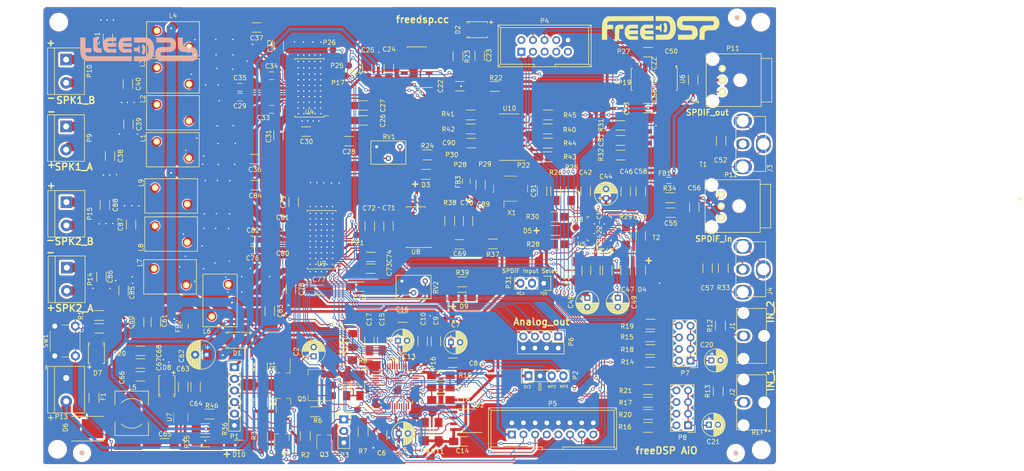
<source format=kicad_pcb>
(kicad_pcb (version 4) (host pcbnew 4.0.6+dfsg1-1)
  (layers (0 F.Cu signal) (31 B.Cu signal) (34 B.Paste user) (35 F.Paste user) (36 B.SilkS user) (37 F.SilkS user) (38 B.Mask user) (39 F.Mask user) (44 Edge.Cuts user))
  (net 0 "")
  (net 1 BRD_RST)
  (net 2 GND)
  (net 3 "Net-(C2-Pad1)")
  (net 4 +3V3)
  (net 5 "Net-(C11-Pad1)")
  (net 6 "Net-(C13-Pad1)")
  (net 7 "Net-(C15-Pad1)")
  (net 8 "Net-(C18-Pad2)")
  (net 9 "Net-(C19-Pad1)")
  (net 10 "Net-(C20-Pad1)")
  (net 11 "Net-(C20-Pad2)")
  (net 12 "Net-(C21-Pad1)")
  (net 13 "Net-(C21-Pad2)")
  (net 14 "Net-(C22-Pad1)")
  (net 15 "Net-(C23-Pad1)")
  (net 16 "Net-(C26-Pad1)")
  (net 17 "Net-(C26-Pad2)")
  (net 18 "Net-(C27-Pad2)")
  (net 19 "Net-(C28-Pad2)")
  (net 20 /AMPx2_1/SPK_OUTA-)
  (net 21 "Net-(C29-Pad2)")
  (net 22 "Net-(C30-Pad1)")
  (net 23 VCC)
  (net 24 /AMPx2_1/SPK_OUTA+)
  (net 25 "Net-(C33-Pad2)")
  (net 26 /AMPx2_1/SPK_OUTB+)
  (net 27 "Net-(C34-Pad2)")
  (net 28 /AMPx2_1/SPK_OUTB-)
  (net 29 "Net-(C35-Pad2)")
  (net 30 "Net-(C38-Pad1)")
  (net 31 "Net-(C39-Pad1)")
  (net 32 "Net-(C40-Pad1)")
  (net 33 "Net-(C41-Pad1)")
  (net 34 "Net-(C46-Pad1)")
  (net 35 "Net-(C48-Pad1)")
  (net 36 "Net-(C54-Pad1)")
  (net 37 "Net-(C55-Pad1)")
  (net 38 VIN)
  (net 39 "Net-(C65-Pad1)")
  (net 40 "Net-(C65-Pad2)")
  (net 41 "Net-(C69-Pad1)")
  (net 42 "Net-(C70-Pad1)")
  (net 43 "Net-(C73-Pad1)")
  (net 44 "Net-(C73-Pad2)")
  (net 45 "Net-(C74-Pad2)")
  (net 46 "Net-(C75-Pad2)")
  (net 47 /AMPx2_2/SPK_OUTA-)
  (net 48 "Net-(C76-Pad2)")
  (net 49 "Net-(C77-Pad1)")
  (net 50 /AMPx2_2/SPK_OUTA+)
  (net 51 "Net-(C80-Pad2)")
  (net 52 /AMPx2_2/SPK_OUTB+)
  (net 53 "Net-(C81-Pad2)")
  (net 54 /AMPx2_2/SPK_OUTB-)
  (net 55 "Net-(C82-Pad2)")
  (net 56 "Net-(C85-Pad1)")
  (net 57 "Net-(C86-Pad1)")
  (net 58 "Net-(C87-Pad1)")
  (net 59 "Net-(C88-Pad1)")
  (net 60 "Net-(C89-Pad1)")
  (net 61 +5V)
  (net 62 "Net-(D2-Pad2)")
  (net 63 "Net-(D3-Pad1)")
  (net 64 "Net-(D4-Pad2)")
  (net 65 "Net-(D5-Pad2)")
  (net 66 "Net-(D6-Pad1)")
  (net 67 +12V)
  (net 68 "Net-(D9-Pad1)")
  (net 69 "Net-(D10-Pad2)")
  (net 70 "Net-(P1-Pad2)")
  (net 71 "Net-(P1-Pad3)")
  (net 72 "Net-(P1-Pad4)")
  (net 73 "Net-(P1-Pad5)")
  (net 74 MP2)
  (net 75 MP3)
  (net 76 WP)
  (net 77 "Net-(P3-Pad2)")
  (net 78 SCL)
  (net 79 "Net-(P4-Pad2)")
  (net 80 SDA)
  (net 81 "Net-(P4-Pad5)")
  (net 82 "Net-(P4-Pad7)")
  (net 83 "Net-(P4-Pad8)")
  (net 84 "Net-(P4-Pad9)")
  (net 85 MP1)
  (net 86 MP8)
  (net 87 MP11)
  (net 88 MP10)
  (net 89 MCLK3)
  (net 90 VOUT0)
  (net 91 VOUT1)
  (net 92 VOUT2)
  (net 93 VOUT3)
  (net 94 "Net-(P7-Pad2)")
  (net 95 "Net-(P7-Pad4)")
  (net 96 "Net-(P7-Pad6)")
  (net 97 "Net-(P7-Pad8)")
  (net 98 "Net-(P8-Pad2)")
  (net 99 "Net-(P8-Pad4)")
  (net 100 "Net-(P8-Pad6)")
  (net 101 "Net-(P8-Pad8)")
  (net 102 MCLK0)
  (net 103 MCLK1)
  (net 104 MCLK4)
  (net 105 MCLK5)
  (net 106 MCLK2)
  (net 107 "Net-(P22-Pad1)")
  (net 108 MP0)
  (net 109 MP6)
  (net 110 MP9)
  (net 111 "Net-(P28-Pad1)")
  (net 112 "Net-(P29-Pad1)")
  (net 113 "Net-(P30-Pad1)")
  (net 114 "Net-(Q5-Pad1)")
  (net 115 "Net-(R8-Pad1)")
  (net 116 ADC0)
  (net 117 ADC1)
  (net 118 "Net-(R23-Pad1)")
  (net 119 "Net-(R24-Pad2)")
  (net 120 "Net-(R25-Pad2)")
  (net 121 "Net-(R26-Pad2)")
  (net 122 "Net-(R27-Pad2)")
  (net 123 "Net-(R28-Pad2)")
  (net 124 "Net-(R29-Pad2)")
  (net 125 "Net-(R30-Pad2)")
  (net 126 "Net-(R35-Pad1)")
  (net 127 "Net-(R38-Pad1)")
  (net 128 "Net-(R39-Pad2)")
  (net 129 "Net-(R40-Pad2)")
  (net 130 "Net-(R41-Pad2)")
  (net 131 "Net-(R42-Pad2)")
  (net 132 "Net-(R43-Pad2)")
  (net 133 "Net-(R44-Pad2)")
  (net 134 "Net-(R45-Pad2)")
  (net 135 MP4)
  (net 136 MP5)
  (net 137 MP7)
  (net 138 "Net-(U1-Pad20)")
  (net 139 "Net-(U1-Pad31)")
  (net 140 "Net-(U3-Pad2)")
  (net 141 "Net-(U3-Pad6)")
  (net 142 "Net-(U3-Pad8)")
  (net 143 "Net-(U3-Pad10)")
  (net 144 "Net-(U3-Pad12)")
  (net 145 "Net-(U4-Pad18)")
  (net 146 "Net-(U4-Pad19)")
  (net 147 "Net-(U4-Pad20)")
  (net 148 "Net-(U4-Pad21)")
  (net 149 "Net-(U4-Pad22)")
  (net 150 "Net-(U4-Pad23)")
  (net 151 "Net-(U4-Pad24)")
  (net 152 "Net-(U4-Pad25)")
  (net 153 "Net-(U4-Pad26)")
  (net 154 "Net-(U4-Pad27)")
  (net 155 "Net-(U4-Pad28)")
  (net 156 "Net-(U4-Pad29)")
  (net 157 "Net-(U4-Pad30)")
  (net 158 "Net-(U4-Pad31)")
  (net 159 "Net-(U5-Pad10)")
  (net 160 "Net-(U5-Pad12)")
  (net 161 "Net-(U5-Pad16)")
  (net 162 "Net-(U5-Pad18)")
  (net 163 "Net-(U5-Pad23)")
  (net 164 "Net-(U5-Pad24)")
  (net 165 "Net-(U5-Pad25)")
  (net 166 "Net-(U5-Pad31)")
  (net 167 "Net-(U8-Pad2)")
  (net 168 "Net-(U8-Pad6)")
  (net 169 "Net-(U8-Pad8)")
  (net 170 "Net-(U8-Pad10)")
  (net 171 "Net-(U8-Pad12)")
  (net 172 "Net-(U9-Pad18)")
  (net 173 "Net-(U9-Pad19)")
  (net 174 "Net-(U9-Pad20)")
  (net 175 "Net-(U9-Pad21)")
  (net 176 "Net-(U9-Pad22)")
  (net 177 "Net-(U9-Pad23)")
  (net 178 "Net-(U9-Pad24)")
  (net 179 "Net-(U9-Pad25)")
  (net 180 "Net-(U9-Pad26)")
  (net 181 "Net-(U9-Pad27)")
  (net 182 "Net-(U9-Pad28)")
  (net 183 "Net-(U9-Pad29)")
  (net 184 "Net-(U9-Pad30)")
  (net 185 "Net-(U9-Pad31)")
  (net 186 SPDIF_OUT_RCA)
  (net 187 "Net-(C51-Pad2)")
  (net 188 "Net-(C52-Pad1)")
  (net 189 "Net-(C52-Pad2)")
  (net 190 "Net-(C57-Pad1)")
  (net 191 "Net-(C57-Pad2)")
  (net 192 SPDIF_IN_TOS)
  (net 193 "Net-(C59-Pad1)")
  (net 194 SPDIF_IN_RCA)
  (net 195 "Net-(C91-Pad1)")
  (net 196 "Net-(J3-Pad2)")
  (net 197 "Net-(J4-Pad2)")
  (net 198 SPDIF_OUT_TOS)
  (net 199 "Net-(P31-Pad2)")
  (net 200 "Net-(R31-Pad2)")
  (net 201 "Net-(T1-Pad2)")
  (net 202 "Net-(T1-Pad5)")
  (net 203 "Net-(T2-Pad2)")
  (net 204 "Net-(T2-Pad5)")
  (module "AMPx2 _footprints:Via" (layer F.Cu) (at 46.22 94.64)
    (fp_text reference "" hide)
    (fp_text value "" hide)
    (pad "" thru_hole circle (at 0 0) (size 0.8 0.8) (drill 0.3) (layers *.Cu) (net 2 GND))
  )
  (module "AMPx2 _footprints:Via" (layer F.Cu) (at 68.22 75.97)
    (fp_text reference "" hide)
    (fp_text value "" hide)
    (pad "" thru_hole circle (at 0 0) (size 0.8 0.8) (drill 0.3) (layers *.Cu) (net 2 GND))
  )
  (module "AMPx2 _footprints:Via" (layer F.Cu) (at 62.2 79.34)
    (fp_text reference "" hide)
    (fp_text value "" hide)
    (pad "" thru_hole circle (at 0 0) (size 0.8 0.8) (drill 0.3) (layers *.Cu) (net 2 GND))
  )
  (module "AMPx2 _footprints:Via" (layer F.Cu) (at 59.11 79.32)
    (fp_text reference "" hide)
    (fp_text value "" hide)
    (pad "" thru_hole circle (at 0 0) (size 0.8 0.8) (drill 0.3) (layers *.Cu) (net 2 GND))
  )
  (module "AMPx2 _footprints:Via" (layer F.Cu) (at 58.68 76.06)
    (fp_text reference "" hide)
    (fp_text value "" hide)
    (pad "" thru_hole circle (at 0 0) (size 0.8 0.8) (drill 0.3) (layers *.Cu) (net 2 GND))
  )
  (module "AMPx2 _footprints:Via" (layer F.Cu) (at 62.16 75.99)
    (fp_text reference "" hide)
    (fp_text value "" hide)
    (pad "" thru_hole circle (at 0 0) (size 0.8 0.8) (drill 0.3) (layers *.Cu) (net 2 GND))
  )
  (module "AMPx2 _footprints:Via" (layer F.Cu) (at 64.025 74.175)
    (fp_text reference "" hide)
    (fp_text value "" hide)
    (pad "" thru_hole circle (at 0 0) (size 0.8 0.8) (drill 0.3) (layers *.Cu) (net 2 GND))
  )
  (module "AMPx2 _footprints:Via" (layer F.Cu) (at 51.89 76.98)
    (fp_text reference "" hide)
    (fp_text value "" hide)
    (pad "" thru_hole circle (at 0 0) (size 0.8 0.8) (drill 0.3) (layers *.Cu) (net 2 GND))
  )
  (module "AMPx2 _footprints:Via" (layer F.Cu) (at 53.83 74.24)
    (fp_text reference "" hide)
    (fp_text value "" hide)
    (pad "" thru_hole circle (at 0 0) (size 0.8 0.8) (drill 0.3) (layers *.Cu) (net 2 GND))
  )
  (module "AMPx2 _footprints:Via" (layer F.Cu) (at 48.62 73.83)
    (fp_text reference "" hide)
    (fp_text value "" hide)
    (pad "" thru_hole circle (at 0 0) (size 0.8 0.8) (drill 0.3) (layers *.Cu) (net 2 GND))
  )
  (module "AMPx2 _footprints:Via" (layer F.Cu) (at 53.51 69.25)
    (fp_text reference "" hide)
    (fp_text value "" hide)
    (pad "" thru_hole circle (at 0 0) (size 0.8 0.8) (drill 0.3) (layers *.Cu) (net 2 GND))
  )
  (module "AMPx2 _footprints:Via" (layer F.Cu) (at 49.41 66.66)
    (fp_text reference "" hide)
    (fp_text value "" hide)
    (pad "" thru_hole circle (at 0 0) (size 0.8 0.8) (drill 0.3) (layers *.Cu) (net 2 GND))
  )
  (module "AMPx2 _footprints:Via" (layer F.Cu) (at 53.65 51.44)
    (fp_text reference "" hide)
    (fp_text value "" hide)
    (pad "" thru_hole circle (at 0 0) (size 0.8 0.8) (drill 0.3) (layers *.Cu) (net 2 GND))
  )
  (module "AMPx2 _footprints:Via" (layer F.Cu) (at 57.09 51.5)
    (fp_text reference "" hide)
    (fp_text value "" hide)
    (pad "" thru_hole circle (at 0 0) (size 0.8 0.8) (drill 0.3) (layers *.Cu) (net 2 GND))
  )
  (module "AMPx2 _footprints:Via" (layer F.Cu) (at 60.62 51.47)
    (fp_text reference "" hide)
    (fp_text value "" hide)
    (pad "" thru_hole circle (at 0 0) (size 0.8 0.8) (drill 0.3) (layers *.Cu) (net 2 GND))
  )
  (module "AMPx2 _footprints:Via" (layer F.Cu) (at 49.96 48.41)
    (fp_text reference "" hide)
    (fp_text value "" hide)
    (pad "" thru_hole circle (at 0 0) (size 0.8 0.8) (drill 0.3) (layers *.Cu) (net 2 GND))
  )
  (module "AMPx2 _footprints:Via" (layer F.Cu) (at 52.37 45.75)
    (fp_text reference "" hide)
    (fp_text value "" hide)
    (pad "" thru_hole circle (at 0 0) (size 0.8 0.8) (drill 0.3) (layers *.Cu) (net 2 GND))
  )
  (module "AMPx2 _footprints:Via" (layer F.Cu) (at 57.04 34.12)
    (fp_text reference "" hide)
    (fp_text value "" hide)
    (pad "" thru_hole circle (at 0 0) (size 0.8 0.8) (drill 0.3) (layers *.Cu) (net 2 GND))
  )
  (module "AMPx2 _footprints:Via" (layer F.Cu) (at 51.2 31.77)
    (fp_text reference "" hide)
    (fp_text value "" hide)
    (pad "" thru_hole circle (at 0 0) (size 0.8 0.8) (drill 0.3) (layers *.Cu) (net 2 GND))
  )
  (module "AMPx2 _footprints:Via" (layer F.Cu) (at 51.95 27.53)
    (fp_text reference "" hide)
    (fp_text value "" hide)
    (pad "" thru_hole circle (at 0 0) (size 0.8 0.8) (drill 0.3) (layers *.Cu) (net 2 GND))
  )
  (module "AMPx2 _footprints:Via" (layer F.Cu) (at 51.94 24.22)
    (fp_text reference "" hide)
    (fp_text value "" hide)
    (pad "" thru_hole circle (at 0 0) (size 0.8 0.8) (drill 0.3) (layers *.Cu) (net 2 GND))
  )
  (module "AMPx2 _footprints:Via" (layer F.Cu) (at 54.29 34.12)
    (fp_text reference "" hide)
    (fp_text value "" hide)
    (pad "" thru_hole circle (at 0 0) (size 0.8 0.8) (drill 0.3) (layers *.Cu) (net 2 GND))
  )
  (module "AMPx2 _footprints:Via" (layer F.Cu) (at 64.52 25.26)
    (fp_text reference "" hide)
    (fp_text value "" hide)
    (pad "" thru_hole circle (at 0 0) (size 0.8 0.8) (drill 0.3) (layers *.Cu) (net 2 GND))
  )
  (module "AMPx2 _footprints:Via" (layer F.Cu) (at 60.24 24.18)
    (fp_text reference "" hide)
    (fp_text value "" hide)
    (pad "" thru_hole circle (at 0 0) (size 0.8 0.8) (drill 0.3) (layers *.Cu) (net 2 GND))
  )
  (module "AMPx2 _footprints:Via" (layer F.Cu) (at 140.18 65.58)
    (fp_text reference "" hide)
    (fp_text value "" hide)
    (pad "" thru_hole circle (at 0 0) (size 0.8 0.8) (drill 0.3) (layers *.Cu) (net 2 GND))
  )
  (module "AMPx2 _footprints:Via" (layer F.Cu) (at 141.21 66.57)
    (fp_text reference "" hide)
    (fp_text value "" hide)
    (pad "" thru_hole circle (at 0 0) (size 0.8 0.8) (drill 0.3) (layers *.Cu) (net 2 GND))
  )
  (module "AMPx2 _footprints:Via" (layer F.Cu) (at 139.09 66.58)
    (fp_text reference "" hide)
    (fp_text value "" hide)
    (pad "" thru_hole circle (at 0 0) (size 0.8 0.8) (drill 0.3) (layers *.Cu) (net 2 GND))
  )
  (module "AMPx2 _footprints:Via" (layer F.Cu) (at 141.21 64.47)
    (fp_text reference "" hide)
    (fp_text value "" hide)
    (pad "" thru_hole circle (at 0 0) (size 0.8 0.8) (drill 0.3) (layers *.Cu) (net 2 GND))
  )
  (module "AMPx2 _footprints:Via" (layer F.Cu) (at 38.37 77.41)
    (fp_text reference "" hide)
    (fp_text value "" hide)
    (pad "" thru_hole circle (at 0 0) (size 0.8 0.8) (drill 0.3) (layers *.Cu) (net 2 GND))
  )
  (module "AMPx2 _footprints:Via" (layer F.Cu) (at 38.3 76.04)
    (fp_text reference "" hide)
    (fp_text value "" hide)
    (pad "" thru_hole circle (at 0 0) (size 0.8 0.8) (drill 0.3) (layers *.Cu) (net 2 GND))
  )
  (module "AMPx2 _footprints:Via" (layer F.Cu) (at 34.67 76.84)
    (fp_text reference "" hide)
    (fp_text value "" hide)
    (pad "" thru_hole circle (at 0 0) (size 0.8 0.8) (drill 0.3) (layers *.Cu) (net 2 GND))
  )
  (module "AMPx2 _footprints:Via" (layer F.Cu) (at 33.43 78.55)
    (fp_text reference "" hide)
    (fp_text value "" hide)
    (pad "" thru_hole circle (at 0 0) (size 0.8 0.8) (drill 0.3) (layers *.Cu) (net 2 GND))
  )
  (module "AMPx2 _footprints:Via" (layer F.Cu) (at 29.71 78.55)
    (fp_text reference "" hide)
    (fp_text value "" hide)
    (pad "" thru_hole circle (at 0 0) (size 0.8 0.8) (drill 0.3) (layers *.Cu) (net 2 GND))
  )
  (module "AMPx2 _footprints:Via" (layer F.Cu) (at 34.17 19.94)
    (fp_text reference "" hide)
    (fp_text value "" hide)
    (pad "" thru_hole circle (at 0 0) (size 0.8 0.8) (drill 0.3) (layers *.Cu) (net 2 GND))
  )
  (module "AMPx2 _footprints:Via" (layer F.Cu) (at 32.79 19.97)
    (fp_text reference "" hide)
    (fp_text value "" hide)
    (pad "" thru_hole circle (at 0 0) (size 0.8 0.8) (drill 0.3) (layers *.Cu) (net 2 GND))
  )
  (module "AMPx2 _footprints:Via" (layer F.Cu) (at 31.43 19.94)
    (fp_text reference "" hide)
    (fp_text value "" hide)
    (pad "" thru_hole circle (at 0 0) (size 0.8 0.8) (drill 0.3) (layers *.Cu) (net 2 GND))
  )
  (module "AMPx2 _footprints:Via" (layer F.Cu) (at 38.66 37.93)
    (fp_text reference "" hide)
    (fp_text value "" hide)
    (pad "" thru_hole circle (at 0 0) (size 0.8 0.8) (drill 0.3) (layers *.Cu) (net 2 GND))
  )
  (module "AMPx2 _footprints:Via" (layer F.Cu) (at 37.22 37.93)
    (fp_text reference "" hide)
    (fp_text value "" hide)
    (pad "" thru_hole circle (at 0 0) (size 0.8 0.8) (drill 0.3) (layers *.Cu) (net 2 GND))
  )
  (module "AMPx2 _footprints:Via" (layer F.Cu) (at 35.94 37.93)
    (fp_text reference "" hide)
    (fp_text value "" hide)
    (pad "" thru_hole circle (at 0 0) (size 0.8 0.8) (drill 0.3) (layers *.Cu) (net 2 GND))
  )
  (module "AMPx2 _footprints:Via" (layer F.Cu) (at 39.41 44.85)
    (fp_text reference "" hide)
    (fp_text value "" hide)
    (pad "" thru_hole circle (at 0 0) (size 0.8 0.8) (drill 0.3) (layers *.Cu) (net 2 GND))
  )
  (module "AMPx2 _footprints:Via" (layer F.Cu) (at 35.48 44.83)
    (fp_text reference "" hide)
    (fp_text value "" hide)
    (pad "" thru_hole circle (at 0 0) (size 0.8 0.8) (drill 0.3) (layers *.Cu) (net 2 GND))
  )
  (module "AMPx2 _footprints:Via" (layer F.Cu) (at 34.89 53.71)
    (fp_text reference "" hide)
    (fp_text value "" hide)
    (pad "" thru_hole circle (at 0 0) (size 0.8 0.8) (drill 0.3) (layers *.Cu) (net 2 GND))
  )
  (module "AMPx2 _footprints:Via" (layer F.Cu) (at 33.38 53.79)
    (fp_text reference "" hide)
    (fp_text value "" hide)
    (pad "" thru_hole circle (at 0 0) (size 0.8 0.8) (drill 0.3) (layers *.Cu) (net 2 GND))
  )
  (module "AMPx2 _footprints:Via" (layer F.Cu) (at 31.99 53.77)
    (fp_text reference "" hide)
    (fp_text value "" hide)
    (pad "" thru_hole circle (at 0 0) (size 0.8 0.8) (drill 0.3) (layers *.Cu) (net 2 GND))
  )
  (module "AMPx2 _footprints:Via" (layer F.Cu) (at 31.05 64.44)
    (fp_text reference "" hide)
    (fp_text value "" hide)
    (pad "" thru_hole circle (at 0 0) (size 0.8 0.8) (drill 0.3) (layers *.Cu) (net 2 GND))
  )
  (module "AMPx2 _footprints:Via" (layer F.Cu) (at 32.57 64.4)
    (fp_text reference "" hide)
    (fp_text value "" hide)
    (pad "" thru_hole circle (at 0 0) (size 0.8 0.8) (drill 0.3) (layers *.Cu) (net 2 GND))
  )
  (module "AMPx2 _footprints:Via" (layer F.Cu) (at 34.01 64.35)
    (fp_text reference "" hide)
    (fp_text value "" hide)
    (pad "" thru_hole circle (at 0 0) (size 0.8 0.8) (drill 0.3) (layers *.Cu) (net 2 GND))
  )
  (module "AMPx2 _footprints:Via" (layer F.Cu) (at 36.61 60.49)
    (fp_text reference "" hide)
    (fp_text value "" hide)
    (pad "" thru_hole circle (at 0 0) (size 0.8 0.8) (drill 0.3) (layers *.Cu) (net 2 GND))
  )
  (module "AMPx2 _footprints:Via" (layer F.Cu) (at 38.17 60.49)
    (fp_text reference "" hide)
    (fp_text value "" hide)
    (pad "" thru_hole circle (at 0 0) (size 0.8 0.8) (drill 0.3) (layers *.Cu) (net 2 GND))
  )
  (module "AMPx2 _footprints:Via" (layer F.Cu) (at 39.74 60.55)
    (fp_text reference "" hide)
    (fp_text value "" hide)
    (pad "" thru_hole circle (at 0 0) (size 0.8 0.8) (drill 0.3) (layers *.Cu) (net 2 GND))
  )
  (module "AMPx2 _footprints:Via" (layer F.Cu) (at 49.87 71.52)
    (fp_text reference "" hide)
    (fp_text value "" hide)
    (pad "" thru_hole circle (at 0 0) (size 0.8 0.8) (drill 0.3) (layers *.Cu) (net 2 GND))
  )
  (module "AMPx2 _footprints:Via" (layer F.Cu) (at 59.47 72.58)
    (fp_text reference "" hide)
    (fp_text value "" hide)
    (pad "" thru_hole circle (at 0 0) (size 0.8 0.8) (drill 0.3) (layers *.Cu) (net 2 GND))
  )
  (module "AMPx2 _footprints:Via" (layer F.Cu) (at 56.29 72.98)
    (fp_text reference "" hide)
    (fp_text value "" hide)
    (pad "" thru_hole circle (at 0 0) (size 0.8 0.8) (drill 0.3) (layers *.Cu) (net 2 GND))
  )
  (module "AMPx2 _footprints:Via" (layer F.Cu) (at 59.32 65.46)
    (fp_text reference "" hide)
    (fp_text value "" hide)
    (pad "" thru_hole circle (at 0 0) (size 0.8 0.8) (drill 0.3) (layers *.Cu) (net 2 GND))
  )
  (module "AMPx2 _footprints:Via" (layer F.Cu) (at 53.95 65.42)
    (fp_text reference "" hide)
    (fp_text value "" hide)
    (pad "" thru_hole circle (at 0 0) (size 0.8 0.8) (drill 0.3) (layers *.Cu) (net 2 GND))
  )
  (module "AMPx2 _footprints:Via" (layer F.Cu) (at 56.48 65.44)
    (fp_text reference "" hide)
    (fp_text value "" hide)
    (pad "" thru_hole circle (at 0 0) (size 0.8 0.8) (drill 0.3) (layers *.Cu) (net 2 GND))
  )
  (module "AMPx2 _footprints:Via" (layer F.Cu) (at 60.17 30.67)
    (fp_text reference "" hide)
    (fp_text value "" hide)
    (pad "" thru_hole circle (at 0 0) (size 0.8 0.8) (drill 0.3) (layers *.Cu) (net 2 GND))
  )
  (module "AMPx2 _footprints:Via" (layer F.Cu) (at 56.73 30.5)
    (fp_text reference "" hide)
    (fp_text value "" hide)
    (pad "" thru_hole circle (at 0 0) (size 0.8 0.8) (drill 0.3) (layers *.Cu) (net 2 GND))
  )
  (module "AMPx2 _footprints:Via" (layer F.Cu) (at 60.3 43.01)
    (fp_text reference "" hide)
    (fp_text value "" hide)
    (pad "" thru_hole circle (at 0 0) (size 0.8 0.8) (drill 0.3) (layers *.Cu) (net 2 GND))
  )
  (module "AMPx2 _footprints:Via" (layer F.Cu) (at 56.81 43.05)
    (fp_text reference "" hide)
    (fp_text value "" hide)
    (pad "" thru_hole circle (at 0 0) (size 0.8 0.8) (drill 0.3) (layers *.Cu) (net 2 GND))
  )
  (module "AMPx2 _footprints:Via" (layer F.Cu) (at 59.51 62.26)
    (fp_text reference "" hide)
    (fp_text value "" hide)
    (pad "" thru_hole circle (at 0 0) (size 0.8 0.8) (drill 0.3) (layers *.Cu) (net 2 GND))
  )
  (module "AMPx2 _footprints:Via" (layer F.Cu) (at 56.63 62.24)
    (fp_text reference "" hide)
    (fp_text value "" hide)
    (pad "" thru_hole circle (at 0 0) (size 0.8 0.8) (drill 0.3) (layers *.Cu) (net 2 GND))
  )
  (module "AMPx2 _footprints:Via" (layer F.Cu) (at 54.02 62.26)
    (fp_text reference "" hide)
    (fp_text value "" hide)
    (pad "" thru_hole circle (at 0 0) (size 0.8 0.8) (drill 0.3) (layers *.Cu) (net 2 GND))
  )
  (module "AMPx2 _footprints:Via" (layer F.Cu) (at 59.56 55.02)
    (fp_text reference "" hide)
    (fp_text value "" hide)
    (pad "" thru_hole circle (at 0 0) (size 0.8 0.8) (drill 0.3) (layers *.Cu) (net 2 GND))
  )
  (module "AMPx2 _footprints:Via" (layer F.Cu) (at 56.85 54.95)
    (fp_text reference "" hide)
    (fp_text value "" hide)
    (pad "" thru_hole circle (at 0 0) (size 0.8 0.8) (drill 0.3) (layers *.Cu) (net 2 GND))
  )
  (module "AMPx2 _footprints:Via" (layer F.Cu) (at 54.22 55)
    (fp_text reference "" hide)
    (fp_text value "" hide)
    (pad "" thru_hole circle (at 0 0) (size 0.8 0.8) (drill 0.3) (layers *.Cu) (net 2 GND))
  )
  (module "AMPx2 _footprints:Via" (layer F.Cu) (at 83.42 55.515)
    (fp_text reference "" hide)
    (fp_text value "" hide)
    (pad "" thru_hole circle (at 0 0) (size 0.8 0.8) (drill 0.3) (layers *.Cu) (net 2 GND))
  )
  (module "AMPx2 _footprints:Via" (layer F.Cu) (at 81.72 55.515)
    (fp_text reference "" hide)
    (fp_text value "" hide)
    (pad "" thru_hole circle (at 0 0) (size 0.8 0.8) (drill 0.3) (layers *.Cu) (net 2 GND))
  )
  (module "AMPx2 _footprints:Via" (layer F.Cu) (at 80.06 55.485)
    (fp_text reference "" hide)
    (fp_text value "" hide)
    (pad "" thru_hole circle (at 0 0) (size 0.8 0.8) (drill 0.3) (layers *.Cu) (net 2 GND))
  )
  (module "AMPx2 _footprints:Via" (layer F.Cu) (at 78.565 55.465)
    (fp_text reference "" hide)
    (fp_text value "" hide)
    (pad "" thru_hole circle (at 0 0) (size 0.8 0.8) (drill 0.3) (layers *.Cu) (net 2 GND))
  )
  (module "AMPx2 _footprints:Via" (layer F.Cu) (at 77.16 55.445)
    (fp_text reference "" hide)
    (fp_text value "" hide)
    (pad "" thru_hole circle (at 0 0) (size 0.8 0.8) (drill 0.3) (layers *.Cu) (net 2 GND))
  )
  (module "AMPx2 _footprints:Via" (layer F.Cu) (at 53.83 49.63)
    (fp_text reference "" hide)
    (fp_text value "" hide)
    (pad "" thru_hole circle (at 0 0) (size 0.8 0.8) (drill 0.3) (layers *.Cu) (net 2 GND))
  )
  (module "AMPx2 _footprints:Via" (layer F.Cu) (at 56.97 46.91)
    (fp_text reference "" hide)
    (fp_text value "" hide)
    (pad "" thru_hole circle (at 0 0) (size 0.8 0.8) (drill 0.3) (layers *.Cu) (net 2 GND))
  )
  (module "AMPx2 _footprints:Via" (layer F.Cu) (at 60.75 46.87)
    (fp_text reference "" hide)
    (fp_text value "" hide)
    (pad "" thru_hole circle (at 0 0) (size 0.8 0.8) (drill 0.3) (layers *.Cu) (net 2 GND))
  )
  (module "AMPx2 _footprints:Via" (layer F.Cu) (at 57.23 37.56)
    (fp_text reference "" hide)
    (fp_text value "" hide)
    (pad "" thru_hole circle (at 0 0) (size 0.8 0.8) (drill 0.3) (layers *.Cu) (net 2 GND))
  )
  (module "AMPx2 _footprints:Via" (layer F.Cu) (at 56.5 24.18)
    (fp_text reference "" hide)
    (fp_text value "" hide)
    (pad "" thru_hole circle (at 0 0) (size 0.8 0.8) (drill 0.3) (layers *.Cu) (net 2 GND))
  )
  (module "AMPx2 _footprints:Via" (layer F.Cu) (at 56.55 27.54)
    (fp_text reference "" hide)
    (fp_text value "" hide)
    (pad "" thru_hole circle (at 0 0) (size 0.8 0.8) (drill 0.3) (layers *.Cu) (net 2 GND))
  )
  (module "AMPx2 _footprints:Via" (layer F.Cu) (at 60.29 27.54)
    (fp_text reference "" hide)
    (fp_text value "" hide)
    (pad "" thru_hole circle (at 0 0) (size 0.8 0.8) (drill 0.3) (layers *.Cu) (net 2 GND))
  )
  (module "AMPx2 _footprints:Via" (layer F.Cu) (at 78.325 60.675)
    (fp_text reference "" hide)
    (fp_text value "" hide)
    (pad "" thru_hole circle (at 0 0) (size 0.8 0.8) (drill 0.3) (layers *.Cu) (net 2 GND))
  )
  (module "AMPx2 _footprints:Via" (layer F.Cu) (at 79.55 60.675)
    (fp_text reference "" hide)
    (fp_text value "" hide)
    (pad "" thru_hole circle (at 0 0) (size 0.8 0.8) (drill 0.3) (layers *.Cu) (net 2 GND))
  )
  (module "AMPx2 _footprints:Via" (layer F.Cu) (at 80.775 60.675)
    (fp_text reference "" hide)
    (fp_text value "" hide)
    (pad "" thru_hole circle (at 0 0) (size 0.8 0.8) (drill 0.3) (layers *.Cu) (net 2 GND))
  )
  (module "AMPx2 _footprints:Via" (layer F.Cu) (at 82 60.675)
    (fp_text reference "" hide)
    (fp_text value "" hide)
    (pad "" thru_hole circle (at 0 0) (size 0.8 0.8) (drill 0.3) (layers *.Cu) (net 2 GND))
  )
  (module "AMPx2 _footprints:Via" (layer F.Cu) (at 77.1 60.675)
    (fp_text reference "" hide)
    (fp_text value "" hide)
    (pad "" thru_hole circle (at 0 0) (size 0.8 0.8) (drill 0.3) (layers *.Cu) (net 2 GND))
  )
  (module "AMPx2 _footprints:Via" (layer F.Cu) (at 77.1 73.275)
    (fp_text reference "" hide)
    (fp_text value "" hide)
    (pad "" thru_hole circle (at 0 0) (size 0.8 0.8) (drill 0.3) (layers *.Cu) (net 2 GND))
  )
  (module "AMPx2 _footprints:Via" (layer F.Cu) (at 82 73.275)
    (fp_text reference "" hide)
    (fp_text value "" hide)
    (pad "" thru_hole circle (at 0 0) (size 0.8 0.8) (drill 0.3) (layers *.Cu) (net 2 GND))
  )
  (module "AMPx2 _footprints:Via" (layer F.Cu) (at 80.775 73.275)
    (fp_text reference "" hide)
    (fp_text value "" hide)
    (pad "" thru_hole circle (at 0 0) (size 0.8 0.8) (drill 0.3) (layers *.Cu) (net 2 GND))
  )
  (module "AMPx2 _footprints:Via" (layer F.Cu) (at 79.55 73.275)
    (fp_text reference "" hide)
    (fp_text value "" hide)
    (pad "" thru_hole circle (at 0 0) (size 0.8 0.8) (drill 0.3) (layers *.Cu) (net 2 GND))
  )
  (module "AMPx2 _footprints:Via" (layer F.Cu) (at 78.325 73.275)
    (fp_text reference "" hide)
    (fp_text value "" hide)
    (pad "" thru_hole circle (at 0 0) (size 0.8 0.8) (drill 0.3) (layers *.Cu) (net 2 GND))
  )
  (module "AMPx2 _footprints:Via" (layer F.Cu) (at 77.1 72)
    (fp_text reference "" hide)
    (fp_text value "" hide)
    (pad "" thru_hole circle (at 0 0) (size 0.8 0.8) (drill 0.3) (layers *.Cu) (net 2 GND))
  )
  (module "AMPx2 _footprints:Via" (layer F.Cu) (at 82 72)
    (fp_text reference "" hide)
    (fp_text value "" hide)
    (pad "" thru_hole circle (at 0 0) (size 0.8 0.8) (drill 0.3) (layers *.Cu) (net 2 GND))
  )
  (module "AMPx2 _footprints:Via" (layer F.Cu) (at 80.775 72)
    (fp_text reference "" hide)
    (fp_text value "" hide)
    (pad "" thru_hole circle (at 0 0) (size 0.8 0.8) (drill 0.3) (layers *.Cu) (net 2 GND))
  )
  (module "AMPx2 _footprints:Via" (layer F.Cu) (at 79.55 72)
    (fp_text reference "" hide)
    (fp_text value "" hide)
    (pad "" thru_hole circle (at 0 0) (size 0.8 0.8) (drill 0.3) (layers *.Cu) (net 2 GND))
  )
  (module "AMPx2 _footprints:Via" (layer F.Cu) (at 78.325 72)
    (fp_text reference "" hide)
    (fp_text value "" hide)
    (pad "" thru_hole circle (at 0 0) (size 0.8 0.8) (drill 0.3) (layers *.Cu) (net 2 GND))
  )
  (module "AMPx2 _footprints:Via" (layer F.Cu) (at 77.1 70.775)
    (fp_text reference "" hide)
    (fp_text value "" hide)
    (pad "" thru_hole circle (at 0 0) (size 0.8 0.8) (drill 0.3) (layers *.Cu) (net 2 GND))
  )
  (module "AMPx2 _footprints:Via" (layer F.Cu) (at 82 70.775)
    (fp_text reference "" hide)
    (fp_text value "" hide)
    (pad "" thru_hole circle (at 0 0) (size 0.8 0.8) (drill 0.3) (layers *.Cu) (net 2 GND))
  )
  (module "AMPx2 _footprints:Via" (layer F.Cu) (at 80.775 70.775)
    (fp_text reference "" hide)
    (fp_text value "" hide)
    (pad "" thru_hole circle (at 0 0) (size 0.8 0.8) (drill 0.3) (layers *.Cu) (net 2 GND))
  )
  (module "AMPx2 _footprints:Via" (layer F.Cu) (at 79.55 70.775)
    (fp_text reference "" hide)
    (fp_text value "" hide)
    (pad "" thru_hole circle (at 0 0) (size 0.8 0.8) (drill 0.3) (layers *.Cu) (net 2 GND))
  )
  (module "AMPx2 _footprints:Via" (layer F.Cu) (at 78.325 70.775)
    (fp_text reference "" hide)
    (fp_text value "" hide)
    (pad "" thru_hole circle (at 0 0) (size 0.8 0.8) (drill 0.3) (layers *.Cu) (net 2 GND))
  )
  (module "AMPx2 _footprints:Via" (layer F.Cu) (at 77.1 69.525)
    (fp_text reference "" hide)
    (fp_text value "" hide)
    (pad "" thru_hole circle (at 0 0) (size 0.8 0.8) (drill 0.3) (layers *.Cu) (net 2 GND))
  )
  (module "AMPx2 _footprints:Via" (layer F.Cu) (at 82 69.525)
    (fp_text reference "" hide)
    (fp_text value "" hide)
    (pad "" thru_hole circle (at 0 0) (size 0.8 0.8) (drill 0.3) (layers *.Cu) (net 2 GND))
  )
  (module "AMPx2 _footprints:Via" (layer F.Cu) (at 80.775 69.525)
    (fp_text reference "" hide)
    (fp_text value "" hide)
    (pad "" thru_hole circle (at 0 0) (size 0.8 0.8) (drill 0.3) (layers *.Cu) (net 2 GND))
  )
  (module "AMPx2 _footprints:Via" (layer F.Cu) (at 79.55 69.525)
    (fp_text reference "" hide)
    (fp_text value "" hide)
    (pad "" thru_hole circle (at 0 0) (size 0.8 0.8) (drill 0.3) (layers *.Cu) (net 2 GND))
  )
  (module "AMPx2 _footprints:Via" (layer F.Cu) (at 78.325 69.525)
    (fp_text reference "" hide)
    (fp_text value "" hide)
    (pad "" thru_hole circle (at 0 0) (size 0.8 0.8) (drill 0.3) (layers *.Cu) (net 2 GND))
  )
  (module "AMPx2 _footprints:Via" (layer F.Cu) (at 77.1 68.275)
    (fp_text reference "" hide)
    (fp_text value "" hide)
    (pad "" thru_hole circle (at 0 0) (size 0.8 0.8) (drill 0.3) (layers *.Cu) (net 2 GND))
  )
  (module "AMPx2 _footprints:Via" (layer F.Cu) (at 82 68.275)
    (fp_text reference "" hide)
    (fp_text value "" hide)
    (pad "" thru_hole circle (at 0 0) (size 0.8 0.8) (drill 0.3) (layers *.Cu) (net 2 GND))
  )
  (module "AMPx2 _footprints:Via" (layer F.Cu) (at 80.775 68.275)
    (fp_text reference "" hide)
    (fp_text value "" hide)
    (pad "" thru_hole circle (at 0 0) (size 0.8 0.8) (drill 0.3) (layers *.Cu) (net 2 GND))
  )
  (module "AMPx2 _footprints:Via" (layer F.Cu) (at 79.55 68.275)
    (fp_text reference "" hide)
    (fp_text value "" hide)
    (pad "" thru_hole circle (at 0 0) (size 0.8 0.8) (drill 0.3) (layers *.Cu) (net 2 GND))
  )
  (module "AMPx2 _footprints:Via" (layer F.Cu) (at 78.325 68.275)
    (fp_text reference "" hide)
    (fp_text value "" hide)
    (pad "" thru_hole circle (at 0 0) (size 0.8 0.8) (drill 0.3) (layers *.Cu) (net 2 GND))
  )
  (module "AMPx2 _footprints:Via" (layer F.Cu) (at 77.1 67.05)
    (fp_text reference "" hide)
    (fp_text value "" hide)
    (pad "" thru_hole circle (at 0 0) (size 0.8 0.8) (drill 0.3) (layers *.Cu) (net 2 GND))
  )
  (module "AMPx2 _footprints:Via" (layer F.Cu) (at 82 67.05)
    (fp_text reference "" hide)
    (fp_text value "" hide)
    (pad "" thru_hole circle (at 0 0) (size 0.8 0.8) (drill 0.3) (layers *.Cu) (net 2 GND))
  )
  (module "AMPx2 _footprints:Via" (layer F.Cu) (at 80.775 67.05)
    (fp_text reference "" hide)
    (fp_text value "" hide)
    (pad "" thru_hole circle (at 0 0) (size 0.8 0.8) (drill 0.3) (layers *.Cu) (net 2 GND))
  )
  (module "AMPx2 _footprints:Via" (layer F.Cu) (at 79.55 67.05)
    (fp_text reference "" hide)
    (fp_text value "" hide)
    (pad "" thru_hole circle (at 0 0) (size 0.8 0.8) (drill 0.3) (layers *.Cu) (net 2 GND))
  )
  (module "AMPx2 _footprints:Via" (layer F.Cu) (at 78.325 67.05)
    (fp_text reference "" hide)
    (fp_text value "" hide)
    (pad "" thru_hole circle (at 0 0) (size 0.8 0.8) (drill 0.3) (layers *.Cu) (net 2 GND))
  )
  (module "AMPx2 _footprints:Via" (layer F.Cu) (at 77.1 65.825)
    (fp_text reference "" hide)
    (fp_text value "" hide)
    (pad "" thru_hole circle (at 0 0) (size 0.8 0.8) (drill 0.3) (layers *.Cu) (net 2 GND))
  )
  (module "AMPx2 _footprints:Via" (layer F.Cu) (at 82 65.825)
    (fp_text reference "" hide)
    (fp_text value "" hide)
    (pad "" thru_hole circle (at 0 0) (size 0.8 0.8) (drill 0.3) (layers *.Cu) (net 2 GND))
  )
  (module "AMPx2 _footprints:Via" (layer F.Cu) (at 80.775 65.825)
    (fp_text reference "" hide)
    (fp_text value "" hide)
    (pad "" thru_hole circle (at 0 0) (size 0.8 0.8) (drill 0.3) (layers *.Cu) (net 2 GND))
  )
  (module "AMPx2 _footprints:Via" (layer F.Cu) (at 79.55 65.825)
    (fp_text reference "" hide)
    (fp_text value "" hide)
    (pad "" thru_hole circle (at 0 0) (size 0.8 0.8) (drill 0.3) (layers *.Cu) (net 2 GND))
  )
  (module "AMPx2 _footprints:Via" (layer F.Cu) (at 78.325 65.825)
    (fp_text reference "" hide)
    (fp_text value "" hide)
    (pad "" thru_hole circle (at 0 0) (size 0.8 0.8) (drill 0.3) (layers *.Cu) (net 2 GND))
  )
  (module "AMPx2 _footprints:Via" (layer F.Cu) (at 77.1 64.575)
    (fp_text reference "" hide)
    (fp_text value "" hide)
    (pad "" thru_hole circle (at 0 0) (size 0.8 0.8) (drill 0.3) (layers *.Cu) (net 2 GND))
  )
  (module "AMPx2 _footprints:Via" (layer F.Cu) (at 82 64.575)
    (fp_text reference "" hide)
    (fp_text value "" hide)
    (pad "" thru_hole circle (at 0 0) (size 0.8 0.8) (drill 0.3) (layers *.Cu) (net 2 GND))
  )
  (module "AMPx2 _footprints:Via" (layer F.Cu) (at 80.775 64.575)
    (fp_text reference "" hide)
    (fp_text value "" hide)
    (pad "" thru_hole circle (at 0 0) (size 0.8 0.8) (drill 0.3) (layers *.Cu) (net 2 GND))
  )
  (module "AMPx2 _footprints:Via" (layer F.Cu) (at 79.55 64.575)
    (fp_text reference "" hide)
    (fp_text value "" hide)
    (pad "" thru_hole circle (at 0 0) (size 0.8 0.8) (drill 0.3) (layers *.Cu) (net 2 GND))
  )
  (module "AMPx2 _footprints:Via" (layer F.Cu) (at 78.325 64.575)
    (fp_text reference "" hide)
    (fp_text value "" hide)
    (pad "" thru_hole circle (at 0 0) (size 0.8 0.8) (drill 0.3) (layers *.Cu) (net 2 GND))
  )
  (module "AMPx2 _footprints:Via" (layer F.Cu) (at 77.1 63.375)
    (fp_text reference "" hide)
    (fp_text value "" hide)
    (pad "" thru_hole circle (at 0 0) (size 0.8 0.8) (drill 0.3) (layers *.Cu) (net 2 GND))
  )
  (module "AMPx2 _footprints:Via" (layer F.Cu) (at 82 63.375)
    (fp_text reference "" hide)
    (fp_text value "" hide)
    (pad "" thru_hole circle (at 0 0) (size 0.8 0.8) (drill 0.3) (layers *.Cu) (net 2 GND))
  )
  (module "AMPx2 _footprints:Via" (layer F.Cu) (at 80.775 63.375)
    (fp_text reference "" hide)
    (fp_text value "" hide)
    (pad "" thru_hole circle (at 0 0) (size 0.8 0.8) (drill 0.3) (layers *.Cu) (net 2 GND))
  )
  (module "AMPx2 _footprints:Via" (layer F.Cu) (at 79.55 63.375)
    (fp_text reference "" hide)
    (fp_text value "" hide)
    (pad "" thru_hole circle (at 0 0) (size 0.8 0.8) (drill 0.3) (layers *.Cu) (net 2 GND))
  )
  (module "AMPx2 _footprints:Via" (layer F.Cu) (at 78.325 63.375)
    (fp_text reference "" hide)
    (fp_text value "" hide)
    (pad "" thru_hole circle (at 0 0) (size 0.8 0.8) (drill 0.3) (layers *.Cu) (net 2 GND))
  )
  (module "AMPx2 _footprints:Via" (layer F.Cu) (at 77.125 62.15)
    (fp_text reference "" hide)
    (fp_text value "" hide)
    (pad "" thru_hole circle (at 0 0) (size 0.8 0.8) (drill 0.3) (layers *.Cu) (net 2 GND))
  )
  (module "AMPx2 _footprints:Via" (layer F.Cu) (at 82.025 62.15)
    (fp_text reference "" hide)
    (fp_text value "" hide)
    (pad "" thru_hole circle (at 0 0) (size 0.8 0.8) (drill 0.3) (layers *.Cu) (net 2 GND))
  )
  (module "AMPx2 _footprints:Via" (layer F.Cu) (at 80.8 62.15)
    (fp_text reference "" hide)
    (fp_text value "" hide)
    (pad "" thru_hole circle (at 0 0) (size 0.8 0.8) (drill 0.3) (layers *.Cu) (net 2 GND))
  )
  (module "AMPx2 _footprints:Via" (layer F.Cu) (at 79.575 62.15)
    (fp_text reference "" hide)
    (fp_text value "" hide)
    (pad "" thru_hole circle (at 0 0) (size 0.8 0.8) (drill 0.3) (layers *.Cu) (net 2 GND))
  )
  (module "AMPx2 _footprints:Via" (layer F.Cu) (at 78.35 62.15)
    (fp_text reference "" hide)
    (fp_text value "" hide)
    (pad "" thru_hole circle (at 0 0) (size 0.8 0.8) (drill 0.3) (layers *.Cu) (net 2 GND))
  )
  (module "AMPx2 _footprints:Via" (layer F.Cu) (at 78.3 74.875)
    (fp_text reference "" hide)
    (fp_text value "" hide)
    (pad "" thru_hole circle (at 0 0) (size 0.8 0.8) (drill 0.3) (layers *.Cu) (net 2 GND))
  )
  (module "AMPx2 _footprints:Via" (layer F.Cu) (at 79.525 74.875)
    (fp_text reference "" hide)
    (fp_text value "" hide)
    (pad "" thru_hole circle (at 0 0) (size 0.8 0.8) (drill 0.3) (layers *.Cu) (net 2 GND))
  )
  (module "AMPx2 _footprints:Via" (layer F.Cu) (at 80.75 74.875)
    (fp_text reference "" hide)
    (fp_text value "" hide)
    (pad "" thru_hole circle (at 0 0) (size 0.8 0.8) (drill 0.3) (layers *.Cu) (net 2 GND))
  )
  (module "AMPx2 _footprints:Via" (layer F.Cu) (at 77.075 74.875)
    (fp_text reference "" hide)
    (fp_text value "" hide)
    (pad "" thru_hole circle (at 0 0) (size 0.8 0.8) (drill 0.3) (layers *.Cu) (net 2 GND))
  )
  (module "AMPx2 _footprints:Via" (layer F.Cu) (at 75.675 27.575)
    (fp_text reference "" hide)
    (fp_text value "" hide)
    (pad "" thru_hole circle (at 0 0) (size 0.8 0.8) (drill 0.3) (layers *.Cu) (net 2 GND))
  )
  (module "AMPx2 _footprints:Via" (layer F.Cu) (at 76.9 27.575)
    (fp_text reference "" hide)
    (fp_text value "" hide)
    (pad "" thru_hole circle (at 0 0) (size 0.8 0.8) (drill 0.3) (layers *.Cu) (net 2 GND))
  )
  (module "AMPx2 _footprints:Via" (layer F.Cu) (at 78.125 27.575)
    (fp_text reference "" hide)
    (fp_text value "" hide)
    (pad "" thru_hole circle (at 0 0) (size 0.8 0.8) (drill 0.3) (layers *.Cu) (net 2 GND))
  )
  (module "AMPx2 _footprints:Via" (layer F.Cu) (at 79.35 27.575)
    (fp_text reference "" hide)
    (fp_text value "" hide)
    (pad "" thru_hole circle (at 0 0) (size 0.8 0.8) (drill 0.3) (layers *.Cu) (net 2 GND))
  )
  (module "AMPx2 _footprints:Via" (layer F.Cu) (at 74.45 27.575)
    (fp_text reference "" hide)
    (fp_text value "" hide)
    (pad "" thru_hole circle (at 0 0) (size 0.8 0.8) (drill 0.3) (layers *.Cu) (net 2 GND))
  )
  (module "AMPx2 _footprints:Via" (layer F.Cu) (at 75.675 30.375)
    (fp_text reference "" hide)
    (fp_text value "" hide)
    (pad "" thru_hole circle (at 0 0) (size 0.8 0.8) (drill 0.3) (layers *.Cu) (net 2 GND))
  )
  (module "AMPx2 _footprints:Via" (layer F.Cu) (at 76.9 30.4)
    (fp_text reference "" hide)
    (fp_text value "" hide)
    (pad "" thru_hole circle (at 0 0) (size 0.8 0.8) (drill 0.3) (layers *.Cu) (net 2 GND))
  )
  (module "AMPx2 _footprints:Via" (layer F.Cu) (at 78.125 30.4)
    (fp_text reference "" hide)
    (fp_text value "" hide)
    (pad "" thru_hole circle (at 0 0) (size 0.8 0.8) (drill 0.3) (layers *.Cu) (net 2 GND))
  )
  (module "AMPx2 _footprints:Via" (layer F.Cu) (at 79.35 30.375)
    (fp_text reference "" hide)
    (fp_text value "" hide)
    (pad "" thru_hole circle (at 0 0) (size 0.8 0.8) (drill 0.3) (layers *.Cu) (net 2 GND))
  )
  (module "AMPx2 _footprints:Via" (layer F.Cu) (at 74.475 30.35)
    (fp_text reference "" hide)
    (fp_text value "" hide)
    (pad "" thru_hole circle (at 0 0) (size 0.8 0.8) (drill 0.3) (layers *.Cu) (net 2 GND))
  )
  (module "AMPx2 _footprints:Via" (layer F.Cu) (at 75.675 31.725)
    (fp_text reference "" hide)
    (fp_text value "" hide)
    (pad "" thru_hole circle (at 0 0) (size 0.8 0.8) (drill 0.3) (layers *.Cu) (net 2 GND))
  )
  (module "AMPx2 _footprints:Via" (layer F.Cu) (at 76.9 31.725)
    (fp_text reference "" hide)
    (fp_text value "" hide)
    (pad "" thru_hole circle (at 0 0) (size 0.8 0.8) (drill 0.3) (layers *.Cu) (net 2 GND))
  )
  (module "AMPx2 _footprints:Via" (layer F.Cu) (at 78.125 31.725)
    (fp_text reference "" hide)
    (fp_text value "" hide)
    (pad "" thru_hole circle (at 0 0) (size 0.8 0.8) (drill 0.3) (layers *.Cu) (net 2 GND))
  )
  (module "AMPx2 _footprints:Via" (layer F.Cu) (at 79.35 31.725)
    (fp_text reference "" hide)
    (fp_text value "" hide)
    (pad "" thru_hole circle (at 0 0) (size 0.8 0.8) (drill 0.3) (layers *.Cu) (net 2 GND))
  )
  (module "AMPx2 _footprints:Via" (layer F.Cu) (at 74.45 31.725)
    (fp_text reference "" hide)
    (fp_text value "" hide)
    (pad "" thru_hole circle (at 0 0) (size 0.8 0.8) (drill 0.3) (layers *.Cu) (net 2 GND))
  )
  (module "AMPx2 _footprints:Via" (layer F.Cu) (at 75.725 32.975)
    (fp_text reference "" hide)
    (fp_text value "" hide)
    (pad "" thru_hole circle (at 0 0) (size 0.8 0.8) (drill 0.3) (layers *.Cu) (net 2 GND))
  )
  (module "AMPx2 _footprints:Via" (layer F.Cu) (at 76.95 32.975)
    (fp_text reference "" hide)
    (fp_text value "" hide)
    (pad "" thru_hole circle (at 0 0) (size 0.8 0.8) (drill 0.3) (layers *.Cu) (net 2 GND))
  )
  (module "AMPx2 _footprints:Via" (layer F.Cu) (at 78.175 32.975)
    (fp_text reference "" hide)
    (fp_text value "" hide)
    (pad "" thru_hole circle (at 0 0) (size 0.8 0.8) (drill 0.3) (layers *.Cu) (net 2 GND))
  )
  (module "AMPx2 _footprints:Via" (layer F.Cu) (at 79.4 32.975)
    (fp_text reference "" hide)
    (fp_text value "" hide)
    (pad "" thru_hole circle (at 0 0) (size 0.8 0.8) (drill 0.3) (layers *.Cu) (net 2 GND))
  )
  (module "AMPx2 _footprints:Via" (layer F.Cu) (at 74.5 32.975)
    (fp_text reference "" hide)
    (fp_text value "" hide)
    (pad "" thru_hole circle (at 0 0) (size 0.8 0.8) (drill 0.3) (layers *.Cu) (net 2 GND))
  )
  (module "AMPx2 _footprints:Via" (layer F.Cu) (at 73.68 24.7)
    (fp_text reference "" hide)
    (fp_text value "" hide)
    (pad "" thru_hole circle (at 0 0) (size 0.8 0.8) (drill 0.3) (layers *.Cu) (net 2 GND))
  )
  (module "AMPx2 _footprints:Via" (layer F.Cu) (at 63.35 28.91)
    (fp_text reference "" hide)
    (fp_text value "" hide)
    (pad "" thru_hole circle (at 0 0) (size 0.8 0.8) (drill 0.3) (layers *.Cu) (net 2 GND))
  )
  (module "AMPx2 _footprints:Via" (layer F.Cu) (at 79.41 24.75)
    (fp_text reference "" hide)
    (fp_text value "" hide)
    (pad "" thru_hole circle (at 0 0) (size 0.8 0.8) (drill 0.3) (layers *.Cu) (net 2 GND))
  )
  (module "AMPx2 _footprints:Via" (layer F.Cu) (at 77.65 24.73)
    (fp_text reference "" hide)
    (fp_text value "" hide)
    (pad "" thru_hole circle (at 0 0) (size 0.8 0.8) (drill 0.3) (layers *.Cu) (net 2 GND))
  )
  (module "AMPx2 _footprints:Via" (layer F.Cu) (at 75.63 24.73)
    (fp_text reference "" hide)
    (fp_text value "" hide)
    (pad "" thru_hole circle (at 0 0) (size 0.8 0.8) (drill 0.3) (layers *.Cu) (net 2 GND))
  )
  (module "AMPx2 _footprints:Via" (layer F.Cu) (at 74.45 34.225)
    (fp_text reference "" hide)
    (fp_text value "" hide)
    (pad "" thru_hole circle (at 0 0) (size 0.8 0.8) (drill 0.3) (layers *.Cu) (net 2 GND))
  )
  (module "AMPx2 _footprints:Via" (layer F.Cu) (at 79.35 34.225)
    (fp_text reference "" hide)
    (fp_text value "" hide)
    (pad "" thru_hole circle (at 0 0) (size 0.8 0.8) (drill 0.3) (layers *.Cu) (net 2 GND))
  )
  (module "AMPx2 _footprints:Via" (layer F.Cu) (at 78.125 34.225)
    (fp_text reference "" hide)
    (fp_text value "" hide)
    (pad "" thru_hole circle (at 0 0) (size 0.8 0.8) (drill 0.3) (layers *.Cu) (net 2 GND))
  )
  (module "AMPx2 _footprints:Via" (layer F.Cu) (at 76.9 34.225)
    (fp_text reference "" hide)
    (fp_text value "" hide)
    (pad "" thru_hole circle (at 0 0) (size 0.8 0.8) (drill 0.3) (layers *.Cu) (net 2 GND))
  )
  (module "AMPx2 _footprints:Via" (layer F.Cu) (at 75.675 34.225)
    (fp_text reference "" hide)
    (fp_text value "" hide)
    (pad "" thru_hole circle (at 0 0) (size 0.8 0.8) (drill 0.3) (layers *.Cu) (net 2 GND))
  )
  (module "AMPx2 _footprints:Via" (layer F.Cu) (at 74.45 35.45)
    (fp_text reference "" hide)
    (fp_text value "" hide)
    (pad "" thru_hole circle (at 0 0) (size 0.8 0.8) (drill 0.3) (layers *.Cu) (net 2 GND))
  )
  (module "AMPx2 _footprints:Via" (layer F.Cu) (at 79.35 35.45)
    (fp_text reference "" hide)
    (fp_text value "" hide)
    (pad "" thru_hole circle (at 0 0) (size 0.8 0.8) (drill 0.3) (layers *.Cu) (net 2 GND))
  )
  (module "AMPx2 _footprints:Via" (layer F.Cu) (at 78.125 35.45)
    (fp_text reference "" hide)
    (fp_text value "" hide)
    (pad "" thru_hole circle (at 0 0) (size 0.8 0.8) (drill 0.3) (layers *.Cu) (net 2 GND))
  )
  (module "AMPx2 _footprints:Via" (layer F.Cu) (at 76.9 35.45)
    (fp_text reference "" hide)
    (fp_text value "" hide)
    (pad "" thru_hole circle (at 0 0) (size 0.8 0.8) (drill 0.3) (layers *.Cu) (net 2 GND))
  )
  (module "AMPx2 _footprints:Via" (layer F.Cu) (at 75.675 35.45)
    (fp_text reference "" hide)
    (fp_text value "" hide)
    (pad "" thru_hole circle (at 0 0) (size 0.8 0.8) (drill 0.3) (layers *.Cu) (net 2 GND))
  )
  (module "AMPx2 _footprints:Via" (layer F.Cu) (at 74.45 36.675)
    (fp_text reference "" hide)
    (fp_text value "" hide)
    (pad "" thru_hole circle (at 0 0) (size 0.8 0.8) (drill 0.3) (layers *.Cu) (net 2 GND))
  )
  (module "AMPx2 _footprints:Via" (layer F.Cu) (at 79.35 36.675)
    (fp_text reference "" hide)
    (fp_text value "" hide)
    (pad "" thru_hole circle (at 0 0) (size 0.8 0.8) (drill 0.3) (layers *.Cu) (net 2 GND))
  )
  (module "AMPx2 _footprints:Via" (layer F.Cu) (at 78.125 36.675)
    (fp_text reference "" hide)
    (fp_text value "" hide)
    (pad "" thru_hole circle (at 0 0) (size 0.8 0.8) (drill 0.3) (layers *.Cu) (net 2 GND))
  )
  (module "AMPx2 _footprints:Via" (layer F.Cu) (at 76.9 36.675)
    (fp_text reference "" hide)
    (fp_text value "" hide)
    (pad "" thru_hole circle (at 0 0) (size 0.8 0.8) (drill 0.3) (layers *.Cu) (net 2 GND))
  )
  (module "AMPx2 _footprints:Via" (layer F.Cu) (at 75.675 36.675)
    (fp_text reference "" hide)
    (fp_text value "" hide)
    (pad "" thru_hole circle (at 0 0) (size 0.8 0.8) (drill 0.3) (layers *.Cu) (net 2 GND))
  )
  (module "AMPx2 _footprints:Via" (layer F.Cu) (at 74.45 37.9)
    (fp_text reference "" hide)
    (fp_text value "" hide)
    (pad "" thru_hole circle (at 0 0) (size 0.8 0.8) (drill 0.3) (layers *.Cu) (net 2 GND))
  )
  (module "AMPx2 _footprints:Via" (layer F.Cu) (at 79.35 37.9)
    (fp_text reference "" hide)
    (fp_text value "" hide)
    (pad "" thru_hole circle (at 0 0) (size 0.8 0.8) (drill 0.3) (layers *.Cu) (net 2 GND))
  )
  (module "AMPx2 _footprints:Via" (layer F.Cu) (at 78.125 37.9)
    (fp_text reference "" hide)
    (fp_text value "" hide)
    (pad "" thru_hole circle (at 0 0) (size 0.8 0.8) (drill 0.3) (layers *.Cu) (net 2 GND))
  )
  (module "AMPx2 _footprints:Via" (layer F.Cu) (at 76.9 37.9)
    (fp_text reference "" hide)
    (fp_text value "" hide)
    (pad "" thru_hole circle (at 0 0) (size 0.8 0.8) (drill 0.3) (layers *.Cu) (net 2 GND))
  )
  (module "AMPx2 _footprints:Via" (layer F.Cu) (at 75.675 37.9)
    (fp_text reference "" hide)
    (fp_text value "" hide)
    (pad "" thru_hole circle (at 0 0) (size 0.8 0.8) (drill 0.3) (layers *.Cu) (net 2 GND))
  )
  (module "AMPx2 _footprints:Via" (layer F.Cu) (at 74.45 39.125)
    (fp_text reference "" hide)
    (fp_text value "" hide)
    (pad "" thru_hole circle (at 0 0) (size 0.8 0.8) (drill 0.3) (layers *.Cu) (net 2 GND))
  )
  (module "AMPx2 _footprints:Via" (layer F.Cu) (at 79.35 39.125)
    (fp_text reference "" hide)
    (fp_text value "" hide)
    (pad "" thru_hole circle (at 0 0) (size 0.8 0.8) (drill 0.3) (layers *.Cu) (net 2 GND))
  )
  (module "AMPx2 _footprints:Via" (layer F.Cu) (at 78.125 39.125)
    (fp_text reference "" hide)
    (fp_text value "" hide)
    (pad "" thru_hole circle (at 0 0) (size 0.8 0.8) (drill 0.3) (layers *.Cu) (net 2 GND))
  )
  (module "AMPx2 _footprints:Via" (layer F.Cu) (at 76.9 39.125)
    (fp_text reference "" hide)
    (fp_text value "" hide)
    (pad "" thru_hole circle (at 0 0) (size 0.8 0.8) (drill 0.3) (layers *.Cu) (net 2 GND))
  )
  (module "AMPx2 _footprints:Via" (layer F.Cu) (at 75.675 39.125)
    (fp_text reference "" hide)
    (fp_text value "" hide)
    (pad "" thru_hole circle (at 0 0) (size 0.8 0.8) (drill 0.3) (layers *.Cu) (net 2 GND))
  )
  (module "AMPx2 _footprints:Via" (layer F.Cu) (at 74.475 40.4)
    (fp_text reference "" hide)
    (fp_text value "" hide)
    (pad "" thru_hole circle (at 0 0) (size 0.8 0.8) (drill 0.3) (layers *.Cu) (net 2 GND))
  )
  (module "AMPx2 _footprints:Via" (layer F.Cu) (at 79.375 40.4)
    (fp_text reference "" hide)
    (fp_text value "" hide)
    (pad "" thru_hole circle (at 0 0) (size 0.8 0.8) (drill 0.3) (layers *.Cu) (net 2 GND))
  )
  (module "AMPx2 _footprints:Via" (layer F.Cu) (at 78.15 40.4)
    (fp_text reference "" hide)
    (fp_text value "" hide)
    (pad "" thru_hole circle (at 0 0) (size 0.8 0.8) (drill 0.3) (layers *.Cu) (net 2 GND))
  )
  (module "AMPx2 _footprints:Via" (layer F.Cu) (at 76.925 40.4)
    (fp_text reference "" hide)
    (fp_text value "" hide)
    (pad "" thru_hole circle (at 0 0) (size 0.8 0.8) (drill 0.3) (layers *.Cu) (net 2 GND))
  )
  (module "AMPx2 _footprints:Via" (layer F.Cu) (at 75.7 40.4)
    (fp_text reference "" hide)
    (fp_text value "" hide)
    (pad "" thru_hole circle (at 0 0) (size 0.8 0.8) (drill 0.3) (layers *.Cu) (net 2 GND))
  )
  (module "AMPx2 _footprints:Via" (layer F.Cu) (at 74.425 28.975)
    (fp_text reference "" hide)
    (fp_text value "" hide)
    (pad "" thru_hole circle (at 0 0) (size 0.8 0.8) (drill 0.3) (layers *.Cu) (net 2 GND))
  )
  (module "AMPx2 _footprints:Via" (layer F.Cu) (at 79.325 28.975)
    (fp_text reference "" hide)
    (fp_text value "" hide)
    (pad "" thru_hole circle (at 0 0) (size 0.8 0.8) (drill 0.3) (layers *.Cu) (net 2 GND))
  )
  (module "AMPx2 _footprints:Via" (layer F.Cu) (at 78.1 28.975)
    (fp_text reference "" hide)
    (fp_text value "" hide)
    (pad "" thru_hole circle (at 0 0) (size 0.8 0.8) (drill 0.3) (layers *.Cu) (net 2 GND))
  )
  (module "AMPx2 _footprints:Via" (layer F.Cu) (at 76.875 28.975)
    (fp_text reference "" hide)
    (fp_text value "" hide)
    (pad "" thru_hole circle (at 0 0) (size 0.8 0.8) (drill 0.3) (layers *.Cu) (net 2 GND))
  )
  (module "AMPx2 _footprints:Via" (layer F.Cu) (at 75.65 28.975)
    (fp_text reference "" hide)
    (fp_text value "" hide)
    (pad "" thru_hole circle (at 0 0) (size 0.8 0.8) (drill 0.3) (layers *.Cu) (net 2 GND))
  )
  (module "AMPx2 _footprints:Via" (layer F.Cu) (at 75.3 41.975)
    (fp_text reference "" hide)
    (fp_text value "" hide)
    (pad "" thru_hole circle (at 0 0) (size 0.8 0.8) (drill 0.3) (layers *.Cu) (net 2 GND))
  )
  (module "AMPx2 _footprints:Via" (layer F.Cu) (at 76.525 41.975)
    (fp_text reference "" hide)
    (fp_text value "" hide)
    (pad "" thru_hole circle (at 0 0) (size 0.8 0.8) (drill 0.3) (layers *.Cu) (net 2 GND))
  )
  (module "AMPx2 _footprints:Via" (layer F.Cu) (at 77.75 41.975)
    (fp_text reference "" hide)
    (fp_text value "" hide)
    (pad "" thru_hole circle (at 0 0) (size 0.8 0.8) (drill 0.3) (layers *.Cu) (net 2 GND))
  )
  (module "AMPx2 _footprints:Via" (layer F.Cu) (at 78.975 41.975)
    (fp_text reference "" hide)
    (fp_text value "" hide)
    (pad "" thru_hole circle (at 0 0) (size 0.8 0.8) (drill 0.3) (layers *.Cu) (net 2 GND))
  )
  (module "AMPx2 _footprints:Via" (layer F.Cu) (at 76.975 40.475)
    (fp_text reference "" hide)
    (fp_text value "" hide)
  )
  (module "AMPx2 _footprints:Via" (layer F.Cu) (at 75.75 40.475)
    (fp_text reference "" hide)
    (fp_text value "" hide)
  )
  (module fdsp_housing_new:LQFP-48_7x7mm_Pitch0.5mm (layer F.Cu) (at 95.776 99.913)
    (fp_text reference U1 (at 0 -6) (layer F.SilkS))
    (fp_text value ADAU1701)
    (pad 1 smd rect (at -4.35 -2.75) (size 1.3 0.25) (layers F.Cu F.Paste F.Mask) (net 2 GND))
    (pad 2 smd rect (at -4.35 -2.25) (size 1.3 0.25) (layers F.Cu F.Paste F.Mask) (net 116 ADC0))
    (pad 3 smd rect (at -4.35 -1.75) (size 1.3 0.25) (layers F.Cu F.Paste F.Mask) (net 115 "Net-(R8-Pad1)"))
    (pad 4 smd rect (at -4.35 -1.25) (size 1.3 0.25) (layers F.Cu F.Paste F.Mask) (net 117 ADC1))
    (pad 5 smd rect (at -4.35 -0.75) (size 1.3 0.25) (layers F.Cu F.Paste F.Mask) (net 1 BRD_RST))
    (pad 6 smd rect (at -4.35 -0.25) (size 1.3 0.25) (layers F.Cu F.Paste F.Mask) (net 4 +3V3))
    (pad 7 smd rect (at -4.35 0.25) (size 1.3 0.25) (layers F.Cu F.Paste F.Mask) (net 2 GND))
    (pad 8 smd rect (at -4.35 0.75) (size 1.3 0.25) (layers F.Cu F.Paste F.Mask) (net 135 MP4))
    (pad 9 smd rect (at -4.35 1.25) (size 1.3 0.25) (layers F.Cu F.Paste F.Mask) (net 136 MP5))
    (pad 10 smd rect (at -4.35 1.75) (size 1.3 0.25) (layers F.Cu F.Paste F.Mask) (net 85 MP1))
    (pad 11 smd rect (at -4.35 2.25) (size 1.3 0.25) (layers F.Cu F.Paste F.Mask) (net 108 MP0))
    (pad 12 smd rect (at -4.35 2.75) (size 1.3 0.25) (layers F.Cu F.Paste F.Mask) (net 2 GND))
    (pad 13 smd rect (at -2.75 4.35 90) (size 1.3 0.25) (layers F.Cu F.Paste F.Mask) (net 3 "Net-(C2-Pad1)"))
    (pad 14 smd rect (at -2.25 4.35 90) (size 1.3 0.25) (layers F.Cu F.Paste F.Mask) (net 137 MP7))
    (pad 15 smd rect (at -1.75 4.35 90) (size 1.3 0.25) (layers F.Cu F.Paste F.Mask) (net 109 MP6))
    (pad 16 smd rect (at -1.25 4.35 90) (size 1.3 0.25) (layers F.Cu F.Paste F.Mask) (net 88 MP10))
    (pad 17 smd rect (at -0.75 4.35 90) (size 1.3 0.25) (layers F.Cu F.Paste F.Mask) (net 114 "Net-(Q5-Pad1)"))
    (pad 18 smd rect (at -0.25 4.35 90) (size 1.3 0.25) (layers F.Cu F.Paste F.Mask) (net 4 +3V3))
    (pad 19 smd rect (at 0.25 4.35 90) (size 1.3 0.25) (layers F.Cu F.Paste F.Mask) (net 87 MP11))
    (pad 20 smd rect (at 0.75 4.35 90) (size 1.3 0.25) (layers F.Cu F.Paste F.Mask) (net 138 "Net-(U1-Pad20)"))
    (pad 21 smd rect (at 1.25 4.35 90) (size 1.3 0.25) (layers F.Cu F.Paste F.Mask) (net 76 WP))
    (pad 22 smd rect (at 1.75 4.35 90) (size 1.3 0.25) (layers F.Cu F.Paste F.Mask) (net 80 SDA))
    (pad 23 smd rect (at 2.25 4.35 90) (size 1.3 0.25) (layers F.Cu F.Paste F.Mask) (net 78 SCL))
    (pad 24 smd rect (at 2.75 4.35 90) (size 1.3 0.25) (layers F.Cu F.Paste F.Mask) (net 3 "Net-(C2-Pad1)"))
    (pad 25 smd rect (at 4.35 2.75) (size 1.3 0.25) (layers F.Cu F.Paste F.Mask) (net 2 GND))
    (pad 26 smd rect (at 4.35 2.25) (size 1.3 0.25) (layers F.Cu F.Paste F.Mask) (net 110 MP9))
    (pad 27 smd rect (at 4.35 1.75) (size 1.3 0.25) (layers F.Cu F.Paste F.Mask) (net 86 MP8))
    (pad 28 smd rect (at 4.35 1.25) (size 1.3 0.25) (layers F.Cu F.Paste F.Mask) (net 75 MP3))
    (pad 29 smd rect (at 4.35 0.75) (size 1.3 0.25) (layers F.Cu F.Paste F.Mask) (net 74 MP2))
    (pad 30 smd rect (at 4.35 0.25) (size 1.3 0.25) (layers F.Cu F.Paste F.Mask) (net 2 GND))
    (pad 31 smd rect (at 4.35 -0.25) (size 1.3 0.25) (layers F.Cu F.Paste F.Mask) (net 139 "Net-(U1-Pad31)"))
    (pad 32 smd rect (at 4.35 -0.75) (size 1.3 0.25) (layers F.Cu F.Paste F.Mask) (net 102 MCLK0))
    (pad 33 smd rect (at 4.35 -1.25) (size 1.3 0.25) (layers F.Cu F.Paste F.Mask) (net 2 GND))
    (pad 34 smd rect (at 4.35 -1.75) (size 1.3 0.25) (layers F.Cu F.Paste F.Mask) (net 4 +3V3))
    (pad 35 smd rect (at 4.35 -2.25) (size 1.3 0.25) (layers F.Cu F.Paste F.Mask) (net 8 "Net-(C18-Pad2)"))
    (pad 36 smd rect (at 4.35 -2.75) (size 1.3 0.25) (layers F.Cu F.Paste F.Mask) (net 4 +3V3))
    (pad 37 smd rect (at 2.75 -4.35 90) (size 1.3 0.25) (layers F.Cu F.Paste F.Mask) (net 2 GND))
    (pad 38 smd rect (at 2.25 -4.35 90) (size 1.3 0.25) (layers F.Cu F.Paste F.Mask) (net 4 +3V3))
    (pad 39 smd rect (at 1.75 -4.35 90) (size 1.3 0.25) (layers F.Cu F.Paste F.Mask) (net 4 +3V3))
    (pad 40 smd rect (at 1.25 -4.35 90) (size 1.3 0.25) (layers F.Cu F.Paste F.Mask) (net 6 "Net-(C13-Pad1)"))
    (pad 41 smd rect (at 0.75 -4.35 90) (size 1.3 0.25) (layers F.Cu F.Paste F.Mask) (net 7 "Net-(C15-Pad1)"))
    (pad 42 smd rect (at 0.25 -4.35 90) (size 1.3 0.25) (layers F.Cu F.Paste F.Mask) (net 2 GND))
    (pad 43 smd rect (at -0.25 -4.35 90) (size 1.3 0.25) (layers F.Cu F.Paste F.Mask) (net 93 VOUT3))
    (pad 44 smd rect (at -0.75 -4.35 90) (size 1.3 0.25) (layers F.Cu F.Paste F.Mask) (net 92 VOUT2))
    (pad 45 smd rect (at -1.25 -4.35 90) (size 1.3 0.25) (layers F.Cu F.Paste F.Mask) (net 91 VOUT1))
    (pad 46 smd rect (at -1.75 -4.35 90) (size 1.3 0.25) (layers F.Cu F.Paste F.Mask) (net 90 VOUT0))
    (pad 47 smd rect (at -2.25 -4.35 90) (size 1.3 0.25) (layers F.Cu F.Paste F.Mask) (net 5 "Net-(C11-Pad1)"))
    (pad 48 smd rect (at -2.75 -4.35 90) (size 1.3 0.25) (layers F.Cu F.Paste F.Mask) (net 4 +3V3))
  )
  (module FCR684205:FC684205_R_T (layer F.Cu) (at 175.251 60.563 90)
    (fp_text reference P12 (at 6.813 -6.351 180) (layer F.SilkS))
    (fp_text value FCR684205R)
    (pad "" np_thru_hole circle (at 0 -4.6 90) (size 2.1 2.1) (drill 2.1) (layers *.Cu *.Mask F.SilkS))
    (pad "" np_thru_hole circle (at -4.6 -10.6 90) (size 2.1 2.1) (drill 2.1) (layers *.Cu *.Mask F.SilkS))
    (pad "" np_thru_hole circle (at 4.6 -10.6 90) (size 2.1 2.1) (drill 2.1) (layers *.Cu *.Mask F.SilkS))
    (pad 2 thru_hole circle (at 0 -8.5 90) (size 1.6 1.6) (drill 0.8) (layers *.Cu *.Mask F.SilkS) (net 2 GND))
    (pad 3 thru_hole circle (at -2.54 -8.5 90) (size 1.6 1.6) (drill 0.8) (layers *.Cu *.Mask F.SilkS) (net 36 "Net-(C54-Pad1)"))
    (pad 1 thru_hole circle (at 2.54 -8.5 90) (size 1.6 1.6) (drill 0.8) (layers *.Cu *.Mask F.SilkS) (net 37 "Net-(C55-Pad1)"))
  )
  (module fdsp_capacitor:C_1206_HandSoldering (layer F.Cu) (at 73.491 59.663 90)
    (fp_text reference C79 (at 0 -2.3 90) (layer F.SilkS))
    (fp_text value 0u1/50V)
    (pad 1 smd rect (at -2 0 90) (size 2 1.6) (layers F.Cu F.Paste F.Mask) (net 23 VCC))
    (pad 2 smd rect (at 2 0 90) (size 2 1.6) (layers F.Cu F.Paste F.Mask) (net 2 GND))
  )
  (module fdsp_capacitor:C_1206_HandSoldering (layer F.Cu) (at 31.1 87.275)
    (fp_text reference C1 (at -3.925 -0.05 90) (layer F.SilkS))
    (fp_text value 100n)
    (pad 1 smd rect (at -2 0) (size 2 1.6) (layers F.Cu F.Paste F.Mask) (net 1 BRD_RST))
    (pad 2 smd rect (at 2 0) (size 2 1.6) (layers F.Cu F.Paste F.Mask) (net 2 GND))
  )
  (module fdsp_capacitor:C_Radial_D5_L11_P2 (layer F.Cu) (at 77.851 93.363 90)
    (fp_text reference C2 (at 1 -3.8 90) (layer F.SilkS))
    (fp_text value 10u)
    (pad 1 thru_hole rect (at 0 0 90) (size 1.3 1.3) (drill 0.8) (layers *.Cu *.Mask) (net 3 "Net-(C2-Pad1)"))
    (pad 2 thru_hole circle (at 2 0 90) (size 1.3 1.3) (drill 0.8) (layers *.Cu *.Mask) (net 2 GND))
  )
  (module fdsp_capacitor:C_1206_HandSoldering (layer F.Cu) (at 85.051 99.963 90)
    (fp_text reference C3 (at -0.05 0 180) (layer F.SilkS))
    (fp_text value 100n)
    (pad 1 smd rect (at -2 0 90) (size 2 1.6) (layers F.Cu F.Paste F.Mask) (net 3 "Net-(C2-Pad1)"))
    (pad 2 smd rect (at 2 0 90) (size 2 1.6) (layers F.Cu F.Paste F.Mask) (net 2 GND))
  )
  (module fdsp_capacitor:C_1206_HandSoldering (layer F.Cu) (at 87.951 99.963 90)
    (fp_text reference C4 (at 4 0.65 180) (layer F.SilkS))
    (fp_text value 100n)
    (pad 1 smd rect (at -2 0 90) (size 2 1.6) (layers F.Cu F.Paste F.Mask) (net 3 "Net-(C2-Pad1)"))
    (pad 2 smd rect (at 2 0 90) (size 2 1.6) (layers F.Cu F.Paste F.Mask) (net 2 GND))
  )
  (module fdsp_capacitor:C_Radial_D5_L11_P2 (layer F.Cu) (at 96.401 110.213)
    (fp_text reference C5 (at 0.95 3.6) (layer F.SilkS))
    (fp_text value 10u)
    (pad 1 thru_hole rect (at 0 0) (size 1.3 1.3) (drill 0.8) (layers *.Cu *.Mask) (net 4 +3V3))
    (pad 2 thru_hole circle (at 2 0) (size 1.3 1.3) (drill 0.8) (layers *.Cu *.Mask) (net 2 GND))
  )
  (module fdsp_capacitor:C_1206_HandSoldering (layer F.Cu) (at 92.8 110.61 90)
    (fp_text reference C6 (at -3.877 -0.141 180) (layer F.SilkS))
    (fp_text value 100n)
    (pad 1 smd rect (at -2 0 90) (size 2 1.6) (layers F.Cu F.Paste F.Mask) (net 2 GND))
    (pad 2 smd rect (at 2 0 90) (size 2 1.6) (layers F.Cu F.Paste F.Mask) (net 4 +3V3))
  )
  (module fdsp_capacitor:C_Radial_D5_L11_P2 (layer F.Cu) (at 107.801 90.313)
    (fp_text reference C7 (at 1 -3.8) (layer F.SilkS))
    (fp_text value 10u)
    (pad 1 thru_hole rect (at 0 0) (size 1.3 1.3) (drill 0.8) (layers *.Cu *.Mask) (net 4 +3V3))
    (pad 2 thru_hole circle (at 2 0) (size 1.3 1.3) (drill 0.8) (layers *.Cu *.Mask) (net 2 GND))
  )
  (module fdsp_capacitor:C_1206_HandSoldering (layer F.Cu) (at 108.151 94.763 180)
    (fp_text reference C8 (at -4.55 -0.15 180) (layer F.SilkS))
    (fp_text value 100n)
    (pad 1 smd rect (at -2 0 180) (size 2 1.6) (layers F.Cu F.Paste F.Mask) (net 2 GND))
    (pad 2 smd rect (at 2 0 180) (size 2 1.6) (layers F.Cu F.Paste F.Mask) (net 4 +3V3))
  )
  (module fdsp_capacitor:C_1206_HandSoldering (layer F.Cu) (at 104.526 90.088 270)
    (fp_text reference C9 (at -4.475 -0.025 270) (layer F.SilkS))
    (fp_text value 100n)
    (pad 1 smd rect (at -2 0 270) (size 2 1.6) (layers F.Cu F.Paste F.Mask) (net 2 GND))
    (pad 2 smd rect (at 2 0 270) (size 2 1.6) (layers F.Cu F.Paste F.Mask) (net 4 +3V3))
  )
  (module fdsp_capacitor:C_1206_HandSoldering (layer F.Cu) (at 101.626 90.088 270)
    (fp_text reference C10 (at -4.875 -0.125 270) (layer F.SilkS))
    (fp_text value 100n)
    (pad 1 smd rect (at -2 0 270) (size 2 1.6) (layers F.Cu F.Paste F.Mask) (net 2 GND))
    (pad 2 smd rect (at 2 0 270) (size 2 1.6) (layers F.Cu F.Paste F.Mask) (net 4 +3V3))
  )
  (module fdsp_capacitor:C_1206_HandSoldering (layer F.Cu) (at 84.401 88.438 180)
    (fp_text reference C11 (at 1.35 1.975 180) (layer F.SilkS))
    (fp_text value 10u)
    (pad 1 smd rect (at -2 0 180) (size 2 1.6) (layers F.Cu F.Paste F.Mask) (net 5 "Net-(C11-Pad1)"))
    (pad 2 smd rect (at 2 0 180) (size 2 1.6) (layers F.Cu F.Paste F.Mask) (net 2 GND))
  )
  (module fdsp_capacitor:C_1206_HandSoldering (layer F.Cu) (at 84.401 91.388 180)
    (fp_text reference C12 (at -0.15 -0.025 450) (layer F.SilkS))
    (fp_text value 100n)
    (pad 1 smd rect (at -2 0 180) (size 2 1.6) (layers F.Cu F.Paste F.Mask) (net 5 "Net-(C11-Pad1)"))
    (pad 2 smd rect (at 2 0 180) (size 2 1.6) (layers F.Cu F.Paste F.Mask) (net 2 GND))
  )
  (module fdsp_capacitor:C_Radial_D5_L11_P2 (layer F.Cu) (at 96.226 89.963)
    (fp_text reference C13 (at 2.425 3.45) (layer F.SilkS))
    (fp_text value 10u)
    (pad 1 thru_hole rect (at 0 0) (size 1.3 1.3) (drill 0.8) (layers *.Cu *.Mask) (net 6 "Net-(C13-Pad1)"))
    (pad 2 thru_hole circle (at 2 0) (size 1.3 1.3) (drill 0.8) (layers *.Cu *.Mask) (net 2 GND))
  )
  (module fdsp_capacitor:C_1206_HandSoldering (layer F.Cu) (at 110.401 111.963 180)
    (fp_text reference C14 (at 0.1 -2.05 180) (layer F.SilkS))
    (fp_text value 100n)
    (pad 1 smd rect (at -2 0 180) (size 2 1.6) (layers F.Cu F.Paste F.Mask) (net 2 GND))
    (pad 2 smd rect (at 2 0 180) (size 2 1.6) (layers F.Cu F.Paste F.Mask) (net 4 +3V3))
  )
  (module fdsp_capacitor:C_1206_HandSoldering (layer F.Cu) (at 92.801 90.163 90)
    (fp_text reference C15 (at 4.85 -0.05 270) (layer F.SilkS))
    (fp_text value 10u)
    (pad 1 smd rect (at -2 0 90) (size 2 1.6) (layers F.Cu F.Paste F.Mask) (net 7 "Net-(C15-Pad1)"))
    (pad 2 smd rect (at 2 0 90) (size 2 1.6) (layers F.Cu F.Paste F.Mask) (net 2 GND))
  )
  (module fdsp_capacitor:C_1206_HandSoldering (layer F.Cu) (at 97.251 84.913)
    (fp_text reference C16 (at -0.1 -1.8) (layer F.SilkS))
    (fp_text value 100n)
    (pad 1 smd rect (at -2 0) (size 2 1.6) (layers F.Cu F.Paste F.Mask) (net 6 "Net-(C13-Pad1)"))
    (pad 2 smd rect (at 2 0) (size 2 1.6) (layers F.Cu F.Paste F.Mask) (net 2 GND))
  )
  (module fdsp_capacitor:C_1206_HandSoldering (layer F.Cu) (at 90.001 90.163 90)
    (fp_text reference C17 (at 4.85 -0.05 270) (layer F.SilkS))
    (fp_text value 100n)
    (pad 1 smd rect (at -2 0 90) (size 2 1.6) (layers F.Cu F.Paste F.Mask) (net 7 "Net-(C15-Pad1)"))
    (pad 2 smd rect (at 2 0 90) (size 2 1.6) (layers F.Cu F.Paste F.Mask) (net 2 GND))
  )
  (module fdsp_capacitor:C_1206_HandSoldering (layer F.Cu) (at 105.601 102.863 180)
    (fp_text reference C18 (at -4.9 0.05 180) (layer F.SilkS))
    (fp_text value "3n3, <20%")
    (pad 1 smd rect (at -2 0 180) (size 2 1.6) (layers F.Cu F.Paste F.Mask) (net 4 +3V3))
    (pad 2 smd rect (at 2 0 180) (size 2 1.6) (layers F.Cu F.Paste F.Mask) (net 8 "Net-(C18-Pad2)"))
  )
  (module fdsp_capacitor:C_1206_HandSoldering (layer F.Cu) (at 105.601 100.213 180)
    (fp_text reference C19 (at -4.95 0.05 180) (layer F.SilkS))
    (fp_text value "56n, <20%")
    (pad 1 smd rect (at -2 0 180) (size 2 1.6) (layers F.Cu F.Paste F.Mask) (net 9 "Net-(C19-Pad1)"))
    (pad 2 smd rect (at 2 0 180) (size 2 1.6) (layers F.Cu F.Paste F.Mask) (net 8 "Net-(C18-Pad2)"))
  )
  (module fdsp_capacitor:C_Radial_D5_L11_P2 (layer F.Cu) (at 164.601 94.263)
    (fp_text reference C20 (at -1 -3.4) (layer F.SilkS))
    (fp_text value 47u)
    (pad 1 thru_hole rect (at 0 0) (size 1.3 1.3) (drill 0.8) (layers *.Cu *.Mask) (net 10 "Net-(C20-Pad1)"))
    (pad 2 thru_hole circle (at 2 0) (size 1.3 1.3) (drill 0.8) (layers *.Cu *.Mask) (net 11 "Net-(C20-Pad2)"))
  )
  (module fdsp_capacitor:C_Radial_D5_L11_P2 (layer F.Cu) (at 164.051 108.313)
    (fp_text reference C21 (at 0.95 3.7) (layer F.SilkS))
    (fp_text value 47u)
    (pad 1 thru_hole rect (at 0 0) (size 1.3 1.3) (drill 0.8) (layers *.Cu *.Mask) (net 12 "Net-(C21-Pad1)"))
    (pad 2 thru_hole circle (at 2 0) (size 1.3 1.3) (drill 0.8) (layers *.Cu *.Mask) (net 13 "Net-(C21-Pad2)"))
  )
  (module fdsp_capacitor:C_1206_HandSoldering (layer F.Cu) (at 109.726 34.388)
    (fp_text reference C22 (at -4.191 0 90) (layer F.SilkS))
    (fp_text value 1u/16V)
    (pad 1 smd rect (at -2 0) (size 2 1.6) (layers F.Cu F.Paste F.Mask) (net 14 "Net-(C22-Pad1)"))
    (pad 2 smd rect (at 2 0) (size 2 1.6) (layers F.Cu F.Paste F.Mask) (net 2 GND))
  )
  (module fdsp_capacitor:C_1206_HandSoldering (layer F.Cu) (at 114.076 27.763 270)
    (fp_text reference C23 (at -0.113 -2.024 450) (layer F.SilkS))
    (fp_text value 1u/16V)
    (pad 1 smd rect (at -2 0 270) (size 2 1.6) (layers F.Cu F.Paste F.Mask) (net 15 "Net-(C23-Pad1)"))
    (pad 2 smd rect (at 2 0 270) (size 2 1.6) (layers F.Cu F.Paste F.Mask) (net 2 GND))
  )
  (module fdsp_capacitor:C_1206_HandSoldering (layer F.Cu) (at 94.261 30.553 90)
    (fp_text reference C24 (at 4.215 0.035 180) (layer F.SilkS))
    (fp_text value 0u1/50V)
    (pad 1 smd rect (at -2 0 90) (size 2 1.6) (layers F.Cu F.Paste F.Mask) (net 4 +3V3))
    (pad 2 smd rect (at 2 0 90) (size 2 1.6) (layers F.Cu F.Paste F.Mask) (net 2 GND))
  )
  (module fdsp_capacitor:C_1206_HandSoldering (layer F.Cu) (at 89.531 30.553 90)
    (fp_text reference C25 (at 4.064 0.127 180) (layer F.SilkS))
    (fp_text value 1u/16V)
    (pad 1 smd rect (at -2 0 90) (size 2 1.6) (layers F.Cu F.Paste F.Mask) (net 4 +3V3))
    (pad 2 smd rect (at 2 0 90) (size 2 1.6) (layers F.Cu F.Paste F.Mask) (net 2 GND))
  )
  (module fdsp_capacitor:C_1206_HandSoldering (layer F.Cu) (at 88.576 41.868 180)
    (fp_text reference C26 (at -4.355 -0.065 270) (layer F.SilkS))
    (fp_text value 1u/16V)
    (pad 1 smd rect (at -2 0 180) (size 2 1.6) (layers F.Cu F.Paste F.Mask) (net 16 "Net-(C26-Pad1)"))
    (pad 2 smd rect (at 2 0 180) (size 2 1.6) (layers F.Cu F.Paste F.Mask) (net 17 "Net-(C26-Pad2)"))
  )
  (module fdsp_capacitor:C_1206_HandSoldering (layer F.Cu) (at 88.551 38.593 180)
    (fp_text reference C27 (at -4.41 -0.08 270) (layer F.SilkS))
    (fp_text value 1u/16V)
    (pad 1 smd rect (at -2 0 180) (size 2 1.6) (layers F.Cu F.Paste F.Mask) (net 17 "Net-(C26-Pad2)"))
    (pad 2 smd rect (at 2 0 180) (size 2 1.6) (layers F.Cu F.Paste F.Mask) (net 18 "Net-(C27-Pad2)"))
  )
  (module fdsp_capacitor:C_1206_HandSoldering (layer F.Cu) (at 85.551 46.393 180)
    (fp_text reference C28 (at 0 -2.3 180) (layer F.SilkS))
    (fp_text value 1u/16V)
    (pad 1 smd rect (at -2 0 180) (size 2 1.6) (layers F.Cu F.Paste F.Mask) (net 2 GND))
    (pad 2 smd rect (at 2 0 180) (size 2 1.6) (layers F.Cu F.Paste F.Mask) (net 19 "Net-(C28-Pad2)"))
  )
  (module fdsp_capacitor:C_1206_HandSoldering (layer F.Cu) (at 76.201 44.288)
    (fp_text reference C30 (at 0.075 2.2 180) (layer F.SilkS))
    (fp_text value 1u/16V)
    (pad 1 smd rect (at -2 0) (size 2 1.6) (layers F.Cu F.Paste F.Mask) (net 22 "Net-(C30-Pad1)"))
    (pad 2 smd rect (at 2 0) (size 2 1.6) (layers F.Cu F.Paste F.Mask) (net 2 GND))
  )
  (module fdsp_capacitor:C_1206_HandSoldering (layer F.Cu) (at 70.181 45.093 270)
    (fp_text reference C31 (at 0.225 2.15 270) (layer F.SilkS))
    (fp_text value 0u1/50V)
    (pad 1 smd rect (at -2 0 270) (size 2 1.6) (layers F.Cu F.Paste F.Mask) (net 23 VCC))
    (pad 2 smd rect (at 2 0 270) (size 2 1.6) (layers F.Cu F.Paste F.Mask) (net 2 GND))
  )
  (module fdsp_capacitor:C_1206_HandSoldering (layer F.Cu) (at 70.251 25.613 90)
    (fp_text reference C32 (at 0.003 -1.871 90) (layer F.SilkS))
    (fp_text value 0u1/50V)
    (pad 1 smd rect (at -2 0 90) (size 2 1.6) (layers F.Cu F.Paste F.Mask) (net 23 VCC))
    (pad 2 smd rect (at 2 0 90) (size 2 1.6) (layers F.Cu F.Paste F.Mask) (net 2 GND))
  )
  (module fdsp_capacitor:C_1206_HandSoldering (layer F.Cu) (at 65.041 50.293 180)
    (fp_text reference C36 (at 0 -2.3 180) (layer F.SilkS))
    (fp_text value 4u7/50V)
    (pad 1 smd rect (at -2 0 180) (size 2 1.6) (layers F.Cu F.Paste F.Mask) (net 23 VCC))
    (pad 2 smd rect (at 2 0 180) (size 2 1.6) (layers F.Cu F.Paste F.Mask) (net 2 GND))
  )
  (module fdsp_capacitor:C_1206_HandSoldering (layer F.Cu) (at 65.426 21.563 180)
    (fp_text reference C37 (at 0 -2.3 180) (layer F.SilkS))
    (fp_text value 4u7/50V)
    (pad 1 smd rect (at -2 0 180) (size 2 1.6) (layers F.Cu F.Paste F.Mask) (net 23 VCC))
    (pad 2 smd rect (at 2 0 180) (size 2 1.6) (layers F.Cu F.Paste F.Mask) (net 2 GND))
  )
  (module fdsp_capacitor:C_1206_HandSoldering (layer F.Cu) (at 33.426 49.613 270)
    (fp_text reference C38 (at 0 -2.3 270) (layer F.SilkS))
    (fp_text value 0u68/50V)
    (pad 1 smd rect (at -2 0 270) (size 2 1.6) (layers F.Cu F.Paste F.Mask) (net 30 "Net-(C38-Pad1)"))
    (pad 2 smd rect (at 2 0 270) (size 2 1.6) (layers F.Cu F.Paste F.Mask) (net 2 GND))
  )
  (module fdsp_capacitor:C_1206_HandSoldering (layer F.Cu) (at 37.451 42.688 270)
    (fp_text reference C39 (at 0 -2.3 270) (layer F.SilkS))
    (fp_text value 0u68/50V)
    (pad 1 smd rect (at -2 0 270) (size 2 1.6) (layers F.Cu F.Paste F.Mask) (net 31 "Net-(C39-Pad1)"))
    (pad 2 smd rect (at 2 0 270) (size 2 1.6) (layers F.Cu F.Paste F.Mask) (net 2 GND))
  )
  (module fdsp_capacitor:C_1206_HandSoldering (layer F.Cu) (at 37.326 33.913 270)
    (fp_text reference C40 (at 0 -2.3 270) (layer F.SilkS))
    (fp_text value 0u68/50V)
    (pad 1 smd rect (at -2 0 270) (size 2 1.6) (layers F.Cu F.Paste F.Mask) (net 32 "Net-(C40-Pad1)"))
    (pad 2 smd rect (at 2 0 270) (size 2 1.6) (layers F.Cu F.Paste F.Mask) (net 2 GND))
  )
  (module fdsp_capacitor:C_1206_HandSoldering (layer F.Cu) (at 32.976 23.963 90)
    (fp_text reference C41 (at 0 -2.3 90) (layer F.SilkS))
    (fp_text value 0u68/50V)
    (pad 1 smd rect (at -2 0 90) (size 2 1.6) (layers F.Cu F.Paste F.Mask) (net 33 "Net-(C41-Pad1)"))
    (pad 2 smd rect (at 2 0 90) (size 2 1.6) (layers F.Cu F.Paste F.Mask) (net 2 GND))
  )
  (module fdsp_capacitor:C_1206_HandSoldering (layer F.Cu) (at 137.176 57.338 90)
    (fp_text reference C42 (at 4.113 -0.051 360) (layer F.SilkS))
    (fp_text value 100n)
    (pad 1 smd rect (at -2 0 90) (size 2 1.6) (layers F.Cu F.Paste F.Mask) (net 4 +3V3))
    (pad 2 smd rect (at 2 0 90) (size 2 1.6) (layers F.Cu F.Paste F.Mask) (net 2 GND))
  )
  (module fdsp_capacitor:C_1206_HandSoldering (layer F.Cu) (at 139.310999 74.598 270)
    (fp_text reference C43 (at -4.148 0.160999 540) (layer F.SilkS))
    (fp_text value 100n)
    (pad 1 smd rect (at -2 0 270) (size 2 1.6) (layers F.Cu F.Paste F.Mask) (net 4 +3V3))
    (pad 2 smd rect (at 2 0 270) (size 2 1.6) (layers F.Cu F.Paste F.Mask) (net 2 GND))
  )
  (module fdsp_capacitor:C_Radial_D5_L11_P2 (layer F.Cu) (at 141.626 58.838 90)
    (fp_text reference C44 (at 4.725 -0.025 180) (layer F.SilkS))
    (fp_text value 10u)
    (pad 1 thru_hole rect (at 0 0 90) (size 1.3 1.3) (drill 0.8) (layers *.Cu *.Mask) (net 4 +3V3))
    (pad 2 thru_hole circle (at 2 0 90) (size 1.3 1.3) (drill 0.8) (layers *.Cu *.Mask) (net 2 GND))
  )
  (module fdsp_capacitor:C_Radial_D5_L11_P2 (layer F.Cu) (at 137.551 80.613 270)
    (fp_text reference C45 (at 0.9 3.625 270) (layer F.SilkS))
    (fp_text value 10u)
    (pad 1 thru_hole rect (at 0 0 270) (size 1.3 1.3) (drill 0.8) (layers *.Cu *.Mask) (net 4 +3V3))
    (pad 2 thru_hole circle (at 2 0 270) (size 1.3 1.3) (drill 0.8) (layers *.Cu *.Mask) (net 2 GND))
  )
  (module fdsp_capacitor:C_1206_HandSoldering (layer F.Cu) (at 145.926 57.338 90)
    (fp_text reference C46 (at 4.3 0.125 180) (layer F.SilkS))
    (fp_text value 10n)
    (pad 1 smd rect (at -2 0 90) (size 2 1.6) (layers F.Cu F.Paste F.Mask) (net 34 "Net-(C46-Pad1)"))
    (pad 2 smd rect (at 2 0 90) (size 2 1.6) (layers F.Cu F.Paste F.Mask) (net 2 GND))
  )
  (module fdsp_capacitor:C_1206_HandSoldering (layer F.Cu) (at 145.876 74.613 90)
    (fp_text reference C47 (at -4.2 0.475 180) (layer F.SilkS))
    (fp_text value 100n)
    (pad 1 smd rect (at -2 0 90) (size 2 1.6) (layers F.Cu F.Paste F.Mask) (net 2 GND))
    (pad 2 smd rect (at 2 0 90) (size 2 1.6) (layers F.Cu F.Paste F.Mask) (net 4 +3V3))
  )
  (module fdsp_capacitor:C_1206_HandSoldering (layer F.Cu) (at 141.9 74.6 270)
    (fp_text reference C48 (at -4.2 0 360) (layer F.SilkS))
    (fp_text value 100n)
    (pad 1 smd rect (at -2 0 270) (size 2 1.6) (layers F.Cu F.Paste F.Mask) (net 35 "Net-(C48-Pad1)"))
    (pad 2 smd rect (at 2 0 270) (size 2 1.6) (layers F.Cu F.Paste F.Mask) (net 2 GND))
  )
  (module fdsp_capacitor:C_Radial_D5_L11_P2 (layer F.Cu) (at 144.201 80.613 270)
    (fp_text reference C49 (at 0.95 -3.575 270) (layer F.SilkS))
    (fp_text value 10u)
    (pad 1 thru_hole rect (at 0 0 270) (size 1.3 1.3) (drill 0.8) (layers *.Cu *.Mask) (net 35 "Net-(C48-Pad1)"))
    (pad 2 thru_hole circle (at 2 0 270) (size 1.3 1.3) (drill 0.8) (layers *.Cu *.Mask) (net 2 GND))
  )
  (module fdsp_capacitor:C_1206_HandSoldering (layer F.Cu) (at 150.801 26.963 180)
    (fp_text reference C50 (at -5.05 0.2 180) (layer F.SilkS))
    (fp_text value 100n)
    (pad 1 smd rect (at -2 0 180) (size 2 1.6) (layers F.Cu F.Paste F.Mask) (net 4 +3V3))
    (pad 2 smd rect (at 2 0 180) (size 2 1.6) (layers F.Cu F.Paste F.Mask) (net 2 GND))
  )
  (module fdsp_capacitor:C_1206_HandSoldering (layer F.Cu) (at 150.801 39.163 180)
    (fp_text reference C53 (at 4.655499 -0.0995 270) (layer F.SilkS))
    (fp_text value 100n)
    (pad 1 smd rect (at -2 0 180) (size 2 1.6) (layers F.Cu F.Paste F.Mask) (net 4 +3V3))
    (pad 2 smd rect (at 2 0 180) (size 2 1.6) (layers F.Cu F.Paste F.Mask) (net 2 GND))
  )
  (module fdsp_capacitor:C_1206_HandSoldering (layer F.Cu) (at 160.639001 33 90)
    (fp_text reference C54 (at -4.738001 -0.062 180) (layer F.SilkS))
    (fp_text value 100n)
    (pad 1 smd rect (at -2 0 90) (size 2 1.6) (layers F.Cu F.Paste F.Mask) (net 36 "Net-(C54-Pad1)"))
    (pad 2 smd rect (at 2 0 90) (size 2 1.6) (layers F.Cu F.Paste F.Mask) (net 2 GND))
  )
  (module fdsp_capacitor:C_1206_HandSoldering (layer F.Cu) (at 155.751 62.013)
    (fp_text reference C55 (at 0 2.3) (layer F.SilkS))
    (fp_text value 30p)
    (pad 1 smd rect (at -2 0) (size 2 1.6) (layers F.Cu F.Paste F.Mask) (net 37 "Net-(C55-Pad1)"))
    (pad 2 smd rect (at 2 0) (size 2 1.6) (layers F.Cu F.Paste F.Mask) (net 2 GND))
  )
  (module fdsp_capacitor:C_1206_HandSoldering (layer F.Cu) (at 160.876 60.838 270)
    (fp_text reference C56 (at -4.225 -0.025 360) (layer F.SilkS))
    (fp_text value 100n)
    (pad 1 smd rect (at -2 0 270) (size 2 1.6) (layers F.Cu F.Paste F.Mask) (net 36 "Net-(C54-Pad1)"))
    (pad 2 smd rect (at 2 0 270) (size 2 1.6) (layers F.Cu F.Paste F.Mask) (net 2 GND))
  )
  (module fdsp_capacitor:C_1206_HandSoldering (layer F.Cu) (at 149.201 57.363 270)
    (fp_text reference C58 (at -4.375 0.025 360) (layer F.SilkS))
    (fp_text value 10n)
    (pad 1 smd rect (at -2 0 270) (size 2 1.6) (layers F.Cu F.Paste F.Mask) (net 37 "Net-(C55-Pad1)"))
    (pad 2 smd rect (at 2 0 270) (size 2 1.6) (layers F.Cu F.Paste F.Mask) (net 192 SPDIF_IN_TOS))
  )
  (module fdsp_capacitor:C_1206_HandSoldering (layer F.Cu) (at 39.775 85.9 90)
    (fp_text reference C60 (at -0.07 -1.755 270) (layer F.SilkS))
    (fp_text value 100n)
    (pad 1 smd rect (at -2 0 90) (size 2 1.6) (layers F.Cu F.Paste F.Mask) (net 38 VIN))
    (pad 2 smd rect (at 2 0 90) (size 2 1.6) (layers F.Cu F.Paste F.Mask) (net 2 GND))
  )
  (module fdsp_capacitor:C_1206_HandSoldering (layer F.Cu) (at 43.425 85.9 90)
    (fp_text reference C61 (at 0.29 1.885 90) (layer F.SilkS))
    (fp_text value 10u)
    (pad 1 smd rect (at -2 0 90) (size 2 1.6) (layers F.Cu F.Paste F.Mask) (net 38 VIN))
    (pad 2 smd rect (at 2 0 90) (size 2 1.6) (layers F.Cu F.Paste F.Mask) (net 2 GND))
  )
  (module fdsp_capacitor:C_1206_HandSoldering (layer F.Cu) (at 49.4 100.05 90)
    (fp_text reference C63 (at 3.94 -0.06 180) (layer F.SilkS))
    (fp_text value 10u)
    (pad 1 smd rect (at -2 0 90) (size 2 1.6) (layers F.Cu F.Paste F.Mask) (net 23 VCC))
    (pad 2 smd rect (at 2 0 90) (size 2 1.6) (layers F.Cu F.Paste F.Mask) (net 2 GND))
  )
  (module fdsp_capacitor:C_1206_HandSoldering (layer F.Cu) (at 52.1 100.05 90)
    (fp_text reference C64 (at -3.66 0.09 180) (layer F.SilkS))
    (fp_text value 100n)
    (pad 1 smd rect (at -2 0 90) (size 2 1.6) (layers F.Cu F.Paste F.Mask) (net 23 VCC))
    (pad 2 smd rect (at 2 0 90) (size 2 1.6) (layers F.Cu F.Paste F.Mask) (net 2 GND))
  )
  (module fdsp_capacitor:C_1206_HandSoldering (layer F.Cu) (at 45.425 112.375)
    (fp_text reference C65 (at 0 -2.032) (layer F.SilkS))
    (fp_text value 150n)
    (pad 1 smd rect (at -2 0) (size 2 1.6) (layers F.Cu F.Paste F.Mask) (net 39 "Net-(C65-Pad1)"))
    (pad 2 smd rect (at 2 0) (size 2 1.6) (layers F.Cu F.Paste F.Mask) (net 40 "Net-(C65-Pad2)"))
  )
  (module fdsp_capacitor:C_1206_HandSoldering (layer F.Cu) (at 40.05 97.75)
    (fp_text reference C66 (at -4.01 0.26 90) (layer F.SilkS))
    (fp_text value 100n)
    (pad 1 smd rect (at -2 0) (size 2 1.6) (layers F.Cu F.Paste F.Mask) (net 4 +3V3))
    (pad 2 smd rect (at 2 0) (size 2 1.6) (layers F.Cu F.Paste F.Mask) (net 2 GND))
  )
  (module fdsp_capacitor:C_1206_HandSoldering (layer F.Cu) (at 40.05 94.95)
    (fp_text reference C67 (at 4.07 0.16 90) (layer F.SilkS))
    (fp_text value 10u)
    (pad 1 smd rect (at -2 0) (size 2 1.6) (layers F.Cu F.Paste F.Mask) (net 4 +3V3))
    (pad 2 smd rect (at 2 0) (size 2 1.6) (layers F.Cu F.Paste F.Mask) (net 2 GND))
  )
  (module fdsp_capacitor:C_1206_HandSoldering (layer F.Cu) (at 40.05 92.175)
    (fp_text reference C68 (at 4.07 0.085 90) (layer F.SilkS))
    (fp_text value 10u)
    (pad 1 smd rect (at -2 0) (size 2 1.6) (layers F.Cu F.Paste F.Mask) (net 4 +3V3))
    (pad 2 smd rect (at 2 0) (size 2 1.6) (layers F.Cu F.Paste F.Mask) (net 2 GND))
  )
  (module fdsp_capacitor:C_1206_HandSoldering (layer F.Cu) (at 109.651 68.913)
    (fp_text reference C69 (at 0.075 2.05) (layer F.SilkS))
    (fp_text value 1u/16V)
    (pad 1 smd rect (at -2 0) (size 2 1.6) (layers F.Cu F.Paste F.Mask) (net 41 "Net-(C69-Pad1)"))
    (pad 2 smd rect (at 2 0) (size 2 1.6) (layers F.Cu F.Paste F.Mask) (net 2 GND))
  )
  (module fdsp_capacitor:C_1206_HandSoldering (layer F.Cu) (at 111.526 63.863 270)
    (fp_text reference C70 (at -4 0.275 360) (layer F.SilkS))
    (fp_text value 1u/16V)
    (pad 1 smd rect (at -2 0 270) (size 2 1.6) (layers F.Cu F.Paste F.Mask) (net 42 "Net-(C70-Pad1)"))
    (pad 2 smd rect (at 2 0 270) (size 2 1.6) (layers F.Cu F.Paste F.Mask) (net 2 GND))
  )
  (module fdsp_capacitor:C_1206_HandSoldering (layer F.Cu) (at 94.176 64.938 90)
    (fp_text reference C71 (at 3.975 0.05 180) (layer F.SilkS))
    (fp_text value 0u1/50V)
    (pad 1 smd rect (at -2 0 90) (size 2 1.6) (layers F.Cu F.Paste F.Mask) (net 4 +3V3))
    (pad 2 smd rect (at 2 0 90) (size 2 1.6) (layers F.Cu F.Paste F.Mask) (net 2 GND))
  )
  (module fdsp_capacitor:C_1206_HandSoldering (layer F.Cu) (at 90.101 64.963 90)
    (fp_text reference C72 (at 3.95 -0.15 180) (layer F.SilkS))
    (fp_text value 1u/16V)
    (pad 1 smd rect (at -2 0 90) (size 2 1.6) (layers F.Cu F.Paste F.Mask) (net 4 +3V3))
    (pad 2 smd rect (at 2 0 90) (size 2 1.6) (layers F.Cu F.Paste F.Mask) (net 2 GND))
  )
  (module fdsp_capacitor:C_1206_HandSoldering (layer F.Cu) (at 90.276 74.238 180)
    (fp_text reference C73 (at -4.075 -0.175 270) (layer F.SilkS))
    (fp_text value 1u/16V)
    (pad 1 smd rect (at -2 0 180) (size 2 1.6) (layers F.Cu F.Paste F.Mask) (net 43 "Net-(C73-Pad1)"))
    (pad 2 smd rect (at 2 0 180) (size 2 1.6) (layers F.Cu F.Paste F.Mask) (net 44 "Net-(C73-Pad2)"))
  )
  (module fdsp_capacitor:C_1206_HandSoldering (layer F.Cu) (at 90.301 71.663 180)
    (fp_text reference C74 (at -4.075 0.1 270) (layer F.SilkS))
    (fp_text value 1u/16V)
    (pad 1 smd rect (at -2 0 180) (size 2 1.6) (layers F.Cu F.Paste F.Mask) (net 44 "Net-(C73-Pad2)"))
    (pad 2 smd rect (at 2 0 180) (size 2 1.6) (layers F.Cu F.Paste F.Mask) (net 45 "Net-(C74-Pad2)"))
  )
  (module fdsp_capacitor:C_1206_HandSoldering (layer F.Cu) (at 87.901 78.163 180)
    (fp_text reference C75 (at 0 -2.3 180) (layer F.SilkS))
    (fp_text value 1u/16V)
    (pad 1 smd rect (at -2 0 180) (size 2 1.6) (layers F.Cu F.Paste F.Mask) (net 2 GND))
    (pad 2 smd rect (at 2 0 180) (size 2 1.6) (layers F.Cu F.Paste F.Mask) (net 46 "Net-(C75-Pad2)"))
  )
  (module fdsp_capacitor:C_1206_HandSoldering (layer F.Cu) (at 79.001 78.888)
    (fp_text reference C77 (at 0 -2.3) (layer F.SilkS))
    (fp_text value 1u/16V)
    (pad 1 smd rect (at -2 0) (size 2 1.6) (layers F.Cu F.Paste F.Mask) (net 49 "Net-(C77-Pad1)"))
    (pad 2 smd rect (at 2 0) (size 2 1.6) (layers F.Cu F.Paste F.Mask) (net 2 GND))
  )
  (module fdsp_capacitor:C_1206_HandSoldering (layer F.Cu) (at 72.901 78.713 270)
    (fp_text reference C78 (at 0 -2.3 270) (layer F.SilkS))
    (fp_text value 0u1/50V)
    (pad 1 smd rect (at -2 0 270) (size 2 1.6) (layers F.Cu F.Paste F.Mask) (net 23 VCC))
    (pad 2 smd rect (at 2 0 270) (size 2 1.6) (layers F.Cu F.Paste F.Mask) (net 2 GND))
  )
  (module fdsp_capacitor:C_1206_HandSoldering (layer F.Cu) (at 68.276 83.488 270)
    (fp_text reference C83 (at 0 -2.3 270) (layer F.SilkS))
    (fp_text value 4u7/50V)
    (pad 1 smd rect (at -2 0 270) (size 2 1.6) (layers F.Cu F.Paste F.Mask) (net 23 VCC))
    (pad 2 smd rect (at 2 0 270) (size 2 1.6) (layers F.Cu F.Paste F.Mask) (net 2 GND))
  )
  (module fdsp_capacitor:C_1206_HandSoldering (layer F.Cu) (at 65.111 56.003 180)
    (fp_text reference C84 (at 0 -2.3 180) (layer F.SilkS))
    (fp_text value 4u7/50V)
    (pad 1 smd rect (at -2 0 180) (size 2 1.6) (layers F.Cu F.Paste F.Mask) (net 23 VCC))
    (pad 2 smd rect (at 2 0 180) (size 2 1.6) (layers F.Cu F.Paste F.Mask) (net 2 GND))
  )
  (module fdsp_capacitor:C_1206_HandSoldering (layer F.Cu) (at 36.376 79.013 90)
    (fp_text reference C85 (at -0.487 1.864 90) (layer F.SilkS))
    (fp_text value 0u68/50V)
    (pad 1 smd rect (at -2 0 90) (size 2 1.6) (layers F.Cu F.Paste F.Mask) (net 56 "Net-(C85-Pad1)"))
    (pad 2 smd rect (at 2 0 90) (size 2 1.6) (layers F.Cu F.Paste F.Mask) (net 2 GND))
  )
  (module fdsp_capacitor:C_1206_HandSoldering (layer F.Cu) (at 31.571 75.993 270)
    (fp_text reference C86 (at -0.003 -1.909 270) (layer F.SilkS))
    (fp_text value 0u68/50V)
    (pad 1 smd rect (at -2 0 270) (size 2 1.6) (layers F.Cu F.Paste F.Mask) (net 57 "Net-(C86-Pad1)"))
    (pad 2 smd rect (at 2 0 270) (size 2 1.6) (layers F.Cu F.Paste F.Mask) (net 2 GND))
  )
  (module fdsp_capacitor:C_1206_HandSoldering (layer F.Cu) (at 38.021 64.583 90)
    (fp_text reference C87 (at 0 -2.3 90) (layer F.SilkS))
    (fp_text value 0u68/50V)
    (pad 1 smd rect (at -2 0 90) (size 2 1.6) (layers F.Cu F.Paste F.Mask) (net 58 "Net-(C87-Pad1)"))
    (pad 2 smd rect (at 2 0 90) (size 2 1.6) (layers F.Cu F.Paste F.Mask) (net 2 GND))
  )
  (module fdsp_capacitor:C_1206_HandSoldering (layer F.Cu) (at 32.311 60.353 270)
    (fp_text reference C88 (at 0 -2.3 270) (layer F.SilkS))
    (fp_text value 0u68/50V)
    (pad 1 smd rect (at -2 0 270) (size 2 1.6) (layers F.Cu F.Paste F.Mask) (net 59 "Net-(C88-Pad1)"))
    (pad 2 smd rect (at 2 0 270) (size 2 1.6) (layers F.Cu F.Paste F.Mask) (net 2 GND))
  )
  (module fdsp_capacitor:C_1206_HandSoldering (layer F.Cu) (at 114.251 55.963 270)
    (fp_text reference C89 (at 4.2 -0.6 360) (layer F.SilkS))
    (fp_text value 10u)
    (pad 1 smd rect (at -2 0 270) (size 2 1.6) (layers F.Cu F.Paste F.Mask) (net 60 "Net-(C89-Pad1)"))
    (pad 2 smd rect (at 2 0 270) (size 2 1.6) (layers F.Cu F.Paste F.Mask) (net 2 GND))
  )
  (module fdsp_capacitor:C_1206_HandSoldering (layer F.Cu) (at 112.251 46.813 180)
    (fp_text reference C90 (at 4.9 0.05 180) (layer F.SilkS))
    (fp_text value 100n)
    (pad 1 smd rect (at -2 0 180) (size 2 1.6) (layers F.Cu F.Paste F.Mask) (net 60 "Net-(C89-Pad1)"))
    (pad 2 smd rect (at 2 0 180) (size 2 1.6) (layers F.Cu F.Paste F.Mask) (net 2 GND))
  )
  (module fdsp_diode:SMA (layer F.Cu) (at 61 89.85)
    (fp_text reference D1 (at 0.18 2.85 180) (layer F.SilkS))
    (fp_text value B150)
    (pad 1 smd rect (at -1.99898 0) (size 2.49936 1.80086) (layers F.Cu F.Paste F.Mask) (net 38 VIN))
    (pad 2 smd rect (at 1.99898 0) (size 2.49936 1.80086) (layers F.Cu F.Paste F.Mask) (net 61 +5V))
  )
  (module fdsp_diode:SMA (layer F.Cu) (at 113.51102 22.05)
    (fp_text reference D2 (at -4.225 0.025 90) (layer F.SilkS))
    (fp_text value B150)
    (pad 1 smd rect (at -1.99898 0) (size 2.49936 1.80086) (layers F.Cu F.Paste F.Mask) (net 23 VCC))
    (pad 2 smd rect (at 1.99898 0) (size 2.49936 1.80086) (layers F.Cu F.Paste F.Mask) (net 62 "Net-(D2-Pad2)"))
  )
  (module fdsp_resistor:R_1206_HandSoldering (layer F.Cu) (at 102.321 53.643 180)
    (fp_text reference D3 (at 0 -2.3 180) (layer F.SilkS))
    (fp_text value LED_RED)
    (pad 1 smd rect (at -2 0 180) (size 2 1.7) (layers F.Cu F.Paste F.Mask) (net 63 "Net-(D3-Pad1)"))
    (pad 2 smd rect (at 2 0 180) (size 2 1.7) (layers F.Cu F.Paste F.Mask) (net 4 +3V3))
  )
  (module fdsp_resistor:R_1206_HandSoldering (layer F.Cu) (at 149.176 74.613 90)
    (fp_text reference D4 (at -4.175 0.325 180) (layer F.SilkS))
    (fp_text value LED_RED)
    (pad 1 smd rect (at -2 0 90) (size 2 1.7) (layers F.Cu F.Paste F.Mask) (net 2 GND))
    (pad 2 smd rect (at 2 0 90) (size 2 1.7) (layers F.Cu F.Paste F.Mask) (net 64 "Net-(D4-Pad2)"))
  )
  (module fdsp_resistor:R_1206_HandSoldering (layer F.Cu) (at 130.576499 65.8985 180)
    (fp_text reference D5 (at 6.075499 -0.0645 180) (layer F.SilkS))
    (fp_text value LED_RED)
    (pad 1 smd rect (at -2 0 180) (size 2 1.7) (layers F.Cu F.Paste F.Mask) (net 2 GND))
    (pad 2 smd rect (at 2 0 180) (size 2 1.7) (layers F.Cu F.Paste F.Mask) (net 65 "Net-(D5-Pad2)"))
  )
  (module fdsp_diode:SMA (layer F.Cu) (at 30.45 92.7 270)
    (fp_text reference D7 (at 4.318 -0.254 360) (layer F.SilkS))
    (fp_text value SMAJ28CA)
    (pad 1 smd rect (at -1.99898 0 270) (size 2.49936 1.80086) (layers F.Cu F.Paste F.Mask) (net 2 GND))
    (pad 2 smd rect (at 1.99898 0 270) (size 2.49936 1.80086) (layers F.Cu F.Paste F.Mask) (net 38 VIN))
  )
  (module fdsp_diode:SMA (layer F.Cu) (at 45.825 99.875 90)
    (fp_text reference D8 (at 4.064 0 180) (layer F.SilkS))
    (fp_text value B150)
    (pad 1 smd rect (at -1.99898 0 90) (size 2.49936 1.80086) (layers F.Cu F.Paste F.Mask) (net 39 "Net-(C65-Pad1)"))
    (pad 2 smd rect (at 1.99898 0 90) (size 2.49936 1.80086) (layers F.Cu F.Paste F.Mask) (net 2 GND))
  )
  (module fdsp_resistor:R_1206_HandSoldering (layer F.Cu) (at 110.226 80.463 180)
    (fp_text reference D9 (at -0.425 -2 360) (layer F.SilkS))
    (fp_text value LED_RED)
    (pad 1 smd rect (at -2 0 180) (size 2 1.7) (layers F.Cu F.Paste F.Mask) (net 68 "Net-(D9-Pad1)"))
    (pad 2 smd rect (at 2 0 180) (size 2 1.7) (layers F.Cu F.Paste F.Mask) (net 4 +3V3))
  )
  (module fdsp_resistor:R_1206_HandSoldering (layer F.Cu) (at 61.525 112.75 180)
    (fp_text reference D10 (at -0.025 -2.075 180) (layer F.SilkS))
    (fp_text value LED_GREEN)
    (pad 1 smd rect (at -2 0 180) (size 2 1.7) (layers F.Cu F.Paste F.Mask) (net 2 GND))
    (pad 2 smd rect (at 2 0 180) (size 2 1.7) (layers F.Cu F.Paste F.Mask) (net 69 "Net-(D10-Pad2)"))
  )
  (module fdsp_resistor:R_1206_HandSoldering (layer F.Cu) (at 29.925 102.45 270)
    (fp_text reference F1 (at -0.27 -2.035 450) (layer F.SilkS))
    (fp_text value 0ZCJ0050AF2E)
    (pad 1 smd rect (at -2 0 270) (size 2 1.7) (layers F.Cu F.Paste F.Mask) (net 38 VIN))
    (pad 2 smd rect (at 2 0 270) (size 2 1.7) (layers F.Cu F.Paste F.Mask) (net 66 "Net-(D6-Pad1)"))
  )
  (module fdsp_resistor:R_0603_HandSoldering (layer F.Cu) (at 155.328833 54.9625)
    (fp_text reference FB1 (at -0.927833 -1.5495) (layer F.SilkS))
    (fp_text value BLM18PG471SN1)
    (pad 1 smd rect (at -1.1 0) (size 1.2 0.9) (layers F.Cu F.Paste F.Mask) (net 4 +3V3))
    (pad 2 smd rect (at 1.1 0) (size 1.2 0.9) (layers F.Cu F.Paste F.Mask) (net 36 "Net-(C54-Pad1)"))
  )
  (module fdsp_resistor:R_0603_HandSoldering (layer F.Cu) (at 49.825 86.8 90)
    (fp_text reference FB2 (at 0 -1.524 90) (layer F.SilkS))
    (fp_text value BLM18PG471SN1)
    (pad 1 smd rect (at -1.1 0 90) (size 1.2 0.9) (layers F.Cu F.Paste F.Mask) (net 38 VIN))
    (pad 2 smd rect (at 1.1 0 90) (size 1.2 0.9) (layers F.Cu F.Paste F.Mask) (net 23 VCC))
  )
  (module fdsp_capacitor:C_0805_HandSoldering (layer F.Cu) (at 111.151 55.113 90)
    (fp_text reference FB3 (at -0.2 -1.8 270) (layer F.SilkS))
    (fp_text value 330)
    (pad 1 smd rect (at -1.25 0 90) (size 1.5 1.25) (layers F.Cu F.Paste F.Mask) (net 4 +3V3))
    (pad 2 smd rect (at 1.25 0 90) (size 1.5 1.25) (layers F.Cu F.Paste F.Mask) (net 60 "Net-(C89-Pad1)"))
  )
  (module fdsp_connector:RCA_RCJ-01x (layer F.Cu) (at 171.601 88.913 270)
    (fp_text reference J1 (at -2.163 2.401 270) (layer F.SilkS))
    (fp_text value RCA_01)
    (pad 2 thru_hole oval (at -5 0 270) (size 3.2 4) (drill 2.6) (layers *.Cu *.Mask) (net 2 GND))
    (pad 2 thru_hole oval (at 5 0 270) (size 3.2 4) (drill 2.6) (layers *.Cu *.Mask) (net 2 GND))
    (pad 2 thru_hole oval (at 0 -4.5) (size 3.2 4) (drill 2.6) (layers *.Cu *.Mask) (net 2 GND))
    (pad 1 thru_hole oval (at 0 0 270) (size 2.3 3) (drill 1.7) (layers *.Cu *.Mask) (net 11 "Net-(C20-Pad2)"))
  )
  (module fdsp_connector:RCA_RCJ-01x (layer F.Cu) (at 171.626 103.413 270)
    (fp_text reference J2 (at -2.163 2.426 270) (layer F.SilkS))
    (fp_text value RCA_01)
    (pad 2 thru_hole oval (at -5 0 270) (size 3.2 4) (drill 2.6) (layers *.Cu *.Mask) (net 2 GND))
    (pad 2 thru_hole oval (at 5 0 270) (size 3.2 4) (drill 2.6) (layers *.Cu *.Mask) (net 2 GND))
    (pad 2 thru_hole oval (at 0 -4.5) (size 3.2 4) (drill 2.6) (layers *.Cu *.Mask) (net 2 GND))
    (pad 1 thru_hole oval (at 0 0 270) (size 2.3 3) (drill 1.7) (layers *.Cu *.Mask) (net 13 "Net-(C21-Pad2)"))
  )
  (module "AMPx2 _footprints:1D10ASeries" (layer F.Cu) (at 47.126 48.263 180)
    (fp_text reference L1 (at 6.477 2.54 270) (layer F.SilkS))
    (fp_text value 10u)
    (pad 1 thru_hole circle (at -3.5 -1.8 180) (size 1.4 1.4) (drill 0.65) (layers *.Cu *.Mask F.SilkS) (net 24 /AMPx2_1/SPK_OUTA+))
    (pad 2 thru_hole circle (at 3.5 1.8 180) (size 1.4 1.4) (drill 0.65) (layers *.Cu *.Mask F.SilkS) (net 30 "Net-(C38-Pad1)"))
  )
  (module "AMPx2 _footprints:1D10ASeries" (layer F.Cu) (at 47.151 40.188 180)
    (fp_text reference L2 (at 6.575 3.05 270) (layer F.SilkS))
    (fp_text value 10u)
    (pad 1 thru_hole circle (at -3.5 -1.8 180) (size 1.4 1.4) (drill 0.65) (layers *.Cu *.Mask F.SilkS) (net 20 /AMPx2_1/SPK_OUTA-))
    (pad 2 thru_hole circle (at 3.5 1.8 180) (size 1.4 1.4) (drill 0.65) (layers *.Cu *.Mask F.SilkS) (net 31 "Net-(C39-Pad1)"))
  )
  (module "AMPx2 _footprints:1D10ASeries" (layer F.Cu) (at 47.17 32.13 180)
    (fp_text reference L3 (at 6.675 2.775 270) (layer F.SilkS))
    (fp_text value 10u)
    (pad 1 thru_hole circle (at -3.5 -1.8 180) (size 1.4 1.4) (drill 0.65) (layers *.Cu *.Mask F.SilkS) (net 28 /AMPx2_1/SPK_OUTB-))
    (pad 2 thru_hole circle (at 3.5 1.8 180) (size 1.4 1.4) (drill 0.65) (layers *.Cu *.Mask F.SilkS) (net 32 "Net-(C40-Pad1)"))
  )
  (module "AMPx2 _footprints:1D10ASeries" (layer F.Cu) (at 47.17 24.05 180)
    (fp_text reference L4 (at 0 5.08 180) (layer F.SilkS))
    (fp_text value 10u)
    (pad 1 thru_hole circle (at -3.5 -1.8 180) (size 1.4 1.4) (drill 0.65) (layers *.Cu *.Mask F.SilkS) (net 26 /AMPx2_1/SPK_OUTB+))
    (pad 2 thru_hole circle (at 3.5 1.8 180) (size 1.4 1.4) (drill 0.65) (layers *.Cu *.Mask F.SilkS) (net 33 "Net-(C41-Pad1)"))
  )
  (module "AMPx2 _footprints:1D10ASeries" (layer F.Cu) (at 57.426 81.163 270)
    (fp_text reference L6 (at 6.75 2.85 360) (layer F.SilkS))
    (fp_text value 10u)
    (pad 1 thru_hole circle (at -3.5 -1.8 270) (size 1.4 1.4) (drill 0.65) (layers *.Cu *.Mask F.SilkS) (net 50 /AMPx2_2/SPK_OUTA+))
    (pad 2 thru_hole circle (at 3.5 1.8 270) (size 1.4 1.4) (drill 0.65) (layers *.Cu *.Mask F.SilkS) (net 56 "Net-(C85-Pad1)"))
  )
  (module "AMPx2 _footprints:1D10ASeries" (layer F.Cu) (at 46.526 76.013 180)
    (fp_text reference L7 (at 6.6 3.05 270) (layer F.SilkS))
    (fp_text value 10u)
    (pad 1 thru_hole circle (at -3.5 -1.8 180) (size 1.4 1.4) (drill 0.65) (layers *.Cu *.Mask F.SilkS) (net 47 /AMPx2_2/SPK_OUTA-))
    (pad 2 thru_hole circle (at 3.5 1.8 180) (size 1.4 1.4) (drill 0.65) (layers *.Cu *.Mask F.SilkS) (net 57 "Net-(C86-Pad1)"))
  )
  (module "AMPx2 _footprints:1D10ASeries" (layer F.Cu) (at 46.761 66.673 180)
    (fp_text reference L8 (at 6.57 -2.94 270) (layer F.SilkS))
    (fp_text value 10u)
    (pad 1 thru_hole circle (at -3.5 -1.8 180) (size 1.4 1.4) (drill 0.65) (layers *.Cu *.Mask F.SilkS) (net 54 /AMPx2_2/SPK_OUTB-))
    (pad 2 thru_hole circle (at 3.5 1.8 180) (size 1.4 1.4) (drill 0.65) (layers *.Cu *.Mask F.SilkS) (net 58 "Net-(C87-Pad1)"))
  )
  (module "AMPx2 _footprints:1D10ASeries" (layer F.Cu) (at 46.771 58.343 180)
    (fp_text reference L9 (at 6.54 2.85 270) (layer F.SilkS))
    (fp_text value 10u)
    (pad 1 thru_hole circle (at -3.5 -1.8 180) (size 1.4 1.4) (drill 0.65) (layers *.Cu *.Mask F.SilkS) (net 52 /AMPx2_2/SPK_OUTB+))
    (pad 2 thru_hole circle (at 3.5 1.8 180) (size 1.4 1.4) (drill 0.65) (layers *.Cu *.Mask F.SilkS) (net 59 "Net-(C88-Pad1)"))
  )
  (module fdsp_pinheader:Pin_Header_Straight_1x06 (layer F.Cu) (at 60.575 95.75)
    (fp_text reference P1 (at -0.005 15.12) (layer F.SilkS))
    (fp_text value CONN_01X06)
    (pad 1 thru_hole rect (at 0 0) (size 2.032 1.7272) (drill 1.016) (layers *.Cu *.Mask) (net 61 +5V))
    (pad 2 thru_hole oval (at 0 2.54) (size 2.032 1.7272) (drill 1.016) (layers *.Cu *.Mask) (net 70 "Net-(P1-Pad2)"))
    (pad 3 thru_hole oval (at 0 5.08) (size 2.032 1.7272) (drill 1.016) (layers *.Cu *.Mask) (net 71 "Net-(P1-Pad3)"))
    (pad 4 thru_hole oval (at 0 7.62) (size 2.032 1.7272) (drill 1.016) (layers *.Cu *.Mask) (net 72 "Net-(P1-Pad4)"))
    (pad 5 thru_hole oval (at 0 10.16) (size 2.032 1.7272) (drill 1.016) (layers *.Cu *.Mask) (net 73 "Net-(P1-Pad5)"))
    (pad 6 thru_hole oval (at 0 12.7) (size 2.032 1.7272) (drill 1.016) (layers *.Cu *.Mask) (net 2 GND))
  )
  (module fdsp_pinheader:Pin_Header_Straight_1x04 (layer F.Cu) (at 124.701 97.638 90)
    (fp_text reference P2 (at 0.138 10.249 90) (layer F.SilkS))
    (fp_text value CONN_01X04)
    (pad 1 thru_hole rect (at 0 0 90) (size 2.032 1.7272) (drill 1.016) (layers *.Cu *.Mask) (net 4 +3V3))
    (pad 2 thru_hole oval (at 0 2.54 90) (size 2.032 1.7272) (drill 1.016) (layers *.Cu *.Mask) (net 2 GND))
    (pad 3 thru_hole oval (at 0 5.08 90) (size 2.032 1.7272) (drill 1.016) (layers *.Cu *.Mask) (net 74 MP2))
    (pad 4 thru_hole oval (at 0 7.62 90) (size 2.032 1.7272) (drill 1.016) (layers *.Cu *.Mask) (net 75 MP3))
  )
  (module fdsp_pinheader:Pin_Header_Straight_1x03 (layer F.Cu) (at 84.429333 107.143)
    (fp_text reference P3 (at 0.171667 7.82) (layer F.SilkS))
    (fp_text value CONN_01X03)
    (pad 1 thru_hole rect (at 0 0) (size 2.032 1.7272) (drill 1.016) (layers *.Cu *.Mask) (net 76 WP))
    (pad 2 thru_hole oval (at 0 2.54) (size 2.032 1.7272) (drill 1.016) (layers *.Cu *.Mask) (net 77 "Net-(P3-Pad2)"))
    (pad 3 thru_hole oval (at 0 5.08) (size 2.032 1.7272) (drill 1.016) (layers *.Cu *.Mask) (net 2 GND))
  )
  (module fdsp_connector:IDC_Header_Straight_10pins (layer F.Cu) (at 123.151 26.863)
    (fp_text reference P4 (at 5.08 -6.731) (layer F.SilkS))
    (fp_text value CONN_02X05)
    (pad 1 thru_hole rect (at 0 0) (size 1.7272 1.7272) (drill 1.016) (layers *.Cu *.Mask) (net 78 SCL))
    (pad 2 thru_hole oval (at 0 -2.54) (size 1.7272 1.7272) (drill 1.016) (layers *.Cu *.Mask) (net 79 "Net-(P4-Pad2)"))
    (pad 3 thru_hole oval (at 2.54 0) (size 1.7272 1.7272) (drill 1.016) (layers *.Cu *.Mask) (net 80 SDA))
    (pad 4 thru_hole oval (at 2.54 -2.54) (size 1.7272 1.7272) (drill 1.016) (layers *.Cu *.Mask) (net 62 "Net-(D2-Pad2)"))
    (pad 5 thru_hole oval (at 5.08 0) (size 1.7272 1.7272) (drill 1.016) (layers *.Cu *.Mask) (net 81 "Net-(P4-Pad5)"))
    (pad 6 thru_hole oval (at 5.08 -2.54) (size 1.7272 1.7272) (drill 1.016) (layers *.Cu *.Mask) (net 1 BRD_RST))
    (pad 7 thru_hole oval (at 7.62 0) (size 1.7272 1.7272) (drill 1.016) (layers *.Cu *.Mask) (net 82 "Net-(P4-Pad7)"))
    (pad 8 thru_hole oval (at 7.62 -2.54) (size 1.7272 1.7272) (drill 1.016) (layers *.Cu *.Mask) (net 83 "Net-(P4-Pad8)"))
    (pad 9 thru_hole oval (at 10.16 0) (size 1.7272 1.7272) (drill 1.016) (layers *.Cu *.Mask) (net 84 "Net-(P4-Pad9)"))
    (pad 10 thru_hole oval (at 10.16 -2.54) (size 1.7272 1.7272) (drill 1.016) (layers *.Cu *.Mask) (net 2 GND))
  )
  (module fdsp_connector:IDC_Header_Straight_16pins (layer F.Cu) (at 121.076 110.438)
    (fp_text reference P5 (at 8.89 -6.731) (layer F.SilkS))
    (fp_text value STDCONN)
    (pad 1 thru_hole rect (at 0 0) (size 1.7272 1.7272) (drill 1.016) (layers *.Cu *.Mask) (net 67 +12V))
    (pad 2 thru_hole oval (at 0 -2.54) (size 1.7272 1.7272) (drill 1.016) (layers *.Cu *.Mask) (net 2 GND))
    (pad 3 thru_hole oval (at 2.54 0) (size 1.7272 1.7272) (drill 1.016) (layers *.Cu *.Mask) (net 85 MP1))
    (pad 4 thru_hole oval (at 2.54 -2.54) (size 1.7272 1.7272) (drill 1.016) (layers *.Cu *.Mask) (net 2 GND))
    (pad 5 thru_hole oval (at 5.08 0) (size 1.7272 1.7272) (drill 1.016) (layers *.Cu *.Mask) (net 86 MP8))
    (pad 6 thru_hole oval (at 5.08 -2.54) (size 1.7272 1.7272) (drill 1.016) (layers *.Cu *.Mask) (net 2 GND))
    (pad 7 thru_hole oval (at 7.62 0) (size 1.7272 1.7272) (drill 1.016) (layers *.Cu *.Mask) (net 87 MP11))
    (pad 8 thru_hole oval (at 7.62 -2.54) (size 1.7272 1.7272) (drill 1.016) (layers *.Cu *.Mask) (net 2 GND))
    (pad 9 thru_hole oval (at 10.16 0) (size 1.7272 1.7272) (drill 1.016) (layers *.Cu *.Mask) (net 88 MP10))
    (pad 10 thru_hole oval (at 10.16 -2.54) (size 1.7272 1.7272) (drill 1.016) (layers *.Cu *.Mask) (net 2 GND))
    (pad 11 thru_hole oval (at 12.7 0) (size 1.7272 1.7272) (drill 1.016) (layers *.Cu *.Mask) (net 80 SDA))
    (pad 12 thru_hole oval (at 12.7 -2.54) (size 1.7272 1.7272) (drill 1.016) (layers *.Cu *.Mask) (net 2 GND))
    (pad 13 thru_hole oval (at 15.24 0) (size 1.7272 1.7272) (drill 1.016) (layers *.Cu *.Mask) (net 78 SCL))
    (pad 14 thru_hole oval (at 15.24 -2.54) (size 1.7272 1.7272) (drill 1.016) (layers *.Cu *.Mask) (net 2 GND))
    (pad 15 thru_hole oval (at 17.78 0) (size 1.7272 1.7272) (drill 1.016) (layers *.Cu *.Mask) (net 103 MCLK1))
    (pad 16 thru_hole oval (at 17.78 -2.54) (size 1.7272 1.7272) (drill 1.016) (layers *.Cu *.Mask) (net 2 GND))
  )
  (module fdsp_pinheader:Pin_Header_Straight_2x04 (layer F.Cu) (at 160.065 94.324 180)
    (fp_text reference P7 (at 1.214 -2.739 180) (layer F.SilkS))
    (fp_text value CONN_02X04)
    (pad 1 thru_hole rect (at 0 0 180) (size 1.7272 1.7272) (drill 1.016) (layers *.Cu *.Mask) (net 10 "Net-(C20-Pad1)"))
    (pad 2 thru_hole oval (at 2.54 0 180) (size 1.7272 1.7272) (drill 1.016) (layers *.Cu *.Mask) (net 94 "Net-(P7-Pad2)"))
    (pad 3 thru_hole oval (at 0 2.54 180) (size 1.7272 1.7272) (drill 1.016) (layers *.Cu *.Mask) (net 10 "Net-(C20-Pad1)"))
    (pad 4 thru_hole oval (at 2.54 2.54 180) (size 1.7272 1.7272) (drill 1.016) (layers *.Cu *.Mask) (net 95 "Net-(P7-Pad4)"))
    (pad 5 thru_hole oval (at 0 5.08 180) (size 1.7272 1.7272) (drill 1.016) (layers *.Cu *.Mask) (net 10 "Net-(C20-Pad1)"))
    (pad 6 thru_hole oval (at 2.54 5.08 180) (size 1.7272 1.7272) (drill 1.016) (layers *.Cu *.Mask) (net 96 "Net-(P7-Pad6)"))
    (pad 7 thru_hole oval (at 0 7.62 180) (size 1.7272 1.7272) (drill 1.016) (layers *.Cu *.Mask) (net 10 "Net-(C20-Pad1)"))
    (pad 8 thru_hole oval (at 2.54 7.62 180) (size 1.7272 1.7272) (drill 1.016) (layers *.Cu *.Mask) (net 97 "Net-(P7-Pad8)"))
  )
  (module fdsp_pinheader:Pin_Header_Straight_2x04 (layer F.Cu) (at 159.526 108.438 180)
    (fp_text reference P8 (at 1.225 -2.675 180) (layer F.SilkS))
    (fp_text value CONN_02X04)
    (pad 1 thru_hole rect (at 0 0 180) (size 1.7272 1.7272) (drill 1.016) (layers *.Cu *.Mask) (net 12 "Net-(C21-Pad1)"))
    (pad 2 thru_hole oval (at 2.54 0 180) (size 1.7272 1.7272) (drill 1.016) (layers *.Cu *.Mask) (net 98 "Net-(P8-Pad2)"))
    (pad 3 thru_hole oval (at 0 2.54 180) (size 1.7272 1.7272) (drill 1.016) (layers *.Cu *.Mask) (net 12 "Net-(C21-Pad1)"))
    (pad 4 thru_hole oval (at 2.54 2.54 180) (size 1.7272 1.7272) (drill 1.016) (layers *.Cu *.Mask) (net 99 "Net-(P8-Pad4)"))
    (pad 5 thru_hole oval (at 0 5.08 180) (size 1.7272 1.7272) (drill 1.016) (layers *.Cu *.Mask) (net 12 "Net-(C21-Pad1)"))
    (pad 6 thru_hole oval (at 2.54 5.08 180) (size 1.7272 1.7272) (drill 1.016) (layers *.Cu *.Mask) (net 100 "Net-(P8-Pad6)"))
    (pad 7 thru_hole oval (at 0 7.62 180) (size 1.7272 1.7272) (drill 1.016) (layers *.Cu *.Mask) (net 12 "Net-(C21-Pad1)"))
    (pad 8 thru_hole oval (at 2.54 7.62 180) (size 1.7272 1.7272) (drill 1.016) (layers *.Cu *.Mask) (net 101 "Net-(P8-Pad8)"))
  )
  (module fdsp_connector:RIACON101-2 (layer F.Cu) (at 23.851 45.713 270)
    (fp_text reference P9 (at 0 -5.08 270) (layer F.SilkS))
    (fp_text value CONN_01X02)
    (pad 1 thru_hole rect (at -2.54 0 270) (size 2.54 2.54) (drill 1.3) (layers *.Cu *.Mask) (net 31 "Net-(C39-Pad1)"))
    (pad 2 thru_hole circle (at 2.54 0 270) (size 2.54 2.54) (drill 1.3) (layers *.Cu *.Mask) (net 30 "Net-(C38-Pad1)"))
  )
  (module fdsp_connector:RIACON101-2 (layer F.Cu) (at 23.851 31.113 270)
    (fp_text reference P10 (at 0 -5.08 270) (layer F.SilkS))
    (fp_text value CONN_01X02)
    (pad 1 thru_hole rect (at -2.54 0 270) (size 2.54 2.54) (drill 1.3) (layers *.Cu *.Mask) (net 33 "Net-(C41-Pad1)"))
    (pad 2 thru_hole circle (at 2.54 0 270) (size 2.54 2.54) (drill 1.3) (layers *.Cu *.Mask) (net 32 "Net-(C40-Pad1)"))
  )
  (module FCR684205:FC684205_R_T (layer F.Cu) (at 175.476 33.063 90)
    (fp_text reference P11 (at 6.95 -6.175 180) (layer F.SilkS))
    (fp_text value FCR684205T)
    (pad "" np_thru_hole circle (at 0 -4.6 90) (size 2.1 2.1) (drill 2.1) (layers *.Cu *.Mask F.SilkS))
    (pad "" np_thru_hole circle (at -4.6 -10.6 90) (size 2.1 2.1) (drill 2.1) (layers *.Cu *.Mask F.SilkS))
    (pad "" np_thru_hole circle (at 4.6 -10.6 90) (size 2.1 2.1) (drill 2.1) (layers *.Cu *.Mask F.SilkS))
    (pad 2 thru_hole circle (at 0 -8.5 90) (size 1.6 1.6) (drill 0.8) (layers *.Cu *.Mask F.SilkS) (net 36 "Net-(C54-Pad1)"))
    (pad 3 thru_hole circle (at -2.54 -8.5 90) (size 1.6 1.6) (drill 0.8) (layers *.Cu *.Mask F.SilkS) (net 198 SPDIF_OUT_TOS))
    (pad 1 thru_hole circle (at 2.54 -8.5 90) (size 1.6 1.6) (drill 0.8) (layers *.Cu *.Mask F.SilkS) (net 2 GND))
  )
  (module fdsp_connector:RIACON101-2 (layer F.Cu) (at 23.87 100.65 270)
    (fp_text reference P13 (at 5.91 1.05 360) (layer F.SilkS))
    (fp_text value CONN_01X02)
    (pad 1 thru_hole rect (at -2.54 0 270) (size 2.54 2.54) (drill 1.3) (layers *.Cu *.Mask) (net 2 GND))
    (pad 2 thru_hole circle (at 2.54 0 270) (size 2.54 2.54) (drill 1.3) (layers *.Cu *.Mask) (net 67 +12V))
  )
  (module fdsp_connector:RIACON101-2 (layer F.Cu) (at 24.001 76.543 270)
    (fp_text reference P14 (at 0 -5.08 270) (layer F.SilkS))
    (fp_text value CONN_01X02)
    (pad 1 thru_hole rect (at -2.54 0 270) (size 2.54 2.54) (drill 1.3) (layers *.Cu *.Mask) (net 57 "Net-(C86-Pad1)"))
    (pad 2 thru_hole circle (at 2.54 0 270) (size 2.54 2.54) (drill 1.3) (layers *.Cu *.Mask) (net 56 "Net-(C85-Pad1)"))
  )
  (module fdsp_connector:RIACON101-2 (layer F.Cu) (at 23.921 62.253 270)
    (fp_text reference P15 (at 0 -5.08 270) (layer F.SilkS))
    (fp_text value CONN_01X02)
    (pad 1 thru_hole rect (at -2.54 0 270) (size 2.54 2.54) (drill 1.3) (layers *.Cu *.Mask) (net 59 "Net-(C88-Pad1)"))
    (pad 2 thru_hole circle (at 2.54 0 270) (size 2.54 2.54) (drill 1.3) (layers *.Cu *.Mask) (net 58 "Net-(C87-Pad1)"))
  )
  (module fdsp_misc:Measurement_Point_Round-SMD-Pad_Small (layer F.Cu) (at 102.251 94.663)
    (fp_text reference P16 (at 1.674 0.187 90) (layer F.SilkS))
    (fp_text value TST)
    (pad 1 smd circle (at 0 0) (size 1.5 1.5) (layers F.Cu F.Mask) (net 102 MCLK0))
  )
  (module fdsp_misc:Measurement_Point_Round-SMD-Pad_Small (layer F.Cu) (at 84.811 32.123 90)
    (fp_text reference P17 (at -1.507 -1.681 180) (layer F.SilkS))
    (fp_text value TST)
    (pad 1 smd circle (at 0 0 90) (size 1.5 1.5) (layers F.Cu F.Mask) (net 104 MCLK4))
  )
  (module fdsp_misc:Measurement_Point_Round-SMD-Pad_Small (layer F.Cu) (at 135.051 65.263 270)
    (fp_text reference P18 (at -1.75 -0.15 360) (layer F.SilkS))
    (fp_text value TST)
    (pad 1 smd circle (at 0 0 270) (size 1.5 1.5) (layers F.Cu F.Mask) (net 106 MCLK2))
  )
  (module fdsp_misc:Measurement_Point_Round-SMD-Pad_Small (layer F.Cu) (at 145.666381 35.591)
    (fp_text reference P19 (at 0 -2) (layer F.SilkS))
    (fp_text value TST)
    (pad 1 smd circle (at 0 0) (size 1.5 1.5) (layers F.Cu F.Mask) (net 89 MCLK3))
  )
  (module fdsp_misc:Measurement_Point_Round-SMD-Pad_Small (layer F.Cu) (at 87.201 66.888)
    (fp_text reference P21 (at 0.2 1.7) (layer F.SilkS))
    (fp_text value TST)
    (pad 1 smd circle (at 0 0) (size 1.5 1.5) (layers F.Cu F.Mask) (net 105 MCLK5))
  )
  (module fdsp_misc:Measurement_Point_Round-SMD-Pad_Small (layer F.Cu) (at 126.1 52.35)
    (fp_text reference P22 (at -2.475 -0.7 180) (layer F.SilkS))
    (fp_text value TST)
    (pad 1 smd circle (at 0 0) (size 1.5 1.5) (layers F.Cu F.Mask) (net 107 "Net-(P22-Pad1)"))
  )
  (module fdsp_misc:Measurement_Point_Round-SMD-Pad_Small (layer F.Cu) (at 87.401 105.063)
    (fp_text reference P23 (at 2.179 -0.093 180) (layer F.SilkS))
    (fp_text value TST)
    (pad 1 smd circle (at 0 0) (size 1.5 1.5) (layers F.Cu F.Mask) (net 108 MP0))
  )
  (module fdsp_misc:Measurement_Point_Round-SMD-Pad_Small (layer F.Cu) (at 85.5 29.9 270)
    (fp_text reference P24 (at 1.49 -1.49 360) (layer F.SilkS))
    (fp_text value TST)
    (pad 1 smd circle (at 0 0 270) (size 1.5 1.5) (layers F.Cu F.Mask) (net 87 MP11))
  )
  (module fdsp_misc:Measurement_Point_Round-SMD-Pad_Small (layer F.Cu) (at 84.051 28.163 90)
    (fp_text reference P25 (at -1.727 -1.121 180) (layer F.SilkS))
    (fp_text value TST)
    (pad 1 smd circle (at 0 0 90) (size 1.5 1.5) (layers F.Cu F.Mask) (net 109 MP6))
  )
  (module fdsp_misc:Measurement_Point_Round-SMD-Pad_Small (layer F.Cu) (at 82.051 26.453 90)
    (fp_text reference P26 (at 1.613 -0.781 180) (layer F.SilkS))
    (fp_text value TST)
    (pad 1 smd circle (at 0 0 90) (size 1.5 1.5) (layers F.Cu F.Mask) (net 88 MP10))
  )
  (module fdsp_misc:Measurement_Point_Round-SMD-Pad_Small (layer F.Cu) (at 145.451 28.813)
    (fp_text reference P27 (at 0 -2) (layer F.SilkS))
    (fp_text value TST)
    (pad 1 smd circle (at 0 0) (size 1.5 1.5) (layers F.Cu F.Mask) (net 110 MP9))
  )
  (module fdsp_misc:Measurement_Point_Round-SMD-Pad_Small (layer F.Cu) (at 112.301 51.313)
    (fp_text reference P28 (at -2.5 0.2) (layer F.SilkS))
    (fp_text value TST)
    (pad 1 smd circle (at 0 0) (size 1.5 1.5) (layers F.Cu F.Mask) (net 111 "Net-(P28-Pad1)"))
  )
  (module fdsp_misc:Measurement_Point_Round-SMD-Pad_Small (layer F.Cu) (at 114.901 49.713)
    (fp_text reference P29 (at 0.3 1.7) (layer F.SilkS))
    (fp_text value TST)
    (pad 1 smd circle (at 0 0) (size 1.5 1.5) (layers F.Cu F.Mask) (net 112 "Net-(P29-Pad1)"))
  )
  (module fdsp_misc:Measurement_Point_Round-SMD-Pad_Small (layer F.Cu) (at 110.551 49.363)
    (fp_text reference P30 (at -2.55 0) (layer F.SilkS))
    (fp_text value TST)
    (pad 1 smd circle (at 0 0) (size 1.5 1.5) (layers F.Cu F.Mask) (net 113 "Net-(P30-Pad1)"))
  )
  (module fdsp_housing_new:SOT-23_Handsoldering (layer F.Cu) (at 71.151 96.238 270)
    (fp_text reference Q1 (at -0.763 2.376 450) (layer F.SilkS))
    (fp_text value BSS123)
    (pad 1 smd rect (at -1.5 -0.95 270) (size 1.9 0.8) (layers F.Cu F.Paste F.Mask) (net 61 +5V))
    (pad 2 smd rect (at -1.5 0.95 270) (size 1.9 0.8) (layers F.Cu F.Paste F.Mask) (net 80 SDA))
    (pad 3 smd rect (at 1.5 0 270) (size 1.9 0.8) (layers F.Cu F.Paste F.Mask) (net 70 "Net-(P1-Pad2)"))
  )
  (module fdsp_housing_new:SOT-23_Handsoldering (layer F.Cu) (at 71.266952 103.318 90)
    (fp_text reference Q2 (at 0.068 -2.191952 270) (layer F.SilkS))
    (fp_text value BSS123)
    (pad 1 smd rect (at -1.5 -0.95 90) (size 1.9 0.8) (layers F.Cu F.Paste F.Mask) (net 61 +5V))
    (pad 2 smd rect (at -1.5 0.95 90) (size 1.9 0.8) (layers F.Cu F.Paste F.Mask) (net 78 SCL))
    (pad 3 smd rect (at 1.5 0 90) (size 1.9 0.8) (layers F.Cu F.Paste F.Mask) (net 71 "Net-(P1-Pad3)"))
  )
  (module fdsp_housing_new:SOT-23_Handsoldering (layer F.Cu) (at 80.126 111.313 90)
    (fp_text reference Q3 (at -3.5 0.025 180) (layer F.SilkS))
    (fp_text value BSS123)
    (pad 1 smd rect (at -1.5 -0.95 90) (size 1.9 0.8) (layers F.Cu F.Paste F.Mask) (net 61 +5V))
    (pad 2 smd rect (at -1.5 0.95 90) (size 1.9 0.8) (layers F.Cu F.Paste F.Mask) (net 76 WP))
    (pad 3 smd rect (at 1.5 0 90) (size 1.9 0.8) (layers F.Cu F.Paste F.Mask) (net 72 "Net-(P1-Pad4)"))
  )
  (module fdsp_housing_new:SOT-23_Handsoldering (layer F.Cu) (at 70.926952 111.068 90)
    (fp_text reference Q4 (at -3.445 0.874048 180) (layer F.SilkS))
    (fp_text value BSS123)
    (pad 1 smd rect (at -1.5 -0.95 90) (size 1.9 0.8) (layers F.Cu F.Paste F.Mask) (net 61 +5V))
    (pad 2 smd rect (at -1.5 0.95 90) (size 1.9 0.8) (layers F.Cu F.Paste F.Mask) (net 1 BRD_RST))
    (pad 3 smd rect (at 1.5 0 90) (size 1.9 0.8) (layers F.Cu F.Paste F.Mask) (net 73 "Net-(P1-Pad5)"))
  )
  (module fdsp_housing_new:SOT-223 (layer F.Cu) (at 78.551 99.663 180)
    (fp_text reference Q5 (at 3.25 -3 360) (layer F.SilkS))
    (fp_text value FZT751TA)
    (pad 2 smd rect (at 3.15 0 180) (size 2 3.8) (layers F.Cu F.Paste F.Mask) (net 3 "Net-(C2-Pad1)"))
    (pad 2 smd rect (at -3.15 0 180) (size 2 1.5) (layers F.Cu F.Paste F.Mask) (net 3 "Net-(C2-Pad1)"))
    (pad 3 smd rect (at -3.15 2.3 180) (size 2 1.5) (layers F.Cu F.Paste F.Mask) (net 4 +3V3))
    (pad 1 smd rect (at -3.15 -2.3 180) (size 2 1.5) (layers F.Cu F.Paste F.Mask) (net 114 "Net-(Q5-Pad1)"))
  )
  (module fdsp_resistor:R_1206_HandSoldering (layer F.Cu) (at 31.025 84.45 180)
    (fp_text reference R1 (at 3.975 0 270) (layer F.SilkS))
    (fp_text value 10K)
    (pad 1 smd rect (at -2 0 180) (size 2 1.7) (layers F.Cu F.Paste F.Mask) (net 4 +3V3))
    (pad 2 smd rect (at 2 0 180) (size 2 1.7) (layers F.Cu F.Paste F.Mask) (net 1 BRD_RST))
  )
  (module fdsp_resistor:R_1206_HandSoldering (layer F.Cu) (at 76.026 110.763 90)
    (fp_text reference R2 (at -4.15 0.025 180) (layer F.SilkS))
    (fp_text value 10K)
    (pad 1 smd rect (at -2 0 90) (size 2 1.7) (layers F.Cu F.Paste F.Mask) (net 61 +5V))
    (pad 2 smd rect (at 2 0 90) (size 2 1.7) (layers F.Cu F.Paste F.Mask) (net 72 "Net-(P1-Pad4)"))
  )
  (module fdsp_resistor:R_1206_HandSoldering (layer F.Cu) (at 66.676 111.013 90)
    (fp_text reference R3 (at 0.35 -1.825 90) (layer F.SilkS))
    (fp_text value 10K)
    (pad 1 smd rect (at -2 0 90) (size 2 1.7) (layers F.Cu F.Paste F.Mask) (net 61 +5V))
    (pad 2 smd rect (at 2 0 90) (size 2 1.7) (layers F.Cu F.Paste F.Mask) (net 73 "Net-(P1-Pad5)"))
  )
  (module fdsp_resistor:R_1206_HandSoldering (layer F.Cu) (at 66.6635 95.7505 270)
    (fp_text reference R4 (at -0.0375 1.8625 270) (layer F.SilkS))
    (fp_text value 10K)
    (pad 1 smd rect (at -2 0 270) (size 2 1.7) (layers F.Cu F.Paste F.Mask) (net 61 +5V))
    (pad 2 smd rect (at 2 0 270) (size 2 1.7) (layers F.Cu F.Paste F.Mask) (net 70 "Net-(P1-Pad2)"))
  )
  (module fdsp_resistor:R_1206_HandSoldering (layer F.Cu) (at 66.701 103.388 90)
    (fp_text reference R5 (at 0 -2.3 90) (layer F.SilkS))
    (fp_text value 10K)
    (pad 1 smd rect (at -2 0 90) (size 2 1.7) (layers F.Cu F.Paste F.Mask) (net 61 +5V))
    (pad 2 smd rect (at 2 0 90) (size 2 1.7) (layers F.Cu F.Paste F.Mask) (net 71 "Net-(P1-Pad3)"))
  )
  (module fdsp_resistor:R_1206_HandSoldering (layer F.Cu) (at 78.101 105.463 180)
    (fp_text reference R6 (at -0.65 -1.95 180) (layer F.SilkS))
    (fp_text value "1K 1%")
    (pad 1 smd rect (at -2 0 180) (size 2 1.7) (layers F.Cu F.Paste F.Mask) (net 4 +3V3))
    (pad 2 smd rect (at 2 0 180) (size 2 1.7) (layers F.Cu F.Paste F.Mask) (net 114 "Net-(Q5-Pad1)"))
  )
  (module fdsp_resistor:R_1206_HandSoldering (layer F.Cu) (at 88.6435 109.855499 90)
    (fp_text reference R7 (at -4.257501 -0.0425 180) (layer F.SilkS))
    (fp_text value 10K)
    (pad 1 smd rect (at -2 0 90) (size 2 1.7) (layers F.Cu F.Paste F.Mask) (net 4 +3V3))
    (pad 2 smd rect (at 2 0 90) (size 2 1.7) (layers F.Cu F.Paste F.Mask) (net 76 WP))
  )
  (module fdsp_resistor:R_1206_HandSoldering (layer F.Cu) (at 84.301 94.213 180)
    (fp_text reference R8 (at -4.3 -0.1 180) (layer F.SilkS))
    (fp_text value "18K 1%")
    (pad 1 smd rect (at -2 0 180) (size 2 1.7) (layers F.Cu F.Paste F.Mask) (net 115 "Net-(R8-Pad1)"))
    (pad 2 smd rect (at 2 0 180) (size 2 1.7) (layers F.Cu F.Paste F.Mask) (net 2 GND))
  )
  (module fdsp_resistor:R_1206_HandSoldering (layer F.Cu) (at 102.101 109.813 90)
    (fp_text reference R9 (at -4.3 0.05 180) (layer F.SilkS))
    (fp_text value 10K)
    (pad 1 smd rect (at -2 0 90) (size 2 1.7) (layers F.Cu F.Paste F.Mask) (net 4 +3V3))
    (pad 2 smd rect (at 2 0 90) (size 2 1.7) (layers F.Cu F.Paste F.Mask) (net 78 SCL))
  )
  (module fdsp_resistor:R_1206_HandSoldering (layer F.Cu) (at 105.601 97.513)
    (fp_text reference R10 (at 5.3 0) (layer F.SilkS))
    (fp_text value "475, <10%")
    (pad 1 smd rect (at -2 0) (size 2 1.7) (layers F.Cu F.Paste F.Mask) (net 4 +3V3))
    (pad 2 smd rect (at 2 0) (size 2 1.7) (layers F.Cu F.Paste F.Mask) (net 9 "Net-(C19-Pad1)"))
  )
  (module fdsp_resistor:R_1206_HandSoldering (layer F.Cu) (at 105.101 109.813 90)
    (fp_text reference R11 (at -4.35 -0.2 180) (layer F.SilkS))
    (fp_text value 10K)
    (pad 1 smd rect (at -2 0 90) (size 2 1.7) (layers F.Cu F.Paste F.Mask) (net 4 +3V3))
    (pad 2 smd rect (at 2 0 90) (size 2 1.7) (layers F.Cu F.Paste F.Mask) (net 80 SDA))
  )
  (module fdsp_resistor:R_1206_HandSoldering (layer F.Cu) (at 166.573 86.691 90)
    (fp_text reference R12 (at 0 -2.3 90) (layer F.SilkS))
    (fp_text value 49k9)
    (pad 1 smd rect (at -2 0 90) (size 2 1.7) (layers F.Cu F.Paste F.Mask) (net 11 "Net-(C20-Pad2)"))
    (pad 2 smd rect (at 2 0 90) (size 2 1.7) (layers F.Cu F.Paste F.Mask) (net 2 GND))
  )
  (module fdsp_resistor:R_1206_HandSoldering (layer F.Cu) (at 166.101 101.013 90)
    (fp_text reference R13 (at 0 -2.3 90) (layer F.SilkS))
    (fp_text value 49k9)
    (pad 1 smd rect (at -2 0 90) (size 2 1.7) (layers F.Cu F.Paste F.Mask) (net 13 "Net-(C21-Pad2)"))
    (pad 2 smd rect (at 2 0 90) (size 2 1.7) (layers F.Cu F.Paste F.Mask) (net 2 GND))
  )
  (module fdsp_resistor:R_1206_HandSoldering (layer F.Cu) (at 151.251 94.663)
    (fp_text reference R14 (at -4.95 -0.05) (layer F.SilkS))
    (fp_text value "7k 1%")
    (pad 1 smd rect (at -2 0) (size 2 1.7) (layers F.Cu F.Paste F.Mask) (net 116 ADC0))
    (pad 2 smd rect (at 2 0) (size 2 1.7) (layers F.Cu F.Paste F.Mask) (net 94 "Net-(P7-Pad2)"))
  )
  (module fdsp_resistor:R_1206_HandSoldering (layer F.Cu) (at 151.266 89.094)
    (fp_text reference R15 (at -5.065 0.069) (layer F.SilkS))
    (fp_text value "18k 1%")
    (pad 1 smd rect (at -2 0) (size 2 1.7) (layers F.Cu F.Paste F.Mask) (net 116 ADC0))
    (pad 2 smd rect (at 2 0) (size 2 1.7) (layers F.Cu F.Paste F.Mask) (net 96 "Net-(P7-Pad6)"))
  )
  (module fdsp_resistor:R_1206_HandSoldering (layer F.Cu) (at 150.779 108.889)
    (fp_text reference R16 (at -5.028 -0.076) (layer F.SilkS))
    (fp_text value "7k 1%")
    (pad 1 smd rect (at -2 0) (size 2 1.7) (layers F.Cu F.Paste F.Mask) (net 117 ADC1))
    (pad 2 smd rect (at 2 0) (size 2 1.7) (layers F.Cu F.Paste F.Mask) (net 98 "Net-(P8-Pad2)"))
  )
  (module fdsp_resistor:R_1206_HandSoldering (layer F.Cu) (at 150.779 103.393)
    (fp_text reference R17 (at -4.928 0.12) (layer F.SilkS))
    (fp_text value "18k 1%")
    (pad 1 smd rect (at -2 0) (size 2 1.7) (layers F.Cu F.Paste F.Mask) (net 117 ADC1))
    (pad 2 smd rect (at 2 0) (size 2 1.7) (layers F.Cu F.Paste F.Mask) (net 100 "Net-(P8-Pad6)"))
  )
  (module fdsp_resistor:R_1206_HandSoldering (layer F.Cu) (at 151.301 91.913)
    (fp_text reference R18 (at -5.05 0) (layer F.SilkS))
    (fp_text value "8k 1%")
    (pad 1 smd rect (at -2 0) (size 2 1.7) (layers F.Cu F.Paste F.Mask) (net 116 ADC0))
    (pad 2 smd rect (at 2 0) (size 2 1.7) (layers F.Cu F.Paste F.Mask) (net 95 "Net-(P7-Pad4)"))
  )
  (module fdsp_resistor:R_1206_HandSoldering (layer F.Cu) (at 151.316 86.35)
    (fp_text reference R19 (at -5.065 0.463) (layer F.SilkS))
    (fp_text value "10k6 1%")
    (pad 1 smd rect (at -2 0) (size 2 1.7) (layers F.Cu F.Paste F.Mask) (net 116 ADC0))
    (pad 2 smd rect (at 2 0) (size 2 1.7) (layers F.Cu F.Paste F.Mask) (net 97 "Net-(P7-Pad8)"))
  )
  (module fdsp_resistor:R_1206_HandSoldering (layer F.Cu) (at 150.801 106.063)
    (fp_text reference R20 (at -4.978 0.072) (layer F.SilkS))
    (fp_text value "8k 1%")
    (pad 1 smd rect (at -2 0) (size 2 1.7) (layers F.Cu F.Paste F.Mask) (net 117 ADC1))
    (pad 2 smd rect (at 2 0) (size 2 1.7) (layers F.Cu F.Paste F.Mask) (net 99 "Net-(P8-Pad4)"))
  )
  (module fdsp_resistor:R_1206_HandSoldering (layer F.Cu) (at 150.751 100.613)
    (fp_text reference R21 (at -4.878 0.26) (layer F.SilkS))
    (fp_text value "10k6 1%")
    (pad 1 smd rect (at -2 0) (size 2 1.7) (layers F.Cu F.Paste F.Mask) (net 117 ADC1))
    (pad 2 smd rect (at 2 0) (size 2 1.7) (layers F.Cu F.Paste F.Mask) (net 101 "Net-(P8-Pad8)"))
  )
  (module fdsp_resistor:R_1206_HandSoldering (layer F.Cu) (at 117.351 34.438 180)
    (fp_text reference R22 (at -0.28 1.855 360) (layer F.SilkS))
    (fp_text value 100k)
    (pad 1 smd rect (at -2 0 180) (size 2 1.7) (layers F.Cu F.Paste F.Mask) (net 4 +3V3))
    (pad 2 smd rect (at 2 0 180) (size 2 1.7) (layers F.Cu F.Paste F.Mask) (net 14 "Net-(C22-Pad1)"))
  )
  (module fdsp_resistor:R_1206_HandSoldering (layer F.Cu) (at 109.351 27.838 90)
    (fp_text reference R23 (at -0.072 2.029 270) (layer F.SilkS))
    (fp_text value 100k)
    (pad 1 smd rect (at -2 0 90) (size 2 1.7) (layers F.Cu F.Paste F.Mask) (net 118 "Net-(R23-Pad1)"))
    (pad 2 smd rect (at 2 0 90) (size 2 1.7) (layers F.Cu F.Paste F.Mask) (net 15 "Net-(C23-Pad1)"))
  )
  (module fdsp_resistor:R_1206_HandSoldering (layer F.Cu) (at 102.651 49.393 180)
    (fp_text reference R24 (at 0 1.98 180) (layer F.SilkS))
    (fp_text value 120)
    (pad 1 smd rect (at -2 0 180) (size 2 1.7) (layers F.Cu F.Paste F.Mask) (net 63 "Net-(D3-Pad1)"))
    (pad 2 smd rect (at 2 0 180) (size 2 1.7) (layers F.Cu F.Paste F.Mask) (net 119 "Net-(R24-Pad2)"))
  )
  (module fdsp_resistor:R_1206_HandSoldering (layer F.Cu) (at 134.026 57.363 270)
    (fp_text reference R25 (at -5.223 -0.084 360) (layer F.SilkS))
    (fp_text value "32k4, 1%")
    (pad 1 smd rect (at -2 0 270) (size 2 1.7) (layers F.Cu F.Paste F.Mask) (net 2 GND))
    (pad 2 smd rect (at 2 0 270) (size 2 1.7) (layers F.Cu F.Paste F.Mask) (net 120 "Net-(R25-Pad2)"))
  )
  (module fdsp_resistor:R_1206_HandSoldering (layer F.Cu) (at 130.651 57.338 270)
    (fp_text reference R26 (at -4.113 -0.024 360) (layer F.SilkS))
    (fp_text value "16k2, 1%")
    (pad 1 smd rect (at -2 0 270) (size 2 1.7) (layers F.Cu F.Paste F.Mask) (net 2 GND))
    (pad 2 smd rect (at 2 0 270) (size 2 1.7) (layers F.Cu F.Paste F.Mask) (net 121 "Net-(R26-Pad2)"))
  )
  (module fdsp_resistor:R_1206_HandSoldering (layer F.Cu) (at 135.301 74.663 90)
    (fp_text reference R27 (at -1.669499 -2.1595 90) (layer F.SilkS))
    (fp_text value 20k)
    (pad 1 smd rect (at -2 0 90) (size 2 1.7) (layers F.Cu F.Paste F.Mask) (net 4 +3V3))
    (pad 2 smd rect (at 2 0 90) (size 2 1.7) (layers F.Cu F.Paste F.Mask) (net 122 "Net-(R27-Pad2)"))
  )
  (module fdsp_resistor:R_1206_HandSoldering (layer F.Cu) (at 130.615501 68.8935)
    (fp_text reference R28 (at -4.902001 0.032) (layer F.SilkS))
    (fp_text value 20k)
    (pad 1 smd rect (at -2 0) (size 2 1.7) (layers F.Cu F.Paste F.Mask) (net 4 +3V3))
    (pad 2 smd rect (at 2 0) (size 2 1.7) (layers F.Cu F.Paste F.Mask) (net 123 "Net-(R28-Pad2)"))
  )
  (module fdsp_resistor:R_1206_HandSoldering (layer F.Cu) (at 146.001 67.088 90)
    (fp_text reference R29 (at 4.225 -0.05 180) (layer F.SilkS))
    (fp_text value 1k)
    (pad 1 smd rect (at -2 0 90) (size 2 1.7) (layers F.Cu F.Paste F.Mask) (net 64 "Net-(D4-Pad2)"))
    (pad 2 smd rect (at 2 0 90) (size 2 1.7) (layers F.Cu F.Paste F.Mask) (net 124 "Net-(R29-Pad2)"))
  )
  (module fdsp_resistor:R_1206_HandSoldering (layer F.Cu) (at 130.551 62.913)
    (fp_text reference R30 (at -4.943001 -0.028) (layer F.SilkS))
    (fp_text value 1k)
    (pad 1 smd rect (at -2 0) (size 2 1.7) (layers F.Cu F.Paste F.Mask) (net 65 "Net-(D5-Pad2)"))
    (pad 2 smd rect (at 2 0) (size 2 1.7) (layers F.Cu F.Paste F.Mask) (net 125 "Net-(R30-Pad2)"))
  )
  (module fdsp_resistor:R_1206_HandSoldering (layer F.Cu) (at 155.576 58.738 180)
    (fp_text reference R34 (at 0.075 2.05 180) (layer F.SilkS))
    (fp_text value 10k)
    (pad 1 smd rect (at -2 0 180) (size 2 1.7) (layers F.Cu F.Paste F.Mask) (net 36 "Net-(C54-Pad1)"))
    (pad 2 smd rect (at 2 0 180) (size 2 1.7) (layers F.Cu F.Paste F.Mask) (net 37 "Net-(C55-Pad1)"))
  )
  (module fdsp_resistor:R_1206_HandSoldering (layer F.Cu) (at 54.2 112.05)
    (fp_text reference R35 (at -4 0 90) (layer F.SilkS))
    (fp_text value 1k02)
    (pad 1 smd rect (at -2 0) (size 2 1.7) (layers F.Cu F.Paste F.Mask) (net 126 "Net-(R35-Pad1)"))
    (pad 2 smd rect (at 2 0) (size 2 1.7) (layers F.Cu F.Paste F.Mask) (net 2 GND))
  )
  (module fdsp_resistor:R_1206_HandSoldering (layer F.Cu) (at 54.225 109.15 180)
    (fp_text reference R36 (at -4.275 -0.075 270) (layer F.SilkS))
    (fp_text value 3k4)
    (pad 1 smd rect (at -2 0 180) (size 2 1.7) (layers F.Cu F.Paste F.Mask) (net 4 +3V3))
    (pad 2 smd rect (at 2 0 180) (size 2 1.7) (layers F.Cu F.Paste F.Mask) (net 126 "Net-(R35-Pad1)"))
  )
  (module fdsp_resistor:R_1206_HandSoldering (layer F.Cu) (at 116.926 68.838 180)
    (fp_text reference R37 (at 0 -2.3 180) (layer F.SilkS))
    (fp_text value 100k)
    (pad 1 smd rect (at -2 0 180) (size 2 1.7) (layers F.Cu F.Paste F.Mask) (net 4 +3V3))
    (pad 2 smd rect (at 2 0 180) (size 2 1.7) (layers F.Cu F.Paste F.Mask) (net 41 "Net-(C69-Pad1)"))
  )
  (module fdsp_resistor:R_1206_HandSoldering (layer F.Cu) (at 107.526 63.863 90)
    (fp_text reference R38 (at 4.025 0.05 180) (layer F.SilkS))
    (fp_text value 100k)
    (pad 1 smd rect (at -2 0 90) (size 2 1.7) (layers F.Cu F.Paste F.Mask) (net 127 "Net-(R38-Pad1)"))
    (pad 2 smd rect (at 2 0 90) (size 2 1.7) (layers F.Cu F.Paste F.Mask) (net 42 "Net-(C70-Pad1)"))
  )
  (module fdsp_resistor:R_1206_HandSoldering (layer F.Cu) (at 110.226 77.113 180)
    (fp_text reference R39 (at -0.075 2 360) (layer F.SilkS))
    (fp_text value 120)
    (pad 1 smd rect (at -2 0 180) (size 2 1.7) (layers F.Cu F.Paste F.Mask) (net 68 "Net-(D9-Pad1)"))
    (pad 2 smd rect (at 2 0 180) (size 2 1.7) (layers F.Cu F.Paste F.Mask) (net 128 "Net-(R39-Pad2)"))
  )
  (module fdsp_resistor:R_1206_HandSoldering (layer F.Cu) (at 128.901 43.713 180)
    (fp_text reference R40 (at -4.75 -0.2 360) (layer F.SilkS))
    (fp_text value 34)
    (pad 1 smd rect (at -2 0 180) (size 2 1.7) (layers F.Cu F.Paste F.Mask) (net 106 MCLK2))
    (pad 2 smd rect (at 2 0 180) (size 2 1.7) (layers F.Cu F.Paste F.Mask) (net 129 "Net-(R40-Pad2)"))
  )
  (module fdsp_resistor:R_1206_HandSoldering (layer F.Cu) (at 112.101 40.663)
    (fp_text reference R41 (at -4.95 -0.2) (layer F.SilkS))
    (fp_text value 34)
    (pad 1 smd rect (at -2 0) (size 2 1.7) (layers F.Cu F.Paste F.Mask) (net 104 MCLK4))
    (pad 2 smd rect (at 2 0) (size 2 1.7) (layers F.Cu F.Paste F.Mask) (net 130 "Net-(R41-Pad2)"))
  )
  (module fdsp_resistor:R_1206_HandSoldering (layer F.Cu) (at 112.101 43.713)
    (fp_text reference R42 (at -4.872 0.099) (layer F.SilkS))
    (fp_text value 34)
    (pad 1 smd rect (at -2 0) (size 2 1.7) (layers F.Cu F.Paste F.Mask) (net 105 MCLK5))
    (pad 2 smd rect (at 2 0) (size 2 1.7) (layers F.Cu F.Paste F.Mask) (net 131 "Net-(R42-Pad2)"))
  )
  (module fdsp_resistor:R_1206_HandSoldering (layer F.Cu) (at 128.901 49.813 180)
    (fp_text reference R43 (at -4.85 0 360) (layer F.SilkS))
    (fp_text value 34)
    (pad 1 smd rect (at -2 0 180) (size 2 1.7) (layers F.Cu F.Paste F.Mask) (net 102 MCLK0))
    (pad 2 smd rect (at 2 0 180) (size 2 1.7) (layers F.Cu F.Paste F.Mask) (net 132 "Net-(R43-Pad2)"))
  )
  (module fdsp_resistor:R_1206_HandSoldering (layer F.Cu) (at 128.951 46.813 180)
    (fp_text reference R44 (at -4.8 -0.05 360) (layer F.SilkS))
    (fp_text value 34)
    (pad 1 smd rect (at -2 0 180) (size 2 1.7) (layers F.Cu F.Paste F.Mask) (net 103 MCLK1))
    (pad 2 smd rect (at 2 0 180) (size 2 1.7) (layers F.Cu F.Paste F.Mask) (net 133 "Net-(R44-Pad2)"))
  )
  (module fdsp_resistor:R_1206_HandSoldering (layer F.Cu) (at 128.951 40.663 180)
    (fp_text reference R45 (at -4.8 -0.05 360) (layer F.SilkS))
    (fp_text value 34)
    (pad 1 smd rect (at -2 0 180) (size 2 1.7) (layers F.Cu F.Paste F.Mask) (net 89 MCLK3))
    (pad 2 smd rect (at 2 0 180) (size 2 1.7) (layers F.Cu F.Paste F.Mask) (net 134 "Net-(R45-Pad2)"))
  )
  (module fdsp_resistor:R_1206_HandSoldering (layer F.Cu) (at 55.15 106)
    (fp_text reference R46 (at 0.49 -1.85) (layer F.SilkS))
    (fp_text value 330)
    (pad 1 smd rect (at -2 0) (size 2 1.7) (layers F.Cu F.Paste F.Mask) (net 4 +3V3))
    (pad 2 smd rect (at 2 0) (size 2 1.7) (layers F.Cu F.Paste F.Mask) (net 69 "Net-(D10-Pad2)"))
  )
  (module "AMPx2 _footprints:M64Z104KB40" (layer F.Cu) (at 94.141 50.143 90)
    (fp_text reference RV1 (at 4.68 0.16 180) (layer F.SilkS))
    (fp_text value 100k)
    (pad 2 thru_hole circle (at 0 0 90) (size 1.2 1.2) (drill 0.65) (layers *.Cu *.Mask) (net 19 "Net-(C28-Pad2)"))
    (pad 3 thru_hole circle (at 2.54 -2.54 90) (size 1.2 1.2) (drill 0.65) (layers *.Cu *.Mask) (net 2 GND))
    (pad 1 thru_hole circle (at 2.54 2.54 90) (size 1.2 1.2) (drill 0.65) (layers *.Cu *.Mask) (net 22 "Net-(C30-Pad1)"))
  )
  (module "AMPx2 _footprints:M64Z104KB40" (layer F.Cu) (at 99.651 79.488 90)
    (fp_text reference RV2 (at 1.125 4.85 90) (layer F.SilkS))
    (fp_text value 100k)
    (pad 2 thru_hole circle (at 0 0 90) (size 1.2 1.2) (drill 0.65) (layers *.Cu *.Mask) (net 46 "Net-(C75-Pad2)"))
    (pad 3 thru_hole circle (at 2.54 -2.54 90) (size 1.2 1.2) (drill 0.65) (layers *.Cu *.Mask) (net 2 GND))
    (pad 1 thru_hole circle (at 2.54 2.54 90) (size 1.2 1.2) (drill 0.65) (layers *.Cu *.Mask) (net 49 "Net-(C77-Pad1)"))
  )
  (module fdsp_housing_new:SW_PUSH_6mm (layer F.Cu) (at 21.375 93.275 90)
    (fp_text reference SW1 (at 3.25 -2 90) (layer F.SilkS))
    (fp_text value SW_PUSH)
    (pad 2 thru_hole circle (at 0 4.5 180) (size 2 2) (drill 1.1) (layers *.Cu *.Mask) (net 1 BRD_RST))
    (pad 1 thru_hole circle (at 0 0 180) (size 2 2) (drill 1.1) (layers *.Cu *.Mask) (net 2 GND))
    (pad 2 thru_hole circle (at 6.5 4.5 180) (size 2 2) (drill 1.1) (layers *.Cu *.Mask) (net 1 BRD_RST))
    (pad 1 thru_hole circle (at 6.5 0 180) (size 2 2) (drill 1.1) (layers *.Cu *.Mask) (net 2 GND))
  )
  (module fdsp_housing_new:SOIC-8_3.9x4.9mm_Pitch1.27mm (layer F.Cu) (at 111.092905 107.458 180)
    (fp_text reference U2 (at -3.008095 3.445 180) (layer F.SilkS))
    (fp_text value 24AA256SN)
    (pad 1 smd rect (at -2.7 -1.905 180) (size 1.55 0.6) (layers F.Cu F.Paste F.Mask) (net 2 GND))
    (pad 2 smd rect (at -2.7 -0.635 180) (size 1.55 0.6) (layers F.Cu F.Paste F.Mask) (net 2 GND))
    (pad 3 smd rect (at -2.7 0.635 180) (size 1.55 0.6) (layers F.Cu F.Paste F.Mask) (net 2 GND))
    (pad 4 smd rect (at -2.7 1.905 180) (size 1.55 0.6) (layers F.Cu F.Paste F.Mask) (net 2 GND))
    (pad 5 smd rect (at 2.7 1.905 180) (size 1.55 0.6) (layers F.Cu F.Paste F.Mask) (net 80 SDA))
    (pad 6 smd rect (at 2.7 0.635 180) (size 1.55 0.6) (layers F.Cu F.Paste F.Mask) (net 78 SCL))
    (pad 7 smd rect (at 2.7 -0.635 180) (size 1.55 0.6) (layers F.Cu F.Paste F.Mask) (net 77 "Net-(P3-Pad2)"))
    (pad 8 smd rect (at 2.7 -1.905 180) (size 1.55 0.6) (layers F.Cu F.Paste F.Mask) (net 4 +3V3))
  )
  (module Housings_SOIC:SOIC-14_3.9x8.7mm_Pitch1.27mm (layer F.Cu) (at 100.326 30.238 180)
    (fp_text reference U3 (at 0 -5.375 180) (layer F.SilkS))
    (fp_text value SN74LVC14ADG4)
    (pad 1 smd rect (at -2.7 -3.81 180) (size 1.5 0.6) (layers F.Cu F.Paste F.Mask) (net 14 "Net-(C22-Pad1)"))
    (pad 2 smd rect (at -2.7 -2.54 180) (size 1.5 0.6) (layers F.Cu F.Paste F.Mask) (net 140 "Net-(U3-Pad2)"))
    (pad 3 smd rect (at -2.7 -1.27 180) (size 1.5 0.6) (layers F.Cu F.Paste F.Mask) (net 140 "Net-(U3-Pad2)"))
    (pad 4 smd rect (at -2.7 0 180) (size 1.5 0.6) (layers F.Cu F.Paste F.Mask) (net 118 "Net-(R23-Pad1)"))
    (pad 5 smd rect (at -2.7 1.27 180) (size 1.5 0.6) (layers F.Cu F.Paste F.Mask) (net 15 "Net-(C23-Pad1)"))
    (pad 6 smd rect (at -2.7 2.54 180) (size 1.5 0.6) (layers F.Cu F.Paste F.Mask) (net 141 "Net-(U3-Pad6)"))
    (pad 7 smd rect (at -2.7 3.81 180) (size 1.5 0.6) (layers F.Cu F.Paste F.Mask) (net 2 GND))
    (pad 8 smd rect (at 2.7 3.81 180) (size 1.5 0.6) (layers F.Cu F.Paste F.Mask) (net 142 "Net-(U3-Pad8)"))
    (pad 9 smd rect (at 2.7 2.54 180) (size 1.5 0.6) (layers F.Cu F.Paste F.Mask) (net 2 GND))
    (pad 10 smd rect (at 2.7 1.27 180) (size 1.5 0.6) (layers F.Cu F.Paste F.Mask) (net 143 "Net-(U3-Pad10)"))
    (pad 11 smd rect (at 2.7 0 180) (size 1.5 0.6) (layers F.Cu F.Paste F.Mask) (net 2 GND))
    (pad 12 smd rect (at 2.7 -1.27 180) (size 1.5 0.6) (layers F.Cu F.Paste F.Mask) (net 144 "Net-(U3-Pad12)"))
    (pad 13 smd rect (at 2.7 -2.54 180) (size 1.5 0.6) (layers F.Cu F.Paste F.Mask) (net 2 GND))
    (pad 14 smd rect (at 2.7 -3.81 180) (size 1.5 0.6) (layers F.Cu F.Paste F.Mask) (net 4 +3V3))
  )
  (module "AMPx2 _footprints:HTSSOP-48" (layer F.Cu) (at 76.926 34.763 180)
    (fp_text reference U4 (at 0 -5.207 180) (layer F.SilkS))
    (fp_text value TAS5760MDCAR)
    (pad 1 smd rect (at -3.75 -5.75 180) (size 1 0.285) (layers F.Cu F.Paste F.Mask) (net 19 "Net-(C28-Pad2)"))
    (pad 2 smd rect (at -3.75 -5.25 180) (size 1 0.285) (layers F.Cu F.Paste F.Mask) (net 16 "Net-(C26-Pad1)"))
    (pad 3 smd rect (at -3.75 -4.75 180) (size 1 0.285) (layers F.Cu F.Paste F.Mask) (net 17 "Net-(C26-Pad2)"))
    (pad 4 smd rect (at -3.75 -4.25 180) (size 1 0.285) (layers F.Cu F.Paste F.Mask) (net 18 "Net-(C27-Pad2)"))
    (pad 5 smd rect (at -3.75 -3.75 180) (size 1 0.285) (layers F.Cu F.Paste F.Mask) (net 119 "Net-(R24-Pad2)"))
    (pad 6 smd rect (at -3.75 -3.25 180) (size 1 0.285) (layers F.Cu F.Paste F.Mask) (net 118 "Net-(R23-Pad1)"))
    (pad 7 smd rect (at -3.75 -2.75 180) (size 1 0.285) (layers F.Cu F.Paste F.Mask) (net 2 GND))
    (pad 8 smd rect (at -3.75 -2.25 180) (size 1 0.285) (layers F.Cu F.Paste F.Mask) (net 2 GND))
    (pad 9 smd rect (at -3.75 -1.75 180) (size 1 0.285) (layers F.Cu F.Paste F.Mask) (net 4 +3V3))
    (pad 10 smd rect (at -3.75 -1.25 180) (size 1 0.285) (layers F.Cu F.Paste F.Mask) (net 2 GND))
    (pad 11 smd rect (at -3.75 -0.75 180) (size 1 0.285) (layers F.Cu F.Paste F.Mask) (net 2 GND))
    (pad 12 smd rect (at -3.75 -0.25 180) (size 1 0.285) (layers F.Cu F.Paste F.Mask) (net 141 "Net-(U3-Pad6)"))
    (pad 13 smd rect (at -3.75 0.25 180) (size 1 0.285) (layers F.Cu F.Paste F.Mask) (net 104 MCLK4))
    (pad 14 smd rect (at -3.75 0.75 180) (size 1 0.285) (layers F.Cu F.Paste F.Mask) (net 87 MP11))
    (pad 15 smd rect (at -3.75 1.25 180) (size 1 0.285) (layers F.Cu F.Paste F.Mask) (net 109 MP6))
    (pad 16 smd rect (at -3.75 1.75 180) (size 1 0.285) (layers F.Cu F.Paste F.Mask) (net 88 MP10))
    (pad 17 smd rect (at -3.75 2.25 180) (size 1 0.285) (layers F.Cu F.Paste F.Mask) (net 2 GND))
    (pad 18 smd rect (at -3.75 2.75 180) (size 1 0.285) (layers F.Cu F.Paste F.Mask) (net 145 "Net-(U4-Pad18)"))
    (pad 19 smd rect (at -3.75 3.25 180) (size 1 0.285) (layers F.Cu F.Paste F.Mask) (net 146 "Net-(U4-Pad19)"))
    (pad 20 smd rect (at -3.75 3.75 180) (size 1 0.285) (layers F.Cu F.Paste F.Mask) (net 147 "Net-(U4-Pad20)"))
    (pad 21 smd rect (at -3.75 4.25 180) (size 1 0.285) (layers F.Cu F.Paste F.Mask) (net 148 "Net-(U4-Pad21)"))
    (pad 22 smd rect (at -3.75 4.75 180) (size 1 0.285) (layers F.Cu F.Paste F.Mask) (net 149 "Net-(U4-Pad22)"))
    (pad 23 smd rect (at -3.75 5.25 180) (size 1 0.285) (layers F.Cu F.Paste F.Mask) (net 150 "Net-(U4-Pad23)"))
    (pad 24 smd rect (at -3.75 5.75 180) (size 1 0.285) (layers F.Cu F.Paste F.Mask) (net 151 "Net-(U4-Pad24)"))
    (pad 25 smd rect (at 3.75 5.75 180) (size 1 0.285) (layers F.Cu F.Paste F.Mask) (net 152 "Net-(U4-Pad25)"))
    (pad 26 smd rect (at 3.75 5.25 180) (size 1 0.285) (layers F.Cu F.Paste F.Mask) (net 153 "Net-(U4-Pad26)"))
    (pad 27 smd rect (at 3.75 4.75 180) (size 1 0.285) (layers F.Cu F.Paste F.Mask) (net 154 "Net-(U4-Pad27)"))
    (pad 28 smd rect (at 3.75 4.25 180) (size 1 0.285) (layers F.Cu F.Paste F.Mask) (net 155 "Net-(U4-Pad28)"))
    (pad 29 smd rect (at 3.75 3.75 180) (size 1 0.285) (layers F.Cu F.Paste F.Mask) (net 156 "Net-(U4-Pad29)"))
    (pad 30 smd rect (at 3.75 3.25 180) (size 1 0.285) (layers F.Cu F.Paste F.Mask) (net 157 "Net-(U4-Pad30)"))
    (pad 31 smd rect (at 3.75 2.75 180) (size 1 0.285) (layers F.Cu F.Paste F.Mask) (net 158 "Net-(U4-Pad31)"))
    (pad 32 smd rect (at 3.75 2.25 180) (size 1 0.285) (layers F.Cu F.Paste F.Mask) (net 23 VCC))
    (pad 33 smd rect (at 3.75 1.75 180) (size 1 0.285) (layers F.Cu F.Paste F.Mask) (net 23 VCC))
    (pad 34 smd rect (at 3.75 1.25 180) (size 1 0.285) (layers F.Cu F.Paste F.Mask) (net 27 "Net-(C34-Pad2)"))
    (pad 35 smd rect (at 3.75 0.75 180) (size 1 0.285) (layers F.Cu F.Paste F.Mask) (net 26 /AMPx2_1/SPK_OUTB+))
    (pad 36 smd rect (at 3.75 0.25 180) (size 1 0.285) (layers F.Cu F.Paste F.Mask) (net 2 GND))
    (pad 37 smd rect (at 3.75 -0.25 180) (size 1 0.285) (layers F.Cu F.Paste F.Mask) (net 28 /AMPx2_1/SPK_OUTB-))
    (pad 38 smd rect (at 3.75 -0.75 180) (size 1 0.285) (layers F.Cu F.Paste F.Mask) (net 29 "Net-(C35-Pad2)"))
    (pad 39 smd rect (at 3.75 -1.25 180) (size 1 0.285) (layers F.Cu F.Paste F.Mask) (net 21 "Net-(C29-Pad2)"))
    (pad 40 smd rect (at 3.75 -1.75 180) (size 1 0.285) (layers F.Cu F.Paste F.Mask) (net 20 /AMPx2_1/SPK_OUTA-))
    (pad 41 smd rect (at 3.75 -2.25 180) (size 1 0.285) (layers F.Cu F.Paste F.Mask) (net 2 GND))
    (pad 42 smd rect (at 3.75 -2.75 180) (size 1 0.285) (layers F.Cu F.Paste F.Mask) (net 24 /AMPx2_1/SPK_OUTA+))
    (pad 43 smd rect (at 3.75 -3.25 180) (size 1 0.285) (layers F.Cu F.Paste F.Mask) (net 25 "Net-(C33-Pad2)"))
    (pad 44 smd rect (at 3.75 -3.75 180) (size 1 0.285) (layers F.Cu F.Paste F.Mask) (net 23 VCC))
    (pad 45 smd rect (at 3.75 -4.25 180) (size 1 0.285) (layers F.Cu F.Paste F.Mask) (net 23 VCC))
    (pad 46 smd rect (at 3.75 -4.75 180) (size 1 0.285) (layers F.Cu F.Paste F.Mask) (net 23 VCC))
    (pad 47 smd rect (at 3.75 -5.25 180) (size 1 0.285) (layers F.Cu F.Paste F.Mask) (net 2 GND))
    (pad 48 smd rect (at 3.75 -5.75 180) (size 1 0.285) (layers F.Cu F.Paste F.Mask) (net 22 "Net-(C30-Pad1)"))
    (pad 49 smd rect (at 0 0 180) (size 3.6 6.4) (layers F.Cu F.Mask) (net 2 GND))
  )
  (module footprints_CS8422-CNZ:CS8422-CNZ (layer F.Cu) (at 140.151 65.513 270)
    (fp_text reference U5 (at 3.4 3.85 360) (layer F.SilkS))
    (fp_text value CS8422-CNZ (at 0 0 270) (layer F.SilkS))
    (pad 1 smd rect (at -2.4003 -1.749999) (size 0.2794 0.8128) (layers F.Cu F.Paste F.Mask) (net 192 SPDIF_IN_TOS))
    (pad 2 smd rect (at -2.4003 -1.25) (size 0.2794 0.8128) (layers F.Cu F.Paste F.Mask) (net 34 "Net-(C46-Pad1)"))
    (pad 3 smd rect (at -2.4003 -0.750001) (size 0.2794 0.8128) (layers F.Cu F.Paste F.Mask) (net 4 +3V3))
    (pad 4 smd rect (at -2.4003 -0.25) (size 0.2794 0.8128) (layers F.Cu F.Paste F.Mask) (net 2 GND))
    (pad 5 smd rect (at -2.4003 0.25) (size 0.2794 0.8128) (layers F.Cu F.Paste F.Mask) (net 194 SPDIF_IN_RCA))
    (pad 6 smd rect (at -2.4003 0.750001) (size 0.2794 0.8128) (layers F.Cu F.Paste F.Mask) (net 195 "Net-(C91-Pad1)"))
    (pad 7 smd rect (at -2.4003 1.25) (size 0.2794 0.8128) (layers F.Cu F.Paste F.Mask) (net 120 "Net-(R25-Pad2)"))
    (pad 8 smd rect (at -2.4003 1.749999) (size 0.2794 0.8128) (layers F.Cu F.Paste F.Mask) (net 121 "Net-(R26-Pad2)"))
    (pad 9 smd rect (at -1.749999 2.4003 270) (size 0.2794 0.8128) (layers F.Cu F.Paste F.Mask) (net 125 "Net-(R30-Pad2)"))
    (pad 10 smd rect (at -1.25 2.4003 270) (size 0.2794 0.8128) (layers F.Cu F.Paste F.Mask) (net 159 "Net-(U5-Pad10)"))
    (pad 11 smd rect (at -0.750001 2.4003 270) (size 0.2794 0.8128) (layers F.Cu F.Paste F.Mask) (net 106 MCLK2))
    (pad 12 smd rect (at -0.25 2.4003 270) (size 0.2794 0.8128) (layers F.Cu F.Paste F.Mask) (net 160 "Net-(U5-Pad12)"))
    (pad 13 smd rect (at 0.25 2.4003 270) (size 0.2794 0.8128) (layers F.Cu F.Paste F.Mask) (net 123 "Net-(R28-Pad2)"))
    (pad 14 smd rect (at 0.750001 2.4003 270) (size 0.2794 0.8128) (layers F.Cu F.Paste F.Mask) (net 2 GND))
    (pad 15 smd rect (at 1.25 2.4003 270) (size 0.2794 0.8128) (layers F.Cu F.Paste F.Mask) (net 199 "Net-(P31-Pad2)"))
    (pad 16 smd rect (at 1.749999 2.4003 270) (size 0.2794 0.8128) (layers F.Cu F.Paste F.Mask) (net 161 "Net-(U5-Pad16)"))
    (pad 17 smd rect (at 2.4003 1.749999) (size 0.2794 0.8128) (layers F.Cu F.Paste F.Mask) (net 122 "Net-(R27-Pad2)"))
    (pad 18 smd rect (at 2.4003 1.25) (size 0.2794 0.8128) (layers F.Cu F.Paste F.Mask) (net 162 "Net-(U5-Pad18)"))
    (pad 19 smd rect (at 2.4003 0.750001) (size 0.2794 0.8128) (layers F.Cu F.Paste F.Mask) (net 4 +3V3))
    (pad 20 smd rect (at 2.4003 0.25) (size 0.2794 0.8128) (layers F.Cu F.Paste F.Mask) (net 35 "Net-(C48-Pad1)"))
    (pad 21 smd rect (at 2.4003 -0.25) (size 0.2794 0.8128) (layers F.Cu F.Paste F.Mask) (net 2 GND))
    (pad 22 smd rect (at 2.4003 -0.750001) (size 0.2794 0.8128) (layers F.Cu F.Paste F.Mask) (net 4 +3V3))
    (pad 23 smd rect (at 2.4003 -1.25) (size 0.2794 0.8128) (layers F.Cu F.Paste F.Mask) (net 163 "Net-(U5-Pad23)"))
    (pad 24 smd rect (at 2.4003 -1.749999) (size 0.2794 0.8128) (layers F.Cu F.Paste F.Mask) (net 164 "Net-(U5-Pad24)"))
    (pad 25 smd rect (at 1.749999 -2.4003 270) (size 0.2794 0.8128) (layers F.Cu F.Paste F.Mask) (net 165 "Net-(U5-Pad25)"))
    (pad 26 smd rect (at 1.25 -2.4003 270) (size 0.2794 0.8128) (layers F.Cu F.Paste F.Mask) (net 2 GND))
    (pad 27 smd rect (at 0.750001 -2.4003 270) (size 0.2794 0.8128) (layers F.Cu F.Paste F.Mask) (net 108 MP0))
    (pad 28 smd rect (at 0.25 -2.4003 270) (size 0.2794 0.8128) (layers F.Cu F.Paste F.Mask) (net 136 MP5))
    (pad 29 smd rect (at -0.25 -2.4003 270) (size 0.2794 0.8128) (layers F.Cu F.Paste F.Mask) (net 135 MP4))
    (pad 30 smd rect (at -0.750001 -2.4003 270) (size 0.2794 0.8128) (layers F.Cu F.Paste F.Mask) (net 124 "Net-(R29-Pad2)"))
    (pad 31 smd rect (at -1.25 -2.4003 270) (size 0.2794 0.8128) (layers F.Cu F.Paste F.Mask) (net 166 "Net-(U5-Pad31)"))
    (pad 32 smd rect (at -1.749999 -2.4003 270) (size 0.2794 0.8128) (layers F.Cu F.Paste F.Mask) (net 1 BRD_RST))
    (pad 33 smd rect (at 0 0 270) (size 3.3528 3.3528) (layers F.Cu F.Paste F.Mask) (net 2 GND))
  )
  (module footprints_CS8406-CZZ:CS8406-CZZ (layer F.Cu) (at 152.131381 32.896401 270)
    (fp_text reference U6 (at -0.083401 -6.169619 450) (layer F.SilkS))
    (fp_text value CS8406-CZZ (at 0 0 270) (layer F.SilkS))
    (pad 1 smd rect (at -2.8829 -4.225 270) (size 1.4478 0.3556) (layers F.Cu F.Paste F.Mask) (net 4 +3V3))
    (pad 2 smd rect (at -2.8829 -3.574999 270) (size 1.4478 0.3556) (layers F.Cu F.Paste F.Mask) (net 2 GND))
    (pad 3 smd rect (at -2.8829 -2.925 270) (size 1.4478 0.3556) (layers F.Cu F.Paste F.Mask) (net 4 +3V3))
    (pad 4 smd rect (at -2.8829 -2.274999 270) (size 1.4478 0.3556) (layers F.Cu F.Paste F.Mask) (net 4 +3V3))
    (pad 5 smd rect (at -2.8829 -1.625001 270) (size 1.4478 0.3556) (layers F.Cu F.Paste F.Mask) (net 2 GND))
    (pad 6 smd rect (at -2.8829 -0.974999 270) (size 1.4478 0.3556) (layers F.Cu F.Paste F.Mask) (net 4 +3V3))
    (pad 7 smd rect (at -2.8829 -0.325001 270) (size 1.4478 0.3556) (layers F.Cu F.Paste F.Mask) (net 2 GND))
    (pad 8 smd rect (at -2.8829 0.324998 270) (size 1.4478 0.3556) (layers F.Cu F.Paste F.Mask) (net 2 GND))
    (pad 9 smd rect (at -2.8829 0.974999 270) (size 1.4478 0.3556) (layers F.Cu F.Paste F.Mask) (net 1 BRD_RST))
    (pad 10 smd rect (at -2.8829 1.624998 270) (size 1.4478 0.3556) (layers F.Cu F.Paste F.Mask) (net 2 GND))
    (pad 11 smd rect (at -2.8829 2.274999 270) (size 1.4478 0.3556) (layers F.Cu F.Paste F.Mask) (net 2 GND))
    (pad 12 smd rect (at -2.8829 2.924998 270) (size 1.4478 0.3556) (layers F.Cu F.Paste F.Mask) (net 88 MP10))
    (pad 13 smd rect (at -2.8829 3.574999 270) (size 1.4478 0.3556) (layers F.Cu F.Paste F.Mask) (net 87 MP11))
    (pad 14 smd rect (at -2.8829 4.224998 270) (size 1.4478 0.3556) (layers F.Cu F.Paste F.Mask) (net 110 MP9))
    (pad 15 smd rect (at 2.8829 4.225 270) (size 1.4478 0.3556) (layers F.Cu F.Paste F.Mask) (net 2 GND))
    (pad 16 smd rect (at 2.8829 3.574999 270) (size 1.4478 0.3556) (layers F.Cu F.Paste F.Mask) (net 2 GND))
    (pad 17 smd rect (at 2.8829 2.925 270) (size 1.4478 0.3556) (layers F.Cu F.Paste F.Mask) (net 2 GND))
    (pad 18 smd rect (at 2.8829 2.274999 270) (size 1.4478 0.3556) (layers F.Cu F.Paste F.Mask) (net 2 GND))
    (pad 19 smd rect (at 2.8829 1.625001 270) (size 1.4478 0.3556) (layers F.Cu F.Paste F.Mask) (net 2 GND))
    (pad 20 smd rect (at 2.8829 0.974999 270) (size 1.4478 0.3556) (layers F.Cu F.Paste F.Mask) (net 2 GND))
    (pad 21 smd rect (at 2.8829 0.325001 270) (size 1.4478 0.3556) (layers F.Cu F.Paste F.Mask) (net 89 MCLK3))
    (pad 22 smd rect (at 2.8829 -0.325001 270) (size 1.4478 0.3556) (layers F.Cu F.Paste F.Mask) (net 2 GND))
    (pad 23 smd rect (at 2.8829 -0.974999 270) (size 1.4478 0.3556) (layers F.Cu F.Paste F.Mask) (net 4 +3V3))
    (pad 24 smd rect (at 2.8829 -1.625001 270) (size 1.4478 0.3556) (layers F.Cu F.Paste F.Mask) (net 4 +3V3))
    (pad 25 smd rect (at 2.8829 -2.274999 270) (size 1.4478 0.3556) (layers F.Cu F.Paste F.Mask) (net 186 SPDIF_OUT_RCA))
    (pad 26 smd rect (at 2.8829 -2.925 270) (size 1.4478 0.3556) (layers F.Cu F.Paste F.Mask) (net 198 SPDIF_OUT_TOS))
    (pad 27 smd rect (at 2.8829 -3.574999 270) (size 1.4478 0.3556) (layers F.Cu F.Paste F.Mask) (net 4 +3V3))
    (pad 28 smd rect (at 2.8829 -4.225 270) (size 1.4478 0.3556) (layers F.Cu F.Paste F.Mask) (net 2 GND))
  )
  (module fdsp_housing:SOT23-6_1.7x3.0mm_Pitch0.95mm (layer F.Cu) (at 48.85 106.675 90)
    (fp_text reference U7 (at 0 -2.45 90) (layer F.SilkS))
    (fp_text value LM2842Y)
    (pad 1 smd rect (at -1.35 -0.95 90) (size 1.1 0.6) (layers F.Cu F.Paste F.Mask) (net 40 "Net-(C65-Pad2)"))
    (pad 2 smd rect (at -1.35 0 90) (size 1.1 0.6) (layers F.Cu F.Paste F.Mask) (net 2 GND))
    (pad 3 smd rect (at -1.35 0.95 90) (size 1.1 0.6) (layers F.Cu F.Paste F.Mask) (net 126 "Net-(R35-Pad1)"))
    (pad 4 smd rect (at 1.35 0.95 90) (size 1.1 0.6) (layers F.Cu F.Paste F.Mask) (net 23 VCC))
    (pad 5 smd rect (at 1.35 0 90) (size 1.1 0.6) (layers F.Cu F.Paste F.Mask) (net 23 VCC))
    (pad 6 smd rect (at 1.35 -0.95 90) (size 1.1 0.6) (layers F.Cu F.Paste F.Mask) (net 39 "Net-(C65-Pad1)"))
  )
  (module Housings_SOIC:SOIC-14_3.9x8.7mm_Pitch1.27mm (layer F.Cu) (at 100.126 65.163 180)
    (fp_text reference U8 (at 0 -5.375 180) (layer F.SilkS))
    (fp_text value SN74LVC14ADG4)
    (pad 1 smd rect (at -2.7 -3.81 180) (size 1.5 0.6) (layers F.Cu F.Paste F.Mask) (net 41 "Net-(C69-Pad1)"))
    (pad 2 smd rect (at -2.7 -2.54 180) (size 1.5 0.6) (layers F.Cu F.Paste F.Mask) (net 167 "Net-(U8-Pad2)"))
    (pad 3 smd rect (at -2.7 -1.27 180) (size 1.5 0.6) (layers F.Cu F.Paste F.Mask) (net 167 "Net-(U8-Pad2)"))
    (pad 4 smd rect (at -2.7 0 180) (size 1.5 0.6) (layers F.Cu F.Paste F.Mask) (net 127 "Net-(R38-Pad1)"))
    (pad 5 smd rect (at -2.7 1.27 180) (size 1.5 0.6) (layers F.Cu F.Paste F.Mask) (net 42 "Net-(C70-Pad1)"))
    (pad 6 smd rect (at -2.7 2.54 180) (size 1.5 0.6) (layers F.Cu F.Paste F.Mask) (net 168 "Net-(U8-Pad6)"))
    (pad 7 smd rect (at -2.7 3.81 180) (size 1.5 0.6) (layers F.Cu F.Paste F.Mask) (net 2 GND))
    (pad 8 smd rect (at 2.7 3.81 180) (size 1.5 0.6) (layers F.Cu F.Paste F.Mask) (net 169 "Net-(U8-Pad8)"))
    (pad 9 smd rect (at 2.7 2.54 180) (size 1.5 0.6) (layers F.Cu F.Paste F.Mask) (net 2 GND))
    (pad 10 smd rect (at 2.7 1.27 180) (size 1.5 0.6) (layers F.Cu F.Paste F.Mask) (net 170 "Net-(U8-Pad10)"))
    (pad 11 smd rect (at 2.7 0 180) (size 1.5 0.6) (layers F.Cu F.Paste F.Mask) (net 2 GND))
    (pad 12 smd rect (at 2.7 -1.27 180) (size 1.5 0.6) (layers F.Cu F.Paste F.Mask) (net 171 "Net-(U8-Pad12)"))
    (pad 13 smd rect (at 2.7 -2.54 180) (size 1.5 0.6) (layers F.Cu F.Paste F.Mask) (net 2 GND))
    (pad 14 smd rect (at 2.7 -3.81 180) (size 1.5 0.6) (layers F.Cu F.Paste F.Mask) (net 4 +3V3))
  )
  (module "AMPx2 _footprints:HTSSOP-48" (layer F.Cu) (at 79.576 67.913 180)
    (fp_text reference U9 (at 0 -5.207 180) (layer F.SilkS))
    (fp_text value TAS5760MDCAR)
    (pad 1 smd rect (at -3.75 -5.75 180) (size 1 0.285) (layers F.Cu F.Paste F.Mask) (net 46 "Net-(C75-Pad2)"))
    (pad 2 smd rect (at -3.75 -5.25 180) (size 1 0.285) (layers F.Cu F.Paste F.Mask) (net 43 "Net-(C73-Pad1)"))
    (pad 3 smd rect (at -3.75 -4.75 180) (size 1 0.285) (layers F.Cu F.Paste F.Mask) (net 44 "Net-(C73-Pad2)"))
    (pad 4 smd rect (at -3.75 -4.25 180) (size 1 0.285) (layers F.Cu F.Paste F.Mask) (net 45 "Net-(C74-Pad2)"))
    (pad 5 smd rect (at -3.75 -3.75 180) (size 1 0.285) (layers F.Cu F.Paste F.Mask) (net 128 "Net-(R39-Pad2)"))
    (pad 6 smd rect (at -3.75 -3.25 180) (size 1 0.285) (layers F.Cu F.Paste F.Mask) (net 127 "Net-(R38-Pad1)"))
    (pad 7 smd rect (at -3.75 -2.75 180) (size 1 0.285) (layers F.Cu F.Paste F.Mask) (net 2 GND))
    (pad 8 smd rect (at -3.75 -2.25 180) (size 1 0.285) (layers F.Cu F.Paste F.Mask) (net 2 GND))
    (pad 9 smd rect (at -3.75 -1.75 180) (size 1 0.285) (layers F.Cu F.Paste F.Mask) (net 4 +3V3))
    (pad 10 smd rect (at -3.75 -1.25 180) (size 1 0.285) (layers F.Cu F.Paste F.Mask) (net 2 GND))
    (pad 11 smd rect (at -3.75 -0.75 180) (size 1 0.285) (layers F.Cu F.Paste F.Mask) (net 2 GND))
    (pad 12 smd rect (at -3.75 -0.25 180) (size 1 0.285) (layers F.Cu F.Paste F.Mask) (net 168 "Net-(U8-Pad6)"))
    (pad 13 smd rect (at -3.75 0.25 180) (size 1 0.285) (layers F.Cu F.Paste F.Mask) (net 105 MCLK5))
    (pad 14 smd rect (at -3.75 0.75 180) (size 1 0.285) (layers F.Cu F.Paste F.Mask) (net 87 MP11))
    (pad 15 smd rect (at -3.75 1.25 180) (size 1 0.285) (layers F.Cu F.Paste F.Mask) (net 137 MP7))
    (pad 16 smd rect (at -3.75 1.75 180) (size 1 0.285) (layers F.Cu F.Paste F.Mask) (net 88 MP10))
    (pad 17 smd rect (at -3.75 2.25 180) (size 1 0.285) (layers F.Cu F.Paste F.Mask) (net 2 GND))
    (pad 18 smd rect (at -3.75 2.75 180) (size 1 0.285) (layers F.Cu F.Paste F.Mask) (net 172 "Net-(U9-Pad18)"))
    (pad 19 smd rect (at -3.75 3.25 180) (size 1 0.285) (layers F.Cu F.Paste F.Mask) (net 173 "Net-(U9-Pad19)"))
    (pad 20 smd rect (at -3.75 3.75 180) (size 1 0.285) (layers F.Cu F.Paste F.Mask) (net 174 "Net-(U9-Pad20)"))
    (pad 21 smd rect (at -3.75 4.25 180) (size 1 0.285) (layers F.Cu F.Paste F.Mask) (net 175 "Net-(U9-Pad21)"))
    (pad 22 smd rect (at -3.75 4.75 180) (size 1 0.285) (layers F.Cu F.Paste F.Mask) (net 176 "Net-(U9-Pad22)"))
    (pad 23 smd rect (at -3.75 5.25 180) (size 1 0.285) (layers F.Cu F.Paste F.Mask) (net 177 "Net-(U9-Pad23)"))
    (pad 24 smd rect (at -3.75 5.75 180) (size 1 0.285) (layers F.Cu F.Paste F.Mask) (net 178 "Net-(U9-Pad24)"))
    (pad 25 smd rect (at 3.75 5.75 180) (size 1 0.285) (layers F.Cu F.Paste F.Mask) (net 179 "Net-(U9-Pad25)"))
    (pad 26 smd rect (at 3.75 5.25 180) (size 1 0.285) (layers F.Cu F.Paste F.Mask) (net 180 "Net-(U9-Pad26)"))
    (pad 27 smd rect (at 3.75 4.75 180) (size 1 0.285) (layers F.Cu F.Paste F.Mask) (net 181 "Net-(U9-Pad27)"))
    (pad 28 smd rect (at 3.75 4.25 180) (size 1 0.285) (layers F.Cu F.Paste F.Mask) (net 182 "Net-(U9-Pad28)"))
    (pad 29 smd rect (at 3.75 3.75 180) (size 1 0.285) (layers F.Cu F.Paste F.Mask) (net 183 "Net-(U9-Pad29)"))
    (pad 30 smd rect (at 3.75 3.25 180) (size 1 0.285) (layers F.Cu F.Paste F.Mask) (net 184 "Net-(U9-Pad30)"))
    (pad 31 smd rect (at 3.75 2.75 180) (size 1 0.285) (layers F.Cu F.Paste F.Mask) (net 185 "Net-(U9-Pad31)"))
    (pad 32 smd rect (at 3.75 2.25 180) (size 1 0.285) (layers F.Cu F.Paste F.Mask) (net 23 VCC))
    (pad 33 smd rect (at 3.75 1.75 180) (size 1 0.285) (layers F.Cu F.Paste F.Mask) (net 23 VCC))
    (pad 34 smd rect (at 3.75 1.25 180) (size 1 0.285) (layers F.Cu F.Paste F.Mask) (net 53 "Net-(C81-Pad2)"))
    (pad 35 smd rect (at 3.75 0.75 180) (size 1 0.285) (layers F.Cu F.Paste F.Mask) (net 52 /AMPx2_2/SPK_OUTB+))
    (pad 36 smd rect (at 3.75 0.25 180) (size 1 0.285) (layers F.Cu F.Paste F.Mask) (net 2 GND))
    (pad 37 smd rect (at 3.75 -0.25 180) (size 1 0.285) (layers F.Cu F.Paste F.Mask) (net 54 /AMPx2_2/SPK_OUTB-))
    (pad 38 smd rect (at 3.75 -0.75 180) (size 1 0.285) (layers F.Cu F.Paste F.Mask) (net 55 "Net-(C82-Pad2)"))
    (pad 39 smd rect (at 3.75 -1.25 180) (size 1 0.285) (layers F.Cu F.Paste F.Mask) (net 48 "Net-(C76-Pad2)"))
    (pad 40 smd rect (at 3.75 -1.75 180) (size 1 0.285) (layers F.Cu F.Paste F.Mask) (net 47 /AMPx2_2/SPK_OUTA-))
    (pad 41 smd rect (at 3.75 -2.25 180) (size 1 0.285) (layers F.Cu F.Paste F.Mask) (net 2 GND))
    (pad 42 smd rect (at 3.75 -2.75 180) (size 1 0.285) (layers F.Cu F.Paste F.Mask) (net 50 /AMPx2_2/SPK_OUTA+))
    (pad 43 smd rect (at 3.75 -3.25 180) (size 1 0.285) (layers F.Cu F.Paste F.Mask) (net 51 "Net-(C80-Pad2)"))
    (pad 44 smd rect (at 3.75 -3.75 180) (size 1 0.285) (layers F.Cu F.Paste F.Mask) (net 23 VCC))
    (pad 45 smd rect (at 3.75 -4.25 180) (size 1 0.285) (layers F.Cu F.Paste F.Mask) (net 23 VCC))
    (pad 46 smd rect (at 3.75 -4.75 180) (size 1 0.285) (layers F.Cu F.Paste F.Mask) (net 23 VCC))
    (pad 47 smd rect (at 3.75 -5.25 180) (size 1 0.285) (layers F.Cu F.Paste F.Mask) (net 2 GND))
    (pad 48 smd rect (at 3.75 -5.75 180) (size 1 0.285) (layers F.Cu F.Paste F.Mask) (net 49 "Net-(C77-Pad1)"))
    (pad 49 smd rect (at 0 0 180) (size 3.6 6.4) (layers F.Cu F.Mask) (net 2 GND))
  )
  (module Library_clock:SOIC-16_3.9x9.9mm_Pitch1.27mm (layer F.Cu) (at 120.501 45.513 180)
    (fp_text reference U10 (at -0.05 6.3 180) (layer F.SilkS))
    (fp_text value IDT2309NZ)
    (pad 1 smd rect (at -2.7 -4.445 180) (size 1.5 0.6) (layers F.Cu F.Paste F.Mask) (net 107 "Net-(P22-Pad1)"))
    (pad 2 smd rect (at -2.7 -3.175 180) (size 1.5 0.6) (layers F.Cu F.Paste F.Mask) (net 132 "Net-(R43-Pad2)"))
    (pad 3 smd rect (at -2.7 -1.905 180) (size 1.5 0.6) (layers F.Cu F.Paste F.Mask) (net 133 "Net-(R44-Pad2)"))
    (pad 4 smd rect (at -2.7 -0.635 180) (size 1.5 0.6) (layers F.Cu F.Paste F.Mask) (net 60 "Net-(C89-Pad1)"))
    (pad 5 smd rect (at -2.7 0.635 180) (size 1.5 0.6) (layers F.Cu F.Paste F.Mask) (net 2 GND))
    (pad 6 smd rect (at -2.7 1.905 180) (size 1.5 0.6) (layers F.Cu F.Paste F.Mask) (net 129 "Net-(R40-Pad2)"))
    (pad 7 smd rect (at -2.7 3.175 180) (size 1.5 0.6) (layers F.Cu F.Paste F.Mask) (net 134 "Net-(R45-Pad2)"))
    (pad 8 smd rect (at -2.7 4.445 180) (size 1.5 0.6) (layers F.Cu F.Paste F.Mask) (net 60 "Net-(C89-Pad1)"))
    (pad 9 smd rect (at 2.7 4.445 180) (size 1.5 0.6) (layers F.Cu F.Paste F.Mask) (net 2 GND))
    (pad 10 smd rect (at 2.7 3.175 180) (size 1.5 0.6) (layers F.Cu F.Paste F.Mask) (net 130 "Net-(R41-Pad2)"))
    (pad 11 smd rect (at 2.7 1.905 180) (size 1.5 0.6) (layers F.Cu F.Paste F.Mask) (net 131 "Net-(R42-Pad2)"))
    (pad 12 smd rect (at 2.7 0.635 180) (size 1.5 0.6) (layers F.Cu F.Paste F.Mask) (net 2 GND))
    (pad 13 smd rect (at 2.7 -0.635 180) (size 1.5 0.6) (layers F.Cu F.Paste F.Mask) (net 60 "Net-(C89-Pad1)"))
    (pad 14 smd rect (at 2.7 -1.905 180) (size 1.5 0.6) (layers F.Cu F.Paste F.Mask) (net 113 "Net-(P30-Pad1)"))
    (pad 15 smd rect (at 2.7 -3.175 180) (size 1.5 0.6) (layers F.Cu F.Paste F.Mask) (net 112 "Net-(P29-Pad1)"))
    (pad 16 smd rect (at 2.7 -4.445 180) (size 1.5 0.6) (layers F.Cu F.Paste F.Mask) (net 111 "Net-(P28-Pad1)"))
  )
  (module fdsp_crystal-oscillator_new:Oscillator_SMD_Abracon_ASV-4pin_7.0x5.1mm_HandSoldering (layer F.Cu) (at 120.801 56.763)
    (fp_text reference X1 (at 0.25 5.25 180) (layer F.SilkS))
    (fp_text value ASV-24.576MHz-EJ-T)
    (pad 1 smd rect (at -2.63 2.5) (size 1.98 3) (layers F.Cu F.Paste F.Mask) (net 60 "Net-(C89-Pad1)"))
    (pad 2 smd rect (at 2.63 2.5) (size 1.98 3) (layers F.Cu F.Paste F.Mask) (net 2 GND))
    (pad 3 smd rect (at 2.63 -2.5) (size 1.98 3) (layers F.Cu F.Paste F.Mask) (net 107 "Net-(P22-Pad1)"))
    (pad 4 smd rect (at -2.63 -2.5) (size 1.98 3) (layers F.Cu F.Paste F.Mask) (net 60 "Net-(C89-Pad1)"))
  )
  (module fdsp_drillhole:MountingHole_3.2mm_M3_DIN965 (layer F.Cu) (at 175.501 113.788)
    (fp_text reference REF** (at 0 -3.8) (layer F.SilkS))
    (fp_text value MountingHole_3.2mm_M3_DIN965)
    (pad 1 np_thru_hole circle (at 0 0) (size 3.2 3.2) (drill 3.2) (layers *.Cu *.Mask))
  )
  (module fdsp_drillhole:MountingHole_3.2mm_M3_DIN965 (layer F.Cu) (at 21.984571 113.668)
    (fp_text reference "" (at 0 -3.8) (layer F.SilkS))
    (fp_text value MountingHole_3.2mm_M3_DIN965)
    (pad 1 np_thru_hole circle (at 0 0) (size 3.2 3.2) (drill 3.2) (layers *.Cu *.Mask))
  )
  (module fdsp_drillhole:MountingHole_3.2mm_M3_DIN965 (layer F.Cu) (at 175.401 20.413)
    (fp_text reference "" (at 0 -3.8) (layer F.SilkS))
    (fp_text value MountingHole_3.2mm_M3_DIN965)
    (pad 1 np_thru_hole circle (at 0 0) (size 3.2 3.2) (drill 3.2) (layers *.Cu *.Mask))
  )
  (module fdsp_drillhole:MountingHole_3.2mm_M3_DIN965 (layer F.Cu) (at 22.251 20.388)
    (fp_text reference "" (at 0 -3.8) (layer F.SilkS))
    (fp_text value MountingHole_3.2mm_M3_DIN965)
    (pad 1 np_thru_hole circle (at 0 0) (size 3.2 3.2) (drill 3.2) (layers *.Cu *.Mask))
  )
  (module fdsp_fiducial:FIDUCIAL_1MM_DOT (layer F.Cu) (at 169.926 114.488)
    (fp_text reference "")
    (fp_text value FIDUCIAL_1MM_DOT)
    (pad 1 smd circle (at 0 0) (size 1 1) (layers *.Cu *.SilkS *.Mask) (clearance 1.5))
  )
  (module fdsp_fiducial:FIDUCIAL_1MM_DOT (layer F.Cu) (at 27.326 114.463)
    (fp_text reference "")
    (fp_text value FIDUCIAL_1MM_DOT)
    (pad 1 smd circle (at 0 0) (size 1 1) (layers *.Cu *.SilkS *.Mask) (clearance 1.5))
  )
  (module fdsp_misc:Measurement_Point_Round-SMD-Pad_Small (layer F.Cu) (at 35.475 94.5)
    (fp_text reference P20 (at 0.005 -1.74) (layer F.SilkS))
    (fp_text value TST)
    (pad 1 smd circle (at 0 0) (size 1.5 1.5) (layers F.Cu F.Mask) (net 4 +3V3))
  )
  (module fdsp_capacitor:C_Radial_D6.3_L11.2_P2.5 (layer F.Cu) (at 54.5 93.025 180)
    (fp_text reference C62 (at 5.475 -0.275 270) (layer F.SilkS))
    (fp_text value 100u)
    (pad 2 thru_hole circle (at 2.5 0 180) (size 1.3 1.3) (drill 0.8) (layers *.Cu *.Mask) (net 2 GND))
    (pad 1 thru_hole rect (at 0 0 180) (size 1.3 1.3) (drill 0.8) (layers *.Cu *.Mask) (net 23 VCC))
  )
  (module fdsp_capacitor:C_0805_HandSoldering (layer F.Cu) (at 61.801 36.788)
    (fp_text reference C29 (at -0.05 1.925) (layer F.SilkS))
    (fp_text value 0u22/25V)
    (pad 1 smd rect (at -1.25 0) (size 1.5 1.25) (layers F.Cu F.Paste F.Mask) (net 20 /AMPx2_1/SPK_OUTA-))
    (pad 2 smd rect (at 1.25 0) (size 1.5 1.25) (layers F.Cu F.Paste F.Mask) (net 21 "Net-(C29-Pad2)"))
  )
  (module fdsp_capacitor:C_0805_HandSoldering (layer F.Cu) (at 68.701 39.443)
    (fp_text reference C33 (at -1.825 1.825) (layer F.SilkS))
    (fp_text value 0u22/25V)
    (pad 1 smd rect (at -1.25 0) (size 1.5 1.25) (layers F.Cu F.Paste F.Mask) (net 24 /AMPx2_1/SPK_OUTA+))
    (pad 2 smd rect (at 1.25 0) (size 1.5 1.25) (layers F.Cu F.Paste F.Mask) (net 25 "Net-(C33-Pad2)"))
  )
  (module fdsp_capacitor:C_0805_HandSoldering (layer F.Cu) (at 68.676 32.113)
    (fp_text reference C34 (at 0 -2.1) (layer F.SilkS))
    (fp_text value 0u22/25V)
    (pad 1 smd rect (at -1.25 0) (size 1.5 1.25) (layers F.Cu F.Paste F.Mask) (net 26 /AMPx2_1/SPK_OUTB+))
    (pad 2 smd rect (at 1.25 0) (size 1.5 1.25) (layers F.Cu F.Paste F.Mask) (net 27 "Net-(C34-Pad2)"))
  )
  (module fdsp_capacitor:C_0805_HandSoldering (layer F.Cu) (at 61.776 34.638)
    (fp_text reference C35 (at 0 -2.1) (layer F.SilkS))
    (fp_text value 0u22/25V)
    (pad 1 smd rect (at -1.25 0) (size 1.5 1.25) (layers F.Cu F.Paste F.Mask) (net 28 /AMPx2_1/SPK_OUTB-))
    (pad 2 smd rect (at 1.25 0) (size 1.5 1.25) (layers F.Cu F.Paste F.Mask) (net 29 "Net-(C35-Pad2)"))
  )
  (module fdsp_capacitor:C_0805_HandSoldering (layer F.Cu) (at 64.591 70.173)
    (fp_text reference C76 (at -0.07 1.77) (layer F.SilkS))
    (fp_text value 0u22/25V)
    (pad 1 smd rect (at -1.25 0) (size 1.5 1.25) (layers F.Cu F.Paste F.Mask) (net 47 /AMPx2_2/SPK_OUTA-))
    (pad 2 smd rect (at 1.25 0) (size 1.5 1.25) (layers F.Cu F.Paste F.Mask) (net 48 "Net-(C76-Pad2)"))
  )
  (module fdsp_capacitor:C_0805_HandSoldering (layer F.Cu) (at 71.091 73.003)
    (fp_text reference C80 (at 0 -2.1) (layer F.SilkS))
    (fp_text value 0u22/25V)
    (pad 1 smd rect (at -1.25 0) (size 1.5 1.25) (layers F.Cu F.Paste F.Mask) (net 50 /AMPx2_2/SPK_OUTA+))
    (pad 2 smd rect (at 1.25 0) (size 1.5 1.25) (layers F.Cu F.Paste F.Mask) (net 51 "Net-(C80-Pad2)"))
  )
  (module fdsp_capacitor:C_0805_HandSoldering (layer F.Cu) (at 71.091 65.153)
    (fp_text reference C81 (at 0 -2.1) (layer F.SilkS))
    (fp_text value 0u22/25V)
    (pad 1 smd rect (at -1.25 0) (size 1.5 1.25) (layers F.Cu F.Paste F.Mask) (net 52 /AMPx2_2/SPK_OUTB+))
    (pad 2 smd rect (at 1.25 0) (size 1.5 1.25) (layers F.Cu F.Paste F.Mask) (net 53 "Net-(C81-Pad2)"))
  )
  (module fdsp_capacitor:C_0805_HandSoldering (layer F.Cu) (at 64.631 67.963)
    (fp_text reference C82 (at 0 -2.1) (layer F.SilkS))
    (fp_text value 0u22/25V)
    (pad 1 smd rect (at -1.25 0) (size 1.5 1.25) (layers F.Cu F.Paste F.Mask) (net 54 /AMPx2_2/SPK_OUTB-))
    (pad 2 smd rect (at 1.25 0) (size 1.5 1.25) (layers F.Cu F.Paste F.Mask) (net 55 "Net-(C82-Pad2)"))
  )
  (module fdsp_misc:LOGO_FREEDSP_600dpi (layer F.Cu) (at 153.426 21.588)
    (fp_text reference G*** hide)
    (fp_text value LOGO hide)
  )
  (module fdsp_fiducial:FIDUCIAL_1MM_DOT (layer F.Cu) (at 170.201 19.413)
    (fp_text reference "")
    (fp_text value FIDUCIAL_1MM_DOT)
    (pad 1 smd circle (at 0 0) (size 1 1) (layers *.Cu *.SilkS *.Mask) (clearance 1.5))
  )
  (module "AMPx2 _footprints:Via" (layer F.Cu) (at 92.075 26.975)
    (fp_text reference "" hide)
    (fp_text value "" hide)
    (pad "" thru_hole circle (at 0 0) (size 0.8 0.8) (drill 0.3) (layers *.Cu) (net 2 GND))
  )
  (module "AMPx2 _footprints:Via" (layer F.Cu) (at 92.05 60.875)
    (fp_text reference "" hide)
    (fp_text value "" hide)
    (pad "" thru_hole circle (at 0 0) (size 0.8 0.8) (drill 0.3) (layers *.Cu) (net 2 GND))
  )
  (module "AMPx2 _footprints:Via" (layer F.Cu) (at 135.5 67.45)
    (fp_text reference "" hide)
    (fp_text value "" hide)
    (pad "" thru_hole circle (at 0 0) (size 0.8 0.8) (drill 0.3) (layers *.Cu) (net 2 GND))
  )
  (module "AMPx2 _footprints:Via" (layer F.Cu) (at 139.11 64.46)
    (fp_text reference "" hide)
    (fp_text value "" hide)
    (pad "" thru_hole circle (at 0 0) (size 0.8 0.8) (drill 0.3) (layers *.Cu) (net 2 GND))
  )
  (module "AMPx2 _footprints:Via" (layer F.Cu) (at 103.25 84.51)
    (fp_text reference "" hide)
    (fp_text value "" hide)
    (pad "" thru_hole circle (at 0 0) (size 0.8 0.8) (drill 0.3) (layers *.Cu) (net 2 GND))
  )
  (module Choke_SMD_10:Choke_SMD_10.1x10.0 (layer F.Cu) (at 38.15 105.825 180)
    (fp_text reference L5 (at -0.2 5.675 180) (layer F.SilkS))
    (fp_text value 47u)
    (pad 1 smd rect (at -3.725 0 180) (size 2.65 3.5) (layers F.Cu F.Paste F.Mask) (net 39 "Net-(C65-Pad1)"))
    (pad 2 smd rect (at 3.725 0 180) (size 2.65 3.5) (layers F.Cu F.Paste F.Mask) (net 4 +3V3))
  )
  (module "AMPx2 _footprints:Via" (layer F.Cu) (at 45.08 94.09)
    (fp_text reference "" hide)
    (fp_text value "" hide)
    (pad "" thru_hole circle (at 0 0) (size 0.8 0.8) (drill 0.3) (layers *.Cu) (net 2 GND))
  )
  (module fdsp_pinheader:Pin_Header_Straight_2x04 (layer F.Cu) (at 131.2 89.04 270)
    (fp_text reference P6 (at 1.16 -2.82 270) (layer F.SilkS))
    (fp_text value CONN_02X04)
    (pad 1 thru_hole rect (at 0 0 270) (size 1.7272 1.7272) (drill 1.016) (layers *.Cu *.Mask) (net 90 VOUT0))
    (pad 2 thru_hole oval (at 2.54 0 270) (size 1.7272 1.7272) (drill 1.016) (layers *.Cu *.Mask) (net 2 GND))
    (pad 3 thru_hole oval (at 0 2.54 270) (size 1.7272 1.7272) (drill 1.016) (layers *.Cu *.Mask) (net 91 VOUT1))
    (pad 4 thru_hole oval (at 2.54 2.54 270) (size 1.7272 1.7272) (drill 1.016) (layers *.Cu *.Mask) (net 2 GND))
    (pad 5 thru_hole oval (at 0 5.08 270) (size 1.7272 1.7272) (drill 1.016) (layers *.Cu *.Mask) (net 92 VOUT2))
    (pad 6 thru_hole oval (at 2.54 5.08 270) (size 1.7272 1.7272) (drill 1.016) (layers *.Cu *.Mask) (net 2 GND))
    (pad 7 thru_hole oval (at 0 7.62 270) (size 1.7272 1.7272) (drill 1.016) (layers *.Cu *.Mask) (net 93 VOUT3))
    (pad 8 thru_hole oval (at 2.54 7.62 270) (size 1.7272 1.7272) (drill 1.016) (layers *.Cu *.Mask) (net 2 GND))
  )
  (module fdsp_capacitor:C_1206_HandSoldering (layer F.Cu) (at 144.775 42.95 180)
    (fp_text reference C51 (at 4.225 -3.2 270) (layer F.SilkS))
    (fp_text value 10n)
    (pad 1 smd rect (at -2 0 180) (size 2 1.6) (layers F.Cu F.Paste F.Mask) (net 186 SPDIF_OUT_RCA))
    (pad 2 smd rect (at 2 0 180) (size 2 1.6) (layers F.Cu F.Paste F.Mask) (net 187 "Net-(C51-Pad2)"))
  )
  (module fdsp_capacitor:C_1206_HandSoldering (layer F.Cu) (at 166.725 46.35 270)
    (fp_text reference C52 (at 4.175 0.1 360) (layer F.SilkS))
    (fp_text value 10n)
    (pad 1 smd rect (at -2 0 270) (size 2 1.6) (layers F.Cu F.Paste F.Mask) (net 188 "Net-(C52-Pad1)"))
    (pad 2 smd rect (at 2 0 270) (size 2 1.6) (layers F.Cu F.Paste F.Mask) (net 189 "Net-(C52-Pad2)"))
  )
  (module fdsp_capacitor:C_1206_HandSoldering (layer F.Cu) (at 163.775 74.15 270)
    (fp_text reference C57 (at 4.3 0.05 360) (layer F.SilkS))
    (fp_text value 10n)
    (pad 1 smd rect (at -2 0 270) (size 2 1.6) (layers F.Cu F.Paste F.Mask) (net 190 "Net-(C57-Pad1)"))
    (pad 2 smd rect (at 2 0 270) (size 2 1.6) (layers F.Cu F.Paste F.Mask) (net 191 "Net-(C57-Pad2)"))
  )
  (module fdsp_capacitor:C_1206_HandSoldering (layer F.Cu) (at 149.2 67.075 90)
    (fp_text reference C59 (at 4.105 -0.15 180) (layer F.SilkS))
    (fp_text value 10n)
    (pad 1 smd rect (at -2 0 90) (size 2 1.6) (layers F.Cu F.Paste F.Mask) (net 193 "Net-(C59-Pad1)"))
    (pad 2 smd rect (at 2 0 90) (size 2 1.6) (layers F.Cu F.Paste F.Mask) (net 194 SPDIF_IN_RCA))
  )
  (module fdsp_capacitor:C_1206_HandSoldering (layer F.Cu) (at 127.675 57.3 90)
    (fp_text reference C91 (at 0.075 -1.85 270) (layer F.SilkS))
    (fp_text value 10n)
    (pad 1 smd rect (at -2 0 90) (size 2 1.6) (layers F.Cu F.Paste F.Mask) (net 195 "Net-(C91-Pad1)"))
    (pad 2 smd rect (at 2 0 90) (size 2 1.6) (layers F.Cu F.Paste F.Mask) (net 2 GND))
  )
  (module fdsp_connector:RCA_RCJ-01x (layer F.Cu) (at 171.45 47 270)
    (fp_text reference J3 (at 5.35 -5.925 270) (layer F.SilkS))
    (fp_text value RCA_01)
    (pad 2 thru_hole oval (at -5 0 270) (size 3.2 4) (drill 2.6) (layers *.Cu *.Mask) (net 196 "Net-(J3-Pad2)"))
    (pad 2 thru_hole oval (at 5 0 270) (size 3.2 4) (drill 2.6) (layers *.Cu *.Mask) (net 196 "Net-(J3-Pad2)"))
    (pad 2 thru_hole oval (at 0 -4.5) (size 3.2 4) (drill 2.6) (layers *.Cu *.Mask) (net 196 "Net-(J3-Pad2)"))
    (pad 1 thru_hole oval (at 0 0 270) (size 2.3 3) (drill 1.7) (layers *.Cu *.Mask) (net 189 "Net-(C52-Pad2)"))
  )
  (module fdsp_connector:RCA_RCJ-01x (layer F.Cu) (at 171.45 74.375 270)
    (fp_text reference J4 (at 4.75 -5.925 450) (layer F.SilkS))
    (fp_text value RCA_01)
    (pad 2 thru_hole oval (at -5 0 270) (size 3.2 4) (drill 2.6) (layers *.Cu *.Mask) (net 197 "Net-(J4-Pad2)"))
    (pad 2 thru_hole oval (at 5 0 270) (size 3.2 4) (drill 2.6) (layers *.Cu *.Mask) (net 197 "Net-(J4-Pad2)"))
    (pad 2 thru_hole oval (at 0 -4.5) (size 3.2 4) (drill 2.6) (layers *.Cu *.Mask) (net 197 "Net-(J4-Pad2)"))
    (pad 1 thru_hole oval (at 0 0 270) (size 2.3 3) (drill 1.7) (layers *.Cu *.Mask) (net 190 "Net-(C57-Pad1)"))
  )
  (module fdsp_pinheader:Pin_Header_Straight_1x03 (layer F.Cu) (at 128.025 77.425 270)
    (fp_text reference P31 (at -0.225 7.675 270) (layer F.SilkS))
    (fp_text value CONN_01X03)
    (pad 1 thru_hole rect (at 0 0 270) (size 2.032 1.7272) (drill 1.016) (layers *.Cu *.Mask) (net 2 GND))
    (pad 2 thru_hole oval (at 0 2.54 270) (size 2.032 1.7272) (drill 1.016) (layers *.Cu *.Mask) (net 199 "Net-(P31-Pad2)"))
    (pad 3 thru_hole oval (at 0 5.08 270) (size 2.032 1.7272) (drill 1.016) (layers *.Cu *.Mask) (net 4 +3V3))
  )
  (module fdsp_resistor:R_1206_HandSoldering (layer F.Cu) (at 144.775 46.225)
    (fp_text reference R31 (at -4.225 -3.325 90) (layer F.SilkS))
    (fp_text value "210, 1%")
    (pad 1 smd rect (at -2 0) (size 2 1.7) (layers F.Cu F.Paste F.Mask) (net 187 "Net-(C51-Pad2)"))
    (pad 2 smd rect (at 2 0) (size 2 1.7) (layers F.Cu F.Paste F.Mask) (net 200 "Net-(R31-Pad2)"))
  )
  (module fdsp_resistor:R_1206_HandSoldering (layer F.Cu) (at 144.775 49.425 180)
    (fp_text reference R32 (at 4.25 0.075 270) (layer F.SilkS))
    (fp_text value "107, 1%")
    (pad 1 smd rect (at -2 0 180) (size 2 1.7) (layers F.Cu F.Paste F.Mask) (net 200 "Net-(R31-Pad2)"))
    (pad 2 smd rect (at 2 0 180) (size 2 1.7) (layers F.Cu F.Paste F.Mask) (net 2 GND))
  )
  (module fdsp_resistor:R_1206_HandSoldering (layer F.Cu) (at 167.2 74.1 270)
    (fp_text reference R33 (at 4.3 -0.05 360) (layer F.SilkS))
    (fp_text value "75, 5%")
    (pad 1 smd rect (at -2 0 270) (size 2 1.7) (layers F.Cu F.Paste F.Mask) (net 190 "Net-(C57-Pad1)"))
    (pad 2 smd rect (at 2 0 270) (size 2 1.7) (layers F.Cu F.Paste F.Mask) (net 197 "Net-(J4-Pad2)"))
  )
  (module DA101JC:DA101JC (layer F.Cu) (at 156.6 46.8)
    (fp_text reference T1 (at 6.225 4.675) (layer F.SilkS))
    (fp_text value Transformer_1P_1S_DA101JC)
    (pad 1 smd rect (at -5.75 -2.54) (size 1.6 1) (layers F.Cu F.Paste F.Mask) (net 200 "Net-(R31-Pad2)"))
    (pad 2 smd rect (at -5.75 0) (size 1.6 1) (layers F.Cu F.Paste F.Mask) (net 201 "Net-(T1-Pad2)"))
    (pad 3 smd rect (at -5.75 2.54) (size 1.6 1) (layers F.Cu F.Paste F.Mask) (net 2 GND))
    (pad 4 smd rect (at 5.75 2.54) (size 1.6 1) (layers F.Cu F.Paste F.Mask) (net 196 "Net-(J3-Pad2)"))
    (pad 5 smd rect (at 5.75 0) (size 1.6 1) (layers F.Cu F.Paste F.Mask) (net 202 "Net-(T1-Pad5)"))
    (pad 6 smd rect (at 5.75 -2.54) (size 1.6 1) (layers F.Cu F.Paste F.Mask) (net 188 "Net-(C52-Pad1)"))
  )
  (module DA101JC:DA101JC (layer F.Cu) (at 157.125 73.325 90)
    (fp_text reference T2 (at 5.875 -4.525 180) (layer F.SilkS))
    (fp_text value Transformer_1P_1S_DA101JC)
    (pad 1 smd rect (at -5.75 -2.54 90) (size 1.6 1) (layers F.Cu F.Paste F.Mask) (net 191 "Net-(C57-Pad2)"))
    (pad 2 smd rect (at -5.75 0 90) (size 1.6 1) (layers F.Cu F.Paste F.Mask) (net 203 "Net-(T2-Pad2)"))
    (pad 3 smd rect (at -5.75 2.54 90) (size 1.6 1) (layers F.Cu F.Paste F.Mask) (net 197 "Net-(J4-Pad2)"))
    (pad 4 smd rect (at 5.75 2.54 90) (size 1.6 1) (layers F.Cu F.Paste F.Mask) (net 2 GND))
    (pad 5 smd rect (at 5.75 0 90) (size 1.6 1) (layers F.Cu F.Paste F.Mask) (net 204 "Net-(T2-Pad5)"))
    (pad 6 smd rect (at 5.75 -2.54 90) (size 1.6 1) (layers F.Cu F.Paste F.Mask) (net 193 "Net-(C59-Pad1)"))
  )
  (module fdsp_misc:LOGO_FREEDSP_600dpi (layer B.Cu) (at 39.624 26.416)
    (fp_text reference G*** hide)
    (fp_text value LOGO hide)
  )
  (module FES10D:FES10D (layer F.Cu) (at 29.62 109.17 180)
    (fp_text reference D6 (at 5.91 0.25 270) (layer F.SilkS))
    (fp_text value FES10D)
    (pad 1 smd rect (at 0 0 180) (size 4.67 4.16) (layers F.Cu F.Paste F.Mask) (net 66 "Net-(D6-Pad1)"))
    (pad 2 smd rect (at 3.75 -0.985 180) (size 1.16 1.46) (layers F.Cu F.Paste F.Mask) (net 67 +12V))
    (pad 2 smd rect (at 3.75 0.985 180) (size 1.16 1.46) (layers F.Cu F.Paste F.Mask) (net 67 +12V))
  )
  (gr_text . (at 152.525 42.525) (layer F.SilkS) (effects (font (size 1.2 1.2) (thickness 0.2))))
  (gr_text . (at 153.3 76.9) (layer F.SilkS) (effects (font (size 1.2 1.2) (thickness 0.2))))
  (gr_text . (at 142.275 62.325) (layer F.SilkS) (effects (font (size 0.8 0.8) (thickness 0.2))))
  (gr_text . (at 156.975 29.6) (layer F.SilkS) (effects (font (size 1.2 1.2) (thickness 0.3))))
  (gr_text freedsp.cc (at 101.6 19.812) (layer F.SilkS) (effects (font (size 1.5 1.5) (thickness 0.3))))
  (gr_text "freeDSP AiO" (at 154.81 113.96) (layer F.SilkS) (effects (font (size 1.5 1.5) (thickness 0.3))))
  (gr_text "SPDiF Input Select" (at 125.325 74.725) (layer F.SilkS) (effects (font (size 0.9 0.9))))
  (gr_text RCA (at 123 79.65) (layer F.SilkS) (effects (font (size 0.6 0.6) (thickness 0.1))))
  (gr_text TOS (at 128 79.675) (layer F.SilkS) (effects (font (size 0.6 0.6) (thickness 0.1))))
  (gr_text + (at 47.29 96.88) (layer F.SilkS) (effects (font (size 1 1) (thickness 0.2))))
  (gr_text + (at 28.93 95.63) (layer F.SilkS) (effects (font (size 1 1) (thickness 0.2))))
  (gr_text + (at 116.57 20.36) (layer F.SilkS) (effects (font (size 1 1) (thickness 0.2))))
  (gr_text + (at 64.05 88.16) (layer F.SilkS) (effects (font (size 1 1) (thickness 0.2))))
  (gr_text + (at 54.7 91.36) (layer F.SilkS) (effects (font (size 1 1) (thickness 0.2))))
  (gr_text + (at 142.96 80.6) (layer F.SilkS) (effects (font (size 1 1) (thickness 0.2))))
  (gr_text + (at 136.25 80.72) (layer F.SilkS) (effects (font (size 1 1) (thickness 0.2))))
  (gr_text + (at 140.29 58.77) (layer F.SilkS) (effects (font (size 1 1) (thickness 0.2))))
  (gr_text + (at 164.11 106.94) (layer F.SilkS) (effects (font (size 1 1) (thickness 0.2))))
  (gr_text + (at 164.73 92.75) (layer F.SilkS) (effects (font (size 1 1) (thickness 0.2))))
  (gr_text + (at 96.23 88.73) (layer F.SilkS) (effects (font (size 1 1) (thickness 0.2))))
  (gr_text + (at 96.4 108.88) (layer F.SilkS) (effects (font (size 1 1) (thickness 0.2))))
  (gr_text + (at 107.78 89.06) (layer F.SilkS) (effects (font (size 1 1) (thickness 0.2))))
  (gr_text + (at 232 58.955) (layer F.SilkS) (effects (font (size 1 1) (thickness 0.2))))
  (gr_text + (at 76.43 93.27) (layer F.SilkS) (effects (font (size 1 1) (thickness 0.2))))
  (gr_text MP3 (at 132.43 99.99) (layer F.SilkS) (effects (font (size 0.6 0.6) (thickness 0.1))))
  (gr_text MP2 (at 129.8 100.02) (layer F.SilkS) (effects (font (size 0.6 0.6) (thickness 0.1))))
  (gr_text GND (at 127.19 100.02 90) (layer F.SilkS) (effects (font (size 0.6 0.6) (thickness 0.1))))
  (gr_text 3V3 (at 124.42 100.04) (layer F.SilkS) (effects (font (size 0.6 0.6) (thickness 0.1))))
  (gr_text IN_2 (at 177.525 83.65 90) (layer F.SilkS) (effects (font (size 1.5 1.5) (thickness 0.3))))
  (gr_text IN_1 (at 177.525 98.575 90) (layer F.SilkS) (effects (font (size 1.5 1.5) (thickness 0.3))))
  (gr_text Analog_out (at 127.525 85.825) (layer F.SilkS) (effects (font (size 1.5 1.5) (thickness 0.3))))
  (gr_text SPDiF_in (at 165.125 67.725) (layer F.SilkS) (effects (font (size 1.25 1.25) (thickness 0.25))))
  (gr_text SPDiF_out (at 163.725 40.125) (layer F.SilkS) (effects (font (size 1.25 1.25) (thickness 0.25))))
  (gr_text + (at 100.001 55.663) (layer F.SilkS) (effects (font (size 1.5 1.5) (thickness 0.3))))
  (gr_text + (at 108.201 82.363) (layer F.SilkS) (effects (font (size 1.5 1.5) (thickness 0.3))))
  (gr_text + (at 126.451 65.813) (layer F.SilkS) (effects (font (size 1.5 1.5) (thickness 0.3))))
  (gr_text + (at 150.951 72.363) (layer F.SilkS) (effects (font (size 1.5 1.5) (thickness 0.3))))
  (gr_text + (at 58.926 114.638) (layer F.SilkS) (effects (font (size 1.5 1.5) (thickness 0.3))))
  (gr_text SPK2_B (at 25.601 68.288) (layer F.SilkS) (effects (font (size 1.5 1.5) (thickness 0.3))))
  (gr_text SPK2_A (at 25.651 82.863) (layer F.SilkS) (effects (font (size 1.5 1.5) (thickness 0.3))))
  (gr_text SPK1_B (at 25.951 37.463) (layer F.SilkS) (effects (font (size 1.5 1.5) (thickness 0.3))))
  (gr_text SPK1_A (at 25.501 51.988) (layer F.SilkS) (effects (font (size 1.5 1.5) (thickness 0.3))))
  (gr_text - (at 20.451 70.638) (layer F.SilkS) (effects (font (size 1.5 1.5) (thickness 0.3))))
  (gr_text + (at 20.526 82.713) (layer F.SilkS) (effects (font (size 1.5 1.5) (thickness 0.3))))
  (gr_text - (at 20.426 67.963) (layer F.SilkS) (effects (font (size 1.5 1.5) (thickness 0.3))))
  (gr_text + (at 20.601 56.038) (layer F.SilkS) (effects (font (size 1.5 1.5) (thickness 0.3))))
  (gr_text + (at 20.526 24.888) (layer F.SilkS) (effects (font (size 1.5 1.5) (thickness 0.3))))
  (gr_text - (at 20.576 36.913) (layer F.SilkS) (effects (font (size 1.5 1.5) (thickness 0.3))))
  (gr_text - (at 20.626 39.888) (layer F.SilkS) (effects (font (size 1.5 1.5) (thickness 0.3))))
  (gr_text + (at 20.651 51.513) (layer F.SilkS) (effects (font (size 1.5 1.5) (thickness 0.3))))
  (gr_line (start 19.51 95.32) (end 19.51 96.209) (angle 90) (layer F.SilkS) (width 0.2))
  (gr_line (start 19.964 106.77) (end 20.98 106.77) (angle 90) (layer F.SilkS) (width 0.2))
  (gr_line (start 20.51 106.27) (end 20.51 107.286) (angle 90) (layer F.SilkS) (width 0.2))
  (segment (start 64.6 114.35) (end 33.77 114.35) (width 0.2) (layer F.Cu) (net 1))
  (segment (start 33.74 112.02) (end 33.74 114.32) (width 0.2) (layer F.Cu) (net 1))
  (segment (start 33.74 114.32) (end 33.77 114.35) (width 0.2) (layer F.Cu) (net 1))
  (segment (start 25.875 93.275) (end 25.875 104.155) (width 0.2) (layer B.Cu) (net 1))
  (segment (start 25.875 104.155) (end 33.74 112.02) (width 0.2) (layer B.Cu) (net 1))
  (via (at 33.74 112.02) (size 0.7) (drill 0.4) (layers F.Cu B.Cu) (net 1))
  (segment (start 82.31 98.44) (end 82.59 98.44) (width 0.2) (layer B.Cu) (net 1))
  (segment (start 82.31 98.44) (end 82.31 98.638) (width 0.2) (layer B.Cu) (net 1))
  (segment (start 82.31 98.638) (end 82.351 98.679) (width 0.2) (layer B.Cu) (net 1))
  (segment (start 83.950002 115.75) (end 82.351 114.150998) (width 0.2) (layer B.Cu) (net 1))
  (segment (start 82.351 114.150998) (end 82.351 98.679) (width 0.2) (layer B.Cu) (net 1))
  (segment (start 82.351 98.679) (end 82.59 98.44) (width 0.2) (layer B.Cu) (net 1))
  (segment (start 82.59 98.44) (end 83.44 98.44) (width 0.2) (layer B.Cu) (net 1))
  (segment (start 129.651 72.213) (end 99.351 72.213) (width 0.2) (layer B.Cu) (net 1))
  (segment (start 99.351 72.213) (end 94.56409 76.99991) (width 0.2) (layer B.Cu) (net 1))
  (segment (start 94.56409 76.99991) (end 75.61409 76.99991) (width 0.2) (layer B.Cu) (net 1))
  (segment (start 75.61409 76.99991) (end 73.551 79.063) (width 0.2) (layer B.Cu) (net 1))
  (segment (start 73.551 79.063) (end 73.551 91.863) (width 0.2) (layer B.Cu) (net 1))
  (segment (start 76.901 95.213) (end 79.076 95.213) (width 0.2) (layer B.Cu) (net 1))
  (segment (start 73.551 91.863) (end 76.901 95.213) (width 0.2) (layer B.Cu) (net 1))
  (segment (start 79.076 95.213) (end 81.953001 98.090001) (width 0.2) (layer B.Cu) (net 1))
  (segment (start 81.953001 98.090001) (end 81.960001 98.090001) (width 0.2) (layer B.Cu) (net 1))
  (segment (start 81.960001 98.090001) (end 82.31 98.44) (width 0.2) (layer B.Cu) (net 1))
  (segment (start 88.991001 99.263001) (end 84.010999 99.263001) (width 0.2) (layer F.Cu) (net 1))
  (segment (start 84.010999 99.263001) (end 83.44 98.692002) (width 0.2) (layer F.Cu) (net 1))
  (via (at 83.44 98.44) (size 0.7) (drill 0.4) (layers F.Cu B.Cu) (net 1))
  (segment (start 83.44 98.692002) (end 83.44 98.44) (width 0.2) (layer F.Cu) (net 1))
  (segment (start 89.626 99.163) (end 89.525999 99.263001) (width 0.2) (layer F.Cu) (net 1))
  (segment (start 89.525999 99.263001) (end 88.991001 99.263001) (width 0.2) (layer F.Cu) (net 1))
  (segment (start 71.876952 114.248048) (end 71.875 114.25) (width 0.2) (layer F.Cu) (net 1))
  (segment (start 71.876952 112.568) (end 71.876952 114.248048) (width 0.2) (layer F.Cu) (net 1))
  (segment (start 71.826 114.299) (end 71.875 114.25) (width 0.2) (layer B.Cu) (net 1))
  (via (at 71.875 114.25) (size 0.8) (drill 0.4) (layers F.Cu B.Cu) (net 1))
  (segment (start 71.826 115.888) (end 71.826 114.299) (width 0.2) (layer B.Cu) (net 1))
  (segment (start 151.451001 62.3) (end 151.451001 40.612999) (width 0.2) (layer B.Cu) (net 1))
  (segment (start 148.151001 65.625) (end 151.451001 62.325) (width 0.2) (layer B.Cu) (net 1))
  (segment (start 151.451001 62.325) (end 151.451001 62.3) (width 0.2) (layer B.Cu) (net 1))
  (segment (start 145.738001 65.625) (end 148.151001 65.625) (width 0.2) (layer B.Cu) (net 1))
  (segment (start 144.201 64.087999) (end 145.738001 65.625) (width 0.2) (layer B.Cu) (net 1))
  (segment (start 151.451001 40.612999) (end 152.101 39.963) (width 0.2) (layer B.Cu) (net 1))
  (segment (start 152.101 39.963) (end 152.101 32.763) (width 0.2) (layer B.Cu) (net 1))
  (segment (start 135.149999 70.224999) (end 135.499998 69.875) (width 0.2) (layer F.Cu) (net 1))
  (segment (start 133.161998 72.213) (end 135.149999 70.224999) (width 0.2) (layer F.Cu) (net 1))
  (segment (start 144.201 64.582973) (end 138.908973 69.875) (width 0.2) (layer B.Cu) (net 1))
  (segment (start 135.994972 69.875) (end 135.499998 69.875) (width 0.2) (layer B.Cu) (net 1))
  (segment (start 144.201 64.087999) (end 144.201 64.582973) (width 0.2) (layer B.Cu) (net 1))
  (segment (start 129.651 72.213) (end 133.161998 72.213) (width 0.2) (layer F.Cu) (net 1))
  (segment (start 138.908973 69.875) (end 135.994972 69.875) (width 0.2) (layer B.Cu) (net 1))
  (via (at 135.499998 69.875) (size 0.7) (drill 0.4) (layers F.Cu B.Cu) (net 1))
  (segment (start 71.826 115.888) (end 72.038 116.1) (width 0.2) (layer F.Cu) (net 1))
  (segment (start 72.038 116.1) (end 83.600003 116.099999) (width 0.2) (layer F.Cu) (net 1))
  (segment (start 83.600003 116.099999) (end 83.950002 115.75) (width 0.2) (layer F.Cu) (net 1))
  (via (at 83.950002 115.75) (size 0.7) (drill 0.4) (layers F.Cu B.Cu) (net 1))
  (segment (start 71.826 115.888) (end 66.138 115.888) (width 0.2) (layer F.Cu) (net 1))
  (segment (start 66.138 115.888) (end 64.6 114.35) (width 0.2) (layer F.Cu) (net 1))
  (segment (start 29.1 87.275) (end 26.375 87.275) (width 0.2) (layer F.Cu) (net 1))
  (segment (start 26.375 87.275) (end 25.875 86.775) (width 0.2) (layer F.Cu) (net 1))
  (segment (start 29.025 84.45) (end 26.625 84.45) (width 0.2) (layer F.Cu) (net 1))
  (segment (start 26.625 84.45) (end 25.875 85.2) (width 0.2) (layer F.Cu) (net 1))
  (segment (start 25.875 85.2) (end 25.875 86.775) (width 0.2) (layer F.Cu) (net 1))
  (segment (start 144.201 64.087999) (end 143.876002 63.763001) (width 0.2) (layer F.Cu) (net 1))
  (via (at 144.201 64.087999) (size 0.7) (drill 0.4) (layers F.Cu B.Cu) (net 1))
  (segment (start 143.876002 63.763001) (end 142.5513 63.763001) (width 0.2) (layer F.Cu) (net 1))
  (segment (start 152.101 32.763) (end 152.101 32.268026) (width 0.2) (layer B.Cu) (net 1))
  (segment (start 152.101 32.268026) (end 142.095974 22.263) (width 0.2) (layer B.Cu) (net 1))
  (segment (start 142.095974 22.263) (end 129.001 22.263) (width 0.2) (layer B.Cu) (net 1))
  (segment (start 129.001 22.263) (end 128.231 23.033) (width 0.2) (layer B.Cu) (net 1))
  (segment (start 128.231 23.033) (end 128.231 24.323) (width 0.2) (layer B.Cu) (net 1))
  (segment (start 152.101 32.763) (end 152.101 32.268026) (width 0.2) (layer F.Cu) (net 1))
  (segment (start 152.101 32.268026) (end 151.156382 31.323408) (width 0.2) (layer F.Cu) (net 1))
  (segment (start 151.156382 31.323408) (end 151.156382 30.937401) (width 0.2) (layer F.Cu) (net 1))
  (segment (start 151.156382 30.937401) (end 151.156382 30.013501) (width 0.2) (layer F.Cu) (net 1))
  (via (at 152.101 32.763) (size 0.7) (drill 0.4) (layers F.Cu B.Cu) (net 1))
  (via (at 129.651 72.213) (size 0.7) (drill 0.4) (layers F.Cu B.Cu) (net 1))
  (segment (start 89.676 99.163) (end 91.426 99.163) (width 0.2) (layer F.Cu) (net 1))
  (segment (start 89.626 99.163) (end 89.676 99.163) (width 0.2) (layer F.Cu) (net 1))
  (segment (start 25.935 92.837) (end 25.935 92.847) (width 0.2) (layer F.Cu) (net 1))
  (via (at 71.826 115.888) (size 0.8) (drill 0.4) (layers F.Cu B.Cu) (net 1))
  (segment (start 25.935 92.837) (end 25.935 86.337) (width 0.2) (layer F.Cu) (net 1))
  (segment (start 140.401 63.1127) (end 140.401 65.263) (width 0.2) (layer F.Cu) (net 2))
  (segment (start 140.401 65.263) (end 140.151 65.513) (width 0.2) (layer F.Cu) (net 2))
  (segment (start 140.151 65.513) (end 140.18 65.58) (width 0.2) (layer F.Cu) (net 2))
  (segment (start 137.7507 66.263001) (end 136.786999 66.263001) (width 0.2) (layer F.Cu) (net 2))
  (segment (start 136.786999 66.263001) (end 135.625 67.425) (width 0.2) (layer F.Cu) (net 2))
  (segment (start 135.625 67.425) (end 135.525 67.425) (width 0.2) (layer F.Cu) (net 2))
  (segment (start 135.525 67.425) (end 135.5 67.45) (width 0.2) (layer F.Cu) (net 2))
  (segment (start 94.01 102.069124) (end 94.85851 101.220614) (width 0.2) (layer B.Cu) (net 2))
  (segment (start 93.916125 102.162999) (end 94.01 102.069124) (width 0.2) (layer B.Cu) (net 2))
  (segment (start 94.01 102.069124) (end 93.862936 102.216188) (width 0.2) (layer B.Cu) (net 2))
  (segment (start 93.862936 102.216188) (end 93.648786 102.216188) (width 0.2) (layer B.Cu) (net 2))
  (segment (start 93.648786 102.216188) (end 92.564974 103.3) (width 0.2) (layer B.Cu) (net 2))
  (segment (start 92.564974 103.3) (end 92.07 103.3) (width 0.2) (layer B.Cu) (net 2))
  (segment (start 85.051 97.963) (end 84.051 97.963) (width 0.2) (layer F.Cu) (net 2))
  (segment (start 84.051 97.963) (end 83.25 97.162) (width 0.2) (layer F.Cu) (net 2))
  (segment (start 83.25 97.162) (end 83.25 96.441998) (width 0.2) (layer F.Cu) (net 2))
  (segment (start 83.25 96.441998) (end 83.021001 96.212999) (width 0.2) (layer F.Cu) (net 2))
  (segment (start 82.301 95.263) (end 82.301 94.213) (width 0.2) (layer F.Cu) (net 2))
  (segment (start 83.021001 96.212999) (end 83.012999 96.212999) (width 0.2) (layer F.Cu) (net 2))
  (segment (start 83.012999 96.212999) (end 82.301 95.501) (width 0.2) (layer F.Cu) (net 2))
  (segment (start 82.301 95.501) (end 82.301 95.263) (width 0.2) (layer F.Cu) (net 2))
  (segment (start 95.185374 100.505326) (end 95.675012 100.015688) (width 0.2) (layer B.Cu) (net 2))
  (segment (start 95.185374 101.220614) (end 95.185374 100.505326) (width 0.2) (layer B.Cu) (net 2))
  (segment (start 95.675012 100.015688) (end 95.675012 97.104978) (width 0.2) (layer B.Cu) (net 2))
  (segment (start 95.675012 97.104978) (end 95.93 96.84999) (width 0.2) (layer B.Cu) (net 2))
  (segment (start 98.919001 100.552955) (end 98.919001 100.868154) (width 0.2) (layer F.Cu) (net 2))
  (segment (start 99.308956 100.163) (end 98.919001 100.552955) (width 0.2) (layer F.Cu) (net 2))
  (segment (start 100.126 100.163) (end 99.308956 100.163) (width 0.2) (layer F.Cu) (net 2))
  (segment (start 95.542275 100.863713) (end 95.535373 100.870615) (width 0.2) (layer F.Cu) (net 2))
  (segment (start 98.424027 100.868154) (end 98.419586 100.863713) (width 0.2) (layer F.Cu) (net 2))
  (segment (start 98.419586 100.863713) (end 95.542275 100.863713) (width 0.2) (layer F.Cu) (net 2))
  (segment (start 98.919001 100.868154) (end 98.424027 100.868154) (width 0.2) (layer F.Cu) (net 2))
  (segment (start 95.535373 100.870615) (end 95.185374 101.220614) (width 0.2) (layer F.Cu) (net 2))
  (segment (start 96.026 96.75399) (end 95.93 96.84999) (width 0.2) (layer F.Cu) (net 2))
  (via (at 95.93 96.84999) (size 0.7) (drill 0.4) (layers F.Cu B.Cu) (net 2))
  (segment (start 96.026 95.563) (end 96.026 96.75399) (width 0.2) (layer F.Cu) (net 2))
  (via (at 95.185374 101.220614) (size 0.7) (drill 0.4) (layers F.Cu B.Cu) (net 2))
  (segment (start 94.85851 101.220614) (end 95.185374 101.220614) (width 0.2) (layer B.Cu) (net 2))
  (segment (start 49.5 111.65) (end 49.994974 111.65) (width 0.2) (layer B.Cu) (net 2))
  (segment (start 49.994974 111.65) (end 50.074974 111.73) (width 0.2) (layer B.Cu) (net 2))
  (segment (start 48.85 108.025) (end 48.85 111) (width 0.2) (layer F.Cu) (net 2))
  (segment (start 48.85 111) (end 49.5 111.65) (width 0.2) (layer F.Cu) (net 2))
  (via (at 49.5 111.65) (size 0.7) (drill 0.4) (layers F.Cu B.Cu) (net 2))
  (segment (start 79.862 32.513) (end 79.4 32.975) (width 0.2) (layer F.Cu) (net 2))
  (segment (start 80.676 32.513) (end 79.862 32.513) (width 0.2) (layer F.Cu) (net 2))
  (segment (start 156.356381 36.856381) (end 156.44 36.94) (width 0.2) (layer F.Cu) (net 2))
  (segment (start 156.356381 35.779301) (end 156.356381 36.856381) (width 0.2) (layer F.Cu) (net 2))
  (segment (start 152.456382 35.779301) (end 152.456382 37.173618) (width 0.2) (layer F.Cu) (net 2))
  (segment (start 152.456382 37.173618) (end 152.24 37.39) (width 0.2) (layer F.Cu) (net 2))
  (segment (start 151.156382 35.779301) (end 151.156382 36.986382) (width 0.2) (layer F.Cu) (net 2))
  (segment (start 151.156382 36.986382) (end 151.2 37.03) (width 0.2) (layer F.Cu) (net 2))
  (segment (start 150.50638 35.779301) (end 150.50638 37.08638) (width 0.2) (layer F.Cu) (net 2))
  (segment (start 150.50638 37.08638) (end 150.54 37.12) (width 0.2) (layer F.Cu) (net 2))
  (segment (start 151.806383 30.013501) (end 151.806383 28.766383) (width 0.2) (layer F.Cu) (net 2))
  (segment (start 151.806383 28.766383) (end 151.51 28.47) (width 0.2) (layer F.Cu) (net 2))
  (segment (start 152.456382 30.013501) (end 152.456382 31.216382) (width 0.2) (layer F.Cu) (net 2))
  (segment (start 152.456382 31.216382) (end 152.63 31.39) (width 0.2) (layer F.Cu) (net 2))
  (segment (start 153.756382 30.013501) (end 153.756382 31.413618) (width 0.2) (layer F.Cu) (net 2))
  (segment (start 153.756382 31.413618) (end 153.66 31.51) (width 0.2) (layer F.Cu) (net 2))
  (segment (start 100.3 107.39) (end 100.794974 107.39) (width 0.2) (layer B.Cu) (net 2))
  (segment (start 100.794974 107.39) (end 100.974974 107.57) (width 0.2) (layer B.Cu) (net 2))
  (segment (start 100.425 103.575) (end 100.425 107.265) (width 0.2) (layer F.Cu) (net 2))
  (segment (start 100.425 107.265) (end 100.3 107.39) (width 0.2) (layer F.Cu) (net 2))
  (via (at 100.3 107.39) (size 0.7) (drill 0.4) (layers F.Cu B.Cu) (net 2))
  (segment (start 91.768 103.33) (end 92.04 103.33) (width 0.2) (layer F.Cu) (net 2))
  (segment (start 92.04 103.33) (end 92.07 103.3) (width 0.2) (layer F.Cu) (net 2))
  (via (at 92.07 103.3) (size 0.7) (drill 0.4) (layers F.Cu B.Cu) (net 2))
  (segment (start 91.426 102.663) (end 91.426 102.988) (width 0.2) (layer F.Cu) (net 2))
  (segment (start 91.426 102.988) (end 91.768 103.33) (width 0.2) (layer F.Cu) (net 2))
  (segment (start 91.426 97.163) (end 91.426 95.604) (width 0.2) (layer F.Cu) (net 2))
  (segment (start 87.601001 93.241001) (end 87.601001 93.122999) (width 0.2) (layer F.Cu) (net 2))
  (segment (start 91.426 95.604) (end 91.27 95.448) (width 0.2) (layer F.Cu) (net 2))
  (segment (start 88.62301 94.26301) (end 87.601001 93.241001) (width 0.2) (layer F.Cu) (net 2))
  (segment (start 85.73 96) (end 86.1 96.37) (width 0.2) (layer F.Cu) (net 2))
  (segment (start 91.27 95.448) (end 91.27 95.06) (width 0.2) (layer F.Cu) (net 2))
  (segment (start 91.27 95.06) (end 90.47301 94.26301) (width 0.2) (layer F.Cu) (net 2))
  (segment (start 90.47301 94.26301) (end 88.62301 94.26301) (width 0.2) (layer F.Cu) (net 2))
  (segment (start 85.03 92.77) (end 84.71 93.09) (width 0.2) (layer F.Cu) (net 2))
  (segment (start 87.601001 93.122999) (end 87.248002 92.77) (width 0.2) (layer F.Cu) (net 2))
  (segment (start 85.38 96) (end 85.73 96) (width 0.2) (layer F.Cu) (net 2))
  (segment (start 87.248002 92.77) (end 85.03 92.77) (width 0.2) (layer F.Cu) (net 2))
  (segment (start 84.71 93.09) (end 84.71 95.33) (width 0.2) (layer F.Cu) (net 2))
  (segment (start 84.71 95.33) (end 85.38 96) (width 0.2) (layer F.Cu) (net 2))
  (segment (start 98.023238 111.51) (end 94.68 111.51) (width 0.2) (layer B.Cu) (net 2))
  (segment (start 94.68 111.51) (end 94.28 111.11) (width 0.2) (layer B.Cu) (net 2))
  (via (at 94.28 111.11) (size 0.7) (drill 0.4) (layers F.Cu B.Cu) (net 2))
  (segment (start 98.401 110.213) (end 98.401 111.132238) (width 0.2) (layer B.Cu) (net 2))
  (segment (start 98.401 111.132238) (end 98.023238 111.51) (width 0.2) (layer B.Cu) (net 2))
  (segment (start 90.329698 100.15) (end 90.17222 100.307478) (width 0.2) (layer F.Cu) (net 2))
  (segment (start 90.17222 100.307478) (end 90.17222 100.660641) (width 0.2) (layer F.Cu) (net 2))
  (via (at 90.17222 100.660641) (size 0.7) (drill 0.4) (layers F.Cu B.Cu) (net 2))
  (segment (start 91.426 100.163) (end 90.576 100.163) (width 0.2) (layer F.Cu) (net 2))
  (segment (start 90.576 100.163) (end 90.563 100.15) (width 0.2) (layer F.Cu) (net 2))
  (segment (start 90.563 100.15) (end 90.329698 100.15) (width 0.2) (layer F.Cu) (net 2))
  (segment (start 91.426 97.163) (end 91.426 96.034) (width 0.2) (layer F.Cu) (net 2))
  (segment (start 98.526 95.563) (end 98.526 94.999) (width 0.2) (layer F.Cu) (net 2))
  (segment (start 98.526 94.999) (end 99.475 94.05) (width 0.2) (layer F.Cu) (net 2))
  (via (at 99.475 94.05) (size 0.7) (drill 0.4) (layers F.Cu B.Cu) (net 2))
  (segment (start 87.951 97.963) (end 87.693 97.963) (width 0.2) (layer F.Cu) (net 2))
  (segment (start 87.693 97.963) (end 86.1 96.37) (width 0.2) (layer F.Cu) (net 2))
  (via (at 86.1 96.37) (size 0.7) (drill 0.4) (layers F.Cu B.Cu) (net 2))
  (segment (start 86.1 96.37) (end 86.16 96.37) (width 0.2) (layer B.Cu) (net 2))
  (segment (start 92.8 112.61) (end 91.61 112.61) (width 0.2) (layer F.Cu) (net 2))
  (via (at 90.88 113.34) (size 0.7) (drill 0.4) (layers F.Cu B.Cu) (net 2))
  (segment (start 91.61 112.61) (end 90.88 113.34) (width 0.2) (layer F.Cu) (net 2))
  (segment (start 56.2 112.05) (end 54.49 112.05) (width 0.2) (layer F.Cu) (net 2))
  (via (at 54.21 111.77) (size 0.7) (drill 0.4) (layers F.Cu B.Cu) (net 2))
  (segment (start 54.49 112.05) (end 54.21 111.77) (width 0.2) (layer F.Cu) (net 2))
  (segment (start 155.70638 30.013501) (end 155.70638 31.38638) (width 0.2) (layer F.Cu) (net 2))
  (segment (start 155.70638 31.38638) (end 155.76 31.44) (width 0.2) (layer F.Cu) (net 2))
  (segment (start 150.506383 30.013501) (end 150.506383 30.153617) (width 0.2) (layer F.Cu) (net 2))
  (segment (start 150.506383 30.153617) (end 150.12 30.54) (width 0.2) (layer F.Cu) (net 2))
  (segment (start 150.12 30.54) (end 150.12 31.33) (width 0.2) (layer F.Cu) (net 2))
  (segment (start 149.856382 30.013501) (end 150.096499 30.013501) (width 0.2) (layer F.Cu) (net 2))
  (segment (start 150.14 29.97) (end 150.14 28.83) (width 0.2) (layer F.Cu) (net 2))
  (segment (start 150.096499 30.013501) (end 150.14 29.97) (width 0.2) (layer F.Cu) (net 2))
  (segment (start 111.726 34.388) (end 110.038 34.388) (width 0.2) (layer F.Cu) (net 2))
  (via (at 110.02 34.37) (size 0.7) (drill 0.4) (layers F.Cu B.Cu) (net 2))
  (segment (start 110.038 34.388) (end 110.02 34.37) (width 0.2) (layer F.Cu) (net 2))
  (segment (start 42.05 92.175) (end 42.05 94.95) (width 0.2) (layer F.Cu) (net 2))
  (segment (start 42.05 94.95) (end 42.05 97.75) (width 0.2) (layer F.Cu) (net 2))
  (segment (start 42.05 97.75) (end 42.17602 97.87602) (width 0.2) (layer F.Cu) (net 2))
  (segment (start 42.17602 97.87602) (end 49.22602 97.87602) (width 0.2) (layer F.Cu) (net 2))
  (segment (start 49.22602 97.87602) (end 49.4 98.05) (width 0.2) (layer F.Cu) (net 2))
  (segment (start 49.4 98.05) (end 52.1 98.05) (width 0.2) (layer F.Cu) (net 2))
  (segment (start 52.1 98.05) (end 52 97.95) (width 0.2) (layer F.Cu) (net 2))
  (segment (start 52 97.95) (end 52 92.5) (width 0.2) (layer F.Cu) (net 2))
  (segment (start 142.5513 66.763) (end 141.403 66.763) (width 0.2) (layer F.Cu) (net 2))
  (segment (start 141.403 66.763) (end 141.21 66.57) (width 0.2) (layer F.Cu) (net 2))
  (segment (start 140.401 67.9133) (end 140.401 65.801) (width 0.2) (layer F.Cu) (net 2))
  (segment (start 140.401 65.801) (end 140.18 65.58) (width 0.2) (layer F.Cu) (net 2))
  (segment (start 99.975 101.924153) (end 99.269 101.218153) (width 0.2) (layer B.Cu) (net 2))
  (segment (start 99.269 101.218153) (end 98.919001 100.868154) (width 0.2) (layer B.Cu) (net 2))
  (via (at 98.919001 100.868154) (size 0.7) (drill 0.4) (layers F.Cu B.Cu) (net 2))
  (segment (start 99.975 102.6) (end 99.975 101.924153) (width 0.2) (layer B.Cu) (net 2))
  (segment (start 75.826 73.163) (end 76.988 73.163) (width 0.2) (layer F.Cu) (net 2))
  (segment (start 76.988 73.163) (end 77.1 73.275) (width 0.2) (layer F.Cu) (net 2))
  (segment (start 83.326 70.163) (end 82.638 70.163) (width 0.28) (layer F.Cu) (net 2))
  (segment (start 82.638 70.163) (end 82 69.525) (width 0.28) (layer F.Cu) (net 2))
  (segment (start 83.326 69.163) (end 82.362 69.163) (width 0.28) (layer F.Cu) (net 2))
  (segment (start 82.362 69.163) (end 82 69.525) (width 0.28) (layer F.Cu) (net 2))
  (segment (start 83.326 69.163) (end 83.326 68.663) (width 0.28) (layer F.Cu) (net 2))
  (segment (start 83.326 70.663) (end 82.112 70.663) (width 0.28) (layer F.Cu) (net 2))
  (segment (start 82.112 70.663) (end 82 70.775) (width 0.28) (layer F.Cu) (net 2))
  (segment (start 83.326 65.663) (end 82.162 65.663) (width 0.28) (layer F.Cu) (net 2))
  (segment (start 82.162 65.663) (end 82 65.825) (width 0.28) (layer F.Cu) (net 2))
  (segment (start 75.826 70.163) (end 76.488 70.163) (width 0.28) (layer F.Cu) (net 2))
  (segment (start 76.488 70.163) (end 77.1 70.775) (width 0.28) (layer F.Cu) (net 2))
  (segment (start 75.826 67.663) (end 76.488 67.663) (width 0.28) (layer F.Cu) (net 2))
  (segment (start 76.488 67.663) (end 77.1 68.275) (width 0.28) (layer F.Cu) (net 2))
  (segment (start 101.475 99) (end 101.475 99.744) (width 0.2) (layer F.Cu) (net 2))
  (segment (start 100.126 98.663) (end 101.138 98.663) (width 0.2) (layer F.Cu) (net 2))
  (segment (start 101.138 98.663) (end 101.475 99) (width 0.2) (layer F.Cu) (net 2))
  (segment (start 101.056 100.163) (end 100.126 100.163) (width 0.2) (layer F.Cu) (net 2))
  (segment (start 101.475 99.744) (end 101.056 100.163) (width 0.2) (layer F.Cu) (net 2))
  (segment (start 100.126 102.663) (end 100.126 103.276) (width 0.2) (layer F.Cu) (net 2))
  (via (at 100.425 103.575) (size 0.7) (drill 0.4) (layers F.Cu B.Cu) (net 2))
  (segment (start 100.126 103.276) (end 100.425 103.575) (width 0.2) (layer F.Cu) (net 2))
  (segment (start 72.901 80.713) (end 72.901 81.649) (width 0.28) (layer F.Cu) (net 2))
  (segment (start 72.901 81.649) (end 72.325 82.225) (width 0.28) (layer F.Cu) (net 2))
  (via (at 72.325 82.225) (size 0.8) (drill 0.4) (layers F.Cu B.Cu) (net 2))
  (segment (start 72.325 82.225) (end 72.3 82.225) (width 0.28) (layer B.Cu) (net 2))
  (segment (start 73.176 40.013) (end 73.987 40.013) (width 0.28) (layer F.Cu) (net 2))
  (segment (start 73.987 40.013) (end 74.075 39.925) (width 0.28) (layer F.Cu) (net 2))
  (segment (start 74.075 39.925) (end 74.075 39.5) (width 0.28) (layer F.Cu) (net 2))
  (segment (start 74.075 39.5) (end 74.45 39.125) (width 0.28) (layer F.Cu) (net 2))
  (segment (start 73.176 37.013) (end 74.112 37.013) (width 0.28) (layer F.Cu) (net 2))
  (segment (start 74.112 37.013) (end 74.45 36.675) (width 0.28) (layer F.Cu) (net 2))
  (segment (start 73.176 34.513) (end 74.162 34.513) (width 0.2) (layer F.Cu) (net 2))
  (segment (start 74.162 34.513) (end 74.45 34.225) (width 0.2) (layer F.Cu) (net 2))
  (segment (start 80.676 37.513) (end 80.676 37.013) (width 0.2) (layer F.Cu) (net 2))
  (segment (start 80.676 36.013) (end 80.676 35.513) (width 0.2) (layer F.Cu) (net 2))
  (segment (start 80.676 35.513) (end 80.639 35.55) (width 0.2) (layer F.Cu) (net 2))
  (segment (start 80.639 35.55) (end 79.45 35.55) (width 0.2) (layer F.Cu) (net 2))
  (segment (start 79.45 35.55) (end 79.35 35.45) (width 0.2) (layer F.Cu) (net 2))
  (segment (start 80.676 37.013) (end 79.688 37.013) (width 0.2) (layer F.Cu) (net 2))
  (segment (start 79.688 37.013) (end 79.35 36.675) (width 0.2) (layer F.Cu) (net 2))
  (segment (start 80.676 32.513) (end 80.013 32.513) (width 0.28) (layer F.Cu) (net 2))
  (segment (start 80.013 32.513) (end 80.001 32.525) (width 0.28) (layer F.Cu) (net 2))
  (segment (start 80.001 32.525) (end 79.85 32.525) (width 0.28) (layer F.Cu) (net 2))
  (segment (start 160.876 62.838) (end 164.476 62.838) (width 0.25) (layer F.Cu) (net 2))
  (segment (start 164.476 62.838) (end 166.751 60.563) (width 0.25) (layer F.Cu) (net 2))
  (segment (start 160.639001 31) (end 163.664 31) (width 0.25) (layer F.Cu) (net 2))
  (segment (start 164.141 30.523) (end 166.976 30.523) (width 0.25) (layer F.Cu) (net 2))
  (segment (start 163.664 31) (end 164.141 30.523) (width 0.25) (layer F.Cu) (net 2))
  (segment (start 86.51 101.7) (end 86.51 100.62) (width 0.2) (layer F.Cu) (net 3))
  (segment (start 86.51 100.62) (end 86.29 100.4) (width 0.2) (layer F.Cu) (net 3))
  (segment (start 86.29 100.4) (end 84.09 100.4) (width 0.2) (layer F.Cu) (net 3))
  (segment (start 84.09 100.4) (end 83.877 100.613) (width 0.2) (layer F.Cu) (net 3))
  (segment (start 83.877 100.613) (end 83.420998 100.613) (width 0.2) (layer F.Cu) (net 3))
  (segment (start 83.420998 100.613) (end 82.8 99.992002) (width 0.2) (layer F.Cu) (net 3))
  (segment (start 82.8 99.992002) (end 82.8 99.9) (width 0.2) (layer F.Cu) (net 3))
  (segment (start 82.563 99.663) (end 81.701 99.663) (width 0.2) (layer F.Cu) (net 3))
  (segment (start 82.8 99.9) (end 82.563 99.663) (width 0.2) (layer F.Cu) (net 3))
  (segment (start 82.529757 99.663) (end 81.701 99.663) (width 0.2) (layer F.Cu) (net 3))
  (segment (start 86.51 101.7) (end 86.64 101.83) (width 0.2) (layer F.Cu) (net 3))
  (segment (start 86.32 101.89) (end 86.51 101.7) (width 0.2) (layer F.Cu) (net 3))
  (segment (start 86.32 101.963) (end 86.14 101.963) (width 0.25) (layer F.Cu) (net 3))
  (segment (start 87.951 101.963) (end 86.32 101.963) (width 0.25) (layer F.Cu) (net 3))
  (segment (start 86.32 101.963) (end 86.32 101.89) (width 0.2) (layer F.Cu) (net 3))
  (segment (start 86.14 101.963) (end 85.051 101.963) (width 0.25) (layer F.Cu) (net 3))
  (segment (start 75.401 99.663) (end 81.701 99.663) (width 0.25) (layer F.Cu) (net 3))
  (segment (start 77.851 93.363) (end 76.201 93.363) (width 0.25) (layer F.Cu) (net 3))
  (segment (start 75.401 94.163) (end 75.401 99.663) (width 0.25) (layer F.Cu) (net 3))
  (segment (start 76.201 93.363) (end 75.401 94.163) (width 0.25) (layer F.Cu) (net 3))
  (segment (start 98.526 104.263) (end 98.526 103.413) (width 0.2) (layer F.Cu) (net 3))
  (segment (start 98.526 103.413) (end 97.33087 102.21787) (width 0.2) (layer F.Cu) (net 3))
  (segment (start 97.33087 102.21787) (end 93.39613 102.21787) (width 0.2) (layer F.Cu) (net 3))
  (segment (start 93.39613 102.21787) (end 93.026 102.588) (width 0.2) (layer F.Cu) (net 3))
  (segment (start 93.026 102.588) (end 93.026 103.413) (width 0.2) (layer F.Cu) (net 3))
  (segment (start 93.026 103.413) (end 93.026 104.263) (width 0.2) (layer F.Cu) (net 3))
  (segment (start 93.026 104.263) (end 93.026 104.549) (width 0.2) (layer F.Cu) (net 3))
  (segment (start 93.026 104.549) (end 92.325 105.25) (width 0.2) (layer F.Cu) (net 3))
  (segment (start 92.325 105.25) (end 90.9 105.25) (width 0.2) (layer F.Cu) (net 3))
  (segment (start 90.9 105.25) (end 87.951 102.301) (width 0.2) (layer F.Cu) (net 3))
  (segment (start 87.951 102.301) (end 87.951 101.963) (width 0.2) (layer F.Cu) (net 3))
  (segment (start 83.48 99.71) (end 83.294891 99.895109) (width 0.2) (layer B.Cu) (net 4))
  (segment (start 83.294891 99.895109) (end 83.294891 100.12155) (width 0.2) (layer B.Cu) (net 4))
  (segment (start 84.092991 99.663011) (end 83.526989 99.663011) (width 0.2) (layer F.Cu) (net 4))
  (segment (start 83.526989 99.663011) (end 83.48 99.71) (width 0.2) (layer F.Cu) (net 4))
  (via (at 83.48 99.71) (size 0.7) (drill 0.4) (layers F.Cu B.Cu) (net 4))
  (segment (start 83.294891 100.12155) (end 83.294891 104.744891) (width 0.2) (layer B.Cu) (net 4))
  (segment (start 83.294891 104.744891) (end 83.375 104.825) (width 0.2) (layer B.Cu) (net 4))
  (segment (start 89.962 99.663) (end 89.961989 99.663011) (width 0.2) (layer F.Cu) (net 4))
  (segment (start 89.961989 99.663011) (end 84.092991 99.663011) (width 0.2) (layer F.Cu) (net 4))
  (segment (start 91.426 99.663) (end 89.962 99.663) (width 0.2) (layer F.Cu) (net 4))
  (segment (start 111.976 102.863) (end 111.45 102.863) (width 0.6) (layer F.Cu) (net 4))
  (segment (start 111.45 102.863) (end 111.026 102.863) (width 0.6) (layer F.Cu) (net 4))
  (segment (start 111.026 103.325) (end 111.026 103.287) (width 0.6) (layer F.Cu) (net 4))
  (segment (start 111.026 103.287) (end 111.45 102.863) (width 0.6) (layer F.Cu) (net 4))
  (segment (start 111.026 103.325) (end 111.026 108.163) (width 0.6) (layer F.Cu) (net 4))
  (segment (start 111.026 102.863) (end 111.026 103.325) (width 0.6) (layer F.Cu) (net 4))
  (segment (start 111.026 102.863) (end 110.6 102.863) (width 0.6) (layer F.Cu) (net 4))
  (segment (start 110.6 102.863) (end 107.601 102.863) (width 0.6) (layer F.Cu) (net 4))
  (segment (start 111.026 103.325) (end 111.026 103.289) (width 0.6) (layer F.Cu) (net 4))
  (segment (start 111.026 103.289) (end 110.6 102.863) (width 0.6) (layer F.Cu) (net 4))
  (segment (start 114.026 84.113) (end 114.462 84.113) (width 0.6) (layer F.Cu) (net 4))
  (segment (start 114.462 84.113) (end 118.926 79.649) (width 0.6) (layer F.Cu) (net 4))
  (segment (start 118.926 79.649) (end 118.926 77.975) (width 0.6) (layer F.Cu) (net 4))
  (segment (start 144.476 52.763) (end 143.776 52.763) (width 0.6) (layer F.Cu) (net 4))
  (segment (start 143.776 52.763) (end 143.7 52.687) (width 0.6) (layer F.Cu) (net 4))
  (segment (start 144.126 53.113) (end 143.7 52.687) (width 0.6) (layer F.Cu) (net 4))
  (segment (start 143.7 52.687) (end 143.451 52.438) (width 0.6) (layer F.Cu) (net 4))
  (segment (start 143.876 53.363) (end 143.876 52.863) (width 0.6) (layer F.Cu) (net 4))
  (segment (start 143.876 52.863) (end 143.7 52.687) (width 0.6) (layer F.Cu) (net 4))
  (segment (start 118.926 77.975) (end 118.926 77.425) (width 0.6) (layer F.Cu) (net 4))
  (segment (start 119.5 77.425) (end 119.476 77.425) (width 0.6) (layer F.Cu) (net 4))
  (segment (start 119.476 77.425) (end 118.926 77.975) (width 0.6) (layer F.Cu) (net 4))
  (segment (start 119.5 77.425) (end 118.926 77.425) (width 0.6) (layer F.Cu) (net 4))
  (segment (start 121.4814 77.425) (end 119.5 77.425) (width 0.6) (layer F.Cu) (net 4))
  (segment (start 118.926 77.425) (end 118.926 76.875) (width 0.6) (layer F.Cu) (net 4))
  (segment (start 118.926 76.875) (end 118.926 69.713) (width 0.6) (layer F.Cu) (net 4))
  (segment (start 119.476 77.425) (end 118.926 76.875) (width 0.6) (layer F.Cu) (net 4))
  (segment (start 122.945 77.425) (end 121.4814 77.425) (width 0.6) (layer F.Cu) (net 4))
  (segment (start 93.974734 98.186734) (end 96.288266 98.186734) (width 0.25) (layer F.Cu) (net 4))
  (segment (start 96.95 97.525) (end 98.325 97.525) (width 0.25) (layer F.Cu) (net 4))
  (segment (start 96.288266 98.186734) (end 96.95 97.525) (width 0.25) (layer F.Cu) (net 4))
  (segment (start 93.951 98.163) (end 93.974734 98.186734) (width 0.25) (layer F.Cu) (net 4))
  (segment (start 98.026 95.563) (end 98.026 97.012) (width 0.2) (layer F.Cu) (net 4))
  (segment (start 98.026 97.012) (end 98.539 97.525) (width 0.2) (layer F.Cu) (net 4))
  (segment (start 80.257 97.632) (end 80.257 97.307) (width 0.6) (layer F.Cu) (net 4))
  (segment (start 79.726 97.263) (end 79.726 96.563) (width 0.6) (layer F.Cu) (net 4))
  (segment (start 80.213 97.263) (end 79.726 97.263) (width 0.6) (layer F.Cu) (net 4))
  (segment (start 80.257 97.307) (end 80.213 97.263) (width 0.6) (layer F.Cu) (net 4))
  (segment (start 79.726 98.163) (end 79.726 96.563) (width 0.6) (layer F.Cu) (net 4))
  (segment (start 79.726 98.163) (end 80.257 97.632) (width 0.6) (layer F.Cu) (net 4))
  (segment (start 80.257 97.632) (end 80.626 97.263) (width 0.6) (layer F.Cu) (net 4))
  (segment (start 116.45 97.638) (end 115.663 97.638) (width 0.6) (layer F.Cu) (net 4))
  (segment (start 117.225 97.638) (end 116.45 97.638) (width 0.6) (layer F.Cu) (net 4))
  (segment (start 116.45 97.638) (end 116.45 98.251) (width 0.6) (layer F.Cu) (net 4))
  (segment (start 116.45 98.251) (end 116.363 98.338) (width 0.6) (layer F.Cu) (net 4))
  (segment (start 116.525 98.338) (end 117.225 97.638) (width 0.6) (layer F.Cu) (net 4))
  (segment (start 116.299 98.564) (end 116.525 98.338) (width 0.6) (layer F.Cu) (net 4))
  (segment (start 116.525 98.338) (end 116.363 98.338) (width 0.6) (layer F.Cu) (net 4))
  (segment (start 116.363 98.338) (end 115.663 97.638) (width 0.6) (layer F.Cu) (net 4))
  (segment (start 124.701 97.638) (end 117.225 97.638) (width 0.6) (layer F.Cu) (net 4))
  (segment (start 116.275 98.564) (end 116.299 98.564) (width 0.6) (layer F.Cu) (net 4))
  (segment (start 116.275 98.564) (end 111.976 102.863) (width 0.6) (layer F.Cu) (net 4))
  (segment (start 115.125 97.1) (end 115.15 97.125) (width 0.6) (layer B.Cu) (net 4))
  (segment (start 105.625 97.1) (end 115.125 97.1) (width 0.6) (layer B.Cu) (net 4))
  (segment (start 115.663 97.638) (end 115.499999 97.474999) (width 0.6) (layer F.Cu) (net 4))
  (segment (start 115.499999 97.474999) (end 115.15 97.125) (width 0.6) (layer F.Cu) (net 4))
  (via (at 115.15 97.125) (size 0.7) (drill 0.4) (layers F.Cu B.Cu) (net 4))
  (segment (start 105.275001 97.449999) (end 105.625 97.1) (width 0.6) (layer F.Cu) (net 4))
  (segment (start 105.212 97.513) (end 105.275001 97.449999) (width 0.6) (layer F.Cu) (net 4))
  (segment (start 103.601 97.513) (end 105.212 97.513) (width 0.6) (layer F.Cu) (net 4))
  (via (at 105.625 97.1) (size 0.7) (drill 0.4) (layers F.Cu B.Cu) (net 4))
  (segment (start 98.325 97.525) (end 98.539 97.525) (width 0.2) (layer F.Cu) (net 4))
  (segment (start 98.539 97.525) (end 98.651 97.413) (width 0.2) (layer F.Cu) (net 4))
  (segment (start 98.325 97.525) (end 98.5 97.7) (width 0.25) (layer F.Cu) (net 4))
  (segment (start 98.5 97.7) (end 98.55 97.75) (width 0.2) (layer F.Cu) (net 4))
  (segment (start 98.55 97.762) (end 98.951 98.163) (width 0.2) (layer F.Cu) (net 4))
  (segment (start 98.55 97.75) (end 98.55 97.762) (width 0.2) (layer F.Cu) (net 4))
  (segment (start 98.651 97.413) (end 98.651 97.549) (width 0.2) (layer F.Cu) (net 4))
  (segment (start 98.651 97.549) (end 98.5 97.7) (width 0.2) (layer F.Cu) (net 4))
  (segment (start 93.324 99.663) (end 93.699998 99.287002) (width 0.2) (layer F.Cu) (net 4))
  (segment (start 93.699998 98.414002) (end 93.726 98.388) (width 0.2) (layer F.Cu) (net 4))
  (segment (start 91.426 99.663) (end 93.324 99.663) (width 0.2) (layer F.Cu) (net 4))
  (segment (start 93.699998 99.287002) (end 93.699998 98.414002) (width 0.2) (layer F.Cu) (net 4))
  (segment (start 54.375 90.125) (end 37.575 90.125) (width 0.6) (layer B.Cu) (net 4))
  (segment (start 37.575 90.125) (end 36.85 90.125) (width 0.6) (layer B.Cu) (net 4))
  (segment (start 36.8 89.35) (end 37.575 90.125) (width 0.6) (layer B.Cu) (net 4))
  (segment (start 58.725 85.825) (end 58.375001 86.174999) (width 0.6) (layer B.Cu) (net 4))
  (segment (start 36.85 90.125) (end 36.8 90.075) (width 0.6) (layer B.Cu) (net 4))
  (segment (start 58.375001 86.174999) (end 58.325001 86.174999) (width 0.6) (layer B.Cu) (net 4))
  (segment (start 58.325001 86.174999) (end 54.375 90.125) (width 0.6) (layer B.Cu) (net 4))
  (segment (start 37.15 89.7) (end 36.8 89.35) (width 0.6) (layer B.Cu) (net 4))
  (segment (start 36.8 90.075) (end 36.8 89.7) (width 0.6) (layer B.Cu) (net 4))
  (segment (start 36.8 89.7) (end 36.8 89.35) (width 0.6) (layer B.Cu) (net 4))
  (segment (start 37.05 89.825) (end 36.8 90.075) (width 0.6) (layer B.Cu) (net 4))
  (segment (start 36.8 89.35) (end 36.8 85.4) (width 0.6) (layer B.Cu) (net 4))
  (segment (start 63.663 85.775) (end 58.775 85.775) (width 0.6) (layer F.Cu) (net 4))
  (segment (start 58.775 85.775) (end 58.725 85.825) (width 0.6) (layer F.Cu) (net 4))
  (via (at 58.725 85.825) (size 0.7) (drill 0.4) (layers F.Cu B.Cu) (net 4))
  (segment (start 64.826 86.938) (end 63.663 85.775) (width 0.6) (layer F.Cu) (net 4))
  (segment (start 33.8 95.675) (end 33.825 95.7) (width 0.6) (layer B.Cu) (net 4))
  (segment (start 33.825 95.7) (end 33.825 97.725) (width 0.6) (layer B.Cu) (net 4))
  (segment (start 33.825 97.725) (end 45.3 109.2) (width 0.6) (layer B.Cu) (net 4))
  (segment (start 45.3 109.2) (end 54.35 109.2) (width 0.6) (layer B.Cu) (net 4))
  (segment (start 83.025001 105.174999) (end 83.375 104.825) (width 0.2) (layer F.Cu) (net 4))
  (segment (start 80.101 105.463) (end 82.737 105.463) (width 0.2) (layer F.Cu) (net 4))
  (segment (start 82.737 105.463) (end 83.025001 105.174999) (width 0.2) (layer F.Cu) (net 4))
  (via (at 83.375 104.825) (size 0.7) (drill 0.4) (layers F.Cu B.Cu) (net 4))
  (segment (start 105.101 111.963) (end 101.776009 115.287991) (width 0.6) (layer F.Cu) (net 4))
  (segment (start 98.101001 114.937992) (end 98.451 115.287991) (width 0.6) (layer B.Cu) (net 4))
  (segment (start 105.101 111.813) (end 105.101 111.963) (width 0.6) (layer F.Cu) (net 4))
  (segment (start 96.326 113.162991) (end 98.101001 114.937992) (width 0.6) (layer B.Cu) (net 4))
  (segment (start 96.326 112.438) (end 96.326 113.162991) (width 0.6) (layer B.Cu) (net 4))
  (segment (start 101.776009 115.287991) (end 98.945974 115.287991) (width 0.6) (layer F.Cu) (net 4))
  (segment (start 98.945974 115.287991) (end 98.451 115.287991) (width 0.6) (layer F.Cu) (net 4))
  (via (at 98.451 115.287991) (size 0.7) (drill 0.4) (layers F.Cu B.Cu) (net 4))
  (segment (start 85.386011 35.297989) (end 84.216011 35.297989) (width 0.6) (layer F.Cu) (net 4))
  (segment (start 88.131 32.553) (end 85.386011 35.297989) (width 0.6) (layer F.Cu) (net 4))
  (segment (start 89.531 32.553) (end 88.131 32.553) (width 0.6) (layer F.Cu) (net 4))
  (segment (start 83.051 36.463) (end 82.226 36.463) (width 0.6) (layer F.Cu) (net 4))
  (segment (start 84.216011 35.297989) (end 83.051 36.463) (width 0.6) (layer F.Cu) (net 4))
  (segment (start 84.313 69.663) (end 84.54 69.89) (width 0.2) (layer F.Cu) (net 4))
  (segment (start 85.439 69) (end 84.776 69.663) (width 0.6) (layer F.Cu) (net 4))
  (segment (start 90.126 66.938) (end 88.064 69) (width 0.6) (layer F.Cu) (net 4))
  (segment (start 94.176 66.938) (end 90.126 66.938) (width 0.6) (layer F.Cu) (net 4))
  (segment (start 88.064 69) (end 85.439 69) (width 0.6) (layer F.Cu) (net 4))
  (segment (start 56.225 109.15) (end 56.225 108.225) (width 0.6) (layer F.Cu) (net 4))
  (segment (start 54.725 106) (end 53.15 106) (width 0.6) (layer F.Cu) (net 4))
  (segment (start 55.25 106.525) (end 54.725 106) (width 0.6) (layer F.Cu) (net 4))
  (segment (start 55.25 107.25) (end 55.25 106.525) (width 0.6) (layer F.Cu) (net 4))
  (segment (start 56.225 108.225) (end 55.25 107.25) (width 0.6) (layer F.Cu) (net 4))
  (segment (start 36.8 85.4) (end 36.8 85.375) (width 0.6) (layer F.Cu) (net 4))
  (segment (start 36.8 85.375) (end 35.875 84.45) (width 0.6) (layer F.Cu) (net 4))
  (segment (start 35.875 84.45) (end 33.025 84.45) (width 0.6) (layer F.Cu) (net 4))
  (via (at 36.8 85.4) (size 0.7) (drill 0.4) (layers F.Cu B.Cu) (net 4))
  (segment (start 33.8 93.075) (end 36.8 90.075) (width 0.6) (layer B.Cu) (net 4))
  (segment (start 33.8 95.675) (end 33.8 93.075) (width 0.6) (layer B.Cu) (net 4))
  (segment (start 56.225 109.15) (end 56.075 109.15) (width 0.6) (layer F.Cu) (net 4))
  (segment (start 56.225 109.15) (end 56.225 109.075) (width 0.6) (layer F.Cu) (net 4))
  (segment (start 54.35 109.2) (end 56.175 109.2) (width 0.6) (layer F.Cu) (net 4))
  (segment (start 56.175 109.2) (end 56.225 109.15) (width 0.6) (layer F.Cu) (net 4))
  (via (at 54.35 109.2) (size 0.7) (drill 0.4) (layers F.Cu B.Cu) (net 4))
  (segment (start 35.475 94.5) (end 34.975 94.5) (width 0.6) (layer F.Cu) (net 4))
  (segment (start 34.975 94.5) (end 33.8 95.675) (width 0.6) (layer F.Cu) (net 4))
  (via (at 33.8 95.675) (size 0.7) (drill 0.4) (layers F.Cu B.Cu) (net 4))
  (segment (start 35.475 94.5) (end 37.6 94.5) (width 0.6) (layer F.Cu) (net 4))
  (segment (start 37.6 94.5) (end 38.05 94.95) (width 0.2) (layer F.Cu) (net 4))
  (segment (start 34.425 105.825) (end 34.425 103.125) (width 0.6) (layer F.Cu) (net 4))
  (segment (start 34.425 103.125) (end 38.05 99.5) (width 0.6) (layer F.Cu) (net 4))
  (segment (start 38.05 99.5) (end 38.05 94.95) (width 0.6) (layer F.Cu) (net 4))
  (segment (start 38.05 94.95) (end 38.05 92.175) (width 0.6) (layer F.Cu) (net 4))
  (segment (start 140.901 61.85) (end 140.84 61.85) (width 0.2) (layer F.Cu) (net 4))
  (segment (start 140.84 61.85) (end 140.65 61.66) (width 0.2) (layer F.Cu) (net 4))
  (segment (start 140.65 61.66) (end 140.65 61.38) (width 0.2) (layer F.Cu) (net 4))
  (segment (start 83.9 69.663) (end 84.776 69.663) (width 0.28) (layer F.Cu) (net 4))
  (segment (start 83.326 69.663) (end 83.9 69.663) (width 0.28) (layer F.Cu) (net 4))
  (segment (start 83.9 69.663) (end 84.313 69.663) (width 0.2) (layer F.Cu) (net 4))
  (segment (start 107.22 111.963) (end 107.359905 111.963) (width 0.2) (layer F.Cu) (net 4))
  (segment (start 108.392905 109.363) (end 108.392905 110.93) (width 0.6) (layer F.Cu) (net 4))
  (segment (start 108.392905 110.93) (end 108.392905 111.16) (width 0.6) (layer F.Cu) (net 4))
  (segment (start 107.359905 111.963) (end 108.392905 110.93) (width 0.2) (layer F.Cu) (net 4))
  (segment (start 107.22 111.963) (end 105.251 111.963) (width 0.6) (layer F.Cu) (net 4))
  (segment (start 108.401 111.963) (end 107.22 111.963) (width 0.6) (layer F.Cu) (net 4))
  (segment (start 108.392905 111.16) (end 108.392905 111.954905) (width 0.6) (layer F.Cu) (net 4))
  (segment (start 107.589905 111.963) (end 108.392905 111.16) (width 0.2) (layer F.Cu) (net 4))
  (segment (start 107.22 111.963) (end 107.589905 111.963) (width 0.2) (layer F.Cu) (net 4))
  (segment (start 95.82 109.1) (end 96.09 109.37) (width 0.2) (layer F.Cu) (net 4))
  (segment (start 95.74 109.1) (end 95.488 109.1) (width 0.2) (layer F.Cu) (net 4))
  (segment (start 96.02 109.1) (end 95.74 109.1) (width 0.2) (layer F.Cu) (net 4))
  (segment (start 95.74 109.1) (end 95.82 109.1) (width 0.2) (layer F.Cu) (net 4))
  (segment (start 95.488 109.1) (end 95.301 108.913) (width 0.2) (layer F.Cu) (net 4))
  (segment (start 96.28 109.36) (end 96.02 109.1) (width 0.2) (layer F.Cu) (net 4))
  (segment (start 96.401 109.36) (end 96.401 110.213) (width 0.6) (layer F.Cu) (net 4))
  (segment (start 96.401 108.963) (end 96.401 109.36) (width 0.6) (layer F.Cu) (net 4))
  (segment (start 96.401 109.36) (end 96.28 109.36) (width 0.2) (layer F.Cu) (net 4))
  (segment (start 95.301 108.913) (end 96.351 108.913) (width 0.2) (layer F.Cu) (net 4))
  (segment (start 96.351 108.913) (end 96.401 108.963) (width 0.2) (layer F.Cu) (net 4))
  (segment (start 103.257 95.963) (end 103.407 95.813) (width 0.2) (layer F.Cu) (net 4))
  (segment (start 103.407 95.813) (end 103.801 95.813) (width 0.2) (layer F.Cu) (net 4))
  (segment (start 103.18 95.963) (end 103.551 95.963) (width 0.2) (layer F.Cu) (net 4))
  (segment (start 102.151 95.963) (end 103.18 95.963) (width 0.2) (layer F.Cu) (net 4))
  (segment (start 103.18 95.963) (end 103.257 95.963) (width 0.2) (layer F.Cu) (net 4))
  (segment (start 101.217 97.163) (end 101.44 96.94) (width 0.2) (layer F.Cu) (net 4))
  (segment (start 101.2 97.163) (end 101.217 97.163) (width 0.2) (layer F.Cu) (net 4))
  (segment (start 101.2 97.163) (end 101.451 97.163) (width 0.2) (layer F.Cu) (net 4))
  (segment (start 100.126 97.163) (end 101.2 97.163) (width 0.2) (layer F.Cu) (net 4))
  (segment (start 101.451 97.163) (end 101.7385 96.8755) (width 0.2) (layer F.Cu) (net 4))
  (segment (start 153.10638 28.29338) (end 153.243 28.43) (width 0.2) (layer F.Cu) (net 4))
  (segment (start 153.243 28.43) (end 153.376 28.563) (width 0.2) (layer F.Cu) (net 4))
  (segment (start 152.801 27.701) (end 153.243 28.143) (width 0.6) (layer F.Cu) (net 4))
  (segment (start 153.243 28.143) (end 153.243 28.43) (width 0.6) (layer F.Cu) (net 4))
  (segment (start 152.801 26.963) (end 152.801 27.701) (width 0.6) (layer F.Cu) (net 4))
  (segment (start 143.951 39.238) (end 143.963 39.25) (width 0.6) (layer B.Cu) (net 4))
  (segment (start 143.963 39.25) (end 150.714 39.25) (width 0.6) (layer B.Cu) (net 4))
  (segment (start 150.714 39.25) (end 150.801 39.163) (width 0.6) (layer B.Cu) (net 4))
  (segment (start 142.126 39.238) (end 143.712 39.238) (width 0.6) (layer F.Cu) (net 4))
  (segment (start 143.712 39.238) (end 143.75 39.2) (width 0.6) (layer F.Cu) (net 4))
  (segment (start 143.913 39.2) (end 143.951 39.238) (width 0.6) (layer F.Cu) (net 4))
  (segment (start 143.75 39.2) (end 143.913 39.2) (width 0.6) (layer F.Cu) (net 4))
  (segment (start 139.310999 72.598) (end 138.133999 73.775) (width 0.6) (layer F.Cu) (net 4))
  (segment (start 138.133999 73.775) (end 137.551 74.357999) (width 0.6) (layer F.Cu) (net 4))
  (segment (start 138.35 74.6) (end 138.35 73.991001) (width 0.6) (layer F.Cu) (net 4))
  (segment (start 138.35 73.991001) (end 138.133999 73.775) (width 0.6) (layer F.Cu) (net 4))
  (segment (start 138.35 74.6) (end 137.626 74.6) (width 0.6) (layer F.Cu) (net 4))
  (segment (start 145.252 74.6) (end 138.35 74.6) (width 0.6) (layer F.Cu) (net 4))
  (segment (start 137.551 74.675) (end 137.551 75.65) (width 0.6) (layer F.Cu) (net 4))
  (segment (start 137.551 75.65) (end 137.551 79.038) (width 0.6) (layer F.Cu) (net 4))
  (segment (start 138.35 74.6) (end 138.35 74.851) (width 0.6) (layer F.Cu) (net 4))
  (segment (start 138.35 74.851) (end 137.551 75.65) (width 0.6) (layer F.Cu) (net 4))
  (segment (start 137.551 74.357999) (end 137.551 74.675) (width 0.6) (layer F.Cu) (net 4))
  (segment (start 137.626 74.6) (end 137.551 74.675) (width 0.6) (layer F.Cu) (net 4))
  (segment (start 145.876 73.976) (end 145.252 74.6) (width 0.6) (layer F.Cu) (net 4))
  (segment (start 145.876 72.613) (end 145.876 73.976) (width 0.6) (layer F.Cu) (net 4))
  (segment (start 134.276 77.138) (end 134.45 77.312) (width 0.6) (layer F.Cu) (net 4))
  (segment (start 134.45 77.312) (end 135.301 78.163) (width 0.6) (layer F.Cu) (net 4))
  (segment (start 135.301 76.663) (end 135.099 76.663) (width 0.6) (layer F.Cu) (net 4))
  (segment (start 135.099 76.663) (end 134.45 77.312) (width 0.6) (layer F.Cu) (net 4))
  (segment (start 94.261 32.553) (end 92.625 32.553) (width 0.6) (layer F.Cu) (net 4))
  (segment (start 92.625 32.553) (end 91.15 32.553) (width 0.6) (layer F.Cu) (net 4))
  (segment (start 91.95 31.753) (end 91.95 31.878) (width 0.6) (layer F.Cu) (net 4))
  (segment (start 91.95 31.878) (end 92.625 32.553) (width 0.6) (layer F.Cu) (net 4))
  (segment (start 91.15 32.553) (end 89.531 32.553) (width 0.6) (layer F.Cu) (net 4))
  (segment (start 91.95 30.444974) (end 91.95 31.753) (width 0.6) (layer F.Cu) (net 4))
  (segment (start 91.95 31.753) (end 91.15 32.553) (width 0.6) (layer F.Cu) (net 4))
  (segment (start 91.975 29.925) (end 91.975 30.419974) (width 0.6) (layer F.Cu) (net 4))
  (segment (start 91.975 30.419974) (end 91.95 30.444974) (width 0.6) (layer F.Cu) (net 4))
  (segment (start 72.7 21.95) (end 84 21.95) (width 0.6) (layer B.Cu) (net 4))
  (segment (start 84 21.95) (end 91.975 29.925) (width 0.6) (layer B.Cu) (net 4))
  (via (at 91.975 29.925) (size 0.7) (drill 0.4) (layers F.Cu B.Cu) (net 4))
  (segment (start 65.501001 29.148999) (end 72.7 21.95) (width 0.6) (layer B.Cu) (net 4))
  (segment (start 65.175999 86.549001) (end 65.501001 86.223999) (width 0.6) (layer B.Cu) (net 4))
  (segment (start 65.501001 86.223999) (end 65.501001 29.148999) (width 0.6) (layer B.Cu) (net 4))
  (segment (start 64.826 86.938) (end 65.175999 86.588001) (width 0.6) (layer B.Cu) (net 4))
  (segment (start 65.175999 86.588001) (end 65.175999 86.549001) (width 0.6) (layer B.Cu) (net 4))
  (segment (start 153.756382 35.779301) (end 153.756382 34.657618) (width 0.2) (layer F.Cu) (net 4))
  (segment (start 155.70638 34.96838) (end 155.70638 35.779301) (width 0.2) (layer F.Cu) (net 4))
  (segment (start 155.226 34.488) (end 155.70638 34.96838) (width 0.2) (layer F.Cu) (net 4))
  (segment (start 153.926 34.488) (end 155.226 34.488) (width 0.2) (layer F.Cu) (net 4))
  (segment (start 153.756382 34.657618) (end 153.926 34.488) (width 0.2) (layer F.Cu) (net 4))
  (segment (start 153.10638 28.288) (end 153.10638 28.29338) (width 0.2) (layer F.Cu) (net 4))
  (segment (start 153.376 28.688) (end 153.10638 28.95762) (width 0.2) (layer F.Cu) (net 4))
  (segment (start 153.376 28.563) (end 153.376 28.688) (width 0.2) (layer F.Cu) (net 4))
  (segment (start 154.676 28.588) (end 155.851 28.588) (width 0.2) (layer F.Cu) (net 4))
  (segment (start 156.356381 29.093381) (end 156.356381 30.013501) (width 0.2) (layer F.Cu) (net 4))
  (segment (start 155.851 28.588) (end 156.356381 29.093381) (width 0.2) (layer F.Cu) (net 4))
  (segment (start 154.151 28.588) (end 154.676 28.588) (width 0.2) (layer F.Cu) (net 4))
  (segment (start 155.056381 28.968381) (end 155.056381 30.013501) (width 0.2) (layer F.Cu) (net 4))
  (segment (start 154.676 28.588) (end 155.056381 28.968381) (width 0.2) (layer F.Cu) (net 4))
  (segment (start 153.10638 28.588) (end 154.151 28.588) (width 0.2) (layer F.Cu) (net 4))
  (segment (start 154.40638 28.84338) (end 154.40638 30.013501) (width 0.2) (layer F.Cu) (net 4))
  (segment (start 154.151 28.588) (end 154.40638 28.84338) (width 0.2) (layer F.Cu) (net 4))
  (segment (start 142.126 39.238) (end 142.126 39.188) (width 0.6) (layer F.Cu) (net 4))
  (segment (start 152.801 25.363) (end 152.801 26.963) (width 0.6) (layer F.Cu) (net 4))
  (segment (start 152.301 24.863) (end 152.801 25.363) (width 0.6) (layer F.Cu) (net 4))
  (segment (start 142.776 24.863) (end 152.301 24.863) (width 0.6) (layer F.Cu) (net 4))
  (segment (start 141.876 25.763) (end 142.776 24.863) (width 0.6) (layer F.Cu) (net 4))
  (segment (start 141.876 38.938) (end 141.876 25.763) (width 0.6) (layer F.Cu) (net 4))
  (segment (start 142.126 39.188) (end 141.876 38.938) (width 0.6) (layer F.Cu) (net 4))
  (segment (start 140.901 39.238) (end 140.901 39.088) (width 0.6) (layer F.Cu) (net 4))
  (segment (start 140.901 39.088) (end 141.501 38.488) (width 0.6) (layer F.Cu) (net 4))
  (segment (start 139.501 40.113) (end 139.501 39.963) (width 0.6) (layer F.Cu) (net 4))
  (segment (start 150.801 39.163) (end 152.801 39.163) (width 0.6) (layer F.Cu) (net 4))
  (via (at 150.801 39.163) (size 0.7) (drill 0.4) (layers F.Cu B.Cu) (net 4))
  (via (at 143.951 39.238) (size 0.7) (drill 0.4) (layers F.Cu B.Cu) (net 4))
  (segment (start 140.226 39.238) (end 140.901 39.238) (width 0.6) (layer F.Cu) (net 4))
  (segment (start 140.901 39.238) (end 142.126 39.238) (width 0.6) (layer F.Cu) (net 4))
  (segment (start 139.501 39.963) (end 140.226 39.238) (width 0.6) (layer F.Cu) (net 4))
  (segment (start 119.351 34.438) (end 119.351 35.388) (width 0.6) (layer F.Cu) (net 4))
  (segment (start 99.816 34.048) (end 97.626 34.048) (width 0.6) (layer F.Cu) (net 4))
  (segment (start 99.826 34.038) (end 99.816 34.048) (width 0.6) (layer F.Cu) (net 4))
  (via (at 99.826 34.038) (size 0.7) (drill 0.4) (layers F.Cu B.Cu) (net 4))
  (segment (start 99.826 34.238) (end 99.826 34.038) (width 0.6) (layer B.Cu) (net 4))
  (segment (start 101.551 35.963) (end 99.826 34.238) (width 0.6) (layer B.Cu) (net 4))
  (via (at 101.551 35.963) (size 0.7) (drill 0.4) (layers F.Cu B.Cu) (net 4))
  (segment (start 103.076 37.488) (end 101.551 35.963) (width 0.6) (layer F.Cu) (net 4))
  (segment (start 117.251 37.488) (end 103.076 37.488) (width 0.6) (layer F.Cu) (net 4))
  (segment (start 119.351 35.388) (end 117.251 37.488) (width 0.6) (layer F.Cu) (net 4))
  (segment (start 139.501 40.113) (end 139.201 40.113) (width 0.6) (layer F.Cu) (net 4))
  (segment (start 133.526 34.438) (end 119.351 34.438) (width 0.6) (layer F.Cu) (net 4))
  (segment (start 139.201 40.113) (end 133.526 34.438) (width 0.6) (layer F.Cu) (net 4))
  (segment (start 139.501 40.113) (end 139.301 39.913) (width 0.6) (layer F.Cu) (net 4))
  (segment (start 139.501 51.713) (end 139.501 40.113) (width 0.6) (layer F.Cu) (net 4))
  (segment (start 140.226 52.438) (end 139.501 51.713) (width 0.6) (layer F.Cu) (net 4))
  (segment (start 143.451 52.438) (end 140.226 52.438) (width 0.6) (layer F.Cu) (net 4))
  (segment (start 141.626 58.838) (end 142.726 58.838) (width 0.6) (layer F.Cu) (net 4))
  (segment (start 154.228833 53.915833) (end 154.228833 54.9625) (width 0.6) (layer F.Cu) (net 4))
  (segment (start 153.076 52.763) (end 154.228833 53.915833) (width 0.6) (layer F.Cu) (net 4))
  (segment (start 144.476 52.763) (end 153.076 52.763) (width 0.6) (layer F.Cu) (net 4))
  (segment (start 143.876 53.363) (end 144.126 53.113) (width 0.6) (layer F.Cu) (net 4))
  (segment (start 144.126 53.113) (end 144.476 52.763) (width 0.6) (layer F.Cu) (net 4))
  (segment (start 143.876 57.688) (end 143.876 53.363) (width 0.6) (layer F.Cu) (net 4))
  (segment (start 142.726 58.838) (end 143.876 57.688) (width 0.6) (layer F.Cu) (net 4))
  (segment (start 134.276 76.663) (end 134.276 77.138) (width 0.6) (layer F.Cu) (net 4))
  (segment (start 136.6885 79.7505) (end 136.8385 79.7505) (width 0.6) (layer F.Cu) (net 4))
  (segment (start 136.8385 79.7505) (end 137.551 79.038) (width 0.6) (layer F.Cu) (net 4))
  (segment (start 127.376 68.8935) (end 127.376 69.213) (width 0.6) (layer F.Cu) (net 4))
  (segment (start 127.376 69.213) (end 128.615501 70.452501) (width 0.6) (layer F.Cu) (net 4))
  (segment (start 135.301 76.663) (end 135.301 78.163) (width 0.6) (layer F.Cu) (net 4))
  (segment (start 135.301 78.163) (end 135.301 78.363) (width 0.6) (layer F.Cu) (net 4))
  (segment (start 135.301 78.363) (end 136.6885 79.7505) (width 0.6) (layer F.Cu) (net 4))
  (segment (start 136.6885 79.7505) (end 137.551 80.613) (width 0.6) (layer F.Cu) (net 4))
  (segment (start 128.615501 68.8935) (end 128.615501 70.452501) (width 0.6) (layer F.Cu) (net 4))
  (segment (start 128.615501 70.452501) (end 128.615501 73.327501) (width 0.6) (layer F.Cu) (net 4))
  (segment (start 128.615501 73.327501) (end 131.951 76.663) (width 0.6) (layer F.Cu) (net 4))
  (segment (start 131.951 76.663) (end 134.276 76.663) (width 0.6) (layer F.Cu) (net 4))
  (segment (start 134.276 76.663) (end 135.301 76.663) (width 0.6) (layer F.Cu) (net 4))
  (segment (start 120.101 68.8935) (end 120.101 68.563) (width 0.6) (layer F.Cu) (net 4))
  (segment (start 120.101 68.563) (end 118.926 67.388) (width 0.6) (layer F.Cu) (net 4))
  (segment (start 118.926 69.713) (end 119.226 69.713) (width 0.6) (layer F.Cu) (net 4))
  (segment (start 120.0455 68.8935) (end 120.101 68.8935) (width 0.6) (layer F.Cu) (net 4))
  (segment (start 120.101 68.8935) (end 127.376 68.8935) (width 0.6) (layer F.Cu) (net 4))
  (segment (start 127.376 68.8935) (end 128.615501 68.8935) (width 0.6) (layer F.Cu) (net 4))
  (segment (start 119.226 69.713) (end 120.0455 68.8935) (width 0.6) (layer F.Cu) (net 4))
  (segment (start 100.321 54.813) (end 101.001 54.813) (width 0.6) (layer F.Cu) (net 4))
  (segment (start 101.001 54.813) (end 101.246 54.568) (width 0.6) (layer F.Cu) (net 4))
  (segment (start 100.321 53.643) (end 100.321 54.813) (width 0.6) (layer F.Cu) (net 4))
  (segment (start 100.321 54.813) (end 100.321 58.043) (width 0.6) (layer F.Cu) (net 4))
  (segment (start 98.766 68.973) (end 97.426 68.973) (width 0.6) (layer F.Cu) (net 4))
  (segment (start 99.476 68.263) (end 98.766 68.973) (width 0.6) (layer F.Cu) (net 4))
  (segment (start 99.476 67.963) (end 99.476 68.263) (width 0.6) (layer F.Cu) (net 4))
  (segment (start 99.501 67.938) (end 99.476 67.963) (width 0.6) (layer F.Cu) (net 4))
  (segment (start 99.501 62.138) (end 99.501 67.938) (width 0.6) (layer F.Cu) (net 4))
  (segment (start 99.976 61.663) (end 99.501 62.138) (width 0.6) (layer F.Cu) (net 4))
  (via (at 99.976 61.663) (size 0.7) (drill 0.4) (layers F.Cu B.Cu) (net 4))
  (segment (start 99.976 58.388) (end 99.976 61.663) (width 0.6) (layer B.Cu) (net 4))
  (segment (start 100.251 58.113) (end 99.976 58.388) (width 0.6) (layer B.Cu) (net 4))
  (via (at 100.251 58.113) (size 0.7) (drill 0.4) (layers F.Cu B.Cu) (net 4))
  (segment (start 100.321 58.043) (end 100.251 58.113) (width 0.6) (layer F.Cu) (net 4))
  (segment (start 111.151 56.363) (end 103.041 56.363) (width 0.6) (layer F.Cu) (net 4))
  (segment (start 103.041 56.363) (end 101.246 54.568) (width 0.6) (layer F.Cu) (net 4))
  (segment (start 101.246 54.568) (end 100.321 53.643) (width 0.6) (layer F.Cu) (net 4))
  (segment (start 118.926 68.838) (end 118.926 67.388) (width 0.6) (layer F.Cu) (net 4))
  (segment (start 118.926 67.388) (end 118.926 65.738) (width 0.6) (layer F.Cu) (net 4))
  (segment (start 118.926 65.738) (end 114.101 60.913) (width 0.6) (layer F.Cu) (net 4))
  (via (at 114.101 60.913) (size 0.7) (drill 0.4) (layers F.Cu B.Cu) (net 4))
  (segment (start 114.101 60.913) (end 112.226 59.038) (width 0.6) (layer B.Cu) (net 4))
  (segment (start 112.226 59.038) (end 111.851 59.038) (width 0.6) (layer B.Cu) (net 4))
  (via (at 111.851 59.038) (size 0.7) (drill 0.4) (layers F.Cu B.Cu) (net 4))
  (segment (start 111.851 59.038) (end 111.151 58.338) (width 0.6) (layer F.Cu) (net 4))
  (segment (start 111.151 58.338) (end 111.151 56.363) (width 0.6) (layer F.Cu) (net 4))
  (segment (start 118.926 69.713) (end 118.926 68.838) (width 0.6) (layer F.Cu) (net 4))
  (segment (start 107.801 83.163) (end 107.826 83.163) (width 0.6) (layer F.Cu) (net 4))
  (segment (start 107.826 83.163) (end 108.776 84.113) (width 0.6) (layer F.Cu) (net 4))
  (segment (start 107.801 85.088) (end 107.826 85.088) (width 0.6) (layer F.Cu) (net 4))
  (segment (start 107.826 85.088) (end 108.801 84.113) (width 0.6) (layer F.Cu) (net 4))
  (segment (start 108.801 84.113) (end 108.776 84.113) (width 0.6) (layer F.Cu) (net 4))
  (segment (start 108.726 84.063) (end 108.726 84.113) (width 0.6) (layer F.Cu) (net 4))
  (segment (start 108.776 84.113) (end 108.726 84.063) (width 0.6) (layer F.Cu) (net 4))
  (segment (start 107.801 84.113) (end 108.726 84.113) (width 0.6) (layer F.Cu) (net 4))
  (segment (start 108.726 84.113) (end 114.026 84.113) (width 0.6) (layer F.Cu) (net 4))
  (segment (start 107.801 90.313) (end 107.801 85.088) (width 0.6) (layer F.Cu) (net 4))
  (segment (start 107.801 85.088) (end 107.801 84.113) (width 0.6) (layer F.Cu) (net 4))
  (segment (start 107.801 84.113) (end 107.801 83.163) (width 0.6) (layer F.Cu) (net 4))
  (segment (start 107.801 83.163) (end 107.801 80.888) (width 0.6) (layer F.Cu) (net 4))
  (segment (start 107.801 80.888) (end 108.226 80.463) (width 0.6) (layer F.Cu) (net 4))
  (segment (start 96.401 112.363) (end 96.401 110.213) (width 0.6) (layer F.Cu) (net 4))
  (segment (start 96.326 112.438) (end 96.401 112.363) (width 0.6) (layer F.Cu) (net 4))
  (via (at 96.326 112.438) (size 0.7) (drill 0.4) (layers F.Cu B.Cu) (net 4))
  (segment (start 105.251 111.963) (end 105.101 111.813) (width 0.6) (layer F.Cu) (net 4))
  (segment (start 105.101 111.813) (end 102.101 111.813) (width 0.6) (layer F.Cu) (net 4))
  (segment (start 109.801 109.363) (end 108.392905 109.363) (width 0.6) (layer F.Cu) (net 4))
  (segment (start 110.276 108.888) (end 109.801 109.363) (width 0.6) (layer F.Cu) (net 4))
  (segment (start 110.301 108.888) (end 110.276 108.888) (width 0.6) (layer F.Cu) (net 4))
  (segment (start 111.026 108.163) (end 110.301 108.888) (width 0.6) (layer F.Cu) (net 4))
  (segment (start 101.7385 96.8755) (end 102.9635 96.8755) (width 0.6) (layer F.Cu) (net 4))
  (segment (start 102.9635 96.8755) (end 103.601 97.513) (width 0.6) (layer F.Cu) (net 4))
  (segment (start 97.576 95.613) (end 97.626 95.563) (width 0.2) (layer F.Cu) (net 4))
  (segment (start 97.626 95.563) (end 98.026 95.563) (width 0.2) (layer F.Cu) (net 4))
  (segment (start 88.6435 111.855499) (end 89.708501 111.855499) (width 0.6) (layer F.Cu) (net 4))
  (segment (start 91.751 108.913) (end 92.801 108.913) (width 0.6) (layer F.Cu) (net 4))
  (segment (start 90.926 109.738) (end 91.751 108.913) (width 0.6) (layer F.Cu) (net 4))
  (segment (start 90.926 110.638) (end 90.926 109.738) (width 0.6) (layer F.Cu) (net 4))
  (segment (start 89.708501 111.855499) (end 90.926 110.638) (width 0.6) (layer F.Cu) (net 4))
  (segment (start 93.7135 97.9255) (end 93.7135 98.4005) (width 0.2) (layer F.Cu) (net 4))
  (segment (start 93.726 98.413) (end 93.726 98.388) (width 0.2) (layer F.Cu) (net 4))
  (segment (start 93.7135 98.4005) (end 93.726 98.413) (width 0.2) (layer F.Cu) (net 4))
  (segment (start 93.726 98.388) (end 93.951 98.163) (width 0.2) (layer F.Cu) (net 4))
  (via (at 79.726 98.163) (size 0.7) (drill 0.4) (layers F.Cu B.Cu) (net 4))
  (segment (start 80.101 105.463) (end 80.101 104.138) (width 0.6) (layer F.Cu) (net 4))
  (segment (start 79.626 103.663) (end 80.101 104.138) (width 0.6) (layer F.Cu) (net 4))
  (via (at 79.626 103.663) (size 0.7) (drill 0.4) (layers F.Cu B.Cu) (net 4))
  (segment (start 79.626 98.263) (end 79.626 103.663) (width 0.6) (layer B.Cu) (net 4))
  (segment (start 79.626 98.263) (end 79.726 98.163) (width 0.6) (layer B.Cu) (net 4))
  (segment (start 79.726 96.563) (end 79.826 96.463) (width 0.6) (layer F.Cu) (net 4))
  (segment (start 79.676 98.213) (end 79.726 98.163) (width 0.6) (layer F.Cu) (net 4))
  (segment (start 74.201 88.738) (end 78.001 88.738) (width 0.6) (layer F.Cu) (net 4))
  (segment (start 78.001 88.738) (end 78.101 88.738) (width 0.6) (layer F.Cu) (net 4))
  (segment (start 78.101 88.738) (end 79.826 90.463) (width 0.6) (layer F.Cu) (net 4))
  (segment (start 79.826 90.463) (end 79.826 96.463) (width 0.6) (layer F.Cu) (net 4))
  (segment (start 66.626 88.738) (end 74.201 88.738) (width 0.6) (layer F.Cu) (net 4))
  (segment (start 64.826 86.938) (end 66.626 88.738) (width 0.6) (layer F.Cu) (net 4))
  (via (at 64.826 86.938) (size 0.7) (drill 0.4) (layers F.Cu B.Cu) (net 4))
  (segment (start 79.826 96.463) (end 80.626 97.263) (width 0.6) (layer F.Cu) (net 4))
  (segment (start 80.626 97.263) (end 80.726 97.363) (width 0.6) (layer F.Cu) (net 4))
  (segment (start 80.726 97.363) (end 81.701 97.363) (width 0.6) (layer F.Cu) (net 4))
  (segment (start 153.10638 30.013501) (end 153.10638 28.95762) (width 0.2) (layer F.Cu) (net 4))
  (segment (start 153.10638 28.95762) (end 153.10638 28.588) (width 0.2) (layer F.Cu) (net 4))
  (segment (start 153.10638 28.588) (end 153.10638 28.288) (width 0.2) (layer F.Cu) (net 4))
  (segment (start 153.10638 35.779301) (end 153.10638 37.713) (width 0.2) (layer F.Cu) (net 4))
  (segment (start 153.10638 37.713) (end 153.10638 38.85762) (width 0.2) (layer F.Cu) (net 4))
  (segment (start 153.751 36.708583) (end 153.751 37.06838) (width 0.2) (layer F.Cu) (net 4))
  (segment (start 153.751 37.06838) (end 153.10638 37.713) (width 0.2) (layer F.Cu) (net 4))
  (segment (start 153.756382 35.779301) (end 153.756382 36.703201) (width 0.2) (layer F.Cu) (net 4))
  (segment (start 153.756382 36.703201) (end 153.751 36.708583) (width 0.2) (layer F.Cu) (net 4))
  (segment (start 153.10638 38.85762) (end 152.801 39.163) (width 0.2) (layer F.Cu) (net 4))
  (segment (start 139.876 58.838) (end 139.376 59.338) (width 0.6) (layer F.Cu) (net 4))
  (segment (start 139.376 59.338) (end 137.176 59.338) (width 0.6) (layer F.Cu) (net 4))
  (segment (start 141.626 58.838) (end 139.876 58.838) (width 0.6) (layer F.Cu) (net 4))
  (segment (start 140.901 61.213) (end 141.626 60.488) (width 0.6) (layer F.Cu) (net 4))
  (segment (start 141.626 60.488) (end 141.626 58.838) (width 0.6) (layer F.Cu) (net 4))
  (segment (start 140.901 62.506299) (end 140.901 61.85) (width 0.2) (layer F.Cu) (net 4))
  (segment (start 140.901 61.85) (end 140.901 61.213) (width 0.2) (layer F.Cu) (net 4))
  (segment (start 140.901001 63.1127) (end 140.901 62.506299) (width 0.2) (layer F.Cu) (net 4))
  (segment (start 141.351 69.363) (end 140.901001 68.913001) (width 0.2) (layer F.Cu) (net 4))
  (segment (start 140.901001 68.913001) (end 140.901001 67.9133) (width 0.2) (layer F.Cu) (net 4))
  (segment (start 142.051 69.363) (end 141.351 69.363) (width 0.2) (layer F.Cu) (net 4))
  (segment (start 142.626 69.363) (end 142.051 69.363) (width 0.6) (layer F.Cu) (net 4))
  (segment (start 145.876 72.613) (end 142.626 69.363) (width 0.6) (layer F.Cu) (net 4))
  (segment (start 139.310999 72.598) (end 139.351 72.557999) (width 0.6) (layer F.Cu) (net 4))
  (segment (start 139.351 72.557999) (end 139.351 69.813) (width 0.6) (layer F.Cu) (net 4))
  (segment (start 139.400999 67.9133) (end 139.401 67.913301) (width 0.2) (layer F.Cu) (net 4))
  (segment (start 139.401 67.913301) (end 139.401 69.413) (width 0.2) (layer F.Cu) (net 4))
  (segment (start 139.401 69.413) (end 139.401 69.713) (width 0.2) (layer F.Cu) (net 4))
  (segment (start 137.551 79.038) (end 137.551 80.613) (width 0.6) (layer F.Cu) (net 4))
  (segment (start 95.801 108.413) (end 95.301 108.913) (width 0.6) (layer F.Cu) (net 4))
  (segment (start 95.301 108.913) (end 92.801 108.913) (width 0.6) (layer F.Cu) (net 4))
  (segment (start 95.801 106.763) (end 95.801 108.413) (width 0.6) (layer F.Cu) (net 4))
  (segment (start 95.801 108.413) (end 95.851 108.413) (width 0.6) (layer F.Cu) (net 4))
  (segment (start 95.851 108.413) (end 96.401 108.963) (width 0.6) (layer F.Cu) (net 4))
  (segment (start 95.801 106.363) (end 95.801 106.763) (width 0.2) (layer F.Cu) (net 4))
  (segment (start 95.526 106.088) (end 95.801 106.363) (width 0.2) (layer F.Cu) (net 4))
  (segment (start 95.526 104.263) (end 95.526 106.088) (width 0.2) (layer F.Cu) (net 4))
  (segment (start 108.392905 111.954905) (end 108.401 111.963) (width 0.6) (layer F.Cu) (net 4))
  (segment (start 94.176 66.938) (end 94.501 66.938) (width 0.6) (layer F.Cu) (net 4))
  (segment (start 94.501 66.938) (end 95.651 68.088) (width 0.6) (layer F.Cu) (net 4))
  (segment (start 95.651 68.088) (end 95.651 68.313) (width 0.6) (layer F.Cu) (net 4))
  (segment (start 95.651 68.313) (end 96.311 68.973) (width 0.6) (layer F.Cu) (net 4))
  (segment (start 96.311 68.973) (end 97.426 68.973) (width 0.6) (layer F.Cu) (net 4))
  (segment (start 80.676 36.513) (end 82.176 36.513) (width 0.28) (layer F.Cu) (net 4))
  (segment (start 82.176 36.513) (end 82.226 36.463) (width 0.28) (layer F.Cu) (net 4))
  (segment (start 106.151 94.763) (end 104.851 94.763) (width 0.6) (layer F.Cu) (net 4))
  (segment (start 104.851 94.763) (end 103.801 95.813) (width 0.6) (layer F.Cu) (net 4))
  (segment (start 103.551 95.963) (end 103.676 95.838) (width 0.2) (layer F.Cu) (net 4))
  (segment (start 101.926 96.188) (end 102.151 95.963) (width 0.2) (layer F.Cu) (net 4))
  (segment (start 101.926 96.688) (end 101.926 96.188) (width 0.2) (layer F.Cu) (net 4))
  (segment (start 101.7385 96.8755) (end 101.926 96.688) (width 0.2) (layer F.Cu) (net 4))
  (segment (start 104.526 92.088) (end 101.626 92.088) (width 0.6) (layer F.Cu) (net 4))
  (segment (start 106.151 92.563) (end 106.651 92.063) (width 0.6) (layer F.Cu) (net 4))
  (segment (start 106.651 92.063) (end 107.551 92.063) (width 0.6) (layer F.Cu) (net 4))
  (segment (start 107.551 92.063) (end 107.801 91.813) (width 0.6) (layer F.Cu) (net 4))
  (segment (start 107.801 91.813) (end 107.801 90.313) (width 0.6) (layer F.Cu) (net 4))
  (segment (start 106.151 94.763) (end 106.151 92.563) (width 0.6) (layer F.Cu) (net 4))
  (segment (start 105.676 92.088) (end 104.526 92.088) (width 0.6) (layer F.Cu) (net 4))
  (segment (start 106.151 92.563) (end 105.676 92.088) (width 0.6) (layer F.Cu) (net 4))
  (segment (start 93.026 95.563) (end 93.026 97.238) (width 0.25) (layer F.Cu) (net 4))
  (segment (start 93.026 97.238) (end 93.7135 97.9255) (width 0.25) (layer F.Cu) (net 4))
  (segment (start 93.7135 97.9255) (end 93.951 98.163) (width 0.25) (layer F.Cu) (net 4))
  (segment (start 100.126 98.163) (end 98.951 98.163) (width 0.2) (layer F.Cu) (net 4))
  (segment (start 98.901 97.163) (end 100.126 97.163) (width 0.2) (layer F.Cu) (net 4))
  (segment (start 98.651 97.413) (end 98.901 97.163) (width 0.2) (layer F.Cu) (net 4))
  (segment (start 98.651 97.863) (end 98.651 97.413) (width 0.25) (layer F.Cu) (net 4))
  (segment (start 98.951 98.163) (end 98.651 97.863) (width 0.25) (layer F.Cu) (net 4))
  (segment (start 108.401 109.371095) (end 108.392905 109.363) (width 0.25) (layer F.Cu) (net 4))
  (segment (start 145.876 71.988) (end 145.876 72.613) (width 0.25) (layer F.Cu) (net 4))
  (segment (start 139.400999 72.508) (end 139.310999 72.598) (width 0.25) (layer F.Cu) (net 4))
  (segment (start 152.801 38.513) (end 152.801 39.163) (width 0.25) (layer F.Cu) (net 4))
  (segment (start 97.626 34.048) (end 95.756 34.048) (width 0.6) (layer F.Cu) (net 4))
  (segment (start 95.756 34.048) (end 94.261 32.553) (width 0.6) (layer F.Cu) (net 4))
  (segment (start 93.526 95.563) (end 93.526 94.388) (width 0.2) (layer F.Cu) (net 5))
  (segment (start 87.926 91.388) (end 86.401 91.388) (width 0.2) (layer F.Cu) (net 5))
  (segment (start 88.301 91.763) (end 87.926 91.388) (width 0.2) (layer F.Cu) (net 5))
  (segment (start 88.301 93.313) (end 88.301 91.763) (width 0.2) (layer F.Cu) (net 5))
  (segment (start 88.851 93.863) (end 88.301 93.313) (width 0.2) (layer F.Cu) (net 5))
  (segment (start 93.001 93.863) (end 88.851 93.863) (width 0.2) (layer F.Cu) (net 5))
  (segment (start 93.526 94.388) (end 93.001 93.863) (width 0.2) (layer F.Cu) (net 5))
  (segment (start 86.401 91.388) (end 86.401 88.438) (width 0.25) (layer F.Cu) (net 5))
  (segment (start 96.226 89.963) (end 96.226 88.088) (width 0.25) (layer F.Cu) (net 6))
  (segment (start 95.251 87.113) (end 95.251 84.913) (width 0.25) (layer F.Cu) (net 6))
  (segment (start 96.226 88.088) (end 95.251 87.113) (width 0.25) (layer F.Cu) (net 6))
  (segment (start 97.026 95.563) (end 97.026 93.338) (width 0.2) (layer F.Cu) (net 6))
  (segment (start 97.026 93.338) (end 96.226 92.538) (width 0.2) (layer F.Cu) (net 6))
  (segment (start 96.226 92.538) (end 96.226 89.963) (width 0.2) (layer F.Cu) (net 6))
  (segment (start 92.801 92.163) (end 90.001 92.163) (width 0.25) (layer F.Cu) (net 7))
  (segment (start 96.526 95.563) (end 96.526 93.588) (width 0.2) (layer F.Cu) (net 7))
  (segment (start 96.526 93.588) (end 95.101 92.163) (width 0.2) (layer F.Cu) (net 7))
  (segment (start 95.101 92.163) (end 92.801 92.163) (width 0.2) (layer F.Cu) (net 7))
  (segment (start 100.126 97.663) (end 101.701 97.663) (width 0.2) (layer F.Cu) (net 8))
  (segment (start 102.201 100.213) (end 103.601 100.213) (width 0.2) (layer F.Cu) (net 8))
  (segment (start 102.001 100.013) (end 102.201 100.213) (width 0.2) (layer F.Cu) (net 8))
  (segment (start 102.001 97.963) (end 102.001 100.013) (width 0.2) (layer F.Cu) (net 8))
  (segment (start 101.701 97.663) (end 102.001 97.963) (width 0.2) (layer F.Cu) (net 8))
  (segment (start 103.601 100.213) (end 103.601 102.863) (width 0.25) (layer F.Cu) (net 8))
  (segment (start 107.601 100.213) (end 107.601 97.513) (width 0.25) (layer F.Cu) (net 9))
  (segment (start 160.065 94.324) (end 160.065 91.784) (width 0.2) (layer F.Cu) (net 10))
  (segment (start 160.065 91.784) (end 160.065 89.244) (width 0.2) (layer F.Cu) (net 10))
  (segment (start 160.065 89.244) (end 160.065 86.704) (width 0.2) (layer F.Cu) (net 10))
  (segment (start 160.065 94.324) (end 164.54 94.324) (width 0.25) (layer F.Cu) (net 10))
  (segment (start 164.54 94.324) (end 164.601 94.263) (width 0.25) (layer F.Cu) (net 10))
  (segment (start 166.573 88.691) (end 171.379 88.691) (width 0.25) (layer F.Cu) (net 11))
  (segment (start 171.379 88.691) (end 171.601 88.913) (width 0.25) (layer F.Cu) (net 11))
  (segment (start 166.601 94.263) (end 166.601 88.719) (width 0.25) (layer F.Cu) (net 11))
  (segment (start 166.601 88.719) (end 166.573 88.691) (width 0.25) (layer F.Cu) (net 11))
  (segment (start 159.526 108.438) (end 163.926 108.438) (width 0.25) (layer F.Cu) (net 12))
  (segment (start 163.926 108.438) (end 164.051 108.313) (width 0.25) (layer F.Cu) (net 12))
  (segment (start 163.876 108.488) (end 164.051 108.313) (width 0.25) (layer F.Cu) (net 12))
  (segment (start 159.526 103.358) (end 159.526 100.818) (width 0.25) (layer F.Cu) (net 12))
  (segment (start 159.526 105.898) (end 159.526 103.358) (width 0.25) (layer F.Cu) (net 12))
  (segment (start 159.526 108.438) (end 159.526 105.898) (width 0.25) (layer F.Cu) (net 12))
  (segment (start 166.051 108.313) (end 166.051 103.063) (width 0.25) (layer F.Cu) (net 13))
  (segment (start 166.051 103.063) (end 166.101 103.013) (width 0.25) (layer F.Cu) (net 13))
  (segment (start 166.101 103.013) (end 171.226 103.013) (width 0.25) (layer F.Cu) (net 13))
  (segment (start 171.226 103.013) (end 171.626 103.413) (width 0.25) (layer F.Cu) (net 13))
  (segment (start 170.851 103.413) (end 171.626 103.413) (width 0.25) (layer F.Cu) (net 13))
  (segment (start 166.001 103.113) (end 166.101 103.013) (width 0.25) (layer F.Cu) (net 13))
  (segment (start 107.726 34.388) (end 107.726 36.018) (width 0.28) (layer F.Cu) (net 14))
  (segment (start 113.496 36.293) (end 115.351 34.438) (width 0.28) (layer F.Cu) (net 14))
  (segment (start 108.001 36.293) (end 113.496 36.293) (width 0.28) (layer F.Cu) (net 14))
  (segment (start 107.726 36.018) (end 108.001 36.293) (width 0.28) (layer F.Cu) (net 14))
  (segment (start 103.026 34.048) (end 107.386 34.048) (width 0.28) (layer F.Cu) (net 14))
  (segment (start 107.386 34.048) (end 107.726 34.388) (width 0.25) (layer F.Cu) (net 14))
  (segment (start 109.351 25.838) (end 114.001 25.838) (width 0.28) (layer F.Cu) (net 15))
  (segment (start 114.001 25.838) (end 114.076 25.763) (width 0.25) (layer F.Cu) (net 15))
  (segment (start 103.026 28.968) (end 104.896 28.968) (width 0.28) (layer F.Cu) (net 15))
  (segment (start 104.896 28.968) (end 107.741 26.123) (width 0.28) (layer F.Cu) (net 15))
  (segment (start 107.741 26.123) (end 109.066 26.123) (width 0.28) (layer F.Cu) (net 15))
  (segment (start 109.066 26.123) (end 109.351 25.838) (width 0.25) (layer F.Cu) (net 15))
  (segment (start 80.676 40.013) (end 83.921 40.013) (width 0.28) (layer F.Cu) (net 16))
  (segment (start 83.921 40.013) (end 84.731 40.823) (width 0.28) (layer F.Cu) (net 16))
  (segment (start 84.731 40.823) (end 84.731 43.283) (width 0.28) (layer F.Cu) (net 16))
  (segment (start 84.731 43.283) (end 85.011 43.563) (width 0.28) (layer F.Cu) (net 16))
  (segment (start 85.011 43.563) (end 88.881 43.563) (width 0.28) (layer F.Cu) (net 16))
  (segment (start 88.881 43.563) (end 90.576 41.868) (width 0.28) (layer F.Cu) (net 16))
  (segment (start 90.551 39.713) (end 90.551 38.593) (width 0.28) (layer F.Cu) (net 17))
  (segment (start 89.851 40.413) (end 90.551 39.713) (width 0.28) (layer F.Cu) (net 17))
  (segment (start 88.501 40.413) (end 89.851 40.413) (width 0.28) (layer F.Cu) (net 17))
  (segment (start 87.046 41.868) (end 88.501 40.413) (width 0.28) (layer F.Cu) (net 17))
  (segment (start 86.576 41.868) (end 87.046 41.868) (width 0.28) (layer F.Cu) (net 17))
  (segment (start 80.676 39.513) (end 84.381 39.513) (width 0.28) (layer F.Cu) (net 17))
  (segment (start 84.381 39.513) (end 85.491 40.623) (width 0.28) (layer F.Cu) (net 17))
  (segment (start 85.491 40.623) (end 85.491 41.463) (width 0.28) (layer F.Cu) (net 17))
  (segment (start 85.491 41.463) (end 85.896 41.868) (width 0.28) (layer F.Cu) (net 17))
  (segment (start 85.896 41.868) (end 86.576 41.868) (width 0.25) (layer F.Cu) (net 17))
  (segment (start 80.706 39.543) (end 80.676 39.513) (width 0.25) (layer F.Cu) (net 17))
  (segment (start 80.676 39.013) (end 86.131 39.013) (width 0.28) (layer F.Cu) (net 18))
  (segment (start 86.131 39.013) (end 86.551 38.593) (width 0.25) (layer F.Cu) (net 18))
  (segment (start 83.551 46.393) (end 83.551 47.851) (width 0.28) (layer F.Cu) (net 19))
  (segment (start 94.141 50.143) (end 85.481 50.143) (width 0.28) (layer F.Cu) (net 19))
  (segment (start 83.551 43.388) (end 80.676 40.513) (width 0.28) (layer F.Cu) (net 19))
  (segment (start 83.551 48.213) (end 83.551 47.925) (width 0.28) (layer F.Cu) (net 19))
  (segment (start 83.551 47.925) (end 83.551 43.388) (width 0.28) (layer F.Cu) (net 19))
  (segment (start 85.481 50.143) (end 83.551 48.213) (width 0.28) (layer F.Cu) (net 19))
  (segment (start 73.176 36.513) (end 70.187 36.513) (width 0.28) (layer F.Cu) (net 20))
  (segment (start 60.437 38.338) (end 60.437 36.902) (width 0.28) (layer F.Cu) (net 20))
  (segment (start 60.9 37.875) (end 60.437 38.338) (width 0.28) (layer F.Cu) (net 20))
  (segment (start 64.3 37.875) (end 60.9 37.875) (width 0.28) (layer F.Cu) (net 20))
  (segment (start 65.275 36.9) (end 64.3 37.875) (width 0.28) (layer F.Cu) (net 20))
  (segment (start 69.8 36.9) (end 65.275 36.9) (width 0.28) (layer F.Cu) (net 20))
  (segment (start 70.187 36.513) (end 69.8 36.9) (width 0.28) (layer F.Cu) (net 20))
  (segment (start 60.437 36.902) (end 60.551 36.788) (width 0.28) (layer F.Cu) (net 20))
  (segment (start 73.176 36.513) (end 73.166 36.503) (width 0.28) (layer F.Cu) (net 20))
  (segment (start 73.166 36.503) (end 68.141 36.503) (width 0.28) (layer F.Cu) (net 20))
  (segment (start 50.651 41.988) (end 53.476 39.163) (width 2) (layer F.Cu) (net 20))
  (segment (start 58.251 39.163) (end 59.076 38.338) (width 2) (layer F.Cu) (net 20))
  (segment (start 53.476 39.163) (end 58.251 39.163) (width 2) (layer F.Cu) (net 20))
  (segment (start 73.176 36.013) (end 63.826 36.013) (width 0.28) (layer F.Cu) (net 21))
  (segment (start 63.826 36.013) (end 63.051 36.788) (width 0.28) (layer F.Cu) (net 21))
  (segment (start 74.201 44.288) (end 74.201 41.538) (width 0.28) (layer F.Cu) (net 22))
  (segment (start 74.201 41.538) (end 73.176 40.513) (width 0.28) (layer F.Cu) (net 22))
  (segment (start 96.681 47.603) (end 96.681 51.983) (width 0.28) (layer F.Cu) (net 22))
  (segment (start 96.681 51.983) (end 95.171 53.493) (width 0.28) (layer F.Cu) (net 22))
  (segment (start 95.171 53.493) (end 83.406 53.493) (width 0.28) (layer F.Cu) (net 22))
  (segment (start 83.406 53.493) (end 74.201 44.288) (width 0.28) (layer F.Cu) (net 22))
  (segment (start 67.426 21.563) (end 67.426 26.006) (width 2) (layer F.Cu) (net 23))
  (segment (start 67.426 26.006) (end 69.033 27.613) (width 2) (layer F.Cu) (net 23))
  (segment (start 69.033 27.613) (end 70.251 27.613) (width 2) (layer F.Cu) (net 23))
  (segment (start 47.45 85.225) (end 49.35 85.225) (width 2) (layer F.Cu) (net 23))
  (segment (start 49.35 85.225) (end 49.825 85.7) (width 2) (layer F.Cu) (net 23))
  (segment (start 46.776 82.638) (end 46.776 84.551) (width 2) (layer B.Cu) (net 23))
  (segment (start 46.776 84.551) (end 47.45 85.225) (width 2) (layer B.Cu) (net 23))
  (via (at 47.45 85.225) (size 0.8) (drill 0.4) (layers F.Cu B.Cu) (net 23))
  (segment (start 61.75 89.425) (end 58.934999 92.240001) (width 2) (layer B.Cu) (net 23))
  (segment (start 61.75 87.124) (end 61.75 89.425) (width 2) (layer B.Cu) (net 23))
  (segment (start 58.934999 92.240001) (end 58.884999 92.240001) (width 2) (layer B.Cu) (net 23))
  (segment (start 58.884999 92.240001) (end 58.025 93.1) (width 2) (layer B.Cu) (net 23))
  (segment (start 61.738 83.35) (end 61.738 87.112) (width 2) (layer B.Cu) (net 23))
  (segment (start 60.026 81.638) (end 61.738 83.35) (width 2) (layer B.Cu) (net 23))
  (segment (start 61.738 87.112) (end 61.75 87.124) (width 2) (layer B.Cu) (net 23))
  (segment (start 58.025 93.1) (end 55.25 93.1) (width 2) (layer F.Cu) (net 23))
  (segment (start 55.25 93.1) (end 55.025 92.875) (width 2) (layer F.Cu) (net 23))
  (via (at 58.025 93.1) (size 0.8) (drill 0.4) (layers F.Cu B.Cu) (net 23))
  (segment (start 54.65 92.5) (end 55.025 92.875) (width 2) (layer F.Cu) (net 23))
  (segment (start 55.025 92.875) (end 55.025 101.95) (width 2) (layer F.Cu) (net 23))
  (segment (start 55.025 101.95) (end 54.925 102.05) (width 2) (layer F.Cu) (net 23))
  (segment (start 54.925 102.05) (end 49.4 102.05) (width 2) (layer F.Cu) (net 23))
  (segment (start 49.4 102.05) (end 49.325 102.125) (width 2) (layer F.Cu) (net 23))
  (segment (start 49.325 102.125) (end 49.325 103.175) (width 2) (layer F.Cu) (net 23))
  (segment (start 48.85 105.325) (end 48.85 103.975) (width 0.6) (layer F.Cu) (net 23))
  (segment (start 48.9 103.925) (end 48.925 103.925) (width 0.6) (layer F.Cu) (net 23))
  (segment (start 48.85 103.975) (end 48.9 103.925) (width 0.6) (layer F.Cu) (net 23))
  (segment (start 95.826 20.546) (end 97.33 22.05) (width 2) (layer F.Cu) (net 23))
  (segment (start 97.33 22.05) (end 111.51204 22.05) (width 2) (layer F.Cu) (net 23))
  (segment (start 95.826 20.463) (end 95.826 20.546) (width 2) (layer F.Cu) (net 23))
  (segment (start 66.651 18.513) (end 93.876 18.513) (width 2) (layer F.Cu) (net 23))
  (segment (start 93.876 18.513) (end 95.826 20.463) (width 2) (layer F.Cu) (net 23))
  (segment (start 68.201 81.413) (end 61.301 81.413) (width 2) (layer F.Cu) (net 23))
  (segment (start 59.9385 81.5505) (end 60.026 81.638) (width 2) (layer B.Cu) (net 23))
  (via (at 60.026 81.638) (size 0.8) (drill 0.4) (layers F.Cu B.Cu) (net 23))
  (segment (start 60.026 81.638) (end 60.251 81.413) (width 2) (layer F.Cu) (net 23))
  (segment (start 60.251 81.413) (end 61.301 81.413) (width 2) (layer F.Cu) (net 23))
  (segment (start 59.9385 81.5505) (end 48.9135 81.5505) (width 2) (layer B.Cu) (net 23))
  (segment (start 68.201 81.413) (end 69.926 79.688) (width 2) (layer F.Cu) (net 23))
  (segment (start 69.926 79.688) (end 69.926 78.613) (width 2) (layer F.Cu) (net 23))
  (segment (start 69.926 78.613) (end 71.826 76.713) (width 2) (layer F.Cu) (net 23))
  (segment (start 71.826 76.713) (end 72.901 76.713) (width 2) (layer F.Cu) (net 23))
  (segment (start 46.776 79.163) (end 46.776 79.413) (width 2) (layer B.Cu) (net 23))
  (segment (start 46.776 79.413) (end 48.9135 81.5505) (width 2) (layer B.Cu) (net 23))
  (segment (start 48.9135 81.5505) (end 48.9635 81.6005) (width 2) (layer B.Cu) (net 23))
  (segment (start 46.776 82.638) (end 46.776 79.163) (width 2) (layer B.Cu) (net 23))
  (segment (start 46.776 79.163) (end 46.776 53.313) (width 2) (layer B.Cu) (net 23))
  (segment (start 47.926 82.638) (end 48.9635 81.6005) (width 2) (layer B.Cu) (net 23))
  (segment (start 47.926 82.638) (end 46.776 82.638) (width 2) (layer B.Cu) (net 23))
  (segment (start 48.9635 81.6005) (end 49.001 81.563) (width 2) (layer B.Cu) (net 23))
  (segment (start 65.851 53.138) (end 65.976 53.138) (width 2) (layer F.Cu) (net 23))
  (segment (start 67.111 54.273) (end 67.111 56.003) (width 2) (layer F.Cu) (net 23))
  (segment (start 65.976 53.138) (end 67.111 54.273) (width 2) (layer F.Cu) (net 23))
  (segment (start 65.726 53.138) (end 65.851 53.138) (width 2) (layer F.Cu) (net 23))
  (segment (start 65.851 53.138) (end 66.001 53.138) (width 2) (layer F.Cu) (net 23))
  (segment (start 46.776 53.313) (end 46.951 53.138) (width 2) (layer F.Cu) (net 23))
  (segment (start 65.726 53.138) (end 46.951 53.138) (width 2) (layer F.Cu) (net 23))
  (via (at 46.776 53.313) (size 0.8) (drill 0.4) (layers F.Cu B.Cu) (net 23))
  (segment (start 67.041 52.098) (end 67.041 50.293) (width 2) (layer F.Cu) (net 23))
  (segment (start 66.001 53.138) (end 67.041 52.098) (width 2) (layer F.Cu) (net 23))
  (segment (start 59.676 18.513) (end 66.651 18.513) (width 2) (layer F.Cu) (net 23))
  (segment (start 46.776 53.313) (end 46.776 21.738) (width 2) (layer B.Cu) (net 23))
  (via (at 46.776 21.738) (size 0.8) (drill 0.4) (layers F.Cu B.Cu) (net 23))
  (segment (start 46.776 21.738) (end 50.001 18.513) (width 2) (layer F.Cu) (net 23))
  (segment (start 50.001 18.513) (end 59.676 18.513) (width 2) (layer F.Cu) (net 23))
  (segment (start 67.426 19.288) (end 67.426 21.563) (width 2) (layer F.Cu) (net 23))
  (segment (start 66.651 18.513) (end 67.426 19.288) (width 2) (layer F.Cu) (net 23))
  (segment (start 75.826 72.663) (end 74.576 72.663) (width 0.28) (layer F.Cu) (net 23))
  (segment (start 74.576 72.663) (end 74.226 73.013) (width 0.28) (layer F.Cu) (net 23))
  (segment (start 75.826 72.163) (end 74.451 72.163) (width 0.28) (layer F.Cu) (net 23))
  (segment (start 74.451 72.163) (end 74.226 72.388) (width 0.28) (layer F.Cu) (net 23))
  (segment (start 75.826 71.663) (end 74.451 71.663) (width 0.28) (layer F.Cu) (net 23))
  (segment (start 74.226 74.488) (end 72.901 75.813) (width 0.28) (layer F.Cu) (net 23))
  (segment (start 74.226 71.888) (end 74.226 72.388) (width 0.28) (layer F.Cu) (net 23))
  (segment (start 74.226 72.388) (end 74.226 73.013) (width 0.28) (layer F.Cu) (net 23))
  (segment (start 74.226 73.013) (end 74.226 74.488) (width 0.28) (layer F.Cu) (net 23))
  (segment (start 74.451 71.663) (end 74.226 71.888) (width 0.28) (layer F.Cu) (net 23))
  (segment (start 72.901 75.813) (end 72.901 76.713) (width 0.28) (layer F.Cu) (net 23))
  (segment (start 67.111 56.003) (end 67.111 56.323) (width 2) (layer F.Cu) (net 23))
  (segment (start 67.111 56.323) (end 69.676 58.888) (width 2) (layer F.Cu) (net 23))
  (segment (start 69.676 58.888) (end 69.676 59.913) (width 2) (layer F.Cu) (net 23))
  (segment (start 69.676 59.913) (end 71.426 61.663) (width 2) (layer F.Cu) (net 23))
  (segment (start 71.426 61.663) (end 73.491 61.663) (width 2) (layer F.Cu) (net 23))
  (segment (start 74.001 62.173) (end 74.001 65.413) (width 0.28) (layer F.Cu) (net 23))
  (segment (start 74.001 65.413) (end 74.376 65.788) (width 0.28) (layer F.Cu) (net 23))
  (segment (start 74.001 62.173) (end 73.491 61.663) (width 0.28) (layer F.Cu) (net 23))
  (segment (start 75.826 65.663) (end 74.501 65.663) (width 0.28) (layer F.Cu) (net 23))
  (segment (start 74.501 65.663) (end 74.376 65.788) (width 0.28) (layer F.Cu) (net 23))
  (segment (start 75.826 66.163) (end 74.751 66.163) (width 0.28) (layer F.Cu) (net 23))
  (segment (start 74.751 66.163) (end 74.376 65.788) (width 0.28) (layer F.Cu) (net 23))
  (segment (start 71.601 31.563) (end 71.601 28.963) (width 0.28) (layer F.Cu) (net 23))
  (segment (start 71.601 28.963) (end 70.251 27.613) (width 0.28) (layer F.Cu) (net 23))
  (segment (start 73.176 32.513) (end 71.801 32.513) (width 0.28) (layer F.Cu) (net 23))
  (segment (start 71.801 32.513) (end 71.601 32.713) (width 0.28) (layer F.Cu) (net 23))
  (segment (start 73.176 33.013) (end 71.701 33.013) (width 0.28) (layer F.Cu) (net 23))
  (segment (start 71.601 32.913) (end 71.601 32.713) (width 0.28) (layer F.Cu) (net 23))
  (segment (start 71.601 32.713) (end 71.601 31.563) (width 0.28) (layer F.Cu) (net 23))
  (segment (start 71.601 31.563) (end 71.601 31.513) (width 0.28) (layer F.Cu) (net 23))
  (segment (start 71.701 33.013) (end 71.601 32.913) (width 0.28) (layer F.Cu) (net 23))
  (segment (start 71.651 40.288) (end 71.651 41.623) (width 0.28) (layer F.Cu) (net 23))
  (segment (start 71.651 39.738) (end 71.651 40.288) (width 0.28) (layer F.Cu) (net 23))
  (segment (start 71.651 41.623) (end 70.181 43.093) (width 0.28) (layer F.Cu) (net 23))
  (segment (start 73.176 39.513) (end 71.876 39.513) (width 0.28) (layer F.Cu) (net 23))
  (segment (start 71.876 39.513) (end 71.651 39.738) (width 0.28) (layer F.Cu) (net 23))
  (segment (start 73.176 39.013) (end 71.851 39.013) (width 0.28) (layer F.Cu) (net 23))
  (segment (start 71.851 39.013) (end 71.651 39.213) (width 0.28) (layer F.Cu) (net 23))
  (segment (start 73.176 38.513) (end 72.051 38.513) (width 0.28) (layer F.Cu) (net 23))
  (segment (start 71.651 38.913) (end 71.651 39.213) (width 0.28) (layer F.Cu) (net 23))
  (segment (start 71.651 39.213) (end 71.651 39.738) (width 0.28) (layer F.Cu) (net 23))
  (segment (start 72.051 38.513) (end 71.651 38.913) (width 0.28) (layer F.Cu) (net 23))
  (segment (start 67.041 50.293) (end 67.041 44.398) (width 2) (layer F.Cu) (net 23))
  (segment (start 67.041 44.398) (end 68.526 42.913) (width 2) (layer F.Cu) (net 23))
  (segment (start 68.526 42.913) (end 70.001 42.913) (width 2) (layer F.Cu) (net 23))
  (segment (start 70.001 42.913) (end 70.181 43.093) (width 2) (layer F.Cu) (net 23))
  (segment (start 65.376 41.188) (end 65.581 41.188) (width 0.28) (layer F.Cu) (net 24))
  (segment (start 65.581 41.188) (end 67.326 39.443) (width 0.28) (layer F.Cu) (net 24))
  (segment (start 67.326 39.443) (end 67.451 39.443) (width 0.28) (layer F.Cu) (net 24))
  (segment (start 69.391 37.503) (end 67.451 39.443) (width 0.28) (layer F.Cu) (net 24))
  (segment (start 73.166 37.503) (end 69.391 37.503) (width 0.28) (layer F.Cu) (net 24))
  (segment (start 73.176 37.513) (end 73.166 37.503) (width 0.28) (layer F.Cu) (net 24))
  (segment (start 50.626 50.063) (end 55.651 45.038) (width 2) (layer F.Cu) (net 24))
  (segment (start 61.651 44.913) (end 65.376 41.188) (width 2) (layer F.Cu) (net 24))
  (segment (start 61.651 45.013) (end 61.651 44.913) (width 2) (layer F.Cu) (net 24))
  (segment (start 61.651 45.038) (end 61.651 45.013) (width 2) (layer F.Cu) (net 24))
  (segment (start 55.651 45.038) (end 61.651 45.038) (width 2) (layer F.Cu) (net 24))
  (segment (start 73.176 38.013) (end 73.146 38.043) (width 0.25) (layer F.Cu) (net 25))
  (segment (start 73.146 38.043) (end 71.351 38.043) (width 0.25) (layer F.Cu) (net 25))
  (segment (start 71.351 38.043) (end 69.951 39.443) (width 0.25) (layer F.Cu) (net 25))
  (segment (start 50.67 25.85) (end 62.638 25.85) (width 2) (layer F.Cu) (net 26))
  (segment (start 62.638 25.85) (end 64.951 28.163) (width 2) (layer F.Cu) (net 26))
  (segment (start 73.176 34.013) (end 67.301 34.013) (width 0.25) (layer F.Cu) (net 26))
  (segment (start 67.426 33.888) (end 67.426 32.113) (width 0.25) (layer F.Cu) (net 26))
  (segment (start 67.301 34.013) (end 67.426 33.888) (width 0.25) (layer F.Cu) (net 26))
  (segment (start 67.426 32.113) (end 67.426 30.638) (width 0.25) (layer F.Cu) (net 26))
  (segment (start 67.426 30.638) (end 66.726 29.938) (width 0.25) (layer F.Cu) (net 26))
  (segment (start 64.926 28.163) (end 64.951 28.163) (width 2) (layer F.Cu) (net 26))
  (segment (start 64.951 28.163) (end 66.726 29.938) (width 2) (layer F.Cu) (net 26))
  (segment (start 66.726 29.938) (end 66.751 29.938) (width 2) (layer F.Cu) (net 26))
  (segment (start 73.176 34.013) (end 73.151 34.038) (width 0.25) (layer F.Cu) (net 26))
  (segment (start 67.701 32.388) (end 67.426 32.113) (width 0.25) (layer F.Cu) (net 26))
  (segment (start 69.926 32.113) (end 71.326 33.513) (width 0.25) (layer F.Cu) (net 27))
  (segment (start 71.326 33.513) (end 73.176 33.513) (width 0.25) (layer F.Cu) (net 27))
  (segment (start 50.67 33.93) (end 51.659949 33.93) (width 2) (layer F.Cu) (net 28))
  (segment (start 51.659949 33.93) (end 53.101949 32.488) (width 2) (layer F.Cu) (net 28))
  (segment (start 53.101949 32.488) (end 59.301 32.488) (width 2) (layer F.Cu) (net 28))
  (segment (start 59.301 32.488) (end 59.551 32.738) (width 2) (layer F.Cu) (net 28))
  (segment (start 73.176 35.013) (end 73.151002 35.037998) (width 0.25) (layer F.Cu) (net 28))
  (segment (start 73.151002 35.037998) (end 66.175998 35.037998) (width 0.25) (layer F.Cu) (net 28))
  (segment (start 66.175998 35.037998) (end 66.175998 34.712998) (width 0.25) (layer F.Cu) (net 28))
  (segment (start 66.175998 34.712998) (end 64.626 33.163) (width 0.25) (layer F.Cu) (net 28))
  (segment (start 64.626 33.163) (end 61.451 33.163) (width 0.25) (layer F.Cu) (net 28))
  (segment (start 61.451 33.163) (end 60.526 34.088) (width 0.25) (layer F.Cu) (net 28))
  (segment (start 60.526 34.088) (end 60.526 34.638) (width 0.25) (layer F.Cu) (net 28))
  (segment (start 73.176 35.513) (end 63.901 35.513) (width 0.28) (layer F.Cu) (net 29))
  (segment (start 63.901 35.513) (end 63.026 34.638) (width 0.28) (layer F.Cu) (net 29))
  (segment (start 73.176 35.513) (end 73.151 35.488) (width 0.25) (layer F.Cu) (net 29))
  (segment (start 33.426 47.613) (end 24.491 47.613) (width 2) (layer F.Cu) (net 30))
  (segment (start 24.491 47.613) (end 23.851 48.253) (width 2) (layer F.Cu) (net 30))
  (segment (start 43.626 46.463) (end 42.176 47.913) (width 2) (layer F.Cu) (net 30))
  (segment (start 42.176 47.913) (end 33.726 47.913) (width 2) (layer F.Cu) (net 30))
  (segment (start 37.451 40.688) (end 33.526 40.688) (width 2) (layer F.Cu) (net 31))
  (segment (start 33.526 40.688) (end 31.041 43.173) (width 2) (layer F.Cu) (net 31))
  (segment (start 31.041 43.173) (end 23.851 43.173) (width 2) (layer F.Cu) (net 31))
  (segment (start 43.651 38.388) (end 41.501 38.388) (width 2) (layer F.Cu) (net 31))
  (segment (start 31.041 43.173) (end 23.851 43.173) (width 2) (layer F.Cu) (net 31))
  (segment (start 33.526 40.688) (end 31.041 43.173) (width 2) (layer F.Cu) (net 31))
  (segment (start 39.201 40.688) (end 33.526 40.688) (width 2) (layer F.Cu) (net 31))
  (segment (start 41.501 38.388) (end 39.201 40.688) (width 2) (layer F.Cu) (net 31))
  (segment (start 37.326 31.913) (end 40.126 31.913) (width 2) (layer F.Cu) (net 32))
  (segment (start 40.126 31.913) (end 41.709 30.33) (width 2) (layer F.Cu) (net 32))
  (segment (start 41.709 30.33) (end 43.67 30.33) (width 2) (layer F.Cu) (net 32))
  (segment (start 37.326 31.913) (end 33.226 31.913) (width 2) (layer F.Cu) (net 32))
  (segment (start 31.486 33.653) (end 23.851 33.653) (width 2) (layer F.Cu) (net 32))
  (segment (start 33.226 31.913) (end 31.486 33.653) (width 2) (layer F.Cu) (net 32))
  (segment (start 33.226 25.713) (end 37.077 25.713) (width 2) (layer F.Cu) (net 33))
  (segment (start 37.077 25.713) (end 40.54 22.25) (width 2) (layer F.Cu) (net 33))
  (segment (start 40.54 22.25) (end 43.67 22.25) (width 2) (layer F.Cu) (net 33))
  (segment (start 32.976 25.963) (end 32.076 25.963) (width 2) (layer F.Cu) (net 33))
  (segment (start 29.466 28.573) (end 23.851 28.573) (width 2) (layer F.Cu) (net 33))
  (segment (start 32.076 25.963) (end 29.466 28.573) (width 2) (layer F.Cu) (net 33))
  (segment (start 141.401 63.1127) (end 141.401 62.063) (width 0.2) (layer F.Cu) (net 34))
  (segment (start 141.401 62.063) (end 141.651 61.813) (width 0.2) (layer F.Cu) (net 34))
  (segment (start 141.651 61.813) (end 144.951 61.813) (width 0.2) (layer F.Cu) (net 34))
  (segment (start 144.951 61.813) (end 145.926 60.838) (width 0.2) (layer F.Cu) (net 34))
  (segment (start 145.926 60.838) (end 145.926 59.338) (width 0.2) (layer F.Cu) (net 34))
  (segment (start 139.901002 68.85) (end 139.901002 67.913302) (width 0.2) (layer F.Cu) (net 35))
  (segment (start 139.901002 67.913302) (end 139.901 67.9133) (width 0.2) (layer F.Cu) (net 35))
  (segment (start 141.075 72.075) (end 141.075 70.547037) (width 0.2) (layer F.Cu) (net 35))
  (segment (start 141.075 70.547037) (end 140.8 70.272037) (width 0.2) (layer F.Cu) (net 35))
  (segment (start 141.6 72.6) (end 141.075 72.075) (width 0.2) (layer F.Cu) (net 35))
  (segment (start 141.9 72.6) (end 141.6 72.6) (width 0.2) (layer F.Cu) (net 35))
  (segment (start 143.9 72.55) (end 141.95 72.55) (width 0.2) (layer F.Cu) (net 35))
  (segment (start 140.8 70.272037) (end 140.8 70.35) (width 0.2) (layer F.Cu) (net 35))
  (segment (start 139.901002 68.825) (end 139.901002 68.85) (width 0.2) (layer F.Cu) (net 35))
  (segment (start 139.901002 68.85) (end 139.901002 69.373039) (width 0.2) (layer F.Cu) (net 35))
  (segment (start 139.901002 69.373039) (end 140.8 70.272037) (width 0.2) (layer F.Cu) (net 35))
  (segment (start 144.201 78.476) (end 144.201 80.613) (width 0.2) (layer F.Cu) (net 35))
  (segment (start 144.025 78.3) (end 144.201 78.476) (width 0.2) (layer F.Cu) (net 35))
  (via (at 144.025 78.3) (size 0.7) (drill 0.4) (layers F.Cu B.Cu) (net 35))
  (segment (start 144.025 72.675) (end 144.025 78.3) (width 0.2) (layer B.Cu) (net 35))
  (segment (start 143.9 72.55) (end 144.025 72.675) (width 0.2) (layer B.Cu) (net 35))
  (via (at 143.9 72.55) (size 0.7) (drill 0.4) (layers F.Cu B.Cu) (net 35))
  (segment (start 143.85 72.6) (end 143.9 72.55) (width 0.2) (layer F.Cu) (net 35))
  (segment (start 157.576 58.738) (end 157.676 58.838) (width 0.6) (layer F.Cu) (net 36))
  (segment (start 157.676 58.838) (end 160.876 58.838) (width 0.6) (layer F.Cu) (net 36))
  (segment (start 164.951 33.063) (end 163.014 35) (width 0.6) (layer F.Cu) (net 36))
  (segment (start 163.014 35) (end 160.639001 35) (width 0.6) (layer F.Cu) (net 36))
  (segment (start 166.976 33.063) (end 164.951 33.063) (width 0.6) (layer F.Cu) (net 36))
  (segment (start 166.751 62.763) (end 166.751 63.103) (width 0.25) (layer B.Cu) (net 36))
  (segment (start 162.801 58.813) (end 166.751 62.763) (width 0.6) (layer B.Cu) (net 36))
  (segment (start 160.876 58.838) (end 162.776 58.838) (width 0.6) (layer F.Cu) (net 36))
  (segment (start 162.776 58.838) (end 162.801 58.813) (width 0.6) (layer F.Cu) (net 36))
  (via (at 162.801 58.813) (size 0.8) (drill 0.4) (layers F.Cu B.Cu) (net 36))
  (segment (start 157.576 58.738) (end 157.576 56.988) (width 0.6) (layer F.Cu) (net 36))
  (segment (start 157.576 56.988) (end 156.428833 55.840833) (width 0.6) (layer F.Cu) (net 36))
  (segment (start 156.428833 55.840833) (end 156.428833 54.9625) (width 0.6) (layer F.Cu) (net 36))
  (segment (start 156.428833 52.935167) (end 156.428833 54.9625) (width 0.6) (layer F.Cu) (net 36))
  (segment (start 160.639001 35) (end 160.639001 36.901001) (width 0.6) (layer F.Cu) (net 36))
  (segment (start 160.639001 36.901001) (end 160.651 36.913) (width 0.6) (layer F.Cu) (net 36))
  (via (at 160.651 36.913) (size 0.8) (drill 0.4) (layers F.Cu B.Cu) (net 36))
  (segment (start 160.651 36.913) (end 156.451 41.113) (width 0.6) (layer B.Cu) (net 36))
  (segment (start 156.451 41.113) (end 156.451 52.913) (width 0.6) (layer B.Cu) (net 36))
  (via (at 156.451 52.913) (size 0.8) (drill 0.4) (layers F.Cu B.Cu) (net 36))
  (segment (start 156.451 52.913) (end 156.428833 52.935167) (width 0.6) (layer F.Cu) (net 36))
  (segment (start 153.576 58.738) (end 155.026 58.738) (width 0.25) (layer F.Cu) (net 37))
  (segment (start 164.161 60.613) (end 166.751 58.023) (width 0.25) (layer F.Cu) (net 37))
  (segment (start 156.401 60.613) (end 164.161 60.613) (width 0.25) (layer F.Cu) (net 37))
  (segment (start 155.851 60.063) (end 156.401 60.613) (width 0.25) (layer F.Cu) (net 37))
  (segment (start 155.851 59.563) (end 155.851 60.063) (width 0.25) (layer F.Cu) (net 37))
  (segment (start 155.026 58.738) (end 155.851 59.563) (width 0.25) (layer F.Cu) (net 37))
  (segment (start 153.576 58.738) (end 153.576 61.838) (width 0.25) (layer F.Cu) (net 37))
  (segment (start 153.576 61.838) (end 153.751 62.013) (width 0.25) (layer F.Cu) (net 37))
  (segment (start 153.576 58.738) (end 153.576 57.088) (width 0.25) (layer F.Cu) (net 37))
  (segment (start 151.851 55.363) (end 149.201 55.363) (width 0.25) (layer F.Cu) (net 37))
  (segment (start 153.576 57.088) (end 151.851 55.363) (width 0.25) (layer F.Cu) (net 37))
  (segment (start 56.875 87.8) (end 52.3 87.8) (width 2) (layer F.Cu) (net 38))
  (segment (start 58.925 89.85) (end 56.875 87.8) (width 2) (layer F.Cu) (net 38))
  (segment (start 59.00102 89.85) (end 58.925 89.85) (width 2) (layer F.Cu) (net 38))
  (segment (start 49.825 87.9) (end 51.675 87.9) (width 0.6) (layer F.Cu) (net 38))
  (segment (start 58.925 89.77398) (end 59.00102 89.85) (width 0.6) (layer F.Cu) (net 38))
  (segment (start 49.825 87.9) (end 47.625 87.9) (width 0.6) (layer F.Cu) (net 38))
  (segment (start 43.425 87.9) (end 47.625 87.9) (width 2) (layer F.Cu) (net 38))
  (segment (start 47.625 87.9) (end 47.65 87.925) (width 2) (layer F.Cu) (net 38))
  (segment (start 39.775 87.9) (end 43.425 87.9) (width 2) (layer F.Cu) (net 38))
  (segment (start 30.90102 94.69898) (end 37.7 87.9) (width 2) (layer F.Cu) (net 38))
  (segment (start 37.7 87.9) (end 39.775 87.9) (width 2) (layer F.Cu) (net 38))
  (segment (start 30.45 94.69898) (end 30.90102 94.69898) (width 2) (layer F.Cu) (net 38))
  (segment (start 29.925 100.45) (end 29.925 95.22398) (width 2) (layer F.Cu) (net 38))
  (segment (start 29.925 95.22398) (end 30.45 94.69898) (width 2) (layer F.Cu) (net 38))
  (segment (start 43.425 112.375) (end 43.425 107.375) (width 0.6) (layer F.Cu) (net 39))
  (segment (start 43.425 107.375) (end 41.875 105.825) (width 0.6) (layer F.Cu) (net 39))
  (segment (start 41.875 105.825) (end 44.975 105.825) (width 0.6) (layer F.Cu) (net 39))
  (segment (start 44.975 105.825) (end 45.475 105.325) (width 0.6) (layer F.Cu) (net 39))
  (segment (start 45.475 105.325) (end 45.6 105.325) (width 0.6) (layer F.Cu) (net 39))
  (segment (start 45.6 105.325) (end 45.6 102.09898) (width 0.6) (layer F.Cu) (net 39))
  (segment (start 45.6 102.09898) (end 45.825 101.87398) (width 0.6) (layer F.Cu) (net 39))
  (segment (start 47.9 108.025) (end 47.9 111.725) (width 0.6) (layer F.Cu) (net 40))
  (segment (start 47.9 111.725) (end 47.25 112.375) (width 0.2) (layer F.Cu) (net 40))
  (segment (start 107.651 68.913) (end 107.651 71.038) (width 0.28) (layer F.Cu) (net 41))
  (segment (start 114.926 70.663) (end 114.926 68.838) (width 0.28) (layer F.Cu) (net 41))
  (segment (start 114.101 71.488) (end 114.926 70.663) (width 0.28) (layer F.Cu) (net 41))
  (segment (start 108.101 71.488) (end 114.101 71.488) (width 0.28) (layer F.Cu) (net 41))
  (segment (start 107.651 71.038) (end 108.101 71.488) (width 0.28) (layer F.Cu) (net 41))
  (segment (start 102.826 68.973) (end 107.591 68.973) (width 0.28) (layer F.Cu) (net 41))
  (segment (start 107.591 68.973) (end 107.651 68.913) (width 0.28) (layer F.Cu) (net 41))
  (segment (start 102.826 63.893) (end 104.346 63.893) (width 0.28) (layer F.Cu) (net 42))
  (segment (start 106.376 61.863) (end 107.526 61.863) (width 0.28) (layer F.Cu) (net 42))
  (segment (start 104.346 63.893) (end 106.376 61.863) (width 0.28) (layer F.Cu) (net 42))
  (segment (start 107.526 61.863) (end 111.526 61.863) (width 0.28) (layer F.Cu) (net 42))
  (segment (start 83.326 73.163) (end 84.076 73.163) (width 0.28) (layer F.Cu) (net 43))
  (segment (start 92.301 75.488) (end 92.301 74.263) (width 0.28) (layer F.Cu) (net 43))
  (segment (start 91.776 76.013) (end 92.301 75.488) (width 0.28) (layer F.Cu) (net 43))
  (segment (start 85.476 76.013) (end 91.776 76.013) (width 0.28) (layer F.Cu) (net 43))
  (segment (start 85.076 75.613) (end 85.476 76.013) (width 0.28) (layer F.Cu) (net 43))
  (segment (start 85.076 74.163) (end 85.076 75.613) (width 0.28) (layer F.Cu) (net 43))
  (segment (start 84.076 73.163) (end 85.076 74.163) (width 0.28) (layer F.Cu) (net 43))
  (segment (start 92.301 74.263) (end 92.276 74.238) (width 0.28) (layer F.Cu) (net 43))
  (segment (start 88.276 74.238) (end 89.851 74.238) (width 0.28) (layer F.Cu) (net 44))
  (segment (start 91.101 71.663) (end 92.301 71.663) (width 0.28) (layer F.Cu) (net 44))
  (segment (start 90.076 72.688) (end 91.101 71.663) (width 0.28) (layer F.Cu) (net 44))
  (segment (start 90.076 74.013) (end 90.076 72.688) (width 0.28) (layer F.Cu) (net 44))
  (segment (start 89.851 74.238) (end 90.076 74.013) (width 0.28) (layer F.Cu) (net 44))
  (segment (start 83.326 72.663) (end 84.426 72.663) (width 0.28) (layer F.Cu) (net 44))
  (segment (start 86.001 74.238) (end 88.276 74.238) (width 0.28) (layer F.Cu) (net 44))
  (segment (start 84.426 72.663) (end 86.001 74.238) (width 0.28) (layer F.Cu) (net 44))
  (segment (start 83.326 72.163) (end 87.801 72.163) (width 0.28) (layer F.Cu) (net 45))
  (segment (start 87.801 72.163) (end 88.301 71.663) (width 0.28) (layer F.Cu) (net 45))
  (segment (start 85.901 78.163) (end 85.901 79.988) (width 0.28) (layer F.Cu) (net 46))
  (segment (start 97.301 79.488) (end 99.651 79.488) (width 0.28) (layer F.Cu) (net 46))
  (segment (start 96.276 80.513) (end 97.301 79.488) (width 0.28) (layer F.Cu) (net 46))
  (segment (start 86.426 80.513) (end 96.276 80.513) (width 0.28) (layer F.Cu) (net 46))
  (segment (start 85.901 79.988) (end 86.426 80.513) (width 0.28) (layer F.Cu) (net 46))
  (segment (start 83.326 73.663) (end 83.326 75.588) (width 0.28) (layer F.Cu) (net 46))
  (segment (start 83.326 75.588) (end 85.901 78.163) (width 0.28) (layer F.Cu) (net 46))
  (segment (start 73.801 69.653) (end 69.122 69.653) (width 0.28) (layer F.Cu) (net 47))
  (segment (start 75.816 69.653) (end 73.801 69.653) (width 0.28) (layer F.Cu) (net 47))
  (segment (start 64.468 71.3) (end 63.341 70.173) (width 0.28) (layer F.Cu) (net 47))
  (segment (start 67.475 71.3) (end 64.468 71.3) (width 0.28) (layer F.Cu) (net 47))
  (segment (start 69.122 69.653) (end 67.475 71.3) (width 0.28) (layer F.Cu) (net 47))
  (segment (start 63.341 70.173) (end 61.201 70.173) (width 0.28) (layer F.Cu) (net 47))
  (segment (start 50.026 75.478) (end 54.931 70.573) (width 2) (layer F.Cu) (net 47))
  (segment (start 54.931 70.573) (end 60.801 70.573) (width 2) (layer F.Cu) (net 47))
  (segment (start 50.026 77.813) (end 50.026 75.478) (width 2) (layer F.Cu) (net 47))
  (segment (start 61.201 70.173) (end 60.801 70.573) (width 0.28) (layer F.Cu) (net 47))
  (segment (start 75.826 69.663) (end 75.816 69.653) (width 0.28) (layer F.Cu) (net 47))
  (segment (start 75.826 69.163) (end 66.851 69.163) (width 0.28) (layer F.Cu) (net 48))
  (segment (start 66.851 69.163) (end 65.841 70.173) (width 0.28) (layer F.Cu) (net 48))
  (segment (start 75.826 69.163) (end 75.816 69.173) (width 0.25) (layer F.Cu) (net 48))
  (segment (start 77.001 78.888) (end 78.281 78.888) (width 0.28) (layer F.Cu) (net 49))
  (segment (start 102.191 77.796528) (end 102.191 76.948) (width 0.28) (layer F.Cu) (net 49))
  (segment (start 78.281 78.888) (end 81.006 81.613) (width 0.28) (layer F.Cu) (net 49))
  (segment (start 81.006 81.613) (end 100.926 81.613) (width 0.28) (layer F.Cu) (net 49))
  (segment (start 100.926 81.613) (end 102.191 80.348) (width 0.28) (layer F.Cu) (net 49))
  (segment (start 102.191 80.348) (end 102.191 77.796528) (width 0.28) (layer F.Cu) (net 49))
  (segment (start 75.826 73.663) (end 75.826 75.838) (width 0.28) (layer F.Cu) (net 49))
  (segment (start 76.826 76.838) (end 76.826 78.713) (width 0.28) (layer F.Cu) (net 49))
  (segment (start 75.826 75.838) (end 76.826 76.838) (width 0.28) (layer F.Cu) (net 49))
  (segment (start 76.826 78.713) (end 77.001 78.888) (width 0.28) (layer F.Cu) (net 49))
  (segment (start 75.826 70.663) (end 73.862 70.663) (width 0.28) (layer F.Cu) (net 50))
  (segment (start 63.881 77.663) (end 67.331 74.213) (width 2) (layer F.Cu) (net 50))
  (segment (start 63.881 77.663) (end 59.226 77.663) (width 2) (layer F.Cu) (net 50))
  (segment (start 68.631 74.213) (end 67.331 74.213) (width 0.28) (layer F.Cu) (net 50))
  (segment (start 71.119 71.725) (end 68.631 74.213) (width 0.28) (layer F.Cu) (net 50))
  (segment (start 72.8 71.725) (end 71.119 71.725) (width 0.28) (layer F.Cu) (net 50))
  (segment (start 73.862 70.663) (end 72.8 71.725) (width 0.28) (layer F.Cu) (net 50))
  (segment (start 75.826 70.663) (end 74.681 70.663) (width 0.28) (layer F.Cu) (net 50))
  (segment (start 73.731 70.663) (end 73.711 70.683) (width 0.28) (layer F.Cu) (net 50))
  (segment (start 74.681 70.663) (end 73.731 70.663) (width 0.28) (layer F.Cu) (net 50))
  (segment (start 75.826 71.163) (end 74.411 71.163) (width 0.25) (layer F.Cu) (net 51))
  (segment (start 74.181 71.163) (end 72.341 73.003) (width 0.25) (layer F.Cu) (net 51))
  (segment (start 74.411 71.163) (end 74.181 71.163) (width 0.25) (layer F.Cu) (net 51))
  (segment (start 50.271 60.143) (end 50.401 60.273) (width 2) (layer F.Cu) (net 52))
  (segment (start 50.401 60.273) (end 62.051 60.273) (width 2) (layer F.Cu) (net 52))
  (segment (start 62.051 60.273) (end 63.661 60.273) (width 2) (layer F.Cu) (net 52))
  (segment (start 63.661 60.273) (end 67.971 64.583) (width 2) (layer F.Cu) (net 52))
  (segment (start 75.826 67.163) (end 75.816 67.153) (width 0.28) (layer F.Cu) (net 52))
  (segment (start 75.816 67.153) (end 71.841 67.153) (width 0.28) (layer F.Cu) (net 52))
  (segment (start 71.841 67.153) (end 69.841 65.153) (width 0.28) (layer F.Cu) (net 52))
  (segment (start 75.826 66.663) (end 74.201 66.663) (width 0.28) (layer F.Cu) (net 53))
  (segment (start 74.201 66.663) (end 72.691 65.153) (width 0.28) (layer F.Cu) (net 53))
  (segment (start 72.691 65.153) (end 72.341 65.153) (width 0.28) (layer F.Cu) (net 53))
  (segment (start 73.761 68.173) (end 68.098 68.173) (width 0.28) (layer F.Cu) (net 54))
  (segment (start 75.816 68.173) (end 73.761 68.173) (width 0.28) (layer F.Cu) (net 54))
  (segment (start 63.381 66.994) (end 63.381 67.963) (width 0.28) (layer F.Cu) (net 54))
  (segment (start 63.75 66.625) (end 63.381 66.994) (width 0.28) (layer F.Cu) (net 54))
  (segment (start 66.55 66.625) (end 63.75 66.625) (width 0.28) (layer F.Cu) (net 54))
  (segment (start 68.098 68.173) (end 66.55 66.625) (width 0.28) (layer F.Cu) (net 54))
  (segment (start 63.381 67.963) (end 62.981 67.563) (width 0.28) (layer F.Cu) (net 54))
  (segment (start 62.981 67.563) (end 60.961 67.563) (width 0.28) (layer F.Cu) (net 54))
  (segment (start 50.261 68.473) (end 51.171 67.563) (width 2) (layer F.Cu) (net 54))
  (segment (start 51.171 67.563) (end 60.961 67.563) (width 2) (layer F.Cu) (net 54))
  (segment (start 75.826 68.163) (end 75.816 68.173) (width 0.28) (layer F.Cu) (net 54))
  (segment (start 75.826 68.663) (end 66.581 68.663) (width 0.28) (layer F.Cu) (net 55))
  (segment (start 66.581 68.663) (end 65.881 67.963) (width 0.28) (layer F.Cu) (net 55))
  (segment (start 75.826 68.663) (end 75.806 68.683) (width 0.25) (layer F.Cu) (net 55))
  (segment (start 52.038 81.075) (end 47.288 81.075) (width 2) (layer F.Cu) (net 56))
  (segment (start 47.288 81.075) (end 47.226 81.013) (width 2) (layer F.Cu) (net 56))
  (segment (start 55.626 84.663) (end 52.038 81.075) (width 2) (layer F.Cu) (net 56))
  (segment (start 47.226 81.013) (end 36.376 81.013) (width 2) (layer F.Cu) (net 56))
  (segment (start 24.001 79.083) (end 26.891 79.083) (width 2) (layer F.Cu) (net 56))
  (segment (start 28.821 81.013) (end 36.376 81.013) (width 2) (layer F.Cu) (net 56))
  (segment (start 26.891 79.083) (end 28.821 81.013) (width 2) (layer F.Cu) (net 56))
  (segment (start 24.001 74.003) (end 31.561 74.003) (width 2) (layer F.Cu) (net 57))
  (segment (start 31.561 74.003) (end 31.771 74.213) (width 2) (layer F.Cu) (net 57))
  (segment (start 31.771 74.213) (end 43.026 74.213) (width 2) (layer F.Cu) (net 57))
  (segment (start 38.021 66.583) (end 41.551 66.583) (width 2) (layer F.Cu) (net 58))
  (segment (start 41.551 66.583) (end 43.261 64.873) (width 2) (layer F.Cu) (net 58))
  (segment (start 23.921 64.793) (end 27.101 64.793) (width 2) (layer F.Cu) (net 58))
  (segment (start 28.891 66.583) (end 38.021 66.583) (width 2) (layer F.Cu) (net 58))
  (segment (start 27.101 64.793) (end 28.891 66.583) (width 2) (layer F.Cu) (net 58))
  (segment (start 43.271 56.543) (end 41.461 58.353) (width 2) (layer F.Cu) (net 59))
  (segment (start 41.461 58.353) (end 32.311 58.353) (width 2) (layer F.Cu) (net 59))
  (segment (start 23.921 59.713) (end 28.031 59.713) (width 2) (layer F.Cu) (net 59))
  (segment (start 29.391 58.353) (end 41.461 58.353) (width 2) (layer F.Cu) (net 59))
  (segment (start 28.031 59.713) (end 29.391 58.353) (width 2) (layer F.Cu) (net 59))
  (segment (start 120.451 46.148) (end 120.651 46.148) (width 0.2) (layer F.Cu) (net 60))
  (segment (start 120.651 46.148) (end 120.801 46.148) (width 0.2) (layer F.Cu) (net 60))
  (segment (start 120.101 51.563) (end 120.651 51.013) (width 0.6) (layer F.Cu) (net 60))
  (segment (start 120.651 51.013) (end 120.651 46.148) (width 0.6) (layer F.Cu) (net 60))
  (segment (start 118.771 51.563) (end 120.101 51.563) (width 0.6) (layer F.Cu) (net 60))
  (segment (start 118.171 54.263) (end 118.171 52.163) (width 0.6) (layer F.Cu) (net 60))
  (segment (start 118.171 52.163) (end 118.771 51.563) (width 0.6) (layer F.Cu) (net 60))
  (segment (start 118.171 54.263) (end 118.171 59.263) (width 0.6) (layer F.Cu) (net 60))
  (segment (start 114.251 53.963) (end 117.871 53.963) (width 0.6) (layer F.Cu) (net 60))
  (segment (start 117.871 53.963) (end 118.171 54.263) (width 0.6) (layer F.Cu) (net 60))
  (segment (start 111.151 53.863) (end 114.151 53.863) (width 0.6) (layer F.Cu) (net 60))
  (segment (start 114.151 53.863) (end 114.251 53.963) (width 0.6) (layer F.Cu) (net 60))
  (segment (start 117.801 46.148) (end 120.451 46.148) (width 0.2) (layer F.Cu) (net 60))
  (segment (start 120.651 45.998) (end 120.601 45.998) (width 0.2) (layer F.Cu) (net 60))
  (segment (start 120.601 45.998) (end 120.451 46.148) (width 0.2) (layer F.Cu) (net 60))
  (segment (start 120.801 46.148) (end 123.201 46.148) (width 0.2) (layer F.Cu) (net 60))
  (segment (start 120.651 41.713) (end 120.651 45.998) (width 0.2) (layer F.Cu) (net 60))
  (segment (start 120.651 45.998) (end 120.801 46.148) (width 0.2) (layer F.Cu) (net 60))
  (segment (start 121.296 41.068) (end 120.651 41.713) (width 0.2) (layer F.Cu) (net 60))
  (segment (start 123.201 41.068) (end 121.296 41.068) (width 0.2) (layer F.Cu) (net 60))
  (segment (start 116.351 46.163) (end 115.701 46.813) (width 0.2) (layer F.Cu) (net 60))
  (segment (start 115.701 46.813) (end 114.251 46.813) (width 0.2) (layer F.Cu) (net 60))
  (segment (start 116.836 46.163) (end 116.351 46.163) (width 0.2) (layer F.Cu) (net 60))
  (segment (start 117.801 46.148) (end 116.851 46.148) (width 0.2) (layer F.Cu) (net 60))
  (segment (start 116.851 46.148) (end 116.836 46.163) (width 0.2) (layer F.Cu) (net 60))
  (segment (start 66.6635 93.7505) (end 68.1495 93.7505) (width 0.6) (layer F.Cu) (net 61))
  (segment (start 68.1495 93.7505) (end 69.525 92.375) (width 0.6) (layer F.Cu) (net 61))
  (segment (start 69.525 92.375) (end 71.463 92.375) (width 0.6) (layer F.Cu) (net 61))
  (segment (start 71.463 92.375) (end 72.101 93.013) (width 0.6) (layer F.Cu) (net 61))
  (segment (start 72.101 93.013) (end 72.101 94.738) (width 0.6) (layer F.Cu) (net 61))
  (segment (start 70.316952 106.2) (end 70.125 106.2) (width 0.6) (layer F.Cu) (net 61))
  (segment (start 70.125 106.2) (end 69.313 105.388) (width 0.6) (layer F.Cu) (net 61))
  (segment (start 66.701 105.388) (end 69.313 105.388) (width 0.6) (layer F.Cu) (net 61))
  (segment (start 69.313 105.388) (end 69.746952 105.388) (width 0.6) (layer F.Cu) (net 61))
  (segment (start 69.746952 105.388) (end 70.316952 104.818) (width 0.6) (layer F.Cu) (net 61))
  (segment (start 65.163 92.25) (end 66.6635 93.7505) (width 0.6) (layer F.Cu) (net 61))
  (segment (start 64.601 91.688) (end 65.163 92.25) (width 0.6) (layer F.Cu) (net 61))
  (segment (start 64.325 93.675) (end 64.325 92.35) (width 0.6) (layer F.Cu) (net 61))
  (segment (start 64.325 92.35) (end 64.325 91.88798) (width 0.6) (layer F.Cu) (net 61))
  (segment (start 65.163 92.25) (end 64.425 92.25) (width 0.6) (layer F.Cu) (net 61))
  (segment (start 64.425 92.25) (end 64.325 92.35) (width 0.6) (layer F.Cu) (net 61))
  (segment (start 64.325 91.88798) (end 64.52498 91.688) (width 0.6) (layer F.Cu) (net 61))
  (segment (start 64.826 104.838) (end 64.826 94.176) (width 0.6) (layer B.Cu) (net 61))
  (segment (start 64.826 94.176) (end 64.325 93.675) (width 0.6) (layer B.Cu) (net 61))
  (via (at 64.325 93.675) (size 0.7) (drill 0.4) (layers F.Cu B.Cu) (net 61))
  (segment (start 76.026 112.763) (end 79.126 112.763) (width 0.6) (layer F.Cu) (net 61))
  (segment (start 79.126 112.763) (end 79.176 112.813) (width 0.6) (layer F.Cu) (net 61))
  (segment (start 70.316952 104.818) (end 70.316952 106.2) (width 0.6) (layer F.Cu) (net 61))
  (segment (start 70.316952 106.2) (end 70.316952 106.428952) (width 0.6) (layer F.Cu) (net 61))
  (segment (start 74.751 112.763) (end 76.026 112.763) (width 0.6) (layer F.Cu) (net 61))
  (segment (start 74.076 112.088) (end 74.751 112.763) (width 0.6) (layer F.Cu) (net 61))
  (segment (start 74.076 110.863) (end 74.076 112.088) (width 0.6) (layer F.Cu) (net 61))
  (segment (start 72.751 109.538) (end 74.076 110.863) (width 0.6) (layer F.Cu) (net 61))
  (via (at 72.751 109.538) (size 0.7) (drill 0.4) (layers F.Cu B.Cu) (net 61))
  (segment (start 72.751 107.063) (end 72.751 109.538) (width 0.6) (layer B.Cu) (net 61))
  (via (at 72.751 107.063) (size 0.7) (drill 0.4) (layers F.Cu B.Cu) (net 61))
  (segment (start 70.951 107.063) (end 72.751 107.063) (width 0.6) (layer F.Cu) (net 61))
  (segment (start 70.316952 106.428952) (end 70.951 107.063) (width 0.6) (layer F.Cu) (net 61))
  (segment (start 66.676 113.013) (end 66.676 114.813) (width 0.6) (layer F.Cu) (net 61))
  (segment (start 69.746952 105.388) (end 70.316952 104.818) (width 0.6) (layer F.Cu) (net 61))
  (segment (start 65.376 105.388) (end 69.746952 105.388) (width 0.6) (layer F.Cu) (net 61))
  (segment (start 64.826 104.838) (end 65.376 105.388) (width 0.6) (layer F.Cu) (net 61))
  (via (at 64.826 104.838) (size 0.8) (drill 0.4) (layers F.Cu B.Cu) (net 61))
  (segment (start 64.826 113.113) (end 64.826 104.838) (width 0.6) (layer B.Cu) (net 61))
  (segment (start 66.601 114.888) (end 64.826 113.113) (width 0.6) (layer B.Cu) (net 61))
  (via (at 66.601 114.888) (size 0.8) (drill 0.4) (layers F.Cu B.Cu) (net 61))
  (segment (start 66.676 114.813) (end 66.601 114.888) (width 0.6) (layer F.Cu) (net 61))
  (segment (start 69.976952 112.568) (end 67.121 112.568) (width 0.6) (layer F.Cu) (net 61))
  (segment (start 67.121 112.568) (end 66.676 113.013) (width 0.6) (layer F.Cu) (net 61))
  (segment (start 66.6635 93.7505) (end 66.676 93.738) (width 0.6) (layer F.Cu) (net 61))
  (segment (start 62.44998 89.613) (end 64.52498 91.688) (width 0.6) (layer F.Cu) (net 61))
  (segment (start 64.52498 91.688) (end 64.601 91.688) (width 0.6) (layer F.Cu) (net 61))
  (segment (start 62.44998 89.613) (end 62.426 89.63698) (width 0.6) (layer F.Cu) (net 61))
  (segment (start 62.426 89.63698) (end 62.426 93.838) (width 0.6) (layer F.Cu) (net 61))
  (segment (start 62.426 93.838) (end 61.251 95.013) (width 0.6) (layer F.Cu) (net 61))
  (segment (start 117.48 21.05) (end 118.067 20.463) (width 0.2) (layer F.Cu) (net 62))
  (segment (start 118.067 20.463) (end 124.276 20.463) (width 0.2) (layer F.Cu) (net 62))
  (segment (start 117.48 21.52968) (end 117.48 21.05) (width 0.2) (layer F.Cu) (net 62))
  (segment (start 115.51 22.05) (end 116.95968 22.05) (width 0.2) (layer F.Cu) (net 62))
  (segment (start 116.95968 22.05) (end 117.48 21.52968) (width 0.2) (layer F.Cu) (net 62))
  (segment (start 125.691 21.878) (end 125.691 24.323) (width 0.2) (layer F.Cu) (net 62))
  (segment (start 124.276 20.463) (end 125.691 21.878) (width 0.2) (layer F.Cu) (net 62))
  (segment (start 104.651 49.393) (end 104.651 53.313) (width 0.28) (layer F.Cu) (net 63))
  (segment (start 104.651 53.313) (end 104.321 53.643) (width 0.28) (layer F.Cu) (net 63))
  (segment (start 104.651 53.313) (end 104.321 53.643) (width 0.28) (layer F.Cu) (net 63))
  (segment (start 148.751 70.913) (end 149.176 71.338) (width 0.25) (layer F.Cu) (net 64))
  (segment (start 146.401 70.913) (end 148.751 70.913) (width 0.25) (layer F.Cu) (net 64))
  (segment (start 146.001 70.513) (end 146.401 70.913) (width 0.25) (layer F.Cu) (net 64))
  (segment (start 146.001 69.088) (end 146.001 70.513) (width 0.25) (layer F.Cu) (net 64))
  (segment (start 149.176 71.338) (end 149.176 72.613) (width 0.25) (layer F.Cu) (net 64))
  (segment (start 128.551 62.913) (end 128.551 65.873001) (width 0.25) (layer F.Cu) (net 65))
  (segment (start 128.551 65.873001) (end 128.576499 65.8985) (width 0.25) (layer F.Cu) (net 65))
  (segment (start 29.62 109.17) (end 29.62 104.755) (width 2) (layer F.Cu) (net 66))
  (segment (start 29.62 104.755) (end 29.925 104.45) (width 2) (layer F.Cu) (net 66))
  (segment (start 23.87 103.19) (end 23.87 105.32) (width 0.6) (layer B.Cu) (net 67))
  (segment (start 23.87 105.32) (end 31.85 113.3) (width 0.6) (layer B.Cu) (net 67))
  (segment (start 31.85 113.3) (end 61.549998 113.3) (width 0.6) (layer B.Cu) (net 67))
  (segment (start 67.625001 87.374999) (end 70.400001 87.374999) (width 0.6) (layer B.Cu) (net 67))
  (segment (start 61.549998 113.3) (end 63.3 111.549998) (width 0.6) (layer B.Cu) (net 67))
  (segment (start 63.3 111.549998) (end 63.3 91.7) (width 0.6) (layer B.Cu) (net 67))
  (segment (start 63.3 91.7) (end 67.625001 87.374999) (width 0.6) (layer B.Cu) (net 67))
  (segment (start 70.400001 87.374999) (end 70.75 87.025) (width 0.6) (layer B.Cu) (net 67))
  (segment (start 25.87 108.185) (end 25.87 110.155) (width 2) (layer F.Cu) (net 67))
  (segment (start 23.87 103.19) (end 23.87 106.185) (width 2) (layer F.Cu) (net 67))
  (segment (start 23.87 106.185) (end 25.87 108.185) (width 2) (layer F.Cu) (net 67))
  (segment (start 92.676 83.563) (end 73.019998 83.563) (width 0.6) (layer F.Cu) (net 67))
  (segment (start 73.019998 83.563) (end 70.75 85.832998) (width 0.6) (layer F.Cu) (net 67))
  (segment (start 70.75 85.832998) (end 70.75 87.025) (width 0.6) (layer F.Cu) (net 67))
  (via (at 70.75 87.025) (size 0.7) (drill 0.4) (layers F.Cu B.Cu) (net 67))
  (segment (start 92.676 83.563) (end 93.726 82.513) (width 0.6) (layer F.Cu) (net 67))
  (segment (start 93.726 82.513) (end 104.676 82.513) (width 0.6) (layer F.Cu) (net 67))
  (segment (start 104.676 82.513) (end 106.101 83.938) (width 0.6) (layer F.Cu) (net 67))
  (segment (start 109.501 85.188) (end 118.05 93.737) (width 0.6) (layer F.Cu) (net 67))
  (segment (start 118.05 93.737) (end 118.05 96.364) (width 0.6) (layer F.Cu) (net 67))
  (segment (start 118.05 96.364) (end 118.026 96.388) (width 0.6) (layer F.Cu) (net 67))
  (segment (start 118.026 109.013) (end 119.451 110.438) (width 0.6) (layer B.Cu) (net 67))
  (segment (start 119.451 110.438) (end 121.076 110.438) (width 0.6) (layer B.Cu) (net 67))
  (segment (start 118.026 96.388) (end 118.026 109.013) (width 0.6) (layer B.Cu) (net 67))
  (via (at 118.026 96.388) (size 0.7) (drill 0.4) (layers F.Cu B.Cu) (net 67))
  (via (at 109.501 85.188) (size 0.7) (drill 0.4) (layers F.Cu B.Cu) (net 67))
  (segment (start 107.351 85.188) (end 109.501 85.188) (width 0.6) (layer B.Cu) (net 67))
  (segment (start 106.101 83.938) (end 107.351 85.188) (width 0.6) (layer B.Cu) (net 67))
  (via (at 106.101 83.938) (size 0.7) (drill 0.4) (layers F.Cu B.Cu) (net 67))
  (segment (start 112.226 77.113) (end 112.226 80.463) (width 0.28) (layer F.Cu) (net 68))
  (segment (start 58.375 110.55) (end 58.375 108.275) (width 0.2) (layer F.Cu) (net 69))
  (segment (start 58.375 108.275) (end 57.15 107.05) (width 0.2) (layer F.Cu) (net 69))
  (segment (start 57.15 107.05) (end 57.15 106) (width 0.2) (layer F.Cu) (net 69))
  (segment (start 59.525 112.75) (end 59.525 111.7) (width 0.2) (layer F.Cu) (net 69))
  (segment (start 59.525 111.7) (end 58.375 110.55) (width 0.2) (layer F.Cu) (net 69))
  (segment (start 66.6635 97.7505) (end 61.1145 97.7505) (width 0.2) (layer F.Cu) (net 70))
  (segment (start 61.1145 97.7505) (end 60.575 98.29) (width 0.2) (layer F.Cu) (net 70))
  (segment (start 66.6635 97.7505) (end 66.513 97.6) (width 0.25) (layer F.Cu) (net 70))
  (segment (start 66.6635 97.7505) (end 71.1385 97.7505) (width 0.25) (layer F.Cu) (net 70))
  (segment (start 71.1385 97.7505) (end 71.151 97.738) (width 0.25) (layer F.Cu) (net 70))
  (segment (start 66.701 101.388) (end 61.133 101.388) (width 0.2) (layer F.Cu) (net 71))
  (segment (start 61.133 101.388) (end 60.575 100.83) (width 0.2) (layer F.Cu) (net 71))
  (segment (start 71.266952 101.818) (end 68.956 101.818) (width 0.25) (layer F.Cu) (net 71))
  (segment (start 68.526 101.388) (end 66.701 101.388) (width 0.25) (layer F.Cu) (net 71))
  (segment (start 68.956 101.818) (end 68.526 101.388) (width 0.25) (layer F.Cu) (net 71))
  (segment (start 65.681 107.063) (end 64.4204 107.063) (width 0.2) (layer F.Cu) (net 72))
  (segment (start 76.026 108.763) (end 73.301 108.763) (width 0.2) (layer F.Cu) (net 72))
  (segment (start 73.301 108.763) (end 72.501 107.963) (width 0.2) (layer F.Cu) (net 72))
  (segment (start 72.501 107.963) (end 68.401 107.963) (width 0.2) (layer F.Cu) (net 72))
  (segment (start 68.401 107.963) (end 67.501 107.063) (width 0.2) (layer F.Cu) (net 72))
  (segment (start 67.501 107.063) (end 65.681 107.063) (width 0.2) (layer F.Cu) (net 72))
  (segment (start 64.4204 107.063) (end 60.7274 103.37) (width 0.2) (layer F.Cu) (net 72))
  (segment (start 60.7274 103.37) (end 60.575 103.37) (width 0.2) (layer F.Cu) (net 72))
  (segment (start 80.126 109.813) (end 79.051 109.813) (width 0.25) (layer F.Cu) (net 72))
  (segment (start 78.001 108.763) (end 76.026 108.763) (width 0.25) (layer F.Cu) (net 72))
  (segment (start 79.051 109.813) (end 78.001 108.763) (width 0.25) (layer F.Cu) (net 72))
  (segment (start 66.676 109.013) (end 63.8304 109.013) (width 0.2) (layer F.Cu) (net 73))
  (segment (start 63.8304 109.013) (end 60.7274 105.91) (width 0.2) (layer F.Cu) (net 73))
  (segment (start 60.7274 105.91) (end 60.575 105.91) (width 0.2) (layer F.Cu) (net 73))
  (segment (start 70.926952 109.568) (end 69.556 109.568) (width 0.25) (layer F.Cu) (net 73))
  (segment (start 69.001 109.013) (end 66.676 109.013) (width 0.25) (layer F.Cu) (net 73))
  (segment (start 69.556 109.568) (end 69.001 109.013) (width 0.25) (layer F.Cu) (net 73))
  (segment (start 116.645974 95.563) (end 116.151 95.563) (width 0.2) (layer B.Cu) (net 74))
  (segment (start 127.8584 95.563) (end 116.645974 95.563) (width 0.2) (layer B.Cu) (net 74))
  (segment (start 129.781 97.4856) (end 127.8584 95.563) (width 0.2) (layer B.Cu) (net 74))
  (segment (start 115.451 95.563) (end 115.656026 95.563) (width 0.2) (layer F.Cu) (net 74))
  (segment (start 111.151 99.863) (end 115.451 95.563) (width 0.2) (layer F.Cu) (net 74))
  (via (at 116.151 95.563) (size 0.7) (drill 0.4) (layers F.Cu B.Cu) (net 74))
  (segment (start 129.781 97.638) (end 129.781 97.4856) (width 0.2) (layer B.Cu) (net 74))
  (segment (start 115.656026 95.563) (end 116.151 95.563) (width 0.2) (layer F.Cu) (net 74))
  (segment (start 102.850999 99.513001) (end 110.801001 99.513001) (width 0.2) (layer B.Cu) (net 74))
  (segment (start 101.651 100.713) (end 102.850999 99.513001) (width 0.2) (layer B.Cu) (net 74))
  (segment (start 110.801001 99.513001) (end 111.151 99.863) (width 0.2) (layer B.Cu) (net 74))
  (via (at 111.151 99.863) (size 0.7) (drill 0.4) (layers F.Cu B.Cu) (net 74))
  (segment (start 100.126 100.663) (end 101.601 100.663) (width 0.2) (layer F.Cu) (net 74))
  (segment (start 101.601 100.663) (end 101.651 100.713) (width 0.2) (layer F.Cu) (net 74))
  (via (at 101.651 100.713) (size 0.7) (drill 0.4) (layers F.Cu B.Cu) (net 74))
  (segment (start 132.321 97.638) (end 132.321 97.4856) (width 0.2) (layer B.Cu) (net 75))
  (segment (start 132.321 97.4856) (end 129.5484 94.713) (width 0.2) (layer B.Cu) (net 75))
  (segment (start 129.5484 94.713) (end 115.195509 94.713) (width 0.2) (layer B.Cu) (net 75))
  (segment (start 115.195509 94.713) (end 115.168629 94.73988) (width 0.2) (layer B.Cu) (net 75))
  (segment (start 115.168629 94.73988) (end 114.81863 95.089879) (width 0.2) (layer B.Cu) (net 75))
  (via (at 114.81863 95.089879) (size 0.7) (drill 0.4) (layers F.Cu B.Cu) (net 75))
  (segment (start 114.81863 95.19537) (end 114.81863 95.089879) (width 0.2) (layer F.Cu) (net 75))
  (segment (start 109.401 100.613) (end 114.81863 95.19537) (width 0.2) (layer F.Cu) (net 75))
  (segment (start 108.906026 100.613) (end 109.401 100.613) (width 0.2) (layer B.Cu) (net 75))
  (segment (start 102.951 100.613) (end 108.906026 100.613) (width 0.2) (layer B.Cu) (net 75))
  (segment (start 101.751 101.813) (end 102.951 100.613) (width 0.2) (layer B.Cu) (net 75))
  (via (at 109.401 100.613) (size 0.7) (drill 0.4) (layers F.Cu B.Cu) (net 75))
  (segment (start 100.126 101.163) (end 101.101 101.163) (width 0.2) (layer F.Cu) (net 75))
  (segment (start 101.101 101.163) (end 101.751 101.813) (width 0.2) (layer F.Cu) (net 75))
  (via (at 101.751 101.813) (size 0.7) (drill 0.4) (layers F.Cu B.Cu) (net 75))
  (segment (start 88.6435 107.855499) (end 90.674501 107.855499) (width 0.2) (layer F.Cu) (net 76))
  (segment (start 90.674501 107.855499) (end 91.56699 106.96301) (width 0.2) (layer F.Cu) (net 76))
  (segment (start 91.56699 106.96301) (end 94.28301 106.96301) (width 0.2) (layer F.Cu) (net 76))
  (segment (start 94.28301 106.96301) (end 94.55353 107.23353) (width 0.2) (layer F.Cu) (net 76))
  (segment (start 94.55353 107.23353) (end 94.55353 107.280714) (width 0.2) (layer F.Cu) (net 76))
  (segment (start 96.801 106.213) (end 96.801 105.647315) (width 0.2) (layer F.Cu) (net 76))
  (segment (start 96.801 105.647315) (end 97.026 105.422315) (width 0.2) (layer F.Cu) (net 76))
  (segment (start 97.026 105.422315) (end 97.026 105.113) (width 0.2) (layer F.Cu) (net 76))
  (segment (start 97.026 105.113) (end 97.026 104.263) (width 0.2) (layer F.Cu) (net 76))
  (segment (start 94.55353 107.280714) (end 95.733286 107.280714) (width 0.2) (layer B.Cu) (net 76))
  (segment (start 95.733286 107.280714) (end 96.801 106.213) (width 0.2) (layer B.Cu) (net 76))
  (via (at 96.801 106.213) (size 0.8) (drill 0.4) (layers F.Cu B.Cu) (net 76))
  (via (at 94.55353 107.280714) (size 0.8) (drill 0.4) (layers F.Cu B.Cu) (net 76))
  (segment (start 89.135999 107.363) (end 88.6435 107.855499) (width 0.25) (layer F.Cu) (net 76))
  (segment (start 84.429333 107.143) (end 86.431 107.143) (width 0.25) (layer F.Cu) (net 76))
  (segment (start 87.143499 107.855499) (end 88.6435 107.855499) (width 0.25) (layer F.Cu) (net 76))
  (segment (start 86.431 107.143) (end 87.143499 107.855499) (width 0.25) (layer F.Cu) (net 76))
  (segment (start 84.429333 107.143) (end 82.821 107.143) (width 0.25) (layer F.Cu) (net 76))
  (segment (start 81.076 108.888) (end 81.076 112.813) (width 0.25) (layer F.Cu) (net 76))
  (segment (start 82.821 107.143) (end 81.076 108.888) (width 0.25) (layer F.Cu) (net 76))
  (segment (start 108.392905 108.093) (end 107.121 108.093) (width 0.2) (layer F.Cu) (net 77))
  (segment (start 107.121 108.093) (end 106.651 108.563) (width 0.2) (layer F.Cu) (net 77))
  (segment (start 106.651 108.563) (end 106.651 109.363) (width 0.2) (layer F.Cu) (net 77))
  (segment (start 106.651 109.363) (end 105.751 110.263) (width 0.2) (layer F.Cu) (net 77))
  (segment (start 105.751 110.263) (end 100.451 110.263) (width 0.2) (layer F.Cu) (net 77))
  (segment (start 100.451 110.263) (end 96.151 114.563) (width 0.2) (layer F.Cu) (net 77))
  (segment (start 96.151 114.563) (end 87.951 114.563) (width 0.2) (layer F.Cu) (net 77))
  (segment (start 87.951 114.563) (end 86.401 113.013) (width 0.2) (layer F.Cu) (net 77))
  (segment (start 86.401 113.013) (end 86.401 111.654667) (width 0.2) (layer F.Cu) (net 77))
  (segment (start 86.401 111.654667) (end 84.429333 109.683) (width 0.2) (layer F.Cu) (net 77))
  (segment (start 101.18 107.9) (end 102.014 107.9) (width 0.2) (layer F.Cu) (net 78))
  (segment (start 102.014 107.9) (end 102.101 107.813) (width 0.2) (layer F.Cu) (net 78))
  (segment (start 101.01 108.07) (end 101.18 107.9) (width 0.2) (layer F.Cu) (net 78))
  (segment (start 101.01 108.43) (end 101.01 108.07) (width 0.2) (layer F.Cu) (net 78))
  (segment (start 100.8 108.64) (end 101.01 108.43) (width 0.2) (layer F.Cu) (net 78))
  (segment (start 100.23 108.64) (end 100.8 108.64) (width 0.2) (layer F.Cu) (net 78))
  (segment (start 99.451 107.861) (end 100.23 108.64) (width 0.2) (layer F.Cu) (net 78))
  (segment (start 99.451 107.813) (end 99.451 107.861) (width 0.2) (layer F.Cu) (net 78))
  (segment (start 74.050999 114.999991) (end 73.651 115.39999) (width 0.2) (layer F.Cu) (net 78))
  (segment (start 84.236995 114.999991) (end 74.050999 114.999991) (width 0.2) (layer F.Cu) (net 78))
  (segment (start 84.812004 115.575) (end 84.236995 114.999991) (width 0.2) (layer F.Cu) (net 78))
  (segment (start 96.029732 115.575) (end 84.812004 115.575) (width 0.2) (layer F.Cu) (net 78))
  (segment (start 96.167732 115.713) (end 96.029732 115.575) (width 0.2) (layer F.Cu) (net 78))
  (segment (start 73.626 115.37499) (end 73.651 115.39999) (width 0.2) (layer B.Cu) (net 78))
  (via (at 73.651 115.39999) (size 0.8) (drill 0.4) (layers F.Cu B.Cu) (net 78))
  (segment (start 73.626 105.188) (end 73.626 115.37499) (width 0.2) (layer B.Cu) (net 78))
  (segment (start 97.980732 113.9) (end 100.784315 113.9) (width 0.2) (layer F.Cu) (net 78))
  (segment (start 100.784315 113.9) (end 101.35 113.9) (width 0.2) (layer F.Cu) (net 78))
  (segment (start 96.421866 115.458866) (end 97.980732 113.9) (width 0.2) (layer F.Cu) (net 78))
  (segment (start 101.749999 113.500001) (end 101.35 113.9) (width 0.2) (layer B.Cu) (net 78))
  (segment (start 102.151 113.099) (end 101.749999 113.500001) (width 0.2) (layer B.Cu) (net 78))
  (segment (start 102.151 105.963) (end 102.151 113.099) (width 0.2) (layer B.Cu) (net 78))
  (via (at 101.35 113.9) (size 0.8) (drill 0.4) (layers F.Cu B.Cu) (net 78))
  (segment (start 130.851 79.113) (end 130.851 82.010095) (width 0.2) (layer F.Cu) (net 78))
  (segment (start 130.851 82.010095) (end 138.801007 89.960102) (width 0.2) (layer F.Cu) (net 78))
  (segment (start 138.801007 89.960102) (end 138.801007 99.262993) (width 0.2) (layer F.Cu) (net 78))
  (segment (start 138.801007 99.262993) (end 136.864 101.2) (width 0.2) (layer F.Cu) (net 78))
  (segment (start 136.864 101.2) (end 122.744974 101.2) (width 0.2) (layer F.Cu) (net 78))
  (segment (start 122.744974 101.2) (end 122.194974 100.65) (width 0.2) (layer F.Cu) (net 78))
  (segment (start 122.194974 100.65) (end 121.7 100.65) (width 0.2) (layer F.Cu) (net 78))
  (segment (start 121.614021 100.65) (end 121.7 100.65) (width 0.2) (layer B.Cu) (net 78))
  (segment (start 119.151 103.113021) (end 121.614021 100.65) (width 0.2) (layer B.Cu) (net 78))
  (via (at 121.7 100.65) (size 0.7) (drill 0.4) (layers F.Cu B.Cu) (net 78))
  (segment (start 119.100979 103.063) (end 119.151 103.113021) (width 0.2) (layer F.Cu) (net 78))
  (segment (start 114.551 103.063) (end 119.100979 103.063) (width 0.2) (layer F.Cu) (net 78))
  (via (at 119.151 103.113021) (size 0.7) (drill 0.4) (layers F.Cu B.Cu) (net 78))
  (segment (start 123.151 28.113) (end 124.201 29.163) (width 0.2) (layer B.Cu) (net 78))
  (segment (start 123.151 26.863) (end 123.151 28.113) (width 0.2) (layer B.Cu) (net 78))
  (segment (start 124.201 29.163) (end 124.201 47.613) (width 0.2) (layer B.Cu) (net 78))
  (segment (start 124.201 47.613) (end 130.851 54.263) (width 0.2) (layer B.Cu) (net 78))
  (segment (start 130.851 54.263) (end 130.851 78.313) (width 0.2) (layer B.Cu) (net 78))
  (segment (start 130.851 78.313) (end 130.851 79.113) (width 0.2) (layer B.Cu) (net 78))
  (segment (start 110.051 106.063) (end 111.651 106.063) (width 0.2) (layer B.Cu) (net 78))
  (segment (start 111.651 106.063) (end 114.551 103.163) (width 0.2) (layer B.Cu) (net 78))
  (segment (start 114.551 103.163) (end 114.551 103.063) (width 0.2) (layer B.Cu) (net 78))
  (via (at 114.551 103.063) (size 0.7) (drill 0.4) (layers F.Cu B.Cu) (net 78))
  (segment (start 108.392905 106.823) (end 109.291 106.823) (width 0.2) (layer F.Cu) (net 78))
  (segment (start 109.291 106.823) (end 110.051 106.063) (width 0.2) (layer F.Cu) (net 78))
  (via (at 110.051 106.063) (size 0.7) (drill 0.4) (layers F.Cu B.Cu) (net 78))
  (via (at 130.851 79.113) (size 0.7) (drill 0.4) (layers F.Cu B.Cu) (net 78))
  (segment (start 96.421866 115.458866) (end 96.421866 115.967134) (width 0.2) (layer F.Cu) (net 78))
  (segment (start 96.421866 115.967134) (end 96.401 115.946268) (width 0.2) (layer F.Cu) (net 78))
  (segment (start 96.401 115.946268) (end 96.401 115.888) (width 0.2) (layer F.Cu) (net 78))
  (segment (start 96.401 115.888) (end 96.401 115.946268) (width 0.2) (layer F.Cu) (net 78))
  (segment (start 136.316 110.438) (end 136.316 113.748) (width 0.2) (layer F.Cu) (net 78))
  (segment (start 136.316 113.748) (end 133.551 116.513) (width 0.2) (layer F.Cu) (net 78))
  (segment (start 133.551 116.513) (end 96.967732 116.513) (width 0.2) (layer F.Cu) (net 78))
  (segment (start 96.967732 116.513) (end 96.401 115.946268) (width 0.2) (layer F.Cu) (net 78))
  (segment (start 96.401 115.946268) (end 96.167732 115.713) (width 0.2) (layer F.Cu) (net 78))
  (segment (start 73.256 104.818) (end 72.216952 104.818) (width 0.2) (layer F.Cu) (net 78))
  (segment (start 73.626 105.188) (end 73.256 104.818) (width 0.2) (layer F.Cu) (net 78))
  (via (at 73.626 105.188) (size 0.8) (drill 0.4) (layers F.Cu B.Cu) (net 78))
  (segment (start 96.421866 115.458866) (end 96.167732 115.713) (width 0.2) (layer F.Cu) (net 78))
  (segment (start 102.151 105.963) (end 102.101 106.013) (width 0.25) (layer F.Cu) (net 78))
  (via (at 102.151 105.963) (size 0.8) (drill 0.4) (layers F.Cu B.Cu) (net 78))
  (segment (start 108.392905 106.823) (end 106.761 106.823) (width 0.2) (layer F.Cu) (net 78))
  (segment (start 106.761 106.823) (end 106.751 106.813) (width 0.2) (layer F.Cu) (net 78))
  (via (at 106.751 106.813) (size 0.7) (drill 0.4) (layers F.Cu B.Cu) (net 78))
  (segment (start 106.751 106.813) (end 105.901 105.963) (width 0.2) (layer B.Cu) (net 78))
  (segment (start 105.901 105.963) (end 102.151 105.963) (width 0.2) (layer B.Cu) (net 78))
  (segment (start 102.101 106.013) (end 102.101 107.813) (width 0.25) (layer F.Cu) (net 78))
  (segment (start 98.026 104.263) (end 98.026 106.388) (width 0.2) (layer F.Cu) (net 78))
  (segment (start 98.026 106.388) (end 99.451 107.813) (width 0.2) (layer F.Cu) (net 78))
  (segment (start 99.534321 112.7) (end 100.100006 112.7) (width 0.2) (layer F.Cu) (net 80))
  (segment (start 96.327042 114.988002) (end 98.615044 112.7) (width 0.2) (layer F.Cu) (net 80))
  (segment (start 72.811015 114.549987) (end 84.352691 114.549987) (width 0.2) (layer F.Cu) (net 80))
  (segment (start 69.288001 114.950001) (end 72.411001 114.950001) (width 0.2) (layer F.Cu) (net 80))
  (segment (start 98.615044 112.7) (end 99.534321 112.7) (width 0.2) (layer F.Cu) (net 80))
  (segment (start 84.790706 114.988002) (end 96.327042 114.988002) (width 0.2) (layer F.Cu) (net 80))
  (segment (start 84.352691 114.549987) (end 84.790706 114.988002) (width 0.2) (layer F.Cu) (net 80))
  (segment (start 68.651 114.313) (end 69.288001 114.950001) (width 0.2) (layer F.Cu) (net 80))
  (segment (start 72.411001 114.950001) (end 72.811015 114.549987) (width 0.2) (layer F.Cu) (net 80))
  (segment (start 100.100006 114.512006) (end 100.100006 113.265685) (width 0.2) (layer B.Cu) (net 80))
  (segment (start 100.101 112.699006) (end 100.100006 112.7) (width 0.25) (layer B.Cu) (net 80))
  (segment (start 100.101 109.463) (end 100.101 112.699006) (width 0.25) (layer B.Cu) (net 80))
  (segment (start 105.001 115.388) (end 100.976 115.388) (width 0.2) (layer B.Cu) (net 80))
  (segment (start 100.100006 113.265685) (end 100.100006 112.7) (width 0.2) (layer B.Cu) (net 80))
  (segment (start 100.976 115.388) (end 100.100006 114.512006) (width 0.2) (layer B.Cu) (net 80))
  (via (at 100.100006 112.7) (size 0.8) (drill 0.4) (layers F.Cu B.Cu) (net 80))
  (segment (start 139.451008 90.044405) (end 131.749996 82.343393) (width 0.2) (layer F.Cu) (net 80))
  (segment (start 125.691 26.863) (end 124.827401 27.726599) (width 0.2) (layer B.Cu) (net 80))
  (segment (start 131.749996 82.343393) (end 131.749996 79.144974) (width 0.2) (layer F.Cu) (net 80))
  (segment (start 124.827401 27.726599) (end 124.827401 47.039401) (width 0.2) (layer B.Cu) (net 80))
  (via (at 131.749996 78.65) (size 0.7) (drill 0.4) (layers F.Cu B.Cu) (net 80))
  (segment (start 131.749996 79.144974) (end 131.749996 78.65) (width 0.2) (layer F.Cu) (net 80))
  (segment (start 139.451008 98.113) (end 139.451008 90.044405) (width 0.2) (layer F.Cu) (net 80))
  (segment (start 131.749996 78.155026) (end 131.749996 78.65) (width 0.2) (layer B.Cu) (net 80))
  (segment (start 131.749996 53.961996) (end 131.749996 78.155026) (width 0.2) (layer B.Cu) (net 80))
  (segment (start 124.827401 47.039401) (end 131.749996 53.961996) (width 0.2) (layer B.Cu) (net 80))
  (segment (start 141.301001 99.962993) (end 139.801007 98.462999) (width 0.2) (layer B.Cu) (net 80))
  (segment (start 141.301001 110.262999) (end 141.301001 99.962993) (width 0.2) (layer B.Cu) (net 80))
  (segment (start 133.776 110.438) (end 135.351 112.013) (width 0.2) (layer B.Cu) (net 80))
  (segment (start 139.551 112.013) (end 141.301001 110.262999) (width 0.2) (layer B.Cu) (net 80))
  (segment (start 135.351 112.013) (end 139.551 112.013) (width 0.2) (layer B.Cu) (net 80))
  (via (at 139.451008 98.113) (size 0.7) (drill 0.4) (layers F.Cu B.Cu) (net 80))
  (segment (start 139.801007 98.462999) (end 139.451008 98.113) (width 0.2) (layer B.Cu) (net 80))
  (segment (start 133.776 114.788) (end 133.776 110.438) (width 0.2) (layer F.Cu) (net 80))
  (segment (start 132.501 116.063) (end 133.776 114.788) (width 0.2) (layer F.Cu) (net 80))
  (segment (start 105.676 116.063) (end 132.501 116.063) (width 0.2) (layer F.Cu) (net 80))
  (segment (start 105.001 115.388) (end 105.676 116.063) (width 0.2) (layer F.Cu) (net 80))
  (via (at 105.001 115.388) (size 0.7) (drill 0.4) (layers F.Cu B.Cu) (net 80))
  (via (at 100.101 109.463) (size 0.8) (drill 0.4) (layers F.Cu B.Cu) (net 80))
  (segment (start 70.201 94.738) (end 69.426 94.738) (width 0.25) (layer F.Cu) (net 80))
  (via (at 68.651 114.313) (size 0.8) (drill 0.4) (layers F.Cu B.Cu) (net 80))
  (segment (start 68.651 114.313) (end 68.601 114.263) (width 0.25) (layer B.Cu) (net 80))
  (segment (start 68.601 114.263) (end 68.601 96.813) (width 0.25) (layer B.Cu) (net 80))
  (via (at 68.601 96.813) (size 0.8) (drill 0.4) (layers F.Cu B.Cu) (net 80))
  (segment (start 68.601 96.813) (end 68.651 96.763) (width 0.25) (layer F.Cu) (net 80))
  (segment (start 68.651 96.763) (end 68.651 95.513) (width 0.25) (layer F.Cu) (net 80))
  (segment (start 68.651 95.513) (end 69.426 94.738) (width 0.25) (layer F.Cu) (net 80))
  (segment (start 105.101 107.813) (end 105.101 106.063) (width 0.25) (layer F.Cu) (net 80))
  (segment (start 105.611 105.553) (end 108.392905 105.553) (width 0.25) (layer F.Cu) (net 80))
  (segment (start 105.101 106.063) (end 105.611 105.553) (width 0.25) (layer F.Cu) (net 80))
  (segment (start 97.526 104.263) (end 97.526 106.888) (width 0.2) (layer F.Cu) (net 80))
  (segment (start 97.526 106.888) (end 100.101 109.463) (width 0.2) (layer F.Cu) (net 80))
  (segment (start 105.101 109.113) (end 105.101 107.813) (width 0.2) (layer F.Cu) (net 80))
  (segment (start 100.101 109.463) (end 104.751 109.463) (width 0.2) (layer F.Cu) (net 80))
  (segment (start 104.751 109.463) (end 105.101 109.113) (width 0.2) (layer F.Cu) (net 80))
  (segment (start 123.616 110.438) (end 123.616 111.959) (width 0.2) (layer B.Cu) (net 85))
  (segment (start 123.616 111.959) (end 120.587 114.988) (width 0.2) (layer B.Cu) (net 85))
  (segment (start 120.587 114.988) (end 115.976 114.988) (width 0.2) (layer B.Cu) (net 85))
  (segment (start 115.976 114.988) (end 106.226 105.238) (width 0.2) (layer B.Cu) (net 85))
  (segment (start 101.851 105.238) (end 101.426 105.663) (width 0.2) (layer B.Cu) (net 85))
  (segment (start 106.226 105.238) (end 101.851 105.238) (width 0.2) (layer B.Cu) (net 85))
  (segment (start 101.201 106.488) (end 98.126 106.488) (width 0.2) (layer B.Cu) (net 85))
  (segment (start 101.426 106.263) (end 101.201 106.488) (width 0.2) (layer B.Cu) (net 85))
  (segment (start 101.426 105.663) (end 101.426 106.263) (width 0.2) (layer B.Cu) (net 85))
  (segment (start 98.126 106.488) (end 97.101 105.463) (width 0.2) (layer B.Cu) (net 85))
  (segment (start 96.426 105.463) (end 95.876 106.013) (width 0.2) (layer B.Cu) (net 85))
  (segment (start 97.101 105.463) (end 96.426 105.463) (width 0.2) (layer B.Cu) (net 85))
  (segment (start 95.876 106.013) (end 91.576 106.013) (width 0.2) (layer B.Cu) (net 85))
  (segment (start 91.576 106.013) (end 90.700001 105.137001) (width 0.2) (layer B.Cu) (net 85))
  (segment (start 90.700001 105.137001) (end 90.700001 102.855027) (width 0.2) (layer B.Cu) (net 85))
  (segment (start 90.700001 102.855027) (end 90.094974 102.25) (width 0.2) (layer B.Cu) (net 85))
  (segment (start 90.094974 102.25) (end 89.6 102.25) (width 0.2) (layer B.Cu) (net 85))
  (segment (start 90.187 101.663) (end 89.949999 101.900001) (width 0.2) (layer F.Cu) (net 85))
  (segment (start 91.426 101.663) (end 90.187 101.663) (width 0.2) (layer F.Cu) (net 85))
  (segment (start 89.949999 101.900001) (end 89.6 102.25) (width 0.2) (layer F.Cu) (net 85))
  (via (at 89.6 102.25) (size 0.7) (drill 0.4) (layers F.Cu B.Cu) (net 85))
  (segment (start 97.700654 101.663) (end 97.551377 101.513723) (width 0.2) (layer F.Cu) (net 86))
  (segment (start 100.435311 106.087989) (end 98.325989 106.087989) (width 0.2) (layer B.Cu) (net 86))
  (segment (start 106.850989 104.837989) (end 101.685311 104.837989) (width 0.2) (layer B.Cu) (net 86))
  (segment (start 101.685311 104.837989) (end 100.435311 106.087989) (width 0.2) (layer B.Cu) (net 86))
  (segment (start 97.551377 105.313377) (end 97.551377 102.008697) (width 0.2) (layer B.Cu) (net 86))
  (segment (start 98.325989 106.087989) (end 97.551377 105.313377) (width 0.2) (layer B.Cu) (net 86))
  (segment (start 116.276 114.263) (end 106.850989 104.837989) (width 0.2) (layer B.Cu) (net 86))
  (segment (start 100.126 101.663) (end 97.700654 101.663) (width 0.2) (layer F.Cu) (net 86))
  (segment (start 97.551377 102.008697) (end 97.551377 101.513723) (width 0.2) (layer B.Cu) (net 86))
  (via (at 97.551377 101.513723) (size 0.7) (drill 0.4) (layers F.Cu B.Cu) (net 86))
  (segment (start 126.156 113.608) (end 126.156 110.438) (width 0.2) (layer F.Cu) (net 86))
  (segment (start 125.426 114.338) (end 126.156 113.608) (width 0.2) (layer F.Cu) (net 86))
  (segment (start 116.351 114.338) (end 125.426 114.338) (width 0.2) (layer F.Cu) (net 86))
  (segment (start 116.276 114.263) (end 116.351 114.338) (width 0.2) (layer F.Cu) (net 86))
  (via (at 116.276 114.263) (size 0.7) (drill 0.4) (layers F.Cu B.Cu) (net 86))
  (segment (start 96.57112 102.86788) (end 96.901 102.86788) (width 0.2) (layer F.Cu) (net 87))
  (segment (start 96.026 103.413) (end 96.57112 102.86788) (width 0.2) (layer F.Cu) (net 87))
  (segment (start 96.026 104.263) (end 96.026 103.413) (width 0.2) (layer F.Cu) (net 87))
  (segment (start 96.901 100.588) (end 96.901 102.372906) (width 0.2) (layer B.Cu) (net 87))
  (segment (start 96.876 100.563) (end 96.901 100.588) (width 0.2) (layer B.Cu) (net 87))
  (segment (start 96.901 102.372906) (end 96.901 102.86788) (width 0.2) (layer B.Cu) (net 87))
  (segment (start 96.901 101.100998) (end 96.901 102.372906) (width 0.2) (layer B.Cu) (net 87))
  (segment (start 97.263999 100.737999) (end 96.901 101.100998) (width 0.2) (layer B.Cu) (net 87))
  (via (at 96.901 102.86788) (size 0.7) (drill 0.4) (layers F.Cu B.Cu) (net 87))
  (segment (start 114.9917 112.413) (end 118.206026 112.413) (width 0.2) (layer B.Cu) (net 87))
  (segment (start 97.389714 100.863714) (end 98.013716 100.863714) (width 0.2) (layer B.Cu) (net 87))
  (segment (start 97.263999 100.737999) (end 97.389714 100.863714) (width 0.2) (layer B.Cu) (net 87))
  (segment (start 98.226001 101.075999) (end 98.226001 102.537999) (width 0.2) (layer B.Cu) (net 87))
  (segment (start 106.99169 104.41299) (end 114.9917 112.413) (width 0.2) (layer B.Cu) (net 87))
  (segment (start 98.226001 102.537999) (end 100.100992 104.41299) (width 0.2) (layer B.Cu) (net 87))
  (segment (start 118.206026 112.413) (end 118.701 112.413) (width 0.2) (layer B.Cu) (net 87))
  (segment (start 100.100992 104.41299) (end 106.99169 104.41299) (width 0.2) (layer B.Cu) (net 87))
  (segment (start 98.013716 100.863714) (end 98.226001 101.075999) (width 0.2) (layer B.Cu) (net 87))
  (segment (start 94.651 89.913) (end 94.651 90.407974) (width 0.2) (layer B.Cu) (net 87))
  (segment (start 96.876 97.9583) (end 96.876 100.563) (width 0.2) (layer B.Cu) (net 87))
  (segment (start 97.898309 96.935991) (end 96.876 97.9583) (width 0.2) (layer B.Cu) (net 87))
  (segment (start 97.898309 93.655283) (end 97.898309 96.935991) (width 0.2) (layer B.Cu) (net 87))
  (segment (start 94.651 90.407974) (end 97.898309 93.655283) (width 0.2) (layer B.Cu) (net 87))
  (segment (start 85.607654 32.624991) (end 87.026 34.043337) (width 0.2) (layer B.Cu) (net 87))
  (segment (start 85.607654 31.992346) (end 85.607654 32.624991) (width 0.2) (layer B.Cu) (net 87))
  (segment (start 87.788 29.812) (end 85.607654 31.992346) (width 0.2) (layer B.Cu) (net 87))
  (segment (start 87.026 34.043337) (end 87.026 64.068026) (width 0.2) (layer B.Cu) (net 87))
  (segment (start 87.026 64.068026) (end 87.026 64.563) (width 0.2) (layer B.Cu) (net 87))
  (segment (start 83.326 67.163) (end 85.151 67.163) (width 0.28) (layer F.Cu) (net 87))
  (via (at 87.026 64.563) (size 0.7) (drill 0.4) (layers F.Cu B.Cu) (net 87))
  (segment (start 87.026 64.574) (end 87.026 64.563) (width 0.28) (layer F.Cu) (net 87))
  (segment (start 87 64.6) (end 87.026 64.574) (width 0.28) (layer F.Cu) (net 87))
  (segment (start 87 65.314) (end 87 64.6) (width 0.28) (layer F.Cu) (net 87))
  (segment (start 85.151 67.163) (end 87 65.314) (width 0.28) (layer F.Cu) (net 87))
  (segment (start 83.326 67.163) (end 83.339 67.15) (width 0.2) (layer F.Cu) (net 87))
  (segment (start 84.076 84.738) (end 84.076 81.091476) (width 0.2) (layer B.Cu) (net 87))
  (segment (start 82.901 76.288) (end 84.247328 77.634328) (width 0.2) (layer F.Cu) (net 87))
  (segment (start 84.247328 77.634328) (end 84.247328 80.425174) (width 0.2) (layer F.Cu) (net 87))
  (segment (start 84.247328 80.425174) (end 84.247328 80.920148) (width 0.2) (layer F.Cu) (net 87))
  (segment (start 84.076 81.091476) (end 84.247328 80.920148) (width 0.2) (layer B.Cu) (net 87))
  (via (at 84.247328 80.920148) (size 0.7) (drill 0.4) (layers F.Cu B.Cu) (net 87))
  (segment (start 87.788 29.5) (end 88.138 29.85) (width 0.2) (layer B.Cu) (net 87))
  (segment (start 88.138 29.85) (end 90.138001 31.850001) (width 0.2) (layer B.Cu) (net 87))
  (segment (start 88.1 29.812) (end 88.138 29.85) (width 0.2) (layer B.Cu) (net 87))
  (segment (start 87.788 29.812) (end 88.1 29.812) (width 0.2) (layer B.Cu) (net 87))
  (segment (start 86.451 28.163) (end 87.788 29.5) (width 0.2) (layer B.Cu) (net 87))
  (segment (start 87.788 29.812) (end 87.788 29.5) (width 0.2) (layer B.Cu) (net 87))
  (segment (start 90.138001 31.850001) (end 107.050989 31.850001) (width 0.2) (layer B.Cu) (net 87))
  (segment (start 107.050989 31.850001) (end 107.101001 31.799989) (width 0.2) (layer B.Cu) (net 87))
  (segment (start 107.101001 31.799989) (end 107.451 31.44999) (width 0.2) (layer B.Cu) (net 87))
  (segment (start 107.70101 31.7) (end 107.451 31.44999) (width 0.2) (layer F.Cu) (net 87))
  (segment (start 127.10001 31.7) (end 107.70101 31.7) (width 0.2) (layer F.Cu) (net 87))
  (via (at 107.451 31.44999) (size 0.7) (drill 0.4) (layers F.Cu B.Cu) (net 87))
  (segment (start 144.214 32.35) (end 127.814004 32.35) (width 0.2) (layer B.Cu) (net 87))
  (segment (start 144.901 31.663) (end 144.214 32.35) (width 0.2) (layer B.Cu) (net 87))
  (segment (start 127.814004 32.35) (end 127.114002 31.649998) (width 0.2) (layer B.Cu) (net 87))
  (segment (start 127.114002 31.649998) (end 127.101 31.663) (width 0.2) (layer B.Cu) (net 87))
  (segment (start 127.101 31.69901) (end 127.10001 31.7) (width 0.2) (layer B.Cu) (net 87))
  (segment (start 127.101 31.663) (end 127.101 31.69901) (width 0.2) (layer B.Cu) (net 87))
  (via (at 127.10001 31.7) (size 0.7) (drill 0.4) (layers F.Cu B.Cu) (net 87))
  (via (at 84.076 84.738) (size 0.7) (drill 0.4) (layers F.Cu B.Cu) (net 87))
  (segment (start 84.076 84.738) (end 85.001 85.563) (width 0.2) (layer F.Cu) (net 87))
  (segment (start 85.001 85.563) (end 85.376 85.563) (width 0.2) (layer F.Cu) (net 87))
  (via (at 82.901 76.288) (size 0.7) (drill 0.4) (layers F.Cu B.Cu) (net 87))
  (segment (start 87.176 72.013) (end 82.901 76.288) (width 0.2) (layer B.Cu) (net 87))
  (segment (start 87.176 64.713) (end 87.176 72.013) (width 0.2) (layer B.Cu) (net 87))
  (segment (start 87.026 64.563) (end 87.176 64.713) (width 0.2) (layer B.Cu) (net 87))
  (segment (start 85.871 29.953) (end 85.871 28.743) (width 0.2) (layer F.Cu) (net 87))
  (via (at 86.451 28.163) (size 0.7) (drill 0.4) (layers F.Cu B.Cu) (net 87))
  (segment (start 85.871 28.743) (end 86.101001 28.512999) (width 0.2) (layer F.Cu) (net 87))
  (segment (start 86.101001 28.512999) (end 86.451 28.163) (width 0.2) (layer F.Cu) (net 87))
  (segment (start 127.101 31.663) (end 127.001 31.663) (width 0.2) (layer B.Cu) (net 87))
  (segment (start 148.151 31.613) (end 144.951 31.613) (width 0.2) (layer F.Cu) (net 87))
  (segment (start 144.951 31.613) (end 144.901 31.663) (width 0.2) (layer F.Cu) (net 87))
  (via (at 144.901 31.663) (size 0.7) (drill 0.4) (layers F.Cu B.Cu) (net 87))
  (segment (start 148.551 31.213) (end 148.151 31.613) (width 0.2) (layer F.Cu) (net 87))
  (segment (start 148.551 30.942783) (end 148.551 31.213) (width 0.2) (layer F.Cu) (net 87))
  (segment (start 148.556382 30.013501) (end 148.556382 30.937401) (width 0.2) (layer F.Cu) (net 87))
  (segment (start 148.556382 30.937401) (end 148.551 30.942783) (width 0.2) (layer F.Cu) (net 87))
  (segment (start 94.001 89.888) (end 94.626 89.888) (width 0.2) (layer F.Cu) (net 87))
  (segment (start 87.151 85.563) (end 88.501 86.913) (width 0.2) (layer F.Cu) (net 87))
  (segment (start 88.501 86.913) (end 88.501 89.488) (width 0.2) (layer F.Cu) (net 87))
  (segment (start 88.501 89.488) (end 88.901 89.888) (width 0.2) (layer F.Cu) (net 87))
  (segment (start 88.901 89.888) (end 94.001 89.888) (width 0.2) (layer F.Cu) (net 87))
  (via (at 94.651 89.913) (size 0.7) (drill 0.4) (layers F.Cu B.Cu) (net 87))
  (segment (start 85.376 85.563) (end 87.151 85.563) (width 0.2) (layer F.Cu) (net 87))
  (segment (start 94.626 89.888) (end 94.651 89.913) (width 0.2) (layer F.Cu) (net 87))
  (segment (start 97.263999 100.737999) (end 97.050999 100.737999) (width 0.2) (layer B.Cu) (net 87))
  (segment (start 97.050999 100.737999) (end 96.876 100.563) (width 0.2) (layer B.Cu) (net 87))
  (segment (start 124.901 112.363) (end 126.771 112.363) (width 0.2) (layer B.Cu) (net 87))
  (segment (start 126.771 112.363) (end 128.696 110.438) (width 0.2) (layer B.Cu) (net 87))
  (segment (start 118.701 112.413) (end 124.851 112.413) (width 0.2) (layer F.Cu) (net 87))
  (segment (start 124.851 112.413) (end 124.901 112.363) (width 0.2) (layer F.Cu) (net 87))
  (via (at 124.901 112.363) (size 0.7) (drill 0.4) (layers F.Cu B.Cu) (net 87))
  (via (at 118.701 112.413) (size 0.7) (drill 0.4) (layers F.Cu B.Cu) (net 87))
  (segment (start 85.376 85.563) (end 85.401 85.563) (width 0.2) (layer F.Cu) (net 87))
  (segment (start 80.676 34.013) (end 82.661 34.013) (width 0.25) (layer F.Cu) (net 87))
  (segment (start 85.001 29.953) (end 85.871 29.953) (width 0.25) (layer F.Cu) (net 87))
  (segment (start 83.511 31.443) (end 85.001 29.953) (width 0.25) (layer F.Cu) (net 87))
  (segment (start 83.511 33.163) (end 83.511 31.443) (width 0.25) (layer F.Cu) (net 87))
  (segment (start 82.661 34.013) (end 83.511 33.163) (width 0.25) (layer F.Cu) (net 87))
  (segment (start 95.07112 102.86788) (end 95.076 102.86788) (width 0.2) (layer F.Cu) (net 88))
  (segment (start 94.526 103.413) (end 95.07112 102.86788) (width 0.2) (layer F.Cu) (net 88))
  (segment (start 94.526 104.263) (end 94.526 103.413) (width 0.2) (layer F.Cu) (net 88))
  (segment (start 95.076 103.362854) (end 95.076 102.86788) (width 0.2) (layer B.Cu) (net 88))
  (segment (start 95.076 105.16199) (end 95.076 103.362854) (width 0.2) (layer B.Cu) (net 88))
  (segment (start 94.63799 105.6) (end 95.076 105.16199) (width 0.2) (layer B.Cu) (net 88))
  (segment (start 90.251691 101.699989) (end 91.100012 102.54831) (width 0.2) (layer B.Cu) (net 88))
  (segment (start 93.098322 105.6) (end 94.63799 105.6) (width 0.2) (layer B.Cu) (net 88))
  (segment (start 91.100012 103.60169) (end 93.098322 105.6) (width 0.2) (layer B.Cu) (net 88))
  (segment (start 91.100012 102.54831) (end 91.100012 103.60169) (width 0.2) (layer B.Cu) (net 88))
  (segment (start 84.800999 95.362999) (end 85.27601 95.83801) (width 0.2) (layer B.Cu) (net 88))
  (segment (start 85.27601 95.83801) (end 85.27601 97.65101) (width 0.2) (layer B.Cu) (net 88))
  (segment (start 85.27601 97.65101) (end 89.025 101.4) (width 0.2) (layer B.Cu) (net 88))
  (segment (start 89.025 101.4) (end 89.737002 101.4) (width 0.2) (layer B.Cu) (net 88))
  (segment (start 89.737002 101.4) (end 90.036991 101.699989) (width 0.2) (layer B.Cu) (net 88))
  (segment (start 84.47599 105.203689) (end 84.47599 97.474992) (width 0.2) (layer B.Cu) (net 88))
  (segment (start 84.935311 105.66301) (end 84.47599 105.203689) (width 0.2) (layer B.Cu) (net 88))
  (segment (start 121.91669 115.38801) (end 121.1797 116.125) (width 0.2) (layer B.Cu) (net 88))
  (segment (start 121.1797 116.125) (end 97.925 116.125) (width 0.2) (layer B.Cu) (net 88))
  (segment (start 95.425999 102.517881) (end 95.076 102.86788) (width 0.2) (layer B.Cu) (net 88))
  (segment (start 129.601 112.073) (end 129.591 112.073) (width 0.2) (layer B.Cu) (net 88))
  (segment (start 126.27599 115.38801) (end 121.91669 115.38801) (width 0.2) (layer B.Cu) (net 88))
  (segment (start 96.475991 97.792609) (end 96.475991 101.467889) (width 0.2) (layer B.Cu) (net 88))
  (segment (start 96.475991 101.467889) (end 95.425999 102.517881) (width 0.2) (layer B.Cu) (net 88))
  (segment (start 90.036991 101.699989) (end 90.251691 101.699989) (width 0.2) (layer B.Cu) (net 88))
  (segment (start 97.475001 94.487001) (end 97.475001 96.793599) (width 0.2) (layer B.Cu) (net 88))
  (segment (start 94.451 91.463) (end 97.475001 94.487001) (width 0.2) (layer B.Cu) (net 88))
  (segment (start 129.591 112.073) (end 126.27599 115.38801) (width 0.2) (layer B.Cu) (net 88))
  (segment (start 97.475001 96.793599) (end 96.475991 97.792609) (width 0.2) (layer B.Cu) (net 88))
  (segment (start 87.46301 105.66301) (end 84.935311 105.66301) (width 0.2) (layer B.Cu) (net 88))
  (segment (start 97.925 116.125) (end 87.46301 105.66301) (width 0.2) (layer B.Cu) (net 88))
  (segment (start 83.663999 95.362999) (end 84.800999 95.362999) (width 0.2) (layer B.Cu) (net 88))
  (segment (start 83.325999 95.700999) (end 83.663999 95.362999) (width 0.2) (layer B.Cu) (net 88))
  (segment (start 83.325999 96.325001) (end 83.325999 95.700999) (width 0.2) (layer B.Cu) (net 88))
  (segment (start 84.47599 97.474992) (end 83.325999 96.325001) (width 0.2) (layer B.Cu) (net 88))
  (via (at 95.076 102.86788) (size 0.7) (drill 0.4) (layers F.Cu B.Cu) (net 88))
  (segment (start 86.201 26.863) (end 85.800999 27.263001) (width 0.2) (layer B.Cu) (net 88))
  (segment (start 85.800999 30.287999) (end 85.207643 30.881355) (width 0.2) (layer B.Cu) (net 88))
  (segment (start 85.800999 27.263001) (end 85.800999 30.287999) (width 0.2) (layer B.Cu) (net 88))
  (segment (start 85.207643 30.881355) (end 85.207643 32.840003) (width 0.2) (layer B.Cu) (net 88))
  (segment (start 85.207643 32.840003) (end 86.62599 34.25835) (width 0.2) (layer B.Cu) (net 88))
  (segment (start 86.62599 34.25835) (end 86.62599 61.58801) (width 0.2) (layer B.Cu) (net 88))
  (segment (start 86.62599 61.58801) (end 85.676 62.538) (width 0.2) (layer B.Cu) (net 88))
  (segment (start 82.051 26.453) (end 82.800999 25.703001) (width 0.2) (layer F.Cu) (net 88))
  (segment (start 85.038 25.7) (end 86.201 26.863) (width 0.2) (layer F.Cu) (net 88))
  (segment (start 82.800999 25.703001) (end 83.721999 25.703001) (width 0.2) (layer F.Cu) (net 88))
  (segment (start 83.721999 25.703001) (end 83.725 25.7) (width 0.2) (layer F.Cu) (net 88))
  (segment (start 83.725 25.7) (end 85.038 25.7) (width 0.2) (layer F.Cu) (net 88))
  (segment (start 84.951 65.738) (end 84.951 63.263) (width 0.28) (layer F.Cu) (net 88))
  (via (at 85.676 62.538) (size 0.8) (drill 0.4) (layers F.Cu B.Cu) (net 88))
  (segment (start 84.526 66.163) (end 84.951 65.738) (width 0.28) (layer F.Cu) (net 88))
  (segment (start 83.326 66.163) (end 84.526 66.163) (width 0.28) (layer F.Cu) (net 88))
  (segment (start 84.951 63.263) (end 85.676 62.538) (width 0.28) (layer F.Cu) (net 88))
  (segment (start 81.501 76.3499) (end 81.350999 76.199899) (width 0.2) (layer B.Cu) (net 88))
  (segment (start 81.350999 76.199899) (end 81.350999 75.300999) (width 0.2) (layer B.Cu) (net 88))
  (segment (start 81.350999 75.300999) (end 84.979686 71.672312) (width 0.2) (layer B.Cu) (net 88))
  (segment (start 84.979686 71.672312) (end 85 71.672312) (width 0.2) (layer B.Cu) (net 88))
  (segment (start 85 71.672312) (end 85 63.214) (width 0.2) (layer B.Cu) (net 88))
  (segment (start 85 63.214) (end 85.676 62.538) (width 0.2) (layer B.Cu) (net 88))
  (segment (start 81.501 76.3499) (end 81.501 76.857974) (width 0.2) (layer F.Cu) (net 88))
  (segment (start 82.351 80.951) (end 82.25 80.85) (width 0.2) (layer B.Cu) (net 88))
  (segment (start 82.351 84.913) (end 82.351 80.951) (width 0.2) (layer B.Cu) (net 88))
  (segment (start 82.599999 80.500001) (end 82.25 80.85) (width 0.2) (layer F.Cu) (net 88))
  (via (at 81.501 76.3499) (size 0.7) (drill 0.4) (layers F.Cu B.Cu) (net 88))
  (segment (start 82.599999 77.956973) (end 82.599999 80.500001) (width 0.2) (layer F.Cu) (net 88))
  (via (at 82.25 80.85) (size 0.7) (drill 0.4) (layers F.Cu B.Cu) (net 88))
  (segment (start 81.501 76.857974) (end 82.599999 77.956973) (width 0.2) (layer F.Cu) (net 88))
  (segment (start 104.955026 31.2) (end 105.45 31.2) (width 0.2) (layer B.Cu) (net 88))
  (segment (start 90.538 31.2) (end 104.955026 31.2) (width 0.2) (layer B.Cu) (net 88))
  (segment (start 86.201 26.863) (end 90.538 31.2) (width 0.2) (layer B.Cu) (net 88))
  (segment (start 105.799999 31.549999) (end 105.45 31.2) (width 0.2) (layer F.Cu) (net 88))
  (segment (start 125.960442 32.514215) (end 106.764215 32.514215) (width 0.2) (layer F.Cu) (net 88))
  (via (at 105.45 31.2) (size 0.7) (drill 0.4) (layers F.Cu B.Cu) (net 88))
  (segment (start 106.764215 32.514215) (end 105.799999 31.549999) (width 0.2) (layer F.Cu) (net 88))
  (segment (start 144.413287 33.00001) (end 143.918313 33.00001) (width 0.2) (layer F.Cu) (net 88))
  (segment (start 147.56399 33.00001) (end 144.413287 33.00001) (width 0.2) (layer F.Cu) (net 88))
  (segment (start 143.423339 33.00001) (end 143.918313 33.00001) (width 0.2) (layer B.Cu) (net 88))
  (segment (start 149.206383 30.013501) (end 149.206383 31.357617) (width 0.2) (layer F.Cu) (net 88))
  (segment (start 125.960442 32.514215) (end 126.446237 33.00001) (width 0.2) (layer B.Cu) (net 88))
  (via (at 143.918313 33.00001) (size 0.7) (drill 0.4) (layers F.Cu B.Cu) (net 88))
  (segment (start 126.446237 33.00001) (end 143.423339 33.00001) (width 0.2) (layer B.Cu) (net 88))
  (segment (start 149.206383 31.357617) (end 147.56399 33.00001) (width 0.2) (layer F.Cu) (net 88))
  (via (at 125.960442 32.514215) (size 0.7) (drill 0.4) (layers F.Cu B.Cu) (net 88))
  (segment (start 82.351 84.913) (end 82.951 85.513) (width 0.2) (layer F.Cu) (net 88))
  (segment (start 82.951 85.513) (end 84.326 85.513) (width 0.2) (layer F.Cu) (net 88))
  (via (at 82.351 84.913) (size 0.7) (drill 0.4) (layers F.Cu B.Cu) (net 88))
  (segment (start 86.201 26.863) (end 85.791 26.453) (width 0.2) (layer F.Cu) (net 88))
  (via (at 86.201 26.863) (size 0.7) (drill 0.4) (layers F.Cu B.Cu) (net 88))
  (segment (start 129.601 112.073) (end 129.501 112.173) (width 0.2) (layer B.Cu) (net 88))
  (segment (start 131.236 110.438) (end 129.601 112.073) (width 0.2) (layer B.Cu) (net 88))
  (segment (start 94.276 91.288) (end 94.451 91.463) (width 0.2) (layer F.Cu) (net 88))
  (via (at 94.451 91.463) (size 0.7) (drill 0.4) (layers F.Cu B.Cu) (net 88))
  (segment (start 93.826 90.363) (end 94.276 90.813) (width 0.2) (layer F.Cu) (net 88))
  (segment (start 88.701 90.363) (end 93.826 90.363) (width 0.2) (layer F.Cu) (net 88))
  (segment (start 88.051 89.713) (end 88.701 90.363) (width 0.2) (layer F.Cu) (net 88))
  (segment (start 88.051 87.213) (end 88.051 89.713) (width 0.2) (layer F.Cu) (net 88))
  (segment (start 86.876 86.038) (end 88.051 87.213) (width 0.2) (layer F.Cu) (net 88))
  (segment (start 84.851 86.038) (end 86.876 86.038) (width 0.2) (layer F.Cu) (net 88))
  (segment (start 84.326 85.513) (end 84.851 86.038) (width 0.2) (layer F.Cu) (net 88))
  (segment (start 94.276 90.813) (end 94.276 91.288) (width 0.2) (layer F.Cu) (net 88))
  (segment (start 80.676 33.013) (end 81.981 33.013) (width 0.25) (layer F.Cu) (net 88))
  (segment (start 82.051 27.633) (end 82.051 26.453) (width 0.25) (layer F.Cu) (net 88))
  (segment (start 82.421 28.003) (end 82.051 27.633) (width 0.25) (layer F.Cu) (net 88))
  (segment (start 82.421 32.573) (end 82.421 28.003) (width 0.25) (layer F.Cu) (net 88))
  (segment (start 81.981 33.013) (end 82.421 32.573) (width 0.25) (layer F.Cu) (net 88))
  (segment (start 80.676 33.013) (end 80.696 33.033) (width 0.25) (layer F.Cu) (net 88))
  (segment (start 130.951 40.663) (end 137.101 40.663) (width 0.2) (layer F.Cu) (net 89))
  (segment (start 145.666381 39.447619) (end 145.666381 35.591) (width 0.2) (layer F.Cu) (net 89))
  (segment (start 144.551 40.563) (end 145.666381 39.447619) (width 0.2) (layer F.Cu) (net 89))
  (segment (start 142.251 40.563) (end 144.551 40.563) (width 0.2) (layer F.Cu) (net 89))
  (segment (start 142.201 40.613) (end 142.251 40.563) (width 0.2) (layer F.Cu) (net 89))
  (via (at 142.201 40.613) (size 0.7) (drill 0.4) (layers F.Cu B.Cu) (net 89))
  (segment (start 137.151 40.613) (end 142.201 40.613) (width 0.2) (layer B.Cu) (net 89))
  (segment (start 137.101 40.663) (end 137.151 40.613) (width 0.2) (layer B.Cu) (net 89))
  (via (at 137.101 40.663) (size 0.7) (drill 0.4) (layers F.Cu B.Cu) (net 89))
  (segment (start 151.80638 35.779301) (end 151.80638 34.61838) (width 0.25) (layer F.Cu) (net 89))
  (segment (start 147.194381 34.063) (end 145.666381 35.591) (width 0.25) (layer F.Cu) (net 89))
  (segment (start 151.251 34.063) (end 147.194381 34.063) (width 0.25) (layer F.Cu) (net 89))
  (segment (start 151.80638 34.61838) (end 151.251 34.063) (width 0.25) (layer F.Cu) (net 89))
  (segment (start 94.14 96.94) (end 92.851 95.651) (width 0.2) (layer B.Cu) (net 90))
  (segment (start 76.764035 78.999965) (end 85.087967 78.999965) (width 0.2) (layer B.Cu) (net 90))
  (segment (start 92.851 95.651) (end 92.851 93.313002) (width 0.2) (layer B.Cu) (net 90))
  (segment (start 124.9616 81.738) (end 131.2 87.9764) (width 0.2) (layer B.Cu) (net 90))
  (segment (start 92.851 93.313002) (end 92.251 92.713002) (width 0.2) (layer B.Cu) (net 90))
  (segment (start 92.251 92.713002) (end 87.876002 92.713002) (width 0.2) (layer B.Cu) (net 90))
  (segment (start 87.876002 92.713002) (end 83.801 88.638) (width 0.2) (layer B.Cu) (net 90))
  (segment (start 83.801 88.638) (end 78.476 88.638) (width 0.2) (layer B.Cu) (net 90))
  (segment (start 78.476 88.638) (end 75.676 85.838) (width 0.2) (layer B.Cu) (net 90))
  (segment (start 75.676 85.838) (end 75.676 80.088) (width 0.2) (layer B.Cu) (net 90))
  (segment (start 75.676 80.088) (end 76.764035 78.999965) (width 0.2) (layer B.Cu) (net 90))
  (segment (start 85.087967 78.999965) (end 87.826002 81.738) (width 0.2) (layer B.Cu) (net 90))
  (segment (start 87.826002 81.738) (end 124.9616 81.738) (width 0.2) (layer B.Cu) (net 90))
  (segment (start 131.2 87.9764) (end 131.2 89.04) (width 0.2) (layer B.Cu) (net 90))
  (segment (start 94.026 96.826) (end 94.14 96.94) (width 0.2) (layer F.Cu) (net 90))
  (segment (start 94.026 95.563) (end 94.026 96.826) (width 0.2) (layer F.Cu) (net 90))
  (via (at 94.14 96.94) (size 0.7) (drill 0.4) (layers F.Cu B.Cu) (net 90))
  (segment (start 94.950373 97.511732) (end 94.950373 96.694117) (width 0.2) (layer B.Cu) (net 91))
  (segment (start 84.019626 88.188002) (end 78.626002 88.188002) (width 0.2) (layer B.Cu) (net 91))
  (segment (start 76.101 85.663) (end 76.101 80.263) (width 0.2) (layer B.Cu) (net 91))
  (segment (start 94.950373 96.694117) (end 93.326 95.069744) (width 0.2) (layer B.Cu) (net 91))
  (segment (start 93.326 95.069744) (end 93.326 93.222302) (width 0.2) (layer B.Cu) (net 91))
  (segment (start 93.326 93.222302) (end 92.366702 92.263004) (width 0.2) (layer B.Cu) (net 91))
  (segment (start 88.094628 92.263004) (end 84.019626 88.188002) (width 0.2) (layer B.Cu) (net 91))
  (segment (start 76.964024 79.399976) (end 84.903664 79.399976) (width 0.2) (layer B.Cu) (net 91))
  (segment (start 84.903664 79.399976) (end 87.666688 82.163) (width 0.2) (layer B.Cu) (net 91))
  (segment (start 92.366702 92.263004) (end 88.094628 92.263004) (width 0.2) (layer B.Cu) (net 91))
  (segment (start 78.626002 88.188002) (end 76.101 85.663) (width 0.2) (layer B.Cu) (net 91))
  (segment (start 76.101 80.263) (end 76.964024 79.399976) (width 0.2) (layer B.Cu) (net 91))
  (segment (start 87.666688 82.163) (end 121.783 82.163) (width 0.2) (layer B.Cu) (net 91))
  (segment (start 121.783 82.163) (end 128.66 89.04) (width 0.2) (layer B.Cu) (net 91))
  (segment (start 94.950373 97.016758) (end 94.950373 97.511732) (width 0.2) (layer F.Cu) (net 91))
  (via (at 94.950373 97.511732) (size 0.7) (drill 0.4) (layers F.Cu B.Cu) (net 91))
  (segment (start 94.526 95.563) (end 94.526 96.269742) (width 0.2) (layer F.Cu) (net 91))
  (segment (start 94.526 96.269742) (end 94.950373 96.694115) (width 0.2) (layer F.Cu) (net 91))
  (segment (start 94.950373 96.694115) (end 94.950373 97.016758) (width 0.2) (layer F.Cu) (net 91))
  (segment (start 94.076 93.963) (end 94.076 93.353688) (width 0.2) (layer B.Cu) (net 92))
  (segment (start 119.692989 82.612989) (end 126.12 89.04) (width 0.2) (layer B.Cu) (net 92))
  (segment (start 94.076 93.353688) (end 92.585305 91.862993) (width 0.2) (layer B.Cu) (net 92))
  (segment (start 92.585305 91.862993) (end 88.260317 91.862993) (width 0.2) (layer B.Cu) (net 92))
  (segment (start 88.260317 91.862993) (end 84.185324 87.788) (width 0.2) (layer B.Cu) (net 92))
  (segment (start 84.185324 87.788) (end 78.851 87.788) (width 0.2) (layer B.Cu) (net 92))
  (segment (start 78.851 87.788) (end 76.526 85.463) (width 0.2) (layer B.Cu) (net 92))
  (segment (start 76.526 85.463) (end 76.526 80.422312) (width 0.2) (layer B.Cu) (net 92))
  (segment (start 76.526 80.422312) (end 77.148325 79.799987) (width 0.2) (layer B.Cu) (net 92))
  (segment (start 77.148325 79.799987) (end 84.737975 79.799987) (width 0.2) (layer B.Cu) (net 92))
  (segment (start 84.737975 79.799987) (end 87.550977 82.612989) (width 0.2) (layer B.Cu) (net 92))
  (segment (start 87.550977 82.612989) (end 119.692989 82.612989) (width 0.2) (layer B.Cu) (net 92))
  (segment (start 95.026 95.563) (end 95.026 94.313) (width 0.2) (layer F.Cu) (net 92))
  (via (at 94.076 93.963) (size 0.7) (drill 0.4) (layers F.Cu B.Cu) (net 92))
  (segment (start 94.101 93.988) (end 94.076 93.963) (width 0.2) (layer F.Cu) (net 92))
  (segment (start 94.701 93.988) (end 94.101 93.988) (width 0.2) (layer F.Cu) (net 92))
  (segment (start 95.026 94.313) (end 94.701 93.988) (width 0.2) (layer F.Cu) (net 92))
  (segment (start 81.151 86.938) (end 76.951 82.738) (width 0.2) (layer B.Cu) (net 93))
  (segment (start 76.951 82.738) (end 76.951 80.563012) (width 0.2) (layer B.Cu) (net 93))
  (segment (start 77.314014 80.199998) (end 84.562998 80.199998) (width 0.2) (layer B.Cu) (net 93))
  (segment (start 84.562998 80.199998) (end 87.376 83.013) (width 0.2) (layer B.Cu) (net 93))
  (segment (start 87.376 83.013) (end 117.553 83.013) (width 0.2) (layer B.Cu) (net 93))
  (segment (start 76.951 80.563012) (end 77.314014 80.199998) (width 0.2) (layer B.Cu) (net 93))
  (segment (start 117.553 83.013) (end 123.58 89.04) (width 0.2) (layer B.Cu) (net 93))
  (segment (start 84.326024 87.363) (end 81.576 87.363) (width 0.2) (layer B.Cu) (net 93))
  (segment (start 94.251013 92.963001) (end 92.750994 91.462982) (width 0.2) (layer B.Cu) (net 93))
  (segment (start 94.726 93.313) (end 94.376001 92.963001) (width 0.2) (layer B.Cu) (net 93))
  (segment (start 92.750994 91.462982) (end 88.426006 91.462982) (width 0.2) (layer B.Cu) (net 93))
  (segment (start 88.426006 91.462982) (end 84.326024 87.363) (width 0.2) (layer B.Cu) (net 93))
  (segment (start 94.376001 92.963001) (end 94.251013 92.963001) (width 0.2) (layer B.Cu) (net 93))
  (segment (start 81.576 87.363) (end 81.151 86.938) (width 0.2) (layer B.Cu) (net 93))
  (segment (start 81.151 86.938) (end 81.151 86.913) (width 0.2) (layer B.Cu) (net 93))
  (segment (start 95.526 95.563) (end 95.526 94.113) (width 0.2) (layer F.Cu) (net 93))
  (via (at 94.726 93.313) (size 0.7) (drill 0.4) (layers F.Cu B.Cu) (net 93))
  (segment (start 95.526 94.113) (end 94.726 93.313) (width 0.2) (layer F.Cu) (net 93))
  (segment (start 153.251 94.663) (end 157.186 94.663) (width 0.25) (layer F.Cu) (net 94))
  (segment (start 157.186 94.663) (end 157.525 94.324) (width 0.25) (layer F.Cu) (net 94))
  (segment (start 153.301 91.913) (end 157.396 91.913) (width 0.25) (layer F.Cu) (net 95))
  (segment (start 157.396 91.913) (end 157.525 91.784) (width 0.25) (layer F.Cu) (net 95))
  (segment (start 153.266 89.094) (end 157.375 89.094) (width 0.25) (layer F.Cu) (net 96))
  (segment (start 157.375 89.094) (end 157.525 89.244) (width 0.25) (layer F.Cu) (net 96))
  (segment (start 153.316 86.35) (end 157.171 86.35) (width 0.25) (layer F.Cu) (net 97))
  (segment (start 157.171 86.35) (end 157.525 86.704) (width 0.25) (layer F.Cu) (net 97))
  (segment (start 152.779 108.889) (end 156.535 108.889) (width 0.25) (layer F.Cu) (net 98))
  (segment (start 156.535 108.889) (end 156.986 108.438) (width 0.25) (layer F.Cu) (net 98))
  (segment (start 152.801 106.063) (end 156.821 106.063) (width 0.25) (layer F.Cu) (net 99))
  (segment (start 156.821 106.063) (end 156.986 105.898) (width 0.25) (layer F.Cu) (net 99))
  (segment (start 152.779 103.393) (end 156.951 103.393) (width 0.25) (layer F.Cu) (net 100))
  (segment (start 156.951 103.393) (end 156.986 103.358) (width 0.25) (layer F.Cu) (net 100))
  (segment (start 152.751 100.613) (end 156.781 100.613) (width 0.25) (layer F.Cu) (net 101))
  (segment (start 156.781 100.613) (end 156.986 100.818) (width 0.25) (layer F.Cu) (net 101))
  (segment (start 97.717129 100.213712) (end 98.212103 100.213712) (width 0.2) (layer B.Cu) (net 102))
  (segment (start 98.212103 100.213712) (end 98.22052 100.222129) (width 0.2) (layer B.Cu) (net 102))
  (segment (start 98.684129 100.222129) (end 99.831245 99.075013) (width 0.2) (layer B.Cu) (net 102))
  (segment (start 113.223063 99.075013) (end 115.56 101.41195) (width 0.2) (layer B.Cu) (net 102))
  (segment (start 98.22052 100.222129) (end 98.684129 100.222129) (width 0.2) (layer B.Cu) (net 102))
  (segment (start 99.831245 99.075013) (end 113.223063 99.075013) (width 0.2) (layer B.Cu) (net 102))
  (segment (start 115.56 101.41195) (end 115.56 101.992716) (width 0.2) (layer B.Cu) (net 102))
  (segment (start 115.56 101.992716) (end 115.91613 102.348846) (width 0.2) (layer B.Cu) (net 102))
  (segment (start 115.91613 102.348846) (end 116.481815 102.348846) (width 0.2) (layer B.Cu) (net 102))
  (segment (start 120.498846 102.348846) (end 117.0475 102.348846) (width 0.2) (layer F.Cu) (net 102))
  (segment (start 117.0475 102.348846) (end 116.481815 102.348846) (width 0.2) (layer F.Cu) (net 102))
  (segment (start 121 102.85) (end 120.498846 102.348846) (width 0.2) (layer F.Cu) (net 102))
  (via (at 116.481815 102.348846) (size 0.8) (drill 0.4) (layers F.Cu B.Cu) (net 102))
  (segment (start 136.3 102.85) (end 121 102.85) (width 0.2) (layer F.Cu) (net 102))
  (segment (start 101.051 96.063) (end 100.962 96.063) (width 0.2) (layer B.Cu) (net 102))
  (segment (start 100.962 96.063) (end 97.65 99.375) (width 0.2) (layer B.Cu) (net 102))
  (segment (start 97.65 99.375) (end 97.65 100.146583) (width 0.2) (layer B.Cu) (net 102))
  (segment (start 97.65 100.146583) (end 97.717129 100.213712) (width 0.2) (layer B.Cu) (net 102))
  (segment (start 100.126 99.163) (end 99.276 99.163) (width 0.2) (layer F.Cu) (net 102))
  (segment (start 99.276 99.163) (end 99.022128 99.416872) (width 0.2) (layer F.Cu) (net 102))
  (segment (start 99.022128 99.416872) (end 99.022128 99.884128) (width 0.2) (layer F.Cu) (net 102))
  (segment (start 99.022128 99.884128) (end 98.684128 100.222128) (width 0.2) (layer F.Cu) (net 102))
  (segment (start 98.684128 100.222128) (end 98.220519 100.222128) (width 0.2) (layer F.Cu) (net 102))
  (segment (start 98.220519 100.222128) (end 98.212103 100.213712) (width 0.2) (layer F.Cu) (net 102))
  (segment (start 98.212103 100.213712) (end 97.717129 100.213712) (width 0.2) (layer F.Cu) (net 102))
  (via (at 97.717129 100.213712) (size 0.7) (drill 0.4) (layers F.Cu B.Cu) (net 102))
  (segment (start 136.414 102.85) (end 136.3 102.85) (width 0.2) (layer B.Cu) (net 102))
  (segment (start 138.751 100.513) (end 136.414 102.85) (width 0.2) (layer B.Cu) (net 102))
  (via (at 136.3 102.85) (size 0.7) (drill 0.4) (layers F.Cu B.Cu) (net 102))
  (segment (start 132.500997 53.063) (end 132.500997 79.512997) (width 0.2) (layer B.Cu) (net 102))
  (segment (start 132.500997 79.512997) (end 132.501 79.513) (width 0.2) (layer B.Cu) (net 102))
  (segment (start 132.501 79.513) (end 132.501 82.528698) (width 0.2) (layer F.Cu) (net 102))
  (segment (start 140.151001 90.178699) (end 140.151001 99.112999) (width 0.2) (layer F.Cu) (net 102))
  (segment (start 132.501 82.528698) (end 140.151001 90.178699) (width 0.2) (layer F.Cu) (net 102))
  (segment (start 140.151001 99.112999) (end 139.100999 100.163001) (width 0.2) (layer F.Cu) (net 102))
  (segment (start 139.100999 100.163001) (end 138.751 100.513) (width 0.2) (layer F.Cu) (net 102))
  (segment (start 101.051 96.063) (end 101.051 95.863) (width 0.2) (layer F.Cu) (net 102))
  (segment (start 101.051 95.863) (end 102.251 94.663) (width 0.2) (layer F.Cu) (net 102))
  (via (at 101.051 96.063) (size 0.7) (drill 0.4) (layers F.Cu B.Cu) (net 102))
  (via (at 138.751 100.513) (size 0.7) (drill 0.4) (layers F.Cu B.Cu) (net 102))
  (via (at 132.501 79.513) (size 0.7) (drill 0.4) (layers F.Cu B.Cu) (net 102))
  (segment (start 130.901 49.813) (end 132.101 49.813) (width 0.2) (layer F.Cu) (net 102))
  (segment (start 132.101 49.813) (end 132.500997 50.212997) (width 0.2) (layer F.Cu) (net 102))
  (segment (start 132.500997 50.212997) (end 132.500997 53.063) (width 0.2) (layer F.Cu) (net 102))
  (via (at 132.500997 53.063) (size 0.7) (drill 0.4) (layers F.Cu B.Cu) (net 102))
  (segment (start 138.856 110.438) (end 140.65 108.644) (width 0.2) (layer B.Cu) (net 103))
  (segment (start 140.65 108.644) (end 140.65 101.344974) (width 0.2) (layer B.Cu) (net 103))
  (segment (start 140.65 101.344974) (end 140.3 100.994974) (width 0.2) (layer B.Cu) (net 103))
  (segment (start 140.3 100.994974) (end 140.3 100.5) (width 0.2) (layer B.Cu) (net 103))
  (segment (start 140.649999 100.150001) (end 140.3 100.5) (width 0.2) (layer F.Cu) (net 103))
  (segment (start 140.649999 90.111999) (end 140.649999 100.150001) (width 0.2) (layer F.Cu) (net 103))
  (segment (start 133.4 82.862) (end 140.649999 90.111999) (width 0.2) (layer F.Cu) (net 103))
  (segment (start 133.4 78.65) (end 133.4 82.862) (width 0.2) (layer F.Cu) (net 103))
  (via (at 140.3 100.5) (size 0.7) (drill 0.4) (layers F.Cu B.Cu) (net 103))
  (via (at 133.4 78.65) (size 0.7) (drill 0.4) (layers F.Cu B.Cu) (net 103))
  (segment (start 133.401 78.649) (end 133.4 78.65) (width 0.2) (layer B.Cu) (net 103))
  (segment (start 133.401 53.063) (end 133.401 78.649) (width 0.2) (layer B.Cu) (net 103))
  (segment (start 130.951 46.813) (end 133.101 46.813) (width 0.2) (layer F.Cu) (net 103))
  (via (at 133.401 53.063) (size 0.7) (drill 0.4) (layers F.Cu B.Cu) (net 103))
  (segment (start 133.401 47.113) (end 133.401 53.063) (width 0.2) (layer F.Cu) (net 103))
  (segment (start 133.101 46.813) (end 133.401 47.113) (width 0.2) (layer F.Cu) (net 103))
  (segment (start 86.067677 32.123) (end 86.257664 32.312987) (width 0.2) (layer F.Cu) (net 104))
  (segment (start 89.275 35.225) (end 86.362987 32.312987) (width 0.2) (layer B.Cu) (net 104))
  (segment (start 86.362987 32.312987) (end 86.257664 32.312987) (width 0.2) (layer B.Cu) (net 104))
  (via (at 86.257664 32.312987) (size 0.7) (drill 0.4) (layers F.Cu B.Cu) (net 104))
  (segment (start 84.811 32.123) (end 86.067677 32.123) (width 0.2) (layer F.Cu) (net 104))
  (segment (start 89.338 35.288) (end 89.275 35.225) (width 0.2) (layer F.Cu) (net 104))
  (segment (start 98.701 35.288) (end 89.338 35.288) (width 0.2) (layer F.Cu) (net 104))
  (via (at 89.275 35.225) (size 0.7) (drill 0.4) (layers F.Cu B.Cu) (net 104))
  (segment (start 110.101 40.663) (end 104.776 40.663) (width 0.2) (layer F.Cu) (net 104))
  (via (at 98.701 35.288) (size 0.7) (drill 0.4) (layers F.Cu B.Cu) (net 104))
  (segment (start 99.401 35.288) (end 98.701 35.288) (width 0.2) (layer B.Cu) (net 104))
  (segment (start 100.501 36.388) (end 99.401 35.288) (width 0.2) (layer B.Cu) (net 104))
  (via (at 100.501 36.388) (size 0.7) (drill 0.4) (layers F.Cu B.Cu) (net 104))
  (segment (start 104.776 40.663) (end 100.501 36.388) (width 0.2) (layer F.Cu) (net 104))
  (segment (start 80.676 34.513) (end 83.001 34.513) (width 0.25) (layer F.Cu) (net 104))
  (segment (start 84.041 32.893) (end 84.811 32.123) (width 0.25) (layer F.Cu) (net 104))
  (segment (start 84.041 33.473) (end 84.041 32.893) (width 0.25) (layer F.Cu) (net 104))
  (segment (start 83.001 34.513) (end 84.041 33.473) (width 0.25) (layer F.Cu) (net 104))
  (segment (start 110.101 43.713) (end 108.901 43.713) (width 0.2) (layer F.Cu) (net 105))
  (segment (start 108.901 43.713) (end 108.888 43.7) (width 0.2) (layer F.Cu) (net 105))
  (segment (start 107.314 43.7) (end 103.051 47.963) (width 0.2) (layer F.Cu) (net 105))
  (segment (start 97.201 58.713) (end 89.826 58.713) (width 0.2) (layer F.Cu) (net 105))
  (segment (start 108.888 43.7) (end 107.314 43.7) (width 0.2) (layer F.Cu) (net 105))
  (segment (start 103.051 47.963) (end 103.051 50.963) (width 0.2) (layer F.Cu) (net 105))
  (segment (start 103.051 50.963) (end 102.176 51.838) (width 0.2) (layer F.Cu) (net 105))
  (segment (start 89.826 58.713) (end 87.701 60.838) (width 0.2) (layer F.Cu) (net 105))
  (segment (start 102.176 51.838) (end 99.376 51.838) (width 0.2) (layer F.Cu) (net 105))
  (segment (start 99.376 51.838) (end 98.601 52.613) (width 0.2) (layer F.Cu) (net 105))
  (segment (start 98.601 52.613) (end 98.601 57.313) (width 0.2) (layer F.Cu) (net 105))
  (segment (start 98.601 57.313) (end 97.201 58.713) (width 0.2) (layer F.Cu) (net 105))
  (segment (start 87.701 65.613) (end 87.201 66.113) (width 0.2) (layer F.Cu) (net 105))
  (segment (start 87.701 60.838) (end 87.701 65.613) (width 0.2) (layer F.Cu) (net 105))
  (segment (start 87.201 66.113) (end 87.201 66.888) (width 0.2) (layer F.Cu) (net 105))
  (segment (start 109.176 43.713) (end 110.101 43.713) (width 0.2) (layer F.Cu) (net 105))
  (segment (start 83.326 67.663) (end 86.026 67.663) (width 0.25) (layer F.Cu) (net 105))
  (segment (start 86.026 67.663) (end 87.201 66.888) (width 0.25) (layer F.Cu) (net 105))
  (segment (start 135.051 65.263) (end 136.151 65.263) (width 0.2) (layer F.Cu) (net 106))
  (segment (start 136.651001 64.762999) (end 137.7507 64.762999) (width 0.2) (layer F.Cu) (net 106))
  (segment (start 136.151 65.263) (end 136.651001 64.762999) (width 0.2) (layer F.Cu) (net 106))
  (segment (start 134.651 63.463) (end 134.651 63.613) (width 0.2) (layer B.Cu) (net 106))
  (via (at 134.651 63.613) (size 0.7) (drill 0.4) (layers F.Cu B.Cu) (net 106))
  (segment (start 135.051 64.013) (end 135.051 65.263) (width 0.2) (layer F.Cu) (net 106))
  (segment (start 134.651 63.613) (end 135.051 64.013) (width 0.2) (layer F.Cu) (net 106))
  (segment (start 130.901 43.713) (end 132.951 43.713) (width 0.2) (layer F.Cu) (net 106))
  (segment (start 134.651 53.263) (end 134.651 63.463) (width 0.2) (layer B.Cu) (net 106))
  (segment (start 134.401 53.013) (end 134.651 53.263) (width 0.2) (layer B.Cu) (net 106))
  (via (at 134.401 53.013) (size 0.7) (drill 0.4) (layers F.Cu B.Cu) (net 106))
  (segment (start 134.401 45.163) (end 134.401 53.013) (width 0.2) (layer F.Cu) (net 106))
  (segment (start 132.951 43.713) (end 134.401 45.163) (width 0.2) (layer F.Cu) (net 106))
  (segment (start 135.251001 64.762999) (end 135.201 64.813) (width 0.25) (layer F.Cu) (net 106))
  (segment (start 126.1 52.35) (end 124.187 54.263) (width 0.2) (layer F.Cu) (net 107))
  (segment (start 124.187 54.263) (end 123.431 54.263) (width 0.2) (layer F.Cu) (net 107))
  (segment (start 123.201 49.958) (end 123.201 54.033) (width 0.2) (layer F.Cu) (net 107))
  (segment (start 123.201 54.033) (end 123.431 54.263) (width 0.2) (layer F.Cu) (net 107))
  (segment (start 136.825 73.85) (end 136.825 71.625) (width 0.2) (layer F.Cu) (net 108))
  (segment (start 136.825 71.625) (end 137.55 70.9) (width 0.2) (layer F.Cu) (net 108))
  (segment (start 136.1 74.575) (end 136.825 73.85) (width 0.2) (layer F.Cu) (net 108))
  (segment (start 132.725 74.575) (end 136.1 74.575) (width 0.2) (layer F.Cu) (net 108))
  (segment (start 131.363 73.213) (end 132.725 74.575) (width 0.2) (layer F.Cu) (net 108))
  (segment (start 130.20099 73.213) (end 131.363 73.213) (width 0.2) (layer F.Cu) (net 108))
  (segment (start 142.214 70.9) (end 138.044974 70.9) (width 0.2) (layer B.Cu) (net 108))
  (segment (start 138.044974 70.9) (end 137.55 70.9) (width 0.2) (layer B.Cu) (net 108))
  (segment (start 144.101 69.013) (end 142.214 70.9) (width 0.2) (layer B.Cu) (net 108))
  (via (at 137.55 70.9) (size 0.7) (drill 0.4) (layers F.Cu B.Cu) (net 108))
  (segment (start 75.914079 77.399921) (end 73.951011 79.362989) (width 0.2) (layer B.Cu) (net 108))
  (segment (start 91.426 102.163) (end 92.316066 102.163) (width 0.2) (layer F.Cu) (net 108))
  (segment (start 73.951011 79.362989) (end 73.951011 86.428709) (width 0.2) (layer B.Cu) (net 108))
  (segment (start 73.951011 86.428709) (end 77.785328 90.263028) (width 0.2) (layer B.Cu) (net 108))
  (segment (start 92.316066 102.163) (end 92.621609 101.857457) (width 0.2) (layer F.Cu) (net 108))
  (segment (start 130.20099 73.213) (end 98.9167 73.213) (width 0.2) (layer B.Cu) (net 108))
  (segment (start 94.729779 77.399921) (end 75.914079 77.399921) (width 0.2) (layer B.Cu) (net 108))
  (segment (start 98.9167 73.213) (end 94.729779 77.399921) (width 0.2) (layer B.Cu) (net 108))
  (segment (start 81.02718 90.263028) (end 92.27161 101.507458) (width 0.2) (layer B.Cu) (net 108))
  (segment (start 92.27161 101.507458) (end 92.621609 101.857457) (width 0.2) (layer B.Cu) (net 108))
  (segment (start 77.785328 90.263028) (end 81.02718 90.263028) (width 0.2) (layer B.Cu) (net 108))
  (via (at 92.621609 101.857457) (size 0.7) (drill 0.4) (layers F.Cu B.Cu) (net 108))
  (via (at 89.90042 103.15126) (size 0.8) (drill 0.4) (layers F.Cu B.Cu) (net 108))
  (segment (start 88.251 103.763) (end 88.86274 103.15126) (width 0.2) (layer B.Cu) (net 108))
  (segment (start 90.300419 102.751261) (end 89.90042 103.15126) (width 0.2) (layer F.Cu) (net 108))
  (segment (start 90.300419 102.549581) (end 90.300419 102.751261) (width 0.2) (layer F.Cu) (net 108))
  (segment (start 90.687 102.163) (end 90.300419 102.549581) (width 0.2) (layer F.Cu) (net 108))
  (segment (start 91.426 102.163) (end 90.687 102.163) (width 0.2) (layer F.Cu) (net 108))
  (segment (start 89.334735 103.15126) (end 89.90042 103.15126) (width 0.2) (layer B.Cu) (net 108))
  (segment (start 88.86274 103.15126) (end 89.334735 103.15126) (width 0.2) (layer B.Cu) (net 108))
  (via (at 130.20099 73.213) (size 0.7) (drill 0.4) (layers F.Cu B.Cu) (net 108))
  (segment (start 144.101 67.206301) (end 144.101 69.013) (width 0.2) (layer F.Cu) (net 108))
  (via (at 144.101 69.013) (size 0.7) (drill 0.4) (layers F.Cu B.Cu) (net 108))
  (segment (start 142.5513 66.263001) (end 143.1577 66.263001) (width 0.2) (layer F.Cu) (net 108))
  (segment (start 143.1577 66.263001) (end 144.101 67.206301) (width 0.2) (layer F.Cu) (net 108))
  (segment (start 88.251 103.763) (end 87.401 104.613) (width 0.2) (layer F.Cu) (net 108))
  (via (at 88.251 103.763) (size 0.7) (drill 0.4) (layers F.Cu B.Cu) (net 108))
  (segment (start 88.301 103.763) (end 88.251 103.763) (width 0.25) (layer B.Cu) (net 108))
  (segment (start 87.401 104.613) (end 87.401 105.063) (width 0.25) (layer F.Cu) (net 108))
  (segment (start 72.676 85.313) (end 78.251 85.313) (width 0.2) (layer F.Cu) (net 109))
  (segment (start 78.251 85.313) (end 79.376 86.438) (width 0.2) (layer F.Cu) (net 109))
  (segment (start 79.376 86.438) (end 81.651 86.438) (width 0.2) (layer F.Cu) (net 109))
  (segment (start 93.93 102.88) (end 94.026 102.976) (width 0.2) (layer F.Cu) (net 109))
  (segment (start 94.026 102.976) (end 94.026 104.263) (width 0.2) (layer F.Cu) (net 109))
  (segment (start 94.682121 102.217879) (end 94.02 102.88) (width 0.2) (layer B.Cu) (net 109))
  (segment (start 94.02 102.88) (end 93.93 102.88) (width 0.2) (layer B.Cu) (net 109))
  (via (at 93.93 102.88) (size 0.7) (drill 0.4) (layers F.Cu B.Cu) (net 109))
  (segment (start 96.075981 101.302201) (end 95.160303 102.217879) (width 0.2) (layer B.Cu) (net 109))
  (segment (start 95.160303 102.217879) (end 94.682121 102.217879) (width 0.2) (layer B.Cu) (net 109))
  (segment (start 97.074991 94.654991) (end 97.074991 96.627911) (width 0.2) (layer B.Cu) (net 109))
  (segment (start 97.074991 96.627911) (end 96.075981 97.62692) (width 0.2) (layer B.Cu) (net 109))
  (segment (start 96.075981 97.62692) (end 96.075981 101.302201) (width 0.2) (layer B.Cu) (net 109))
  (segment (start 94.453001 92.113001) (end 96.42 94.08) (width 0.2) (layer B.Cu) (net 109))
  (segment (start 96.42 94.08) (end 96.5 94.08) (width 0.2) (layer B.Cu) (net 109))
  (segment (start 96.5 94.08) (end 97.074991 94.654991) (width 0.2) (layer B.Cu) (net 109))
  (segment (start 93.776 91.838) (end 94.051001 92.113001) (width 0.2) (layer B.Cu) (net 109))
  (segment (start 94.051001 92.113001) (end 94.453001 92.113001) (width 0.2) (layer B.Cu) (net 109))
  (segment (start 88.651 91.038) (end 93.326 91.038) (width 0.2) (layer B.Cu) (net 109))
  (segment (start 87.626 87.488) (end 87.626 90.013) (width 0.2) (layer B.Cu) (net 109))
  (segment (start 93.326 91.038) (end 93.776 91.488) (width 0.2) (layer B.Cu) (net 109))
  (segment (start 87.051 86.913) (end 87.626 87.488) (width 0.2) (layer B.Cu) (net 109))
  (segment (start 87.626 90.013) (end 88.651 91.038) (width 0.2) (layer B.Cu) (net 109))
  (segment (start 81.651 86.438) (end 82.126 86.913) (width 0.2) (layer B.Cu) (net 109))
  (segment (start 93.776 91.488) (end 93.776 91.838) (width 0.2) (layer B.Cu) (net 109))
  (segment (start 82.126 86.913) (end 87.051 86.913) (width 0.2) (layer B.Cu) (net 109))
  (segment (start 71.126 27.938) (end 71.126 83.763) (width 0.2) (layer B.Cu) (net 109))
  (segment (start 71.126 83.763) (end 72.676 85.313) (width 0.2) (layer B.Cu) (net 109))
  (via (at 72.676 85.313) (size 0.7) (drill 0.4) (layers F.Cu B.Cu) (net 109))
  (segment (start 72.551 26.513) (end 71.126 27.938) (width 0.2) (layer B.Cu) (net 109))
  (segment (start 84.026 26.513) (end 72.551 26.513) (width 0.2) (layer B.Cu) (net 109))
  (segment (start 84.051 28.163) (end 84.051 26.538) (width 0.2) (layer F.Cu) (net 109))
  (segment (start 84.051 26.538) (end 84.026 26.513) (width 0.2) (layer F.Cu) (net 109))
  (via (at 84.026 26.513) (size 0.7) (drill 0.4) (layers F.Cu B.Cu) (net 109))
  (segment (start 83.031 30.903) (end 83.031 30.24366) (width 0.2) (layer F.Cu) (net 109))
  (segment (start 83.031 30.24366) (end 84.051 29.22366) (width 0.2) (layer F.Cu) (net 109))
  (segment (start 84.051 29.22366) (end 84.051 28.163) (width 0.2) (layer F.Cu) (net 109))
  (via (at 81.651 86.438) (size 0.7) (drill 0.4) (layers F.Cu B.Cu) (net 109))
  (segment (start 80.676 33.513) (end 82.450998 33.513) (width 0.25) (layer F.Cu) (net 109))
  (segment (start 83.031 32.932998) (end 83.031 30.903) (width 0.25) (layer F.Cu) (net 109))
  (segment (start 82.450998 33.513) (end 83.031 32.932998) (width 0.25) (layer F.Cu) (net 109))
  (segment (start 112.924542 103.763) (end 116.074543 100.612999) (width 0.2) (layer F.Cu) (net 110))
  (segment (start 141.301 90.1973) (end 134.232086 83.128386) (width 0.2) (layer F.Cu) (net 110))
  (segment (start 116.074543 100.612999) (end 120.100995 100.612999) (width 0.2) (layer F.Cu) (net 110))
  (segment (start 141.301 100.913) (end 141.301 90.1973) (width 0.2) (layer F.Cu) (net 110))
  (segment (start 120.100995 100.612999) (end 121.100998 101.613002) (width 0.2) (layer F.Cu) (net 110))
  (segment (start 121.100998 101.613002) (end 140.600998 101.613002) (width 0.2) (layer F.Cu) (net 110))
  (segment (start 140.600998 101.613002) (end 141.301 100.913) (width 0.2) (layer F.Cu) (net 110))
  (segment (start 134.232086 83.128386) (end 134.232086 80.282154) (width 0.2) (layer F.Cu) (net 110))
  (segment (start 134.232086 80.282154) (end 134.232086 79.78718) (width 0.2) (layer F.Cu) (net 110))
  (segment (start 143.099998 37.75) (end 143.099998 42.402) (width 0.2) (layer B.Cu) (net 110))
  (segment (start 143.099998 42.402) (end 135.4 50.101998) (width 0.2) (layer B.Cu) (net 110))
  (segment (start 135.4 50.101998) (end 135.4 65.760473) (width 0.2) (layer B.Cu) (net 110))
  (segment (start 135.4 65.760473) (end 134.232086 66.928387) (width 0.2) (layer B.Cu) (net 110))
  (segment (start 134.232086 79.292206) (end 134.232086 79.78718) (width 0.2) (layer B.Cu) (net 110))
  (segment (start 134.232086 66.928387) (end 134.232086 79.292206) (width 0.2) (layer B.Cu) (net 110))
  (via (at 134.232086 79.78718) (size 0.7) (drill 0.4) (layers F.Cu B.Cu) (net 110))
  (segment (start 143.099998 37.255026) (end 143.099998 37.75) (width 0.2) (layer F.Cu) (net 110))
  (segment (start 147.906383 30.013501) (end 144.450499 30.013501) (width 0.2) (layer F.Cu) (net 110))
  (segment (start 143.099998 31.364002) (end 143.099998 37.255026) (width 0.2) (layer F.Cu) (net 110))
  (segment (start 144.450499 30.013501) (end 143.099998 31.364002) (width 0.2) (layer F.Cu) (net 110))
  (via (at 143.099998 37.75) (size 0.7) (drill 0.4) (layers F.Cu B.Cu) (net 110))
  (segment (start 101.551 103.363) (end 101.551 102.738) (width 0.2) (layer F.Cu) (net 110))
  (segment (start 101.551 102.738) (end 100.976 102.163) (width 0.2) (layer F.Cu) (net 110))
  (segment (start 100.976 102.163) (end 100.126 102.163) (width 0.2) (layer F.Cu) (net 110))
  (segment (start 112.924542 103.763) (end 101.951 103.763) (width 0.2) (layer B.Cu) (net 110))
  (segment (start 101.951 103.763) (end 101.551 103.363) (width 0.2) (layer B.Cu) (net 110))
  (via (at 101.551 103.363) (size 0.7) (drill 0.4) (layers F.Cu B.Cu) (net 110))
  (via (at 112.924542 103.763) (size 0.7) (drill 0.4) (layers F.Cu B.Cu) (net 110))
  (segment (start 147.906383 30.013501) (end 147.906383 28.818383) (width 0.25) (layer F.Cu) (net 110))
  (segment (start 147.601 28.513) (end 145.751 28.513) (width 0.25) (layer F.Cu) (net 110))
  (segment (start 147.906383 28.818383) (end 147.601 28.513) (width 0.25) (layer F.Cu) (net 110))
  (segment (start 145.751 28.513) (end 145.451 28.813) (width 0.25) (layer F.Cu) (net 110))
  (segment (start 117.801 49.958) (end 116.851 49.958) (width 0.2) (layer F.Cu) (net 111))
  (segment (start 116.851 49.958) (end 115.496 51.313) (width 0.2) (layer F.Cu) (net 111))
  (segment (start 115.496 51.313) (end 113.36166 51.313) (width 0.2) (layer F.Cu) (net 111))
  (segment (start 113.36166 51.313) (end 112.301 51.313) (width 0.2) (layer F.Cu) (net 111))
  (segment (start 117.801 48.688) (end 115.926 48.688) (width 0.2) (layer F.Cu) (net 112))
  (segment (start 115.926 48.688) (end 114.901 49.713) (width 0.2) (layer F.Cu) (net 112))
  (segment (start 115.301 48.463) (end 111.451 48.463) (width 0.2) (layer F.Cu) (net 113))
  (segment (start 111.451 48.463) (end 110.551 49.363) (width 0.2) (layer F.Cu) (net 113))
  (segment (start 116.351 47.413) (end 115.301 48.463) (width 0.2) (layer F.Cu) (net 113))
  (segment (start 116.846 47.413) (end 116.351 47.413) (width 0.2) (layer F.Cu) (net 113))
  (segment (start 117.801 47.418) (end 116.851 47.418) (width 0.2) (layer F.Cu) (net 113))
  (segment (start 116.851 47.418) (end 116.846 47.413) (width 0.2) (layer F.Cu) (net 113))
  (segment (start 117.801 47.418) (end 117.351 47.418) (width 0.2) (layer F.Cu) (net 113))
  (segment (start 117.351 47.418) (end 117.346 47.413) (width 0.2) (layer F.Cu) (net 113))
  (segment (start 85.801 104.563) (end 85.088 103.85) (width 0.2) (layer F.Cu) (net 114))
  (segment (start 85.088 103.85) (end 82.088 103.85) (width 0.2) (layer F.Cu) (net 114))
  (segment (start 82.088 103.85) (end 81.701 103.463) (width 0.2) (layer F.Cu) (net 114))
  (segment (start 81.701 103.463) (end 81.701 101.963) (width 0.2) (layer F.Cu) (net 114))
  (segment (start 95.026 104.263) (end 95.026 105.988) (width 0.2) (layer F.Cu) (net 114))
  (segment (start 95.026 105.988) (end 94.451 106.563) (width 0.2) (layer F.Cu) (net 114))
  (segment (start 94.451 106.563) (end 90.751 106.563) (width 0.2) (layer F.Cu) (net 114))
  (via (at 90.751 106.563) (size 0.7) (drill 0.4) (layers F.Cu B.Cu) (net 114))
  (segment (start 90.751 106.563) (end 88.751 104.563) (width 0.2) (layer B.Cu) (net 114))
  (segment (start 88.751 104.563) (end 85.801 104.563) (width 0.2) (layer B.Cu) (net 114))
  (via (at 85.801 104.563) (size 0.7) (drill 0.4) (layers F.Cu B.Cu) (net 114))
  (segment (start 81.701 101.963) (end 77.701 101.963) (width 0.25) (layer F.Cu) (net 114))
  (segment (start 76.101 103.563) (end 76.101 105.463) (width 0.25) (layer F.Cu) (net 114))
  (segment (start 77.701 101.963) (end 76.101 103.563) (width 0.25) (layer F.Cu) (net 114))
  (segment (start 86.301 95.313) (end 86.301 94.213) (width 0.2) (layer F.Cu) (net 115))
  (segment (start 91.426 98.163) (end 90.101 98.163) (width 0.2) (layer F.Cu) (net 115))
  (segment (start 90.101 98.163) (end 89.501 97.563) (width 0.2) (layer F.Cu) (net 115))
  (segment (start 89.501 97.563) (end 89.501 96.413) (width 0.2) (layer F.Cu) (net 115))
  (segment (start 89.501 96.413) (end 89.001 95.913) (width 0.2) (layer F.Cu) (net 115))
  (segment (start 89.001 95.913) (end 86.901 95.913) (width 0.2) (layer F.Cu) (net 115))
  (segment (start 86.901 95.913) (end 86.301 95.313) (width 0.2) (layer F.Cu) (net 115))
  (segment (start 134.75 100.45) (end 134.12 99.82) (width 0.2) (layer F.Cu) (net 116))
  (segment (start 115.005 98.075) (end 116.400001 99.470001) (width 0.2) (layer B.Cu) (net 116))
  (segment (start 102.337999 95.412999) (end 105 98.075) (width 0.2) (layer B.Cu) (net 116))
  (segment (start 105 98.075) (end 115.005 98.075) (width 0.2) (layer B.Cu) (net 116))
  (segment (start 100.487001 95.412999) (end 102.337999 95.412999) (width 0.2) (layer B.Cu) (net 116))
  (segment (start 97.575 98.325) (end 100.487001 95.412999) (width 0.2) (layer B.Cu) (net 116))
  (segment (start 134.12 99.82) (end 117.244974 99.82) (width 0.2) (layer F.Cu) (net 116))
  (segment (start 116.400001 99.470001) (end 116.75 99.82) (width 0.2) (layer B.Cu) (net 116))
  (via (at 116.75 99.82) (size 0.7) (drill 0.4) (layers F.Cu B.Cu) (net 116))
  (segment (start 117.244974 99.82) (end 116.75 99.82) (width 0.2) (layer F.Cu) (net 116))
  (segment (start 94.974999 98.7) (end 94.799999 98.875) (width 0.2) (layer F.Cu) (net 116))
  (segment (start 97.2 98.7) (end 94.974999 98.7) (width 0.2) (layer F.Cu) (net 116))
  (segment (start 97.575 98.325) (end 97.2 98.7) (width 0.2) (layer F.Cu) (net 116))
  (segment (start 94.799999 98.875) (end 94.45 99.224999) (width 0.2) (layer F.Cu) (net 116))
  (segment (start 92.840074 98.006669) (end 93.335048 98.006669) (width 0.2) (layer B.Cu) (net 116))
  (segment (start 93.335048 98.006669) (end 94.45 99.121621) (width 0.2) (layer B.Cu) (net 116))
  (segment (start 94.45 99.121621) (end 94.45 99.224999) (width 0.2) (layer B.Cu) (net 116))
  (via (at 94.45 99.224999) (size 0.7) (drill 0.4) (layers F.Cu B.Cu) (net 116))
  (segment (start 144.875 94.663) (end 144.675 94.663) (width 0.2) (layer F.Cu) (net 116))
  (segment (start 144.675 94.663) (end 142.588 94.663) (width 0.2) (layer F.Cu) (net 116))
  (segment (start 144.95 94.45) (end 144.888 94.45) (width 0.2) (layer F.Cu) (net 116))
  (segment (start 144.888 94.45) (end 144.675 94.663) (width 0.2) (layer F.Cu) (net 116))
  (segment (start 145.05 94.55) (end 144.95 94.45) (width 0.2) (layer F.Cu) (net 116))
  (segment (start 144.875 94.45) (end 144.95 94.45) (width 0.2) (layer F.Cu) (net 116))
  (segment (start 149.251 94.663) (end 144.875 94.663) (width 0.2) (layer F.Cu) (net 116))
  (segment (start 147.425 91.9) (end 144.875 94.45) (width 0.2) (layer F.Cu) (net 116))
  (segment (start 144.875 94.45) (end 144.875 94.663) (width 0.2) (layer F.Cu) (net 116))
  (segment (start 148.088 91.9) (end 147.425 91.9) (width 0.2) (layer F.Cu) (net 116))
  (segment (start 149.301 91.913) (end 148.101 91.913) (width 0.2) (layer F.Cu) (net 116))
  (segment (start 148.101 91.913) (end 148.088 91.9) (width 0.2) (layer F.Cu) (net 116))
  (segment (start 149.316 86.35) (end 149.316 89.044) (width 0.2) (layer F.Cu) (net 116))
  (segment (start 149.316 89.044) (end 149.266 89.094) (width 0.2) (layer F.Cu) (net 116))
  (segment (start 142.588 94.663) (end 142.575 94.65) (width 0.2) (layer F.Cu) (net 116))
  (segment (start 142.080026 94.65) (end 142.575 94.65) (width 0.2) (layer B.Cu) (net 116))
  (segment (start 140.55 94.65) (end 142.080026 94.65) (width 0.2) (layer B.Cu) (net 116))
  (segment (start 134.75 100.45) (end 140.55 94.65) (width 0.2) (layer B.Cu) (net 116))
  (via (at 142.575 94.65) (size 0.7) (drill 0.4) (layers F.Cu B.Cu) (net 116))
  (via (at 97.575 98.325) (size 0.7) (drill 0.4) (layers F.Cu B.Cu) (net 116))
  (segment (start 91.426 97.663) (end 92.496405 97.663) (width 0.2) (layer F.Cu) (net 116))
  (segment (start 92.496405 97.663) (end 92.840074 98.006669) (width 0.2) (layer F.Cu) (net 116))
  (via (at 92.840074 98.006669) (size 0.7) (drill 0.4) (layers F.Cu B.Cu) (net 116))
  (via (at 134.75 100.45) (size 0.7) (drill 0.4) (layers F.Cu B.Cu) (net 116))
  (segment (start 149.266 89.094) (end 149.266 91.878) (width 0.2) (layer F.Cu) (net 116))
  (segment (start 149.266 91.878) (end 149.251 91.893) (width 0.2) (layer F.Cu) (net 116))
  (segment (start 120.322307 101.400011) (end 116.929516 101.400011) (width 0.2) (layer F.Cu) (net 117))
  (segment (start 99.294253 98.650001) (end 113.684532 98.650001) (width 0.2) (layer B.Cu) (net 117))
  (segment (start 113.684532 98.650001) (end 116.084543 101.050012) (width 0.2) (layer B.Cu) (net 117))
  (segment (start 116.084543 101.050012) (end 116.434542 101.400011) (width 0.2) (layer B.Cu) (net 117))
  (segment (start 145.926 102.063) (end 145.913 102.05) (width 0.2) (layer F.Cu) (net 117))
  (segment (start 116.929516 101.400011) (end 116.434542 101.400011) (width 0.2) (layer F.Cu) (net 117))
  (segment (start 98.372127 99.572127) (end 99.294253 98.650001) (width 0.2) (layer B.Cu) (net 117))
  (segment (start 120.972296 102.05) (end 120.322307 101.400011) (width 0.2) (layer F.Cu) (net 117))
  (segment (start 145.913 102.05) (end 120.972296 102.05) (width 0.2) (layer F.Cu) (net 117))
  (via (at 116.434542 101.400011) (size 0.7) (drill 0.4) (layers F.Cu B.Cu) (net 117))
  (segment (start 92.975 98.900002) (end 93.950294 99.875296) (width 0.2) (layer B.Cu) (net 117))
  (segment (start 93.950294 99.875296) (end 93.950294 100.119168) (width 0.2) (layer B.Cu) (net 117))
  (segment (start 95.889876 99.222128) (end 94.937002 100.175002) (width 0.2) (layer F.Cu) (net 117))
  (segment (start 98.022128 99.222128) (end 95.889876 99.222128) (width 0.2) (layer F.Cu) (net 117))
  (segment (start 98.372127 99.572127) (end 98.022128 99.222128) (width 0.2) (layer F.Cu) (net 117))
  (segment (start 94.937002 100.175002) (end 94.006128 100.175002) (width 0.2) (layer F.Cu) (net 117))
  (via (at 93.950294 100.119168) (size 0.7) (drill 0.4) (layers F.Cu B.Cu) (net 117))
  (segment (start 94.006128 100.175002) (end 93.950294 100.119168) (width 0.2) (layer F.Cu) (net 117))
  (via (at 98.372127 99.572127) (size 0.7) (drill 0.4) (layers F.Cu B.Cu) (net 117))
  (segment (start 92.737998 98.663) (end 92.975 98.900002) (width 0.2) (layer F.Cu) (net 117))
  (via (at 92.975 98.900002) (size 0.7) (drill 0.4) (layers F.Cu B.Cu) (net 117))
  (segment (start 91.426 98.663) (end 92.737998 98.663) (width 0.2) (layer F.Cu) (net 117))
  (segment (start 147.4875 102.1015) (end 147.4875 101.8765) (width 0.2) (layer F.Cu) (net 117))
  (segment (start 147.4875 101.8765) (end 148.751 100.613) (width 0.2) (layer F.Cu) (net 117))
  (segment (start 148.779 108.889) (end 148.779 106.085) (width 0.2) (layer F.Cu) (net 117))
  (segment (start 148.779 106.085) (end 148.779 103.393) (width 0.2) (layer F.Cu) (net 117))
  (segment (start 148.779 103.393) (end 147.4875 102.1015) (width 0.2) (layer F.Cu) (net 117))
  (segment (start 147.4875 102.1015) (end 147.449 102.063) (width 0.2) (layer F.Cu) (net 117))
  (segment (start 147.449 102.063) (end 145.926 102.063) (width 0.2) (layer F.Cu) (net 117))
  (segment (start 145.926 102.063) (end 145.901 102.063) (width 0.2) (layer F.Cu) (net 117))
  (segment (start 80.676 38.013) (end 81.851 38.013) (width 0.28) (layer F.Cu) (net 118))
  (segment (start 81.851 38.013) (end 82.576 37.288) (width 0.28) (layer F.Cu) (net 118))
  (segment (start 82.576 37.288) (end 83.812 37.288) (width 0.28) (layer F.Cu) (net 118))
  (segment (start 99.364 36.3) (end 101.126 34.538) (width 0.28) (layer F.Cu) (net 118))
  (segment (start 101.126 34.538) (end 101.126 30.988) (width 0.28) (layer F.Cu) (net 118))
  (segment (start 101.126 30.988) (end 101.876 30.238) (width 0.28) (layer F.Cu) (net 118))
  (segment (start 101.876 30.238) (end 103.026 30.238) (width 0.28) (layer F.Cu) (net 118))
  (segment (start 83.812 37.288) (end 84.8 36.3) (width 0.28) (layer F.Cu) (net 118))
  (segment (start 84.8 36.3) (end 99.364 36.3) (width 0.28) (layer F.Cu) (net 118))
  (segment (start 103.026 30.238) (end 108.951 30.238) (width 0.28) (layer F.Cu) (net 118))
  (segment (start 108.951 30.238) (end 109.351 29.838) (width 0.25) (layer F.Cu) (net 118))
  (segment (start 80.676 38.513) (end 82.051 38.513) (width 0.28) (layer F.Cu) (net 119))
  (segment (start 100.651 37.713) (end 100.651 49.393) (width 0.28) (layer F.Cu) (net 119))
  (segment (start 82.051 38.513) (end 82.771 37.793) (width 0.28) (layer F.Cu) (net 119))
  (segment (start 84.332 37.793) (end 85.125 37) (width 0.28) (layer F.Cu) (net 119))
  (segment (start 82.771 37.793) (end 84.332 37.793) (width 0.28) (layer F.Cu) (net 119))
  (segment (start 85.125 37) (end 99.938 37) (width 0.28) (layer F.Cu) (net 119))
  (segment (start 99.938 37) (end 100.651 37.713) (width 0.28) (layer F.Cu) (net 119))
  (segment (start 134.026 60.876) (end 134.026 59.363) (width 0.2) (layer F.Cu) (net 120))
  (segment (start 134.763 61.613) (end 134.026 60.876) (width 0.2) (layer F.Cu) (net 120))
  (segment (start 138.451 61.613) (end 134.763 61.613) (width 0.2) (layer F.Cu) (net 120))
  (segment (start 138.901 62.063) (end 138.451 61.613) (width 0.2) (layer F.Cu) (net 120))
  (segment (start 138.901 63.1127) (end 138.901 62.063) (width 0.2) (layer F.Cu) (net 120))
  (segment (start 130.651 60.726) (end 130.651 59.338) (width 0.2) (layer F.Cu) (net 121))
  (segment (start 131.3 61.375) (end 130.651 60.726) (width 0.2) (layer F.Cu) (net 121))
  (segment (start 134.613 62.113) (end 133.875 61.375) (width 0.2) (layer F.Cu) (net 121))
  (segment (start 133.875 61.375) (end 131.3 61.375) (width 0.2) (layer F.Cu) (net 121))
  (segment (start 138.051 62.113) (end 134.613 62.113) (width 0.2) (layer F.Cu) (net 121))
  (segment (start 138.401001 62.463001) (end 138.051 62.113) (width 0.2) (layer F.Cu) (net 121))
  (segment (start 138.401001 63.1127) (end 138.401001 62.463001) (width 0.2) (layer F.Cu) (net 121))
  (segment (start 135.301 71.463) (end 135.301 72.663) (width 0.2) (layer F.Cu) (net 122))
  (segment (start 135.301 71.280001) (end 135.301 71.463) (width 0.2) (layer F.Cu) (net 122))
  (segment (start 138.401001 67.9133) (end 138.401001 68.18) (width 0.2) (layer F.Cu) (net 122))
  (segment (start 138.401001 68.18) (end 135.301 71.280001) (width 0.2) (layer F.Cu) (net 122))
  (segment (start 137.7507 65.763) (end 136.412 65.763) (width 0.2) (layer F.Cu) (net 123))
  (segment (start 134.2205 68.8935) (end 132.615501 68.8935) (width 0.2) (layer F.Cu) (net 123))
  (segment (start 136.412 65.763) (end 135.825001 66.349999) (width 0.2) (layer F.Cu) (net 123))
  (segment (start 135.825001 66.349999) (end 135.525001 66.349999) (width 0.2) (layer F.Cu) (net 123))
  (segment (start 135.525001 66.349999) (end 134.6 67.275) (width 0.2) (layer F.Cu) (net 123))
  (segment (start 134.6 67.275) (end 134.6 68.514) (width 0.2) (layer F.Cu) (net 123))
  (segment (start 134.6 68.514) (end 134.2205 68.8935) (width 0.2) (layer F.Cu) (net 123))
  (segment (start 142.5513 64.762999) (end 145.675999 64.762999) (width 0.2) (layer F.Cu) (net 124))
  (segment (start 145.675999 64.762999) (end 146.001 65.088) (width 0.25) (layer F.Cu) (net 124))
  (segment (start 137.7507 63.763001) (end 137.1443 63.763001) (width 0.2) (layer F.Cu) (net 125))
  (segment (start 137.1443 63.763001) (end 136.294299 62.913) (width 0.2) (layer F.Cu) (net 125))
  (segment (start 136.294299 62.913) (end 133.751 62.913) (width 0.2) (layer F.Cu) (net 125))
  (segment (start 133.751 62.913) (end 132.551 62.913) (width 0.2) (layer F.Cu) (net 125))
  (segment (start 132.901 62.563) (end 132.551 62.913) (width 0.2) (layer F.Cu) (net 125))
  (segment (start 51.85 110.575) (end 52.2 110.925) (width 0.6) (layer F.Cu) (net 126))
  (segment (start 52.2 110.925) (end 52.2 112.05) (width 0.6) (layer F.Cu) (net 126))
  (segment (start 49.8 108.025) (end 49.8 110.05) (width 0.6) (layer F.Cu) (net 126))
  (segment (start 50.325 110.575) (end 51.85 110.575) (width 0.6) (layer F.Cu) (net 126))
  (segment (start 49.8 110.05) (end 50.325 110.575) (width 0.6) (layer F.Cu) (net 126))
  (segment (start 51.85 110.575) (end 52.225 110.2) (width 0.6) (layer F.Cu) (net 126))
  (segment (start 52.225 110.2) (end 52.225 109.15) (width 0.6) (layer F.Cu) (net 126))
  (segment (start 86.076 69.740011) (end 100.498989 69.740011) (width 0.28) (layer F.Cu) (net 127))
  (segment (start 100.751 66.413) (end 101.725 65.439) (width 0.28) (layer F.Cu) (net 127))
  (segment (start 83.326 71.163) (end 84.653011 71.163) (width 0.28) (layer F.Cu) (net 127))
  (segment (start 84.653011 71.163) (end 86.076 69.740011) (width 0.28) (layer F.Cu) (net 127))
  (segment (start 100.751 69.488) (end 100.751 66.413) (width 0.28) (layer F.Cu) (net 127))
  (segment (start 100.498989 69.740011) (end 100.751 69.488) (width 0.28) (layer F.Cu) (net 127))
  (segment (start 102.826 65.163) (end 101.987 65.163) (width 0.28) (layer F.Cu) (net 127))
  (segment (start 101.725 65.425) (end 101.725 65.439) (width 0.28) (layer F.Cu) (net 127))
  (segment (start 101.987 65.163) (end 101.725 65.425) (width 0.28) (layer F.Cu) (net 127))
  (segment (start 105.301 65.863) (end 107.526 65.863) (width 0.28) (layer F.Cu) (net 127))
  (segment (start 104.601 65.163) (end 105.301 65.863) (width 0.28) (layer F.Cu) (net 127))
  (segment (start 102.001 65.163) (end 104.601 65.163) (width 0.28) (layer F.Cu) (net 127))
  (segment (start 101.725 65.439) (end 102.001 65.163) (width 0.28) (layer F.Cu) (net 127))
  (segment (start 83.326 71.663) (end 85.376 71.663) (width 0.28) (layer F.Cu) (net 128))
  (segment (start 85.376 71.663) (end 86.818978 70.220022) (width 0.28) (layer F.Cu) (net 128))
  (segment (start 86.818978 70.220022) (end 94.308022 70.220022) (width 0.28) (layer F.Cu) (net 128))
  (segment (start 94.308022 70.220022) (end 99.151 75.063) (width 0.28) (layer F.Cu) (net 128))
  (segment (start 99.151 75.063) (end 106.026 75.063) (width 0.28) (layer F.Cu) (net 128))
  (segment (start 106.026 75.063) (end 108.076 77.113) (width 0.28) (layer F.Cu) (net 128))
  (segment (start 108.076 77.113) (end 108.226 77.113) (width 0.28) (layer F.Cu) (net 128))
  (segment (start 123.201 43.608) (end 126.796 43.608) (width 0.2) (layer F.Cu) (net 129))
  (segment (start 126.796 43.608) (end 126.901 43.713) (width 0.2) (layer F.Cu) (net 129))
  (segment (start 116.101 40.913) (end 115.851 40.663) (width 0.2) (layer F.Cu) (net 130))
  (segment (start 115.851 40.663) (end 114.101 40.663) (width 0.2) (layer F.Cu) (net 130))
  (segment (start 116.101 41.863) (end 116.101 40.913) (width 0.2) (layer F.Cu) (net 130))
  (segment (start 116.551 42.313) (end 116.101 41.863) (width 0.2) (layer F.Cu) (net 130))
  (segment (start 116.826 42.313) (end 116.551 42.313) (width 0.2) (layer F.Cu) (net 130))
  (segment (start 117.801 42.338) (end 116.851 42.338) (width 0.2) (layer F.Cu) (net 130))
  (segment (start 116.851 42.338) (end 116.826 42.313) (width 0.2) (layer F.Cu) (net 130))
  (segment (start 114.251 40.663) (end 114.101 40.663) (width 0.2) (layer F.Cu) (net 130))
  (segment (start 117.801 43.608) (end 114.206 43.608) (width 0.2) (layer F.Cu) (net 131))
  (segment (start 114.206 43.608) (end 114.101 43.713) (width 0.2) (layer F.Cu) (net 131))
  (segment (start 124.426 48.688) (end 125.551 49.813) (width 0.2) (layer F.Cu) (net 132))
  (segment (start 125.551 49.813) (end 126.901 49.813) (width 0.2) (layer F.Cu) (net 132))
  (segment (start 123.201 48.688) (end 124.426 48.688) (width 0.2) (layer F.Cu) (net 132))
  (segment (start 124.746 47.418) (end 125.351 46.813) (width 0.2) (layer F.Cu) (net 133))
  (segment (start 125.351 46.813) (end 126.951 46.813) (width 0.2) (layer F.Cu) (net 133))
  (segment (start 123.201 47.418) (end 124.746 47.418) (width 0.2) (layer F.Cu) (net 133))
  (segment (start 124.951 41.313) (end 125.601 40.663) (width 0.2) (layer F.Cu) (net 134))
  (segment (start 125.601 40.663) (end 126.951 40.663) (width 0.2) (layer F.Cu) (net 134))
  (segment (start 124.951 41.813) (end 124.951 41.313) (width 0.2) (layer F.Cu) (net 134))
  (segment (start 124.426 42.338) (end 124.951 41.813) (width 0.2) (layer F.Cu) (net 134))
  (segment (start 123.201 42.338) (end 124.426 42.338) (width 0.2) (layer F.Cu) (net 134))
  (segment (start 94.516854 100.642738) (end 94.516854 100.608146) (width 0.2) (layer B.Cu) (net 135))
  (segment (start 94.166855 100.992737) (end 94.516854 100.642738) (width 0.2) (layer B.Cu) (net 135))
  (segment (start 92.588 96.350002) (end 89.951 96.350002) (width 0.2) (layer B.Cu) (net 135))
  (segment (start 94.516854 100.608146) (end 95.275001 99.849999) (width 0.2) (layer B.Cu) (net 135))
  (segment (start 95.275001 99.849999) (end 95.275001 99.037003) (width 0.2) (layer B.Cu) (net 135))
  (segment (start 78.160311 89.463009) (end 74.850991 86.153689) (width 0.2) (layer B.Cu) (net 135))
  (segment (start 95.275001 99.037003) (end 92.588 96.350002) (width 0.2) (layer B.Cu) (net 135))
  (segment (start 89.951 96.350002) (end 89.301 95.700002) (width 0.2) (layer B.Cu) (net 135))
  (segment (start 89.301 95.328699) (end 83.43531 89.463009) (width 0.2) (layer B.Cu) (net 135))
  (segment (start 89.301 95.700002) (end 89.301 95.328699) (width 0.2) (layer B.Cu) (net 135))
  (segment (start 85.428641 78.199943) (end 88.141689 80.912991) (width 0.2) (layer B.Cu) (net 135))
  (segment (start 83.43531 89.463009) (end 78.160311 89.463009) (width 0.2) (layer B.Cu) (net 135))
  (segment (start 74.850991 86.153689) (end 74.850991 79.772311) (width 0.2) (layer B.Cu) (net 135))
  (segment (start 147.52001 83.925689) (end 147.52001 68.58201) (width 0.2) (layer B.Cu) (net 135))
  (segment (start 74.850991 79.772311) (end 76.423359 78.199943) (width 0.2) (layer B.Cu) (net 135))
  (segment (start 76.423359 78.199943) (end 85.428641 78.199943) (width 0.2) (layer B.Cu) (net 135))
  (segment (start 88.141689 80.912991) (end 128.657293 80.912991) (width 0.2) (layer B.Cu) (net 135))
  (segment (start 128.657293 80.912991) (end 133.264311 85.52001) (width 0.2) (layer B.Cu) (net 135))
  (segment (start 133.264311 85.52001) (end 145.925689 85.52001) (width 0.2) (layer B.Cu) (net 135))
  (segment (start 145.925689 85.52001) (end 147.52001 83.925689) (width 0.2) (layer B.Cu) (net 135))
  (segment (start 147.52001 68.58201) (end 146.151 67.213) (width 0.2) (layer B.Cu) (net 135))
  (via (at 94.166855 100.992737) (size 0.7) (drill 0.4) (layers F.Cu B.Cu) (net 135))
  (segment (start 93.550998 100.663) (end 93.880735 100.992737) (width 0.2) (layer F.Cu) (net 135))
  (segment (start 91.426 100.663) (end 93.550998 100.663) (width 0.2) (layer F.Cu) (net 135))
  (segment (start 93.880735 100.992737) (end 94.166855 100.992737) (width 0.2) (layer F.Cu) (net 135))
  (segment (start 143.1577 65.263) (end 142.5513 65.263) (width 0.2) (layer F.Cu) (net 135))
  (segment (start 143.701 65.263) (end 143.1577 65.263) (width 0.2) (layer F.Cu) (net 135))
  (segment (start 146.151 67.213) (end 145.54668 66.60868) (width 0.2) (layer F.Cu) (net 135))
  (segment (start 145.04668 66.60868) (end 143.701 65.263) (width 0.2) (layer F.Cu) (net 135))
  (segment (start 145.54668 66.60868) (end 145.04668 66.60868) (width 0.2) (layer F.Cu) (net 135))
  (via (at 146.151 67.213) (size 0.7) (drill 0.4) (layers F.Cu B.Cu) (net 135))
  (segment (start 93.473186 101.566187) (end 81.770018 89.863019) (width 0.2) (layer B.Cu) (net 136))
  (segment (start 85.59433 77.799932) (end 88.307378 80.51298) (width 0.2) (layer B.Cu) (net 136))
  (segment (start 128.82298 80.51298) (end 133.43 85.12) (width 0.2) (layer B.Cu) (net 136))
  (segment (start 81.770018 89.863019) (end 77.951019 89.863019) (width 0.2) (layer B.Cu) (net 136))
  (segment (start 77.951019 89.863019) (end 74.45098 86.362978) (width 0.2) (layer B.Cu) (net 136))
  (segment (start 74.45098 86.362978) (end 74.45098 79.606622) (width 0.2) (layer B.Cu) (net 136))
  (segment (start 74.45098 79.606622) (end 76.25767 77.799932) (width 0.2) (layer B.Cu) (net 136))
  (segment (start 76.25767 77.799932) (end 85.59433 77.799932) (width 0.2) (layer B.Cu) (net 136))
  (segment (start 88.307378 80.51298) (end 128.82298 80.51298) (width 0.2) (layer B.Cu) (net 136))
  (segment (start 147.12 83.76) (end 147.12 69.528058) (width 0.2) (layer B.Cu) (net 136))
  (segment (start 133.43 85.12) (end 145.76 85.12) (width 0.2) (layer B.Cu) (net 136))
  (segment (start 145.76 85.12) (end 147.12 83.76) (width 0.2) (layer B.Cu) (net 136))
  (segment (start 147.12 69.528058) (end 144.85101 67.259068) (width 0.2) (layer B.Cu) (net 136))
  (segment (start 144.85101 67.259068) (end 145.201009 67.609067) (width 0.2) (layer B.Cu) (net 136))
  (segment (start 91.426 101.163) (end 93.069999 101.163) (width 0.2) (layer F.Cu) (net 136))
  (segment (start 93.069999 101.163) (end 93.123187 101.216188) (width 0.2) (layer F.Cu) (net 136))
  (segment (start 93.123187 101.216188) (end 93.473186 101.566187) (width 0.2) (layer F.Cu) (net 136))
  (via (at 93.473186 101.566187) (size 0.7) (drill 0.4) (layers F.Cu B.Cu) (net 136))
  (segment (start 144.501011 66.909069) (end 144.85101 67.259068) (width 0.2) (layer F.Cu) (net 136))
  (segment (start 142.5513 65.763) (end 143.354942 65.763) (width 0.2) (layer F.Cu) (net 136))
  (via (at 144.85101 67.259068) (size 0.7) (drill 0.4) (layers F.Cu B.Cu) (net 136))
  (segment (start 143.354942 65.763) (end 144.501011 66.909069) (width 0.2) (layer F.Cu) (net 136))
  (segment (start 86.176 63.913) (end 86.351 64.088) (width 0.2) (layer B.Cu) (net 137))
  (segment (start 86.351 64.088) (end 86.351 65.363) (width 0.2) (layer B.Cu) (net 137))
  (segment (start 86.351 65.363) (end 86.751 65.763) (width 0.2) (layer B.Cu) (net 137))
  (segment (start 86.751 65.763) (end 86.751 71.838) (width 0.2) (layer B.Cu) (net 137))
  (segment (start 86.751 71.838) (end 84.189 74.4) (width 0.2) (layer B.Cu) (net 137))
  (segment (start 84.189 74.4) (end 83.706448 74.4) (width 0.2) (layer B.Cu) (net 137))
  (segment (start 83.706448 74.4) (end 82.501305 75.605143) (width 0.2) (layer B.Cu) (net 137))
  (segment (start 82.501305 75.605143) (end 82.006331 75.605143) (width 0.2) (layer B.Cu) (net 137))
  (segment (start 82.226 76.613) (end 82.226 75.824812) (width 0.2) (layer F.Cu) (net 137))
  (segment (start 82.226 75.824812) (end 82.006331 75.605143) (width 0.2) (layer F.Cu) (net 137))
  (segment (start 83.101 86.213) (end 83.101 85.718026) (width 0.2) (layer B.Cu) (net 137))
  (segment (start 83.101 85.718026) (end 83.349784 85.469242) (width 0.2) (layer B.Cu) (net 137))
  (segment (start 82.226 76.613) (end 83.349784 77.736784) (width 0.2) (layer F.Cu) (net 137))
  (segment (start 83.349784 77.736784) (end 83.349784 80.358564) (width 0.2) (layer F.Cu) (net 137))
  (segment (start 83.349784 85.469242) (end 83.349784 81.348512) (width 0.2) (layer B.Cu) (net 137))
  (segment (start 83.349784 81.348512) (end 83.349784 80.853538) (width 0.2) (layer B.Cu) (net 137))
  (via (at 83.349784 80.853538) (size 0.7) (drill 0.4) (layers F.Cu B.Cu) (net 137))
  (via (at 82.006331 75.605143) (size 0.7) (drill 0.4) (layers F.Cu B.Cu) (net 137))
  (segment (start 83.349784 80.358564) (end 83.349784 80.853538) (width 0.2) (layer F.Cu) (net 137))
  (segment (start 83.326 66.663) (end 84.776 66.663) (width 0.2) (layer F.Cu) (net 137))
  (via (at 86.176 63.913) (size 0.7) (drill 0.4) (layers F.Cu B.Cu) (net 137))
  (segment (start 86.176 65.263) (end 86.176 63.913) (width 0.2) (layer F.Cu) (net 137))
  (segment (start 84.776 66.663) (end 86.176 65.263) (width 0.2) (layer F.Cu) (net 137))
  (via (at 83.101 86.213) (size 0.7) (drill 0.4) (layers F.Cu B.Cu) (net 137))
  (segment (start 83.101 86.213) (end 83.951 87.063) (width 0.2) (layer F.Cu) (net 137))
  (segment (start 83.951 87.063) (end 83.951 90.413) (width 0.2) (layer F.Cu) (net 137))
  (segment (start 83.951 90.413) (end 84.001 90.463) (width 0.2) (layer F.Cu) (net 137))
  (segment (start 84.001 90.463) (end 84.001 95.988) (width 0.2) (layer F.Cu) (net 137))
  (segment (start 84.001 95.988) (end 83.976 96.013) (width 0.2) (layer F.Cu) (net 137))
  (via (at 83.976 96.013) (size 0.7) (drill 0.4) (layers F.Cu B.Cu) (net 137))
  (segment (start 83.976 96.013) (end 84.126 96.163) (width 0.2) (layer B.Cu) (net 137))
  (segment (start 84.126 96.163) (end 84.526 96.163) (width 0.2) (layer B.Cu) (net 137))
  (segment (start 84.526 96.163) (end 84.876 96.513) (width 0.2) (layer B.Cu) (net 137))
  (segment (start 84.876 96.513) (end 84.876 105.038) (width 0.2) (layer B.Cu) (net 137))
  (via (at 88.926 105.888) (size 0.7) (drill 0.4) (layers F.Cu B.Cu) (net 137))
  (segment (start 88.926 105.888) (end 89.101 105.713) (width 0.2) (layer F.Cu) (net 137))
  (segment (start 89.101 105.713) (end 93.301 105.713) (width 0.2) (layer F.Cu) (net 137))
  (segment (start 93.301 105.713) (end 93.526 105.488) (width 0.2) (layer F.Cu) (net 137))
  (segment (start 93.526 105.488) (end 93.526 104.263) (width 0.2) (layer F.Cu) (net 137))
  (segment (start 88.301 105.263) (end 88.926 105.888) (width 0.2) (layer B.Cu) (net 137))
  (segment (start 85.101 105.263) (end 88.301 105.263) (width 0.2) (layer B.Cu) (net 137))
  (segment (start 84.876 105.038) (end 85.101 105.263) (width 0.2) (layer B.Cu) (net 137))
  (segment (start 103.026 31.508) (end 103.026 32.778) (width 0.25) (layer F.Cu) (net 140))
  (segment (start 102.696 27.698) (end 101.798 27.698) (width 0.28) (layer F.Cu) (net 141))
  (segment (start 101.798 27.698) (end 98.743 24.643) (width 0.28) (layer F.Cu) (net 141))
  (segment (start 98.743 24.643) (end 88.071 24.643) (width 0.28) (layer F.Cu) (net 141))
  (segment (start 88.071 24.643) (end 88.071 24.663) (width 0.28) (layer F.Cu) (net 141))
  (segment (start 88.071 24.663) (end 87.641001 25.092999) (width 0.28) (layer F.Cu) (net 141))
  (segment (start 87.641001 25.092999) (end 87.641001 31.976601) (width 0.28) (layer F.Cu) (net 141))
  (segment (start 87.641001 31.976601) (end 86.114602 33.503) (width 0.28) (layer F.Cu) (net 141))
  (segment (start 86.114602 33.503) (end 84.761 33.503) (width 0.28) (layer F.Cu) (net 141))
  (segment (start 84.761 33.503) (end 83.251 35.013) (width 0.28) (layer F.Cu) (net 141))
  (segment (start 83.251 35.013) (end 80.676 35.013) (width 0.28) (layer F.Cu) (net 141))
  (segment (start 103.026 27.698) (end 102.696 27.698) (width 0.25) (layer F.Cu) (net 141))
  (segment (start 102.826 66.433) (end 102.826 67.703) (width 0.28) (layer F.Cu) (net 167))
  (segment (start 99.876 59.213) (end 100.851 60.188) (width 0.28) (layer F.Cu) (net 168))
  (segment (start 88.401 67.616468) (end 88.401 60.788) (width 0.28) (layer F.Cu) (net 168))
  (segment (start 87.854468 68.163) (end 88.401 67.616468) (width 0.28) (layer F.Cu) (net 168))
  (segment (start 100.851 61.098) (end 102.376 62.623) (width 0.28) (layer F.Cu) (net 168))
  (segment (start 83.326 68.163) (end 87.854468 68.163) (width 0.28) (layer F.Cu) (net 168))
  (segment (start 88.401 60.788) (end 89.976 59.213) (width 0.28) (layer F.Cu) (net 168))
  (segment (start 89.976 59.213) (end 99.876 59.213) (width 0.28) (layer F.Cu) (net 168))
  (segment (start 100.851 60.188) (end 100.851 61.098) (width 0.28) (layer F.Cu) (net 168))
  (segment (start 102.376 62.623) (end 102.826 62.623) (width 0.28) (layer F.Cu) (net 168))
  (segment (start 154.40638 40.44362) (end 151.9 42.95) (width 0.2) (layer F.Cu) (net 186))
  (segment (start 151.9 42.95) (end 146.775 42.95) (width 0.2) (layer F.Cu) (net 186))
  (segment (start 154.40638 35.779301) (end 154.40638 40.44362) (width 0.2) (layer F.Cu) (net 186))
  (segment (start 142.775 42.95) (end 142.775 46.225) (width 0.2) (layer F.Cu) (net 187))
  (segment (start 162.35 44.26) (end 166.635 44.26) (width 0.2) (layer F.Cu) (net 188))
  (segment (start 166.635 44.26) (end 166.725 44.35) (width 0.2) (layer F.Cu) (net 188))
  (segment (start 166.725 48.35) (end 170.1 48.35) (width 0.2) (layer F.Cu) (net 189))
  (segment (start 170.1 48.35) (end 171.45 47) (width 0.2) (layer F.Cu) (net 189))
  (segment (start 167.2 72.1) (end 170.525 72.1) (width 0.2) (layer F.Cu) (net 190))
  (segment (start 170.525 72.1) (end 171.45 73.025) (width 0.2) (layer F.Cu) (net 190))
  (segment (start 171.45 73.025) (end 171.45 74.375) (width 0.2) (layer F.Cu) (net 190))
  (segment (start 163.775 72.15) (end 167.15 72.15) (width 0.2) (layer F.Cu) (net 190))
  (segment (start 167.15 72.15) (end 167.2 72.1) (width 0.2) (layer F.Cu) (net 190))
  (segment (start 154.585 77.04) (end 155.475 76.15) (width 0.2) (layer F.Cu) (net 191))
  (segment (start 155.475 76.15) (end 163.775 76.15) (width 0.2) (layer F.Cu) (net 191))
  (segment (start 154.585 79.075) (end 154.585 77.04) (width 0.2) (layer F.Cu) (net 191))
  (segment (start 141.900999 63.1127) (end 141.900999 62.5063) (width 0.2) (layer F.Cu) (net 192))
  (segment (start 141.900999 62.5063) (end 142.132299 62.275) (width 0.2) (layer F.Cu) (net 192))
  (segment (start 142.132299 62.275) (end 148.3 62.275) (width 0.2) (layer F.Cu) (net 192))
  (segment (start 148.3 62.275) (end 149.201 61.374) (width 0.2) (layer F.Cu) (net 192))
  (segment (start 149.201 61.374) (end 149.201 59.363) (width 0.2) (layer F.Cu) (net 192))
  (segment (start 149.051 59.513) (end 149.201 59.363) (width 0.25) (layer F.Cu) (net 192))
  (segment (start 151.7 67.575) (end 154.585 67.575) (width 0.2) (layer F.Cu) (net 193))
  (segment (start 149.2 69.075) (end 150.2 69.075) (width 0.2) (layer F.Cu) (net 193))
  (segment (start 150.2 69.075) (end 151.7 67.575) (width 0.2) (layer F.Cu) (net 193))
  (segment (start 139.925 60.8) (end 141.125 62) (width 0.2) (layer B.Cu) (net 194))
  (segment (start 141.125 62) (end 148.15 62) (width 0.2) (layer B.Cu) (net 194))
  (segment (start 148.15 62) (end 149.15 63) (width 0.2) (layer B.Cu) (net 194))
  (segment (start 149.15 63) (end 149.15 65.025) (width 0.2) (layer F.Cu) (net 194))
  (segment (start 149.15 65.025) (end 149.2 65.075) (width 0.2) (layer F.Cu) (net 194))
  (via (at 149.15 63) (size 0.7) (drill 0.4) (layers F.Cu B.Cu) (net 194))
  (segment (start 139.9 62.725) (end 139.9 60.825) (width 0.2) (layer F.Cu) (net 194))
  (segment (start 139.9 60.825) (end 139.925 60.8) (width 0.2) (layer F.Cu) (net 194))
  (via (at 139.925 60.8) (size 0.7) (drill 0.4) (layers F.Cu B.Cu) (net 194))
  (segment (start 139.901 63.1127) (end 139.901 62.726) (width 0.2) (layer F.Cu) (net 194))
  (segment (start 139.901 62.726) (end 139.9 62.725) (width 0.2) (layer F.Cu) (net 194))
  (segment (start 139.400999 63.1127) (end 139.400999 61.800999) (width 0.2) (layer F.Cu) (net 195))
  (segment (start 139.400999 61.800999) (end 138.625 61.025) (width 0.2) (layer F.Cu) (net 195))
  (segment (start 138.625 61.025) (end 135.8 61.025) (width 0.2) (layer F.Cu) (net 195))
  (segment (start 135.8 61.025) (end 135.5 60.725) (width 0.2) (layer F.Cu) (net 195))
  (segment (start 135.5 60.725) (end 135.5 57.85) (width 0.2) (layer F.Cu) (net 195))
  (segment (start 135.5 57.85) (end 135.075 57.425) (width 0.2) (layer F.Cu) (net 195))
  (segment (start 135.075 57.425) (end 128.125 57.425) (width 0.2) (layer F.Cu) (net 195))
  (segment (start 128.125 57.425) (end 127.675 57.875) (width 0.2) (layer F.Cu) (net 195))
  (segment (start 127.675 57.875) (end 127.675 59.3) (width 0.2) (layer F.Cu) (net 195))
  (segment (start 175.95 47) (end 175.95 46.6) (width 0.2) (layer F.Cu) (net 196))
  (segment (start 175.95 46.6) (end 171.45 42.1) (width 0.2) (layer F.Cu) (net 196))
  (segment (start 171.45 42.1) (end 171.45 42) (width 0.2) (layer F.Cu) (net 196))
  (segment (start 171.45 52) (end 171.85 52) (width 0.2) (layer F.Cu) (net 196))
  (segment (start 171.85 52) (end 175.95 47.9) (width 0.2) (layer F.Cu) (net 196))
  (segment (start 175.95 47.9) (end 175.95 47) (width 0.2) (layer F.Cu) (net 196))
  (segment (start 162.35 50.575) (end 163.775 52) (width 0.2) (layer F.Cu) (net 196))
  (segment (start 163.775 52) (end 171.45 52) (width 0.2) (layer F.Cu) (net 196))
  (segment (start 162.35 49.34) (end 162.35 50.575) (width 0.2) (layer F.Cu) (net 196))
  (segment (start 175.95 74.375) (end 175.95 73.475) (width 0.2) (layer F.Cu) (net 197))
  (segment (start 175.95 73.475) (end 171.85 69.375) (width 0.2) (layer F.Cu) (net 197))
  (segment (start 171.85 69.375) (end 171.45 69.375) (width 0.2) (layer F.Cu) (net 197))
  (segment (start 171.45 79.375) (end 171.85 79.375) (width 0.2) (layer F.Cu) (net 197))
  (segment (start 171.85 79.375) (end 175.95 75.275) (width 0.2) (layer F.Cu) (net 197))
  (segment (start 175.95 75.275) (end 175.95 74.375) (width 0.2) (layer F.Cu) (net 197))
  (segment (start 166.5 78.8) (end 166.225 79.075) (width 0.2) (layer F.Cu) (net 197))
  (segment (start 167.2 78.1) (end 166.5 78.8) (width 0.2) (layer F.Cu) (net 197))
  (segment (start 168.95 79.075) (end 166.625 79.075) (width 0.2) (layer F.Cu) (net 197))
  (segment (start 166.625 79.075) (end 166.225 79.075) (width 0.2) (layer F.Cu) (net 197))
  (segment (start 166.5 78.8) (end 166.5 78.95) (width 0.2) (layer F.Cu) (net 197))
  (segment (start 166.5 78.95) (end 166.625 79.075) (width 0.2) (layer F.Cu) (net 197))
  (segment (start 171.45 79.375) (end 169.25 79.375) (width 0.2) (layer F.Cu) (net 197))
  (segment (start 169.25 79.375) (end 168.95 79.075) (width 0.2) (layer F.Cu) (net 197))
  (segment (start 167.2 76.1) (end 167.2 78.1) (width 0.2) (layer F.Cu) (net 197))
  (segment (start 166.225 79.075) (end 159.665 79.075) (width 0.2) (layer F.Cu) (net 197))
  (segment (start 155.056381 35.779301) (end 155.056381 37.368381) (width 0.25) (layer F.Cu) (net 198))
  (segment (start 163.961 35.603) (end 166.976 35.603) (width 0.25) (layer F.Cu) (net 198))
  (segment (start 161.701 37.863) (end 163.961 35.603) (width 0.25) (layer F.Cu) (net 198))
  (segment (start 155.551 37.863) (end 161.701 37.863) (width 0.25) (layer F.Cu) (net 198))
  (segment (start 155.056381 37.368381) (end 155.551 37.863) (width 0.25) (layer F.Cu) (net 198))
  (segment (start 137.0943 66.763) (end 137.7507 66.763) (width 0.2) (layer F.Cu) (net 199))
  (via (at 130.025 70.8) (size 0.7) (drill 0.4) (layers F.Cu B.Cu) (net 199))
  (segment (start 126.5 70.8) (end 126.425 70.875) (width 0.2) (layer B.Cu) (net 199))
  (segment (start 130.025 70.8) (end 126.5 70.8) (width 0.2) (layer B.Cu) (net 199))
  (segment (start 126.025001 71.274999) (end 126.425 70.875) (width 0.2) (layer F.Cu) (net 199))
  (segment (start 125.485 71.815) (end 126.025001 71.274999) (width 0.2) (layer F.Cu) (net 199))
  (segment (start 125.485 77.425) (end 125.485 71.815) (width 0.2) (layer F.Cu) (net 199))
  (via (at 126.425 70.875) (size 0.7) (drill 0.4) (layers F.Cu B.Cu) (net 199))
  (segment (start 130.025 70.8) (end 133.525 70.8) (width 0.2) (layer F.Cu) (net 199))
  (segment (start 133.525 70.8) (end 136.475 67.85) (width 0.2) (layer F.Cu) (net 199))
  (segment (start 136.475 67.85) (end 136.475 67.3823) (width 0.2) (layer F.Cu) (net 199))
  (segment (start 136.475 67.3823) (end 137.0943 66.763) (width 0.2) (layer F.Cu) (net 199))
  (segment (start 146.775 46.225) (end 149.425 46.225) (width 0.2) (layer F.Cu) (net 200))
  (segment (start 149.425 46.225) (end 150.85 44.8) (width 0.2) (layer F.Cu) (net 200))
  (segment (start 150.85 44.8) (end 150.85 44.26) (width 0.2) (layer F.Cu) (net 200))
  (segment (start 146.775 46.225) (end 146.775 49.425) (width 0.2) (layer F.Cu) (net 200))
  (zone (net 26) (net_name /AMPx2_1/SPK_OUTB+) (layer F.Cu) (priority 3) (connect_pads thru_hole_only (clearance 0.254)) (min_thickness 0.254) (fill yes (arc_segments 16) (thermal_gap 0.508) (thermal_bridge_width 0.508))
    (polygon (pts (xy 67.501 29.363) (xy 68.201 30.188) (xy 68.201 32.638) (xy 68.826 33.213) (xy 70.576 33.163) (xy 71.276 33.888) (xy 71.276 34.138) (xy 71.026 34.113) (xy 67.201 34.113) (xy 66.377362 33.337811) (xy 66.376 33.363) (xy 66.372173 33.332927) (xy 66.351 33.313) (xy 66.357579 33.218263) (xy 66.026 30.613) (xy 67.251 29.063)))
  )
  (zone (net 28) (net_name /AMPx2_1/SPK_OUTB-) (layer F.Cu) (priority 3) (connect_pads thru_hole_only (clearance 0.254)) (min_thickness 0.254) (fill yes (arc_segments 16) (thermal_gap 0.508) (thermal_bridge_width 0.508))
    (polygon (pts (xy 64.941 32.573) (xy 67.151 34.453) (xy 71.431 34.393) (xy 72.000191 34.923602) (xy 66.141 35.093) (xy 66.151 35.163) (xy 60.701 35.503) (xy 59.62262 35.521124) (xy 59.621 35.543) (xy 59.60041 35.521497) (xy 59.511 35.523) (xy 59.512546 35.429737) (xy 57.591 33.423) (xy 58.903857 33.399021) (xy 59.591 31.583)))
  )
  (zone (net 24) (net_name /AMPx2_1/SPK_OUTA+) (layer F.Cu) (priority 3) (connect_pads thru_hole_only (clearance 0.254)) (min_thickness 0.254) (fill yes (arc_segments 16) (thermal_gap 0.508) (thermal_bridge_width 0.508))
    (polygon (pts (xy 71.241 37.573) (xy 70.811 38.023) (xy 70.461 38.333) (xy 69.125 38.525) (xy 68.95 39.8) (xy 68.425 40.175) (xy 66.65 40.2) (xy 66.025 41.65) (xy 64.175 41.4) (xy 64.6 38.775) (xy 69.131 37.403) (xy 71.251 37.393) (xy 71.241 37.583)))
  )
  (zone (net 52) (net_name /AMPx2_2/SPK_OUTB+) (layer F.Cu) (priority 3) (connect_pads thru_hole_only (clearance 0.254)) (min_thickness 0.254) (fill yes (arc_segments 16) (thermal_gap 0.508) (thermal_bridge_width 0.508))
    (polygon (pts (xy 70.581 64.423) (xy 70.621 65.213) (xy 71.19572 66.015783) (xy 71.771 65.993) (xy 71.771763 66.093) (xy 72.771 66.093) (xy 73.381 66.503) (xy 74.041 67.083) (xy 74.051 67.283) (xy 71.780847 67.283) (xy 71.781 67.303) (xy 68.790661 66.13244) (xy 68.701 66.133) (xy 67.091 65.063) (xy 68.051 63.363)))
  )
  (zone (net 50) (net_name /AMPx2_2/SPK_OUTA+) (layer F.Cu) (priority 3) (connect_pads thru_hole_only (clearance 0.254)) (min_thickness 0.254) (fill yes (arc_segments 16) (thermal_gap 0.508) (thermal_bridge_width 0.508))
    (polygon (pts (xy 73.891 70.633) (xy 74.186 70.758) (xy 72.696 72.038) (xy 71.401 71.933) (xy 70.671 72.483) (xy 70.651 73.793) (xy 70.536511 73.797113) (xy 68.301 74.633) (xy 68.281 74.653) (xy 68.141 74.813) (xy 66.701 73.513) (xy 70.351 70.663) (xy 70.491 70.543) (xy 73.761 70.543)))
  )
  (zone (net 23) (net_name VCC) (layer F.Cu) (priority 5) (connect_pads thru_hole_only (clearance 0.254)) (min_thickness 0.254) (fill yes (arc_segments 16) (thermal_gap 0.508) (thermal_bridge_width 0.508))
    (polygon (pts (xy 72.198087 38.389456) (xy 72.201 38.388) (xy 72.197959 38.391716) (xy 72.126 39.663) (xy 72.076 41.738) (xy 70.851 43.663) (xy 69.126 43.713) (xy 69.051 42.038) (xy 71.276 40.663) (xy 71.301 39.463) (xy 71.308213 39.44923) (xy 71.501 38.413) (xy 72.122875 38.413) (xy 72.201 38.338)))
  )
  (zone (net 23) (net_name VCC) (layer F.Cu) (priority 5) (connect_pads thru_hole_only (clearance 0.254)) (min_thickness 0.254) (fill yes (arc_segments 16) (thermal_gap 0.508) (thermal_bridge_width 0.508))
    (polygon (pts (xy 72.176 27.688) (xy 72.226 33.138) (xy 71.426 32.838) (xy 71.401 30.813) (xy 70.676 29.913) (xy 69.310286 28.522455) (xy 70.451 26.613)))
  )
  (zone (net 23) (net_name VCC) (layer F.Cu) (priority 6) (connect_pads thru_hole_only (clearance 0.254)) (min_thickness 0.254) (fill yes (arc_segments 16) (thermal_gap 0.508) (thermal_bridge_width 0.508))
    (polygon (pts (xy 74.551 61.913) (xy 74.676 62.613) (xy 74.620091 62.621182) (xy 74.701 62.613) (xy 74.776 65.613) (xy 74.901 66.213) (xy 74.951 66.238) (xy 74.126 66.188) (xy 73.726 65.288) (xy 73.651 63.788) (xy 72.476 62.838) (xy 72.588567 62.826617) (xy 72.301 62.163) (xy 74.101 61.163)))
  )
  (zone (net 23) (net_name VCC) (layer F.Cu) (priority 6) (connect_pads thru_hole_only (clearance 0.254)) (min_thickness 0.254) (fill yes (arc_segments 16) (thermal_gap 0.508) (thermal_bridge_width 0.508))
    (polygon (pts (xy 74.815151 71.754195) (xy 74.876 71.788) (xy 74.851 73.063) (xy 74.901 74.463) (xy 73.826 76.638) (xy 73.806419 76.396503) (xy 73.576 77.563) (xy 71.676 77.563) (xy 71.676 75.863) (xy 73.626 74.288) (xy 73.601 72.288) (xy 74.376 71.563) (xy 74.851 71.563)))
  )
  (zone (net 4) (net_name +3V3) (layer F.Cu) (priority 3) (connect_pads thru_hole_only (clearance 0.25)) (min_thickness 0.25) (fill yes (arc_segments 16) (thermal_gap 0.508) (thermal_bridge_width 0.508))
    (polygon (pts (xy 100.749906 54.259897) (xy 100.801 54.238) (xy 100.814563 54.323901) (xy 103.026 56.513) (xy 100.251 56.713) (xy 100.226 56.713) (xy 100.490959 54.552566) (xy 100.276 54.463) (xy 100.514478 54.360795) (xy 100.551 54.063)))
  )
  (zone (net 4) (net_name +3V3) (layer F.Cu) (priority 4) (connect_pads yes (clearance 0.25)) (min_thickness 0.25) (fill yes (arc_segments 16) (thermal_gap 0.508) (thermal_bridge_width 0.508))
    (polygon (pts (xy 106.176 111.513) (xy 106.176 112.238) (xy 105.376 113.238) (xy 104.826 113.238) (xy 104.301 112.113) (xy 104.301 111.563) (xy 104.451 111.163) (xy 105.776 111.163)))
  )
  (zone (net 54) (net_name /AMPx2_2/SPK_OUTB-) (layer F.Cu) (priority 8) (connect_pads thru_hole_only (clearance 0.254)) (min_thickness 0.254) (fill yes (arc_segments 16) (thermal_gap 0.508) (thermal_bridge_width 0.508))
    (polygon (pts (xy 68.675 66.4) (xy 71.7 67.525) (xy 74.325 67.525) (xy 74.75 68.1) (xy 74.75 68.275) (xy 68.05 68.3) (xy 64.625 68.4) (xy 64 68.775) (xy 62.5 68.775) (xy 61.075 68.475) (xy 60.925 66.65) (xy 63.625 65.875) (xy 67.6 65.875)))
  )
  (zone (net 47) (net_name /AMPx2_2/SPK_OUTA-) (layer F.Cu) (priority 8) (connect_pads thru_hole_only (clearance 0.254)) (min_thickness 0.254) (fill yes (arc_segments 16) (thermal_gap 0.508) (thermal_bridge_width 0.508))
    (polygon (pts (xy 74.775 69.625) (xy 74.675 69.75) (xy 74.25 70.375) (xy 70.475 70.375) (xy 68.7 71.75) (xy 67.325 72.7) (xy 63.7 72.725) (xy 60.75 71.525) (xy 60.6 69.625) (xy 62.45 69.475) (xy 63.85 69.5) (xy 64.2 69.75) (xy 66.975 69.575) (xy 69.2 69.55) (xy 74.75 69.625)))
  )
  (zone (net 20) (net_name /AMPx2_1/SPK_OUTA-) (layer F.Cu) (priority 7) (connect_pads thru_hole_only (clearance 0.254)) (min_thickness 0.254) (fill yes (arc_segments 16) (thermal_gap 0.508) (thermal_bridge_width 0.508))
    (polygon (pts (xy 71.975 36.6) (xy 71.45 37.075) (xy 69.75 37.075) (xy 69 37.05) (xy 66.025 37.8) (xy 64.775 38.5) (xy 62.2 39.875) (xy 58.45 40.05) (xy 58.525 37.525) (xy 59.8 36.1) (xy 61.2 36.075) (xy 61.625 36.4) (xy 68.15 36.375) (xy 71.975 36.425) (xy 71.975 36.575)))
  )
  (zone (net 39) (net_name "Net-(C65-Pad1)") (layer F.Cu) (priority 3) (connect_pads yes (clearance 0.254)) (min_thickness 0.254) (fill yes (arc_segments 16) (thermal_gap 0.508) (thermal_bridge_width 0.508))
    (polygon (pts (xy 46.7 103.075) (xy 48.4 104.5) (xy 48.34 105.95) (xy 47.29 106.41) (xy 46.71 106.81) (xy 46.14 108.79) (xy 44.45 113.1) (xy 40.55 113.15) (xy 40.55 100.9) (xy 44.925 100.65) (xy 46.725 100.6)))
  )
  (zone (net 4) (net_name +3V3) (layer F.Cu) (priority 2) (connect_pads yes (clearance 0.254)) (min_thickness 0.254) (fill yes (arc_segments 16) (thermal_gap 0.508) (thermal_bridge_width 0.508))
    (polygon (pts (xy 35.7 107.575) (xy 35.825 102.175) (xy 39.1 98.875) (xy 39.025 98.525) (xy 39.05 91.375) (xy 36.6 91.4) (xy 32.775 95.8) (xy 32.875 107.775) (xy 35.9 107.8) (xy 35.925 107.725)))
  )
  (zone (net 2) (net_name GND) (layer F.Cu) (priority 2) (connect_pads yes (clearance 0.254)) (min_thickness 0.254) (fill yes (arc_segments 16) (thermal_gap 0.508) (thermal_bridge_width 0.508))
    (polygon (pts (xy 41.05 91.3) (xy 41.05 99.1) (xy 46.475 99.125) (xy 52.925 99.025) (xy 52.875 91.325) (xy 41.05 91.275)))
  )
  (zone (net 23) (net_name VCC) (layer F.Cu) (priority 2) (connect_pads yes (clearance 0.254)) (min_thickness 0.254) (fill yes (arc_segments 16) (thermal_gap 0.508) (thermal_bridge_width 0.508))
    (polygon (pts (xy 56.55 103.875) (xy 52.7 104.05) (xy 50.125 104.475) (xy 50.1 105.8) (xy 48.55 105.8) (xy 48.55 104.8) (xy 48.4 104.125) (xy 48.35 101.05) (xy 53.725 101.05) (xy 53.775 91.3) (xy 56.3 91.25)))
  )
  (zone (net 2) (net_name GND) (layer F.Cu) (connect_pads yes (clearance 0.454)) (min_thickness 0.254) (fill yes (arc_segments 16) (thermal_gap 0.508) (thermal_bridge_width 0.508))
    (polygon (pts (xy 177.83 17.16) (xy 178.67 17.62) (xy 178.69 116.37) (xy 178.32 116.91) (xy 19.43 116.89) (xy 18.9 116.57) (xy 18.89 17.67) (xy 19.34 17.13)))
  )
  (zone (net 2) (net_name GND) (layer B.Cu) (connect_pads yes (clearance 0.454)) (min_thickness 0.254) (fill yes (arc_segments 16) (thermal_gap 0.508) (thermal_bridge_width 0.508))
    (polygon (pts (xy 18.92 17.72) (xy 19.34 17.16) (xy 178.38 17.15) (xy 178.69 17.32) (xy 178.68 116.44) (xy 178.27 116.9) (xy 19.18 116.9) (xy 18.88 116.69)))
  )
)
</source>
